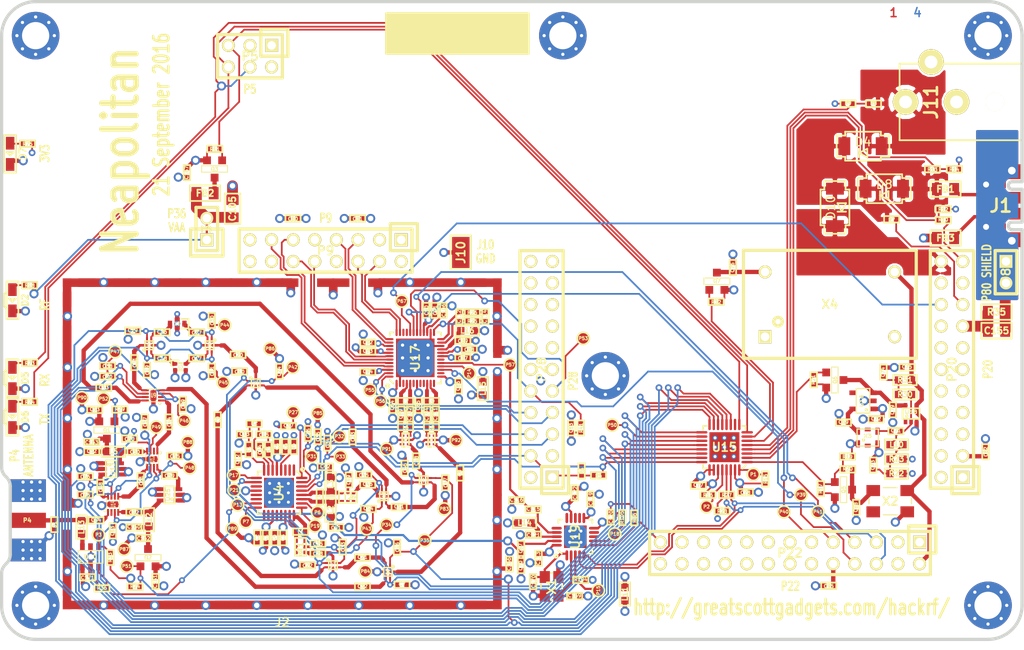
<source format=kicad_pcb>
(kicad_pcb (version 4) (host pcbnew "(2015-08-18 BZR 6102)-product")
  (title_block (date "19 may 2014"))
  (layers (0 C1F signal) (1 C2 signal hide) (2 C3 signal) (31 C4B signal) (34 B.Paste user) (35 F.Paste user) (36 B.SilkS user) (37 F.SilkS user) (38 B.Mask user) (39 F.Mask user) (44 Edge.Cuts user))
  (net 0 "")
  (net 1 !MIX_BYPASS)
  (net 2 !RX_AMP_PWR)
  (net 3 !TX_AMP_PWR)
  (net 4 !VAA_ENABLE)
  (net 5 /baseband/CLK5)
  (net 6 /baseband/CPOUT+)
  (net 7 /baseband/CPOUT-)
  (net 8 /baseband/INTR)
  (net 9 /baseband/OEB)
  (net 10 /baseband/RXBBI+)
  (net 11 /baseband/RXBBI-)
  (net 12 /baseband/RXBBQ+)
  (net 13 /baseband/RXBBQ-)
  (net 14 /baseband/TXBBI+)
  (net 15 /baseband/TXBBI-)
  (net 16 /baseband/TXBBQ+)
  (net 17 /baseband/TXBBQ-)
  (net 18 /baseband/XA)
  (net 19 /baseband/XB)
  (net 20 /baseband/XCVR_CLKOUT)
  (net 21 /baseband/XTAL2)
  (net 22 /frontend/REF_IN)
  (net 23 /frontend/RX_AMP_OUT)
  (net 24 /frontend/TX_AMP_IN)
  (net 25 /frontend/TX_AMP_OUT)
  (net 26 /mcu/usb/power/LED2)
  (net 27 /mcu/usb/power/LED3)
  (net 28 /mcu/usb/power/USB_SHIELD)
  (net 29 AMP_BYPASS)
  (net 30 CLK6)
  (net 31 CS_XCVR)
  (net 32 GND)
  (net 33 HP)
  (net 34 LP)
  (net 35 MIXER_ENX)
  (net 36 MIXER_RESETX)
  (net 37 MIXER_SCLK)
  (net 38 MIXER_SDATA)
  (net 39 MIX_BYPASS)
  (net 40 MIX_CLK)
  (net 41 RSSI)
  (net 42 RX)
  (net 43 RXENABLE)
  (net 44 RX_AMP)
  (net 45 RX_IF)
  (net 46 RX_MIX_BP)
  (net 47 TX)
  (net 48 TXENABLE)
  (net 49 TX_AMP)
  (net 50 TX_IF)
  (net 51 TX_MIX_BP)
  (net 52 VAA)
  (net 53 VCC)
  (net 54 XCVR_EN)
  (net 55 "Net-(C8-Pad2)")
  (net 56 "Net-(C9-Pad2)")
  (net 57 "Net-(C9-Pad1)")
  (net 58 "Net-(C12-Pad1)")
  (net 59 "Net-(C13-Pad1)")
  (net 60 "Net-(C14-Pad2)")
  (net 61 "Net-(C14-Pad1)")
  (net 62 "Net-(C15-Pad2)")
  (net 63 "Net-(C17-Pad2)")
  (net 64 "Net-(C17-Pad1)")
  (net 65 "Net-(C18-Pad2)")
  (net 66 "Net-(C18-Pad1)")
  (net 67 "Net-(C20-Pad2)")
  (net 68 "Net-(C20-Pad1)")
  (net 69 "Net-(C21-Pad2)")
  (net 70 "Net-(C21-Pad1)")
  (net 71 "Net-(C23-Pad2)")
  (net 72 "Net-(C23-Pad1)")
  (net 73 "Net-(C25-Pad1)")
  (net 74 "Net-(C26-Pad2)")
  (net 75 "Net-(C26-Pad1)")
  (net 76 "Net-(C27-Pad2)")
  (net 77 "Net-(C27-Pad1)")
  (net 78 "Net-(C28-Pad2)")
  (net 79 "Net-(C28-Pad1)")
  (net 80 "Net-(C31-Pad2)")
  (net 81 "Net-(C31-Pad1)")
  (net 82 "Net-(C32-Pad2)")
  (net 83 "Net-(C32-Pad1)")
  (net 84 "Net-(C43-Pad2)")
  (net 85 "Net-(C43-Pad1)")
  (net 86 "Net-(C44-Pad2)")
  (net 87 "Net-(C44-Pad1)")
  (net 88 "Net-(C46-Pad2)")
  (net 89 "Net-(C46-Pad1)")
  (net 90 "Net-(C48-Pad1)")
  (net 91 "Net-(C49-Pad2)")
  (net 92 "Net-(C50-Pad1)")
  (net 93 "Net-(C51-Pad2)")
  (net 94 "Net-(C51-Pad1)")
  (net 95 "Net-(C163-Pad2)")
  (net 96 "Net-(C58-Pad2)")
  (net 97 "Net-(C58-Pad1)")
  (net 98 "Net-(C59-Pad2)")
  (net 99 "Net-(C61-Pad2)")
  (net 100 "Net-(C61-Pad1)")
  (net 101 "Net-(C62-Pad2)")
  (net 102 "Net-(C64-Pad2)")
  (net 103 "Net-(C64-Pad1)")
  (net 104 "Net-(C99-Pad2)")
  (net 105 "Net-(C99-Pad1)")
  (net 106 "Net-(C102-Pad2)")
  (net 107 "Net-(C102-Pad1)")
  (net 108 "Net-(C104-Pad2)")
  (net 109 "Net-(C104-Pad1)")
  (net 110 "Net-(C105-Pad1)")
  (net 111 "Net-(C106-Pad1)")
  (net 112 "Net-(C111-Pad2)")
  (net 113 "Net-(C111-Pad1)")
  (net 114 "Net-(C114-Pad2)")
  (net 115 "Net-(C114-Pad1)")
  (net 116 "Net-(C160-Pad1)")
  (net 117 "Net-(D2-Pad2)")
  (net 118 "Net-(D5-Pad2)")
  (net 119 "Net-(D6-Pad2)")
  (net 120 "Net-(D7-Pad2)")
  (net 121 "Net-(FB1-Pad1)")
  (net 122 "Net-(FB2-Pad1)")
  (net 123 "Net-(FB3-Pad1)")
  (net 124 "Net-(L1-Pad2)")
  (net 125 "Net-(L1-Pad1)")
  (net 126 "Net-(L2-Pad1)")
  (net 127 "Net-(L3-Pad1)")
  (net 128 "Net-(L13-Pad1)")
  (net 129 "Net-(P6-Pad1)")
  (net 130 "Net-(P7-Pad1)")
  (net 131 "Net-(P17-Pad1)")
  (net 132 "Net-(P19-Pad1)")
  (net 133 "Net-(R4-Pad2)")
  (net 134 /mcu/usb/power/VBUSCTRL)
  (net 135 I2C1_SCL)
  (net 136 I2C1_SDA)
  (net 137 SSP0_MISO)
  (net 138 SSP0_SCK)
  (net 139 SSP0_MOSI)
  (net 140 /mcu/usb/power/VBUS)
  (net 141 /mcu/usb/power/VIN)
  (net 142 /mcu/usb/power/BARREL)
  (net 143 /mcu/usb/power/VBUS2)
  (net 144 /mcu/usb/power/!IO_INT)
  (net 145 /mcu/usb/power/!IO_RESET)
  (net 146 /mcu/usb/power/BARREL_SENSE)
  (net 147 /mcu/usb/power/VBUS_SENSE)
  (net 148 /mcu/usb/power/VBUS2_SENSE)
  (net 149 CLKIN)
  (net 150 "Net-(C68-Pad1)")
  (net 151 "Net-(C69-Pad1)")
  (net 152 "Net-(C71-Pad2)")
  (net 153 "Net-(C71-Pad1)")
  (net 154 "Net-(C73-Pad2)")
  (net 155 "Net-(C74-Pad2)")
  (net 156 "Net-(C76-Pad2)")
  (net 157 /mcu/usb/power/X2_ENABLE)
  (net 158 /mcu/usb/power/X3_ENABLE)
  (net 159 /mcu/usb/power/X4_ENABLE)
  (net 160 /mcu/usb/power/DIODE_TOWN)
  (net 161 "Net-(C1-Pad1)")
  (net 162 "Net-(C121-Pad2)")
  (net 163 "Net-(C88-Pad1)")
  (net 164 "Net-(C89-Pad1)")
  (net 165 "Net-(C79-Pad1)")
  (net 166 "Net-(P3-Pad1)")
  (net 167 /frontend/ANT_BIAS)
  (module hackrf:GSG-SHIELD-BMI-S-230 (layer C1F) (at 93 152)
    (fp_text reference J2 (at 0 21) (layer F.SilkS) (effects (font (size 1.016 1.016) (thickness 0.2032))))
    (fp_text value RF-SHIELD-FRAME hide)
    (pad 0 smd rect (at -23.875 18.95) (size 3.85 1) (layers C1F F.Mask) (net 32 GND))
    (pad 0 smd rect (at -18 18.95) (size 3.8 1) (layers C1F F.Mask) (net 32 GND))
    (pad 0 smd rect (at -12 18.95) (size 3.8 1) (layers C1F F.Mask) (net 32 GND))
    (pad 0 smd rect (at -6 18.95) (size 3.8 1) (layers C1F F.Mask) (net 32 GND))
    (pad 0 smd rect (at 0 18.95) (size 3.8 1) (layers C1F F.Mask) (net 32 GND))
    (pad 0 smd rect (at 6 18.95) (size 3.8 1) (layers C1F F.Mask) (net 32 GND))
    (pad 0 smd rect (at 12 18.95) (size 3.8 1) (layers C1F F.Mask) (net 32 GND))
    (pad 0 smd rect (at 18 18.95) (size 3.8 1) (layers C1F F.Mask) (net 32 GND))
    (pad 0 smd rect (at 23.875 18.95) (size 3.85 1) (layers C1F F.Mask) (net 32 GND))
    (pad 0 smd rect (at 25.3 17.775 90) (size 3.35 1) (layers C1F F.Mask) (net 32 GND))
    (pad 0 smd rect (at 25.3 12 90) (size 3.8 1) (layers C1F F.Mask) (net 32 GND))
    (pad 0 smd rect (at 25.3 6 90) (size 3.8 1) (layers C1F F.Mask) (net 32 GND))
    (pad 0 smd rect (at 25.3 0 90) (size 3.8 1) (layers C1F F.Mask) (net 32 GND))
    (pad 0 smd rect (at 25.3 -6 90) (size 3.8 1) (layers C1F F.Mask) (net 32 GND))
    (pad 0 smd rect (at 25.3 -12 90) (size 3.8 1) (layers C1F F.Mask) (net 32 GND))
    (pad 0 smd rect (at 25.3 -17.775 90) (size 3.35 1) (layers C1F F.Mask) (net 32 GND))
    (pad 0 smd rect (at 23.875 -18.95) (size 3.85 1) (layers C1F F.Mask) (net 32 GND))
    (pad 0 smd rect (at 18 -18.95) (size 3.8 1) (layers C1F F.Mask) (net 32 GND))
    (pad 0 smd rect (at 12 -18.95) (size 3.8 1) (layers C1F F.Mask) (net 32 GND))
    (pad 0 smd rect (at 6 -18.95) (size 3.8 1) (layers C1F F.Mask) (net 32 GND))
    (pad 0 smd rect (at 0 -18.95) (size 3.8 1) (layers C1F F.Mask) (net 32 GND))
    (pad 0 smd rect (at -6 -18.95) (size 3.8 1) (layers C1F F.Mask) (net 32 GND))
    (pad 0 smd rect (at -12 -18.95) (size 3.8 1) (layers C1F F.Mask) (net 32 GND))
    (pad 0 smd rect (at -18 -18.95) (size 3.8 1) (layers C1F F.Mask) (net 32 GND))
    (pad 0 smd rect (at -23.875 -18.95) (size 3.85 1) (layers C1F F.Mask) (net 32 GND))
    (pad 0 smd rect (at -25.3 -17.775 90) (size 3.35 1) (layers C1F F.Mask) (net 32 GND))
    (pad 0 smd rect (at -25.3 -12 90) (size 3.8 1) (layers C1F F.Mask) (net 32 GND))
    (pad 0 smd rect (at -25.3 -6 90) (size 3.8 1) (layers C1F F.Mask) (net 32 GND))
    (pad 0 smd rect (at -25.3 0 90) (size 3.8 1) (layers C1F F.Mask) (net 32 GND))
    (pad 0 smd rect (at -25.3 6 90) (size 3.8 1) (layers C1F F.Mask) (net 32 GND))
    (pad 0 smd rect (at -25.3 12 90) (size 3.8 1) (layers C1F F.Mask) (net 32 GND))
    (pad 0 smd rect (at -25.3 17.775 90) (size 3.35 1) (layers C1F F.Mask) (net 32 GND))
  )
  (module hackrf:GSG-HEADER-2x11 (layer C1F) (at 171.76 143.25 90)
    (fp_text reference P20 (at 0 0 90) (layer F.SilkS) (effects (font (size 1.016 1.016) (thickness 0.2032))))
    (fp_text value GPIO hide)
    (pad 1 thru_hole rect (at -12.7 1.27 90) (size 1.524 1.524) (drill 1.016) (layers *.Cu *.Mask F.SilkS))
    (pad 2 thru_hole circle (at -12.7 -1.27 90) (size 1.524 1.524) (drill 1.016) (layers *.Cu *.Mask F.SilkS))
    (pad 3 thru_hole circle (at -10.16 1.27 90) (size 1.524 1.524) (drill 1.016) (layers *.Cu *.Mask F.SilkS) (net 53 VCC))
    (pad 4 thru_hole circle (at -10.16 -1.27 90) (size 1.524 1.524) (drill 1.016) (layers *.Cu *.Mask F.SilkS))
    (pad 5 thru_hole circle (at -7.62 1.27 90) (size 1.524 1.524) (drill 1.016) (layers *.Cu *.Mask F.SilkS))
    (pad 6 thru_hole circle (at -7.62 -1.27 90) (size 1.524 1.524) (drill 1.016) (layers *.Cu *.Mask F.SilkS))
    (pad 7 thru_hole circle (at -5.08 1.27 90) (size 1.524 1.524) (drill 1.016) (layers *.Cu *.Mask F.SilkS))
    (pad 8 thru_hole circle (at -5.08 -1.27 90) (size 1.524 1.524) (drill 1.016) (layers *.Cu *.Mask F.SilkS))
    (pad 9 thru_hole circle (at -2.54 1.27 90) (size 1.524 1.524) (drill 1.016) (layers *.Cu *.Mask F.SilkS))
    (pad 10 thru_hole circle (at -2.54 -1.27 90) (size 1.524 1.524) (drill 1.016) (layers *.Cu *.Mask F.SilkS))
    (pad 11 thru_hole circle (at 0 1.27 90) (size 1.524 1.524) (drill 1.016) (layers *.Cu *.Mask F.SilkS))
    (pad 12 thru_hole circle (at 0 -1.27 90) (size 1.524 1.524) (drill 1.016) (layers *.Cu *.Mask F.SilkS))
    (pad 13 thru_hole circle (at 2.54 1.27 90) (size 1.524 1.524) (drill 1.016) (layers *.Cu *.Mask F.SilkS) (net 32 GND))
    (pad 14 thru_hole circle (at 2.54 -1.27 90) (size 1.524 1.524) (drill 1.016) (layers *.Cu *.Mask F.SilkS))
    (pad 15 thru_hole circle (at 5.08 1.27 90) (size 1.524 1.524) (drill 1.016) (layers *.Cu *.Mask F.SilkS) (net 32 GND))
    (pad 16 thru_hole circle (at 5.08 -1.27 90) (size 1.524 1.524) (drill 1.016) (layers *.Cu *.Mask F.SilkS))
    (pad 17 thru_hole circle (at 7.62 1.27 90) (size 1.524 1.524) (drill 1.016) (layers *.Cu *.Mask F.SilkS) (net 134 /mcu/usb/power/VBUSCTRL))
    (pad 18 thru_hole circle (at 7.62 -1.27 90) (size 1.524 1.524) (drill 1.016) (layers *.Cu *.Mask F.SilkS) (net 41 RSSI))
    (pad 19 thru_hole circle (at 10.16 1.27 90) (size 1.524 1.524) (drill 1.016) (layers *.Cu *.Mask F.SilkS) (net 32 GND))
    (pad 20 thru_hole circle (at 10.16 -1.27 90) (size 1.524 1.524) (drill 1.016) (layers *.Cu *.Mask F.SilkS))
    (pad 21 thru_hole circle (at 12.7 1.27 90) (size 1.524 1.524) (drill 1.016) (layers *.Cu *.Mask F.SilkS) (net 140 /mcu/usb/power/VBUS))
    (pad 22 thru_hole circle (at 12.7 -1.27 90) (size 1.524 1.524) (drill 1.016) (layers *.Cu *.Mask F.SilkS) (net 141 /mcu/usb/power/VIN))
  )
  (module gsg-modules:SOD128 (layer C1F) (at 163.8 122)
    (fp_text reference D8 (at 0 -0.5) (layer F.SilkS))
    (fp_text value VBUS2_DIODE hide)
    (pad 1 smd rect (at -2.2 0 180) (size 1.4 2.1) (layers C1F F.Paste F.Mask) (net 160 /mcu/usb/power/DIODE_TOWN))
    (pad 2 smd rect (at 2.2 0 180) (size 1.4 2.1) (layers C1F F.Paste F.Mask) (net 143 /mcu/usb/power/VBUS2))
  )
  (module hackrf:GSG-HEADER-2x11 (layer C1F) (at 123.5 143.25 90)
    (fp_text reference P28 (at 0 0 90) (layer F.SilkS) (effects (font (size 1.016 1.016) (thickness 0.2032))))
    (fp_text value SD hide)
    (pad 1 thru_hole rect (at -12.7 1.27 90) (size 1.524 1.524) (drill 1.016) (layers *.Cu *.Mask F.SilkS) (net 53 VCC))
    (pad 2 thru_hole circle (at -12.7 -1.27 90) (size 1.524 1.524) (drill 1.016) (layers *.Cu *.Mask F.SilkS) (net 32 GND))
    (pad 3 thru_hole circle (at -10.16 1.27 90) (size 1.524 1.524) (drill 1.016) (layers *.Cu *.Mask F.SilkS))
    (pad 4 thru_hole circle (at -10.16 -1.27 90) (size 1.524 1.524) (drill 1.016) (layers *.Cu *.Mask F.SilkS) (net 35 MIXER_ENX))
    (pad 5 thru_hole circle (at -7.62 1.27 90) (size 1.524 1.524) (drill 1.016) (layers *.Cu *.Mask F.SilkS) (net 37 MIXER_SCLK))
    (pad 6 thru_hole circle (at -7.62 -1.27 90) (size 1.524 1.524) (drill 1.016) (layers *.Cu *.Mask F.SilkS) (net 38 MIXER_SDATA))
    (pad 7 thru_hole circle (at -5.08 1.27 90) (size 1.524 1.524) (drill 1.016) (layers *.Cu *.Mask F.SilkS) (net 48 TXENABLE))
    (pad 8 thru_hole circle (at -5.08 -1.27 90) (size 1.524 1.524) (drill 1.016) (layers *.Cu *.Mask F.SilkS) (net 43 RXENABLE))
    (pad 9 thru_hole circle (at -2.54 1.27 90) (size 1.524 1.524) (drill 1.016) (layers *.Cu *.Mask F.SilkS) (net 31 CS_XCVR))
    (pad 10 thru_hole circle (at -2.54 -1.27 90) (size 1.524 1.524) (drill 1.016) (layers *.Cu *.Mask F.SilkS) (net 54 XCVR_EN))
    (pad 11 thru_hole circle (at 0 1.27 90) (size 1.524 1.524) (drill 1.016) (layers *.Cu *.Mask F.SilkS))
    (pad 12 thru_hole circle (at 0 -1.27 90) (size 1.524 1.524) (drill 1.016) (layers *.Cu *.Mask F.SilkS) (net 32 GND))
    (pad 13 thru_hole circle (at 2.54 1.27 90) (size 1.524 1.524) (drill 1.016) (layers *.Cu *.Mask F.SilkS))
    (pad 14 thru_hole circle (at 2.54 -1.27 90) (size 1.524 1.524) (drill 1.016) (layers *.Cu *.Mask F.SilkS))
    (pad 15 thru_hole circle (at 5.08 1.27 90) (size 1.524 1.524) (drill 1.016) (layers *.Cu *.Mask F.SilkS))
    (pad 16 thru_hole circle (at 5.08 -1.27 90) (size 1.524 1.524) (drill 1.016) (layers *.Cu *.Mask F.SilkS))
    (pad 17 thru_hole circle (at 7.62 1.27 90) (size 1.524 1.524) (drill 1.016) (layers *.Cu *.Mask F.SilkS))
    (pad 18 thru_hole circle (at 7.62 -1.27 90) (size 1.524 1.524) (drill 1.016) (layers *.Cu *.Mask F.SilkS))
    (pad 19 thru_hole circle (at 10.16 1.27 90) (size 1.524 1.524) (drill 1.016) (layers *.Cu *.Mask F.SilkS))
    (pad 20 thru_hole circle (at 10.16 -1.27 90) (size 1.524 1.524) (drill 1.016) (layers *.Cu *.Mask F.SilkS))
    (pad 21 thru_hole circle (at 12.7 1.27 90) (size 1.524 1.524) (drill 1.016) (layers *.Cu *.Mask F.SilkS))
    (pad 22 thru_hole circle (at 12.7 -1.27 90) (size 1.524 1.524) (drill 1.016) (layers *.Cu *.Mask F.SilkS))
  )
  (module hackrf:GSG-QFN20-4 (layer C1F) (at 127.4692 162.926 90)
    (fp_text reference U19 (at 0 0 90) (layer F.SilkS) (effects (font (size 1.00076 1.00076) (thickness 0.2032))))
    (fp_text value SI5351C hide)
    (pad 1 smd oval (at -2.2 -1 90) (size 1.2 0.32) (layers C1F F.Paste F.Mask) (net 18 /baseband/XA))
    (pad 2 smd oval (at -2.2 -0.5 90) (size 1.2 0.32) (layers C1F F.Paste F.Mask) (net 19 /baseband/XB))
    (pad 3 smd oval (at -2.2 0 90) (size 1.2 0.32) (layers C1F F.Paste F.Mask) (net 8 /baseband/INTR))
    (pad 4 smd oval (at -2.2 0.5 90) (size 1.2 0.32) (layers C1F F.Paste F.Mask) (net 135 I2C1_SCL))
    (pad 5 smd oval (at -2.2 1 90) (size 1.2 0.32) (layers C1F F.Paste F.Mask) (net 136 I2C1_SDA))
    (pad 6 smd oval (at -1 2.2 180) (size 1.2 0.32) (layers C1F F.Paste F.Mask) (net 30 CLK6))
    (pad 7 smd oval (at -0.5 2.2 180) (size 1.2 0.32) (layers C1F F.Paste F.Mask) (net 9 /baseband/OEB))
    (pad 8 smd oval (at 0 2.2 180) (size 1.2 0.32) (layers C1F F.Paste F.Mask))
    (pad 9 smd oval (at 0.5 2.2 180) (size 1.2 0.32) (layers C1F F.Paste F.Mask))
    (pad 10 smd oval (at 1 2.2 180) (size 1.2 0.32) (layers C1F F.Paste F.Mask) (net 53 VCC))
    (pad 11 smd oval (at 2.2 1 90) (size 1.2 0.32) (layers C1F F.Paste F.Mask) (net 53 VCC))
    (pad 12 smd oval (at 2.2 0.5 90) (size 1.2 0.32) (layers C1F F.Paste F.Mask))
    (pad 13 smd oval (at 2.2 0 90) (size 1.2 0.32) (layers C1F F.Paste F.Mask))
    (pad 14 smd oval (at 2.2 -0.5 90) (size 1.2 0.32) (layers C1F F.Paste F.Mask) (net 53 VCC))
    (pad 15 smd oval (at 2.2 -1 90) (size 1.2 0.32) (layers C1F F.Paste F.Mask))
    (pad 16 smd oval (at 1 -2.2 180) (size 1.2 0.32) (layers C1F F.Paste F.Mask))
    (pad 17 smd oval (at 0.5 -2.2 180) (size 1.2 0.32) (layers C1F F.Paste F.Mask) (net 5 /baseband/CLK5))
    (pad 18 smd oval (at 0 -2.2 180) (size 1.2 0.32) (layers C1F F.Paste F.Mask) (net 162 "Net-(C121-Pad2)"))
    (pad 19 smd oval (at -0.5 -2.2 180) (size 1.2 0.32) (layers C1F F.Paste F.Mask) (net 40 MIX_CLK))
    (pad 20 smd oval (at -1 -2.2 180) (size 1.2 0.32) (layers C1F F.Paste F.Mask) (net 53 VCC))
    (pad 0 smd rect (at 0 0 90) (size 2.65 2.65) (layers C1F F.Mask) (net 32 GND))
    (pad 0 thru_hole circle (at 0 0 90) (size 0.6 0.6) (drill 0.35) (layers *.Cu B.Mask) (net 32 GND))
    (pad 0 thru_hole circle (at -0.66 -0.66 90) (size 0.6 0.6) (drill 0.35) (layers *.Cu B.Mask) (net 32 GND))
    (pad 0 thru_hole circle (at 0.66 -0.66 90) (size 0.6 0.6) (drill 0.35) (layers *.Cu B.Mask) (net 32 GND))
    (pad 0 thru_hole circle (at 0.66 0.66 90) (size 0.6 0.6) (drill 0.35) (layers *.Cu B.Mask) (net 32 GND))
    (pad 0 thru_hole circle (at -0.66 0.66 90) (size 0.6 0.6) (drill 0.35) (layers *.Cu B.Mask) (net 32 GND))
    (pad 0 smd rect (at -0.66 -0.66 90) (size 1.32 1.32) (layers C1F F.Paste) (net 32 GND))
    (pad 0 smd rect (at 0.66 -0.66 90) (size 1.32 1.32) (layers C1F F.Paste) (net 32 GND))
    (pad 0 smd rect (at -0.66 0.66 90) (size 1.32 1.32) (layers C1F F.Paste) (net 32 GND))
    (pad 0 smd rect (at 0.66 0.66 90) (size 1.32 1.32) (layers C1F F.Paste) (net 32 GND))
  )
  (module gsg-modules:LTST-S220 (layer C1F) (at 61 117.9 270)
    (fp_text reference D7 (at 0 -1.5 270) (layer F.SilkS) (effects (font (size 0.762 0.762) (thickness 0.1905))))
    (fp_text value VCCLED hide)
    (pad 1 smd rect (at 1.25 0 270) (size 1.5 1) (layers C1F F.Paste F.Mask) (net 32 GND) (clearance 0.1778))
    (pad 2 smd rect (at -1.25 0 270) (size 1.5 1) (layers C1F F.Paste F.Mask) (net 120 "Net-(D7-Pad2)") (clearance 0.1778))
  )
  (module gsg-modules:LTST-S220 (layer C1F) (at 61.27 135.122 270)
    (fp_text reference D2 (at 0 -1.5 270) (layer F.SilkS) (effects (font (size 0.762 0.762) (thickness 0.1905))))
    (fp_text value VAALED hide)
    (pad 1 smd rect (at 1.25 0 270) (size 1.5 1) (layers C1F F.Paste F.Mask) (net 32 GND) (clearance 0.1778))
    (pad 2 smd rect (at -1.25 0 270) (size 1.5 1) (layers C1F F.Paste F.Mask) (net 117 "Net-(D2-Pad2)") (clearance 0.1778))
  )
  (module gsg-modules:LTST-S220 (layer C1F) (at 61.27 144.266 270)
    (fp_text reference D5 (at 0 -1.5 270) (layer F.SilkS) (effects (font (size 0.762 0.762) (thickness 0.1905))))
    (fp_text value RXLED hide)
    (pad 1 smd rect (at 1.25 0 270) (size 1.5 1) (layers C1F F.Paste F.Mask) (net 32 GND) (clearance 0.1778))
    (pad 2 smd rect (at -1.25 0 270) (size 1.5 1) (layers C1F F.Paste F.Mask) (net 118 "Net-(D5-Pad2)") (clearance 0.1778))
  )
  (module gsg-modules:LTST-S220 (layer C1F) (at 61.27 148.838 270)
    (fp_text reference D6 (at 0 -1.5 270) (layer F.SilkS) (effects (font (size 0.762 0.762) (thickness 0.1905))))
    (fp_text value TXLED hide)
    (pad 1 smd rect (at 1.25 0 270) (size 1.5 1) (layers C1F F.Paste F.Mask) (net 32 GND) (clearance 0.1778))
    (pad 2 smd rect (at -1.25 0 270) (size 1.5 1) (layers C1F F.Paste F.Mask) (net 119 "Net-(D6-Pad2)") (clearance 0.1778))
  )
  (module hackrf:GSG-0402 (layer C1F) (at 91.0964 163.0468 270)
    (fp_text reference C1 (at 0 0.0508 270) (layer F.SilkS) (effects (font (size 0.4064 0.4064) (thickness 0.1016))))
    (fp_text value 33pF hide)
    (pad 2 smd rect (at 0.5334 0 270) (size 0.508 0.5588) (layers C1F F.Paste F.Mask) (net 32 GND))
    (pad 1 smd rect (at -0.5334 0 270) (size 0.508 0.5588) (layers C1F F.Paste F.Mask) (net 161 "Net-(C1-Pad1)"))
  )
  (module hackrf:GSG-0402 (layer C1F) (at 90.0804 163.0468 270)
    (fp_text reference C2 (at 0 0.0508 270) (layer F.SilkS) (effects (font (size 0.4064 0.4064) (thickness 0.1016))))
    (fp_text value 10nF hide)
    (pad 2 smd rect (at 0.5334 0 270) (size 0.508 0.5588) (layers C1F F.Paste F.Mask) (net 32 GND))
    (pad 1 smd rect (at -0.5334 0 270) (size 0.508 0.5588) (layers C1F F.Paste F.Mask) (net 161 "Net-(C1-Pad1)"))
  )
  (module hackrf:GSG-0402 (layer C1F) (at 93.1284 163.0468 270)
    (fp_text reference C3 (at 0 0.0508 270) (layer F.SilkS) (effects (font (size 0.4064 0.4064) (thickness 0.1016))))
    (fp_text value 33pF hide)
    (pad 2 smd rect (at 0.5334 0 270) (size 0.508 0.5588) (layers C1F F.Paste F.Mask) (net 32 GND))
    (pad 1 smd rect (at -0.5334 0 270) (size 0.508 0.5588) (layers C1F F.Paste F.Mask) (net 52 VAA))
  )
  (module hackrf:GSG-0402 (layer C1F) (at 92.1124 163.0468 270)
    (fp_text reference C4 (at 0 0.0508 270) (layer F.SilkS) (effects (font (size 0.4064 0.4064) (thickness 0.1016))))
    (fp_text value 10nF hide)
    (pad 2 smd rect (at 0.5334 0 270) (size 0.508 0.5588) (layers C1F F.Paste F.Mask) (net 32 GND))
    (pad 1 smd rect (at -0.5334 0 270) (size 0.508 0.5588) (layers C1F F.Paste F.Mask) (net 52 VAA))
  )
  (module hackrf:GSG-0402 (layer C1F) (at 92.341 152.328 90)
    (fp_text reference C5 (at 0 0.0508 90) (layer F.SilkS) (effects (font (size 0.4064 0.4064) (thickness 0.1016))))
    (fp_text value 33pF hide)
    (pad 2 smd rect (at 0.5334 0 90) (size 0.508 0.5588) (layers C1F F.Paste F.Mask) (net 32 GND))
    (pad 1 smd rect (at -0.5334 0 90) (size 0.508 0.5588) (layers C1F F.Paste F.Mask) (net 52 VAA))
  )
  (module hackrf:GSG-0402 (layer C1F) (at 93.357 152.328 90)
    (fp_text reference C6 (at 0 0.0508 90) (layer F.SilkS) (effects (font (size 0.4064 0.4064) (thickness 0.1016))))
    (fp_text value 10nF hide)
    (pad 2 smd rect (at 0.5334 0 90) (size 0.508 0.5588) (layers C1F F.Paste F.Mask) (net 32 GND))
    (pad 1 smd rect (at -0.5334 0 90) (size 0.508 0.5588) (layers C1F F.Paste F.Mask) (net 52 VAA))
  )
  (module hackrf:GSG-0402 (layer C1F) (at 107.084 168.5762 180)
    (fp_text reference C7 (at 0 0.0508 180) (layer F.SilkS) (effects (font (size 0.4064 0.4064) (thickness 0.1016))))
    (fp_text value 33pF hide)
    (pad 2 smd rect (at 0.5334 0 180) (size 0.508 0.5588) (layers C1F F.Paste F.Mask) (net 39 MIX_BYPASS))
    (pad 1 smd rect (at -0.5334 0 180) (size 0.508 0.5588) (layers C1F F.Paste F.Mask) (net 32 GND))
  )
  (module hackrf:GSG-0402 (layer C1F) (at 113.919 155.448 270)
    (fp_text reference C8 (at 0 0.0508 270) (layer F.SilkS) (effects (font (size 0.4064 0.4064) (thickness 0.1016))))
    (fp_text value 22pF hide)
    (pad 2 smd rect (at 0.5334 0 270) (size 0.508 0.5588) (layers C1F F.Paste F.Mask) (net 55 "Net-(C8-Pad2)"))
    (pad 1 smd rect (at -0.5334 0 270) (size 0.508 0.5588) (layers C1F F.Paste F.Mask) (net 50 TX_IF))
  )
  (module hackrf:GSG-0402 (layer C1F) (at 85.4 149.1682 90)
    (fp_text reference C9 (at 0 0.0508 90) (layer F.SilkS) (effects (font (size 0.4064 0.4064) (thickness 0.1016))))
    (fp_text value 100nF hide)
    (pad 2 smd rect (at 0.5334 0 90) (size 0.508 0.5588) (layers C1F F.Paste F.Mask) (net 56 "Net-(C9-Pad2)"))
    (pad 1 smd rect (at -0.5334 0 90) (size 0.508 0.5588) (layers C1F F.Paste F.Mask) (net 57 "Net-(C9-Pad1)"))
  )
  (module hackrf:GSG-0402 (layer C1F) (at 87.9808 143.4816)
    (fp_text reference C10 (at 0 0.0508) (layer F.SilkS) (effects (font (size 0.4064 0.4064) (thickness 0.1016))))
    (fp_text value 33pF hide)
    (pad 2 smd rect (at 0.5334 0) (size 0.508 0.5588) (layers C1F F.Paste F.Mask) (net 42 RX))
    (pad 1 smd rect (at -0.5334 0) (size 0.508 0.5588) (layers C1F F.Paste F.Mask) (net 32 GND))
  )
  (module hackrf:GSG-0402 (layer C1F) (at 84.7138 143.4622 90)
    (fp_text reference C11 (at 0 0.0508 90) (layer F.SilkS) (effects (font (size 0.4064 0.4064) (thickness 0.1016))))
    (fp_text value 33pF hide)
    (pad 2 smd rect (at 0.5334 0 90) (size 0.508 0.5588) (layers C1F F.Paste F.Mask) (net 34 LP))
    (pad 1 smd rect (at -0.5334 0 90) (size 0.508 0.5588) (layers C1F F.Paste F.Mask) (net 32 GND))
  )
  (module hackrf:GSG-0402 (layer C1F) (at 87.7944 153.8266 270)
    (fp_text reference C12 (at 0 0.0508 270) (layer F.SilkS) (effects (font (size 0.4064 0.4064) (thickness 0.1016))))
    (fp_text value 330pF hide)
    (pad 2 smd rect (at 0.5334 0 270) (size 0.508 0.5588) (layers C1F F.Paste F.Mask) (net 32 GND))
    (pad 1 smd rect (at -0.5334 0 270) (size 0.508 0.5588) (layers C1F F.Paste F.Mask) (net 58 "Net-(C12-Pad1)"))
  )
  (module hackrf:GSG-0402 (layer C1F) (at 88.5564 150.9056 180)
    (fp_text reference C13 (at 0 0.0508 180) (layer F.SilkS) (effects (font (size 0.4064 0.4064) (thickness 0.1016))))
    (fp_text value 330pF hide)
    (pad 2 smd rect (at 0.5334 0 180) (size 0.508 0.5588) (layers C1F F.Paste F.Mask) (net 32 GND))
    (pad 1 smd rect (at -0.5334 0 180) (size 0.508 0.5588) (layers C1F F.Paste F.Mask) (net 59 "Net-(C13-Pad1)"))
  )
  (module hackrf:GSG-0402 (layer C1F) (at 90.3344 152.6836 90)
    (fp_text reference C14 (at 0 0.0508 90) (layer F.SilkS) (effects (font (size 0.4064 0.4064) (thickness 0.1016))))
    (fp_text value 8p2 hide)
    (pad 2 smd rect (at 0.5334 0 90) (size 0.508 0.5588) (layers C1F F.Paste F.Mask) (net 60 "Net-(C14-Pad2)"))
    (pad 1 smd rect (at -0.5334 0 90) (size 0.508 0.5588) (layers C1F F.Paste F.Mask) (net 61 "Net-(C14-Pad1)"))
  )
  (module hackrf:GSG-0402 (layer C1F) (at 90.8424 150.9056)
    (fp_text reference C15 (at 0 0.0508) (layer F.SilkS) (effects (font (size 0.4064 0.4064) (thickness 0.1016))))
    (fp_text value 180pF hide)
    (pad 2 smd rect (at 0.5334 0) (size 0.508 0.5588) (layers C1F F.Paste F.Mask) (net 62 "Net-(C15-Pad2)"))
    (pad 1 smd rect (at -0.5334 0) (size 0.508 0.5588) (layers C1F F.Paste F.Mask) (net 61 "Net-(C14-Pad1)"))
  )
  (module hackrf:GSG-0402 (layer C1F) (at 106.4998 164.1566 90)
    (fp_text reference C16 (at 0 0.0508 90) (layer F.SilkS) (effects (font (size 0.4064 0.4064) (thickness 0.1016))))
    (fp_text value 33pF hide)
    (pad 2 smd rect (at 0.5334 0 90) (size 0.508 0.5588) (layers C1F F.Paste F.Mask) (net 32 GND))
    (pad 1 smd rect (at -0.5334 0 90) (size 0.508 0.5588) (layers C1F F.Paste F.Mask) (net 1 !MIX_BYPASS))
  )
  (module hackrf:GSG-0402 (layer C1F) (at 82.9358 141.9382)
    (fp_text reference C17 (at 0 0.0508) (layer F.SilkS) (effects (font (size 0.4064 0.4064) (thickness 0.1016))))
    (fp_text value 100nF hide)
    (pad 2 smd rect (at 0.5334 0) (size 0.508 0.5588) (layers C1F F.Paste F.Mask) (net 63 "Net-(C17-Pad2)"))
    (pad 1 smd rect (at -0.5334 0) (size 0.508 0.5588) (layers C1F F.Paste F.Mask) (net 64 "Net-(C17-Pad1)"))
  )
  (module hackrf:GSG-0402 (layer C1F) (at 78.8718 141.9382)
    (fp_text reference C18 (at 0 0.0508) (layer F.SilkS) (effects (font (size 0.4064 0.4064) (thickness 0.1016))))
    (fp_text value 100nF hide)
    (pad 2 smd rect (at 0.5334 0) (size 0.508 0.5588) (layers C1F F.Paste F.Mask) (net 65 "Net-(C18-Pad2)"))
    (pad 1 smd rect (at -0.5334 0) (size 0.508 0.5588) (layers C1F F.Paste F.Mask) (net 66 "Net-(C18-Pad1)"))
  )
  (module hackrf:GSG-0402 (layer C1F) (at 77.0938 143.3352 90)
    (fp_text reference C19 (at 0 0.0508 90) (layer F.SilkS) (effects (font (size 0.4064 0.4064) (thickness 0.1016))))
    (fp_text value 33pF hide)
    (pad 2 smd rect (at 0.5334 0 90) (size 0.508 0.5588) (layers C1F F.Paste F.Mask) (net 34 LP))
    (pad 1 smd rect (at -0.5334 0 90) (size 0.508 0.5588) (layers C1F F.Paste F.Mask) (net 32 GND))
  )
  (module hackrf:GSG-0402 (layer C1F) (at 87.8078 141.5288)
    (fp_text reference C20 (at 0 0.0508) (layer F.SilkS) (effects (font (size 0.4064 0.4064) (thickness 0.1016))))
    (fp_text value 100nF hide)
    (pad 2 smd rect (at 0.5334 0) (size 0.508 0.5588) (layers C1F F.Paste F.Mask) (net 67 "Net-(C20-Pad2)"))
    (pad 1 smd rect (at -0.5334 0) (size 0.508 0.5588) (layers C1F F.Paste F.Mask) (net 68 "Net-(C20-Pad1)"))
  )
  (module hackrf:GSG-0402 (layer C1F) (at 102.4382 165.3794 180)
    (fp_text reference C21 (at 0 0.0508 180) (layer F.SilkS) (effects (font (size 0.4064 0.4064) (thickness 0.1016))))
    (fp_text value 22pF hide)
    (pad 2 smd rect (at 0.5334 0 180) (size 0.508 0.5588) (layers C1F F.Paste F.Mask) (net 69 "Net-(C21-Pad2)"))
    (pad 1 smd rect (at -0.5334 0 180) (size 0.508 0.5588) (layers C1F F.Paste F.Mask) (net 70 "Net-(C21-Pad1)"))
  )
  (module hackrf:GSG-0402 (layer C1F) (at 95.9732 166.2726)
    (fp_text reference C22 (at 0 0.0508) (layer F.SilkS) (effects (font (size 0.4064 0.4064) (thickness 0.1016))))
    (fp_text value 33pF hide)
    (pad 2 smd rect (at 0.5334 0) (size 0.508 0.5588) (layers C1F F.Paste F.Mask) (net 42 RX))
    (pad 1 smd rect (at -0.5334 0) (size 0.508 0.5588) (layers C1F F.Paste F.Mask) (net 32 GND))
  )
  (module hackrf:GSG-0402 (layer C1F) (at 101.2698 151.1808 90)
    (fp_text reference C23 (at 0 0.0508 90) (layer F.SilkS) (effects (font (size 0.4064 0.4064) (thickness 0.1016))))
    (fp_text value 100nF hide)
    (pad 2 smd rect (at 0.5334 0 90) (size 0.508 0.5588) (layers C1F F.Paste F.Mask) (net 71 "Net-(C23-Pad2)"))
    (pad 1 smd rect (at -0.5334 0 90) (size 0.508 0.5588) (layers C1F F.Paste F.Mask) (net 72 "Net-(C23-Pad1)"))
  )
  (module hackrf:GSG-0402 (layer C1F) (at 92.6798 143.4816 270)
    (fp_text reference C24 (at 0 0.0508 270) (layer F.SilkS) (effects (font (size 0.4064 0.4064) (thickness 0.1016))))
    (fp_text value 33pF hide)
    (pad 2 smd rect (at 0.5334 0 270) (size 0.508 0.5588) (layers C1F F.Paste F.Mask) (net 47 TX))
    (pad 1 smd rect (at -0.5334 0 270) (size 0.508 0.5588) (layers C1F F.Paste F.Mask) (net 32 GND))
  )
  (module hackrf:GSG-0402 (layer C1F) (at 97.1924 163.7326)
    (fp_text reference C25 (at 0 0.0508) (layer F.SilkS) (effects (font (size 0.4064 0.4064) (thickness 0.1016))))
    (fp_text value 100nF hide)
    (pad 2 smd rect (at 0.5334 0) (size 0.508 0.5588) (layers C1F F.Paste F.Mask) (net 32 GND))
    (pad 1 smd rect (at -0.5334 0) (size 0.508 0.5588) (layers C1F F.Paste F.Mask) (net 73 "Net-(C25-Pad1)"))
  )
  (module hackrf:GSG-0402 (layer C1F) (at 78.8718 138.8902 180)
    (fp_text reference C26 (at 0 0.0508 180) (layer F.SilkS) (effects (font (size 0.4064 0.4064) (thickness 0.1016))))
    (fp_text value 47pF hide)
    (pad 2 smd rect (at 0.5334 0 180) (size 0.508 0.5588) (layers C1F F.Paste F.Mask) (net 74 "Net-(C26-Pad2)"))
    (pad 1 smd rect (at -0.5334 0 180) (size 0.508 0.5588) (layers C1F F.Paste F.Mask) (net 75 "Net-(C26-Pad1)"))
  )
  (module hackrf:GSG-0402 (layer C1F) (at 82.9358 138.8902)
    (fp_text reference C27 (at 0 0.0508) (layer F.SilkS) (effects (font (size 0.4064 0.4064) (thickness 0.1016))))
    (fp_text value 47pF hide)
    (pad 2 smd rect (at 0.5334 0) (size 0.508 0.5588) (layers C1F F.Paste F.Mask) (net 76 "Net-(C27-Pad2)"))
    (pad 1 smd rect (at -0.5334 0) (size 0.508 0.5588) (layers C1F F.Paste F.Mask) (net 77 "Net-(C27-Pad1)"))
  )
  (module hackrf:GSG-0402 (layer C1F) (at 97.1924 164.8756)
    (fp_text reference C28 (at 0 0.0508) (layer F.SilkS) (effects (font (size 0.4064 0.4064) (thickness 0.1016))))
    (fp_text value 100nF hide)
    (pad 2 smd rect (at 0.5334 0) (size 0.508 0.5588) (layers C1F F.Paste F.Mask) (net 78 "Net-(C28-Pad2)"))
    (pad 1 smd rect (at -0.5334 0) (size 0.508 0.5588) (layers C1F F.Paste F.Mask) (net 79 "Net-(C28-Pad1)"))
  )
  (module hackrf:GSG-0402 (layer C1F) (at 75.4174 138.7124 180)
    (fp_text reference C29 (at 0 0.0508 180) (layer F.SilkS) (effects (font (size 0.4064 0.4064) (thickness 0.1016))))
    (fp_text value 33pF hide)
    (pad 2 smd rect (at 0.5334 0 180) (size 0.508 0.5588) (layers C1F F.Paste F.Mask) (net 32 GND))
    (pad 1 smd rect (at -0.5334 0 180) (size 0.508 0.5588) (layers C1F F.Paste F.Mask) (net 33 HP))
  )
  (module hackrf:GSG-0402 (layer C1F) (at 84.7138 137.4932 90)
    (fp_text reference C30 (at 0 0.0508 90) (layer F.SilkS) (effects (font (size 0.4064 0.4064) (thickness 0.1016))))
    (fp_text value 33pF hide)
    (pad 2 smd rect (at 0.5334 0 90) (size 0.508 0.5588) (layers C1F F.Paste F.Mask) (net 32 GND))
    (pad 1 smd rect (at -0.5334 0 90) (size 0.508 0.5588) (layers C1F F.Paste F.Mask) (net 33 HP))
  )
  (module hackrf:GSG-0402 (layer C1F) (at 75.5952 142.4462 90)
    (fp_text reference C31 (at 0 0.0508 90) (layer F.SilkS) (effects (font (size 0.4064 0.4064) (thickness 0.1016))))
    (fp_text value 100nF hide)
    (pad 2 smd rect (at 0.5334 0 90) (size 0.508 0.5588) (layers C1F F.Paste F.Mask) (net 80 "Net-(C31-Pad2)"))
    (pad 1 smd rect (at -0.5334 0 90) (size 0.508 0.5588) (layers C1F F.Paste F.Mask) (net 81 "Net-(C31-Pad1)"))
  )
  (module hackrf:GSG-0402 (layer C1F) (at 102.4382 168.8084 180)
    (fp_text reference C32 (at 0 0.0508 180) (layer F.SilkS) (effects (font (size 0.4064 0.4064) (thickness 0.1016))))
    (fp_text value 22pF hide)
    (pad 2 smd rect (at 0.5334 0 180) (size 0.508 0.5588) (layers C1F F.Paste F.Mask) (net 82 "Net-(C32-Pad2)"))
    (pad 1 smd rect (at -0.5334 0 180) (size 0.508 0.5588) (layers C1F F.Paste F.Mask) (net 83 "Net-(C32-Pad1)"))
  )
  (module hackrf:GSG-0402 (layer C1F) (at 100.1134 164.139 90)
    (fp_text reference C33 (at 0 0.0508 90) (layer F.SilkS) (effects (font (size 0.4064 0.4064) (thickness 0.1016))))
    (fp_text value 33pF hide)
    (pad 2 smd rect (at 0.5334 0 90) (size 0.508 0.5588) (layers C1F F.Paste F.Mask) (net 32 GND))
    (pad 1 smd rect (at -0.5334 0 90) (size 0.508 0.5588) (layers C1F F.Paste F.Mask) (net 47 TX))
  )
  (module hackrf:GSG-0402 (layer C1F) (at 98.31 151.9216 90)
    (fp_text reference C34 (at 0 0.0508 90) (layer F.SilkS) (effects (font (size 0.4064 0.4064) (thickness 0.1016))))
    (fp_text value 33pF hide)
    (pad 2 smd rect (at 0.5334 0 90) (size 0.508 0.5588) (layers C1F F.Paste F.Mask) (net 32 GND))
    (pad 1 smd rect (at -0.5334 0 90) (size 0.508 0.5588) (layers C1F F.Paste F.Mask) (net 36 MIXER_RESETX))
  )
  (module hackrf:GSG-0402 (layer C1F) (at 97.167 151.1596 90)
    (fp_text reference C35 (at 0 0.0508 90) (layer F.SilkS) (effects (font (size 0.4064 0.4064) (thickness 0.1016))))
    (fp_text value 33pF hide)
    (pad 2 smd rect (at 0.5334 0 90) (size 0.508 0.5588) (layers C1F F.Paste F.Mask) (net 32 GND))
    (pad 1 smd rect (at -0.5334 0 90) (size 0.508 0.5588) (layers C1F F.Paste F.Mask) (net 35 MIXER_ENX))
  )
  (module hackrf:GSG-0402 (layer C1F) (at 96.024 150.7786 90)
    (fp_text reference C36 (at 0 0.0508 90) (layer F.SilkS) (effects (font (size 0.4064 0.4064) (thickness 0.1016))))
    (fp_text value 33pF hide)
    (pad 2 smd rect (at 0.5334 0 90) (size 0.508 0.5588) (layers C1F F.Paste F.Mask) (net 32 GND))
    (pad 1 smd rect (at -0.5334 0 90) (size 0.508 0.5588) (layers C1F F.Paste F.Mask) (net 37 MIXER_SCLK))
  )
  (module hackrf:GSG-0402 (layer C1F) (at 93.738 149.915 180)
    (fp_text reference C37 (at 0 0.0508 180) (layer F.SilkS) (effects (font (size 0.4064 0.4064) (thickness 0.1016))))
    (fp_text value 33pF hide)
    (pad 2 smd rect (at 0.5334 0 180) (size 0.508 0.5588) (layers C1F F.Paste F.Mask) (net 32 GND))
    (pad 1 smd rect (at -0.5334 0 180) (size 0.508 0.5588) (layers C1F F.Paste F.Mask) (net 38 MIXER_SDATA))
  )
  (module hackrf:GSG-0402 (layer C1F) (at 72.4456 142.8272)
    (fp_text reference C38 (at 0 0.0508) (layer F.SilkS) (effects (font (size 0.4064 0.4064) (thickness 0.1016))))
    (fp_text value 33pF hide)
    (pad 2 smd rect (at 0.5334 0) (size 0.508 0.5588) (layers C1F F.Paste F.Mask) (net 1 !MIX_BYPASS))
    (pad 1 smd rect (at -0.5334 0) (size 0.508 0.5588) (layers C1F F.Paste F.Mask) (net 32 GND))
  )
  (module hackrf:GSG-0402 (layer C1F) (at 81.3054 147.3454 90)
    (fp_text reference C39 (at 0 0.0508 90) (layer F.SilkS) (effects (font (size 0.4064 0.4064) (thickness 0.1016))))
    (fp_text value 33pF hide)
    (pad 2 smd rect (at 0.5334 0 90) (size 0.508 0.5588) (layers C1F F.Paste F.Mask) (net 51 TX_MIX_BP))
    (pad 1 smd rect (at -0.5334 0 90) (size 0.508 0.5588) (layers C1F F.Paste F.Mask) (net 32 GND))
  )
  (module hackrf:GSG-0402 (layer C1F) (at 72.4456 144.0718)
    (fp_text reference C40 (at 0 0.0508) (layer F.SilkS) (effects (font (size 0.4064 0.4064) (thickness 0.1016))))
    (fp_text value 33pF hide)
    (pad 2 smd rect (at 0.5334 0) (size 0.508 0.5588) (layers C1F F.Paste F.Mask) (net 46 RX_MIX_BP))
    (pad 1 smd rect (at -0.5334 0) (size 0.508 0.5588) (layers C1F F.Paste F.Mask) (net 32 GND))
  )
  (module hackrf:GSG-0402 (layer C1F) (at 99.326 161.8276)
    (fp_text reference C41 (at 0 0.0508) (layer F.SilkS) (effects (font (size 0.4064 0.4064) (thickness 0.1016))))
    (fp_text value 100pF hide)
    (pad 2 smd rect (at 0.5334 0) (size 0.508 0.5588) (layers C1F F.Paste F.Mask) (net 32 GND))
    (pad 1 smd rect (at -0.5334 0) (size 0.508 0.5588) (layers C1F F.Paste F.Mask) (net 52 VAA))
  )
  (module hackrf:GSG-0402 (layer C1F) (at 98.056 154.7156 180)
    (fp_text reference C42 (at 0 0.0508 180) (layer F.SilkS) (effects (font (size 0.4064 0.4064) (thickness 0.1016))))
    (fp_text value 100pF hide)
    (pad 2 smd rect (at 0.5334 0 180) (size 0.508 0.5588) (layers C1F F.Paste F.Mask) (net 32 GND))
    (pad 1 smd rect (at -0.5334 0 180) (size 0.508 0.5588) (layers C1F F.Paste F.Mask) (net 52 VAA))
  )
  (module hackrf:GSG-0402 (layer C1F) (at 72.009 145.415 180)
    (fp_text reference C43 (at 0 0.0508 180) (layer F.SilkS) (effects (font (size 0.4064 0.4064) (thickness 0.1016))))
    (fp_text value 22pF hide)
    (pad 2 smd rect (at 0.5334 0 180) (size 0.508 0.5588) (layers C1F F.Paste F.Mask) (net 84 "Net-(C43-Pad2)"))
    (pad 1 smd rect (at -0.5334 0 180) (size 0.508 0.5588) (layers C1F F.Paste F.Mask) (net 85 "Net-(C43-Pad1)"))
  )
  (module hackrf:GSG-0402 (layer C1F) (at 79.6798 149.4282 90)
    (fp_text reference C44 (at 0 0.0508 90) (layer F.SilkS) (effects (font (size 0.4064 0.4064) (thickness 0.1016))))
    (fp_text value 100nF hide)
    (pad 2 smd rect (at 0.5334 0 90) (size 0.508 0.5588) (layers C1F F.Paste F.Mask) (net 86 "Net-(C44-Pad2)"))
    (pad 1 smd rect (at -0.5334 0 90) (size 0.508 0.5588) (layers C1F F.Paste F.Mask) (net 87 "Net-(C44-Pad1)"))
  )
  (module hackrf:GSG-0402 (layer C1F) (at 102.5906 155.6512)
    (fp_text reference C45 (at 0 0.0508) (layer F.SilkS) (effects (font (size 0.4064 0.4064) (thickness 0.1016))))
    (fp_text value 33pF hide)
    (pad 2 smd rect (at 0.5334 0) (size 0.508 0.5588) (layers C1F F.Paste F.Mask) (net 47 TX))
    (pad 1 smd rect (at -0.5334 0) (size 0.508 0.5588) (layers C1F F.Paste F.Mask) (net 32 GND))
  )
  (module hackrf:GSG-0402 (layer C1F) (at 103.0478 156.7942 180)
    (fp_text reference C46 (at 0 0.0508 180) (layer F.SilkS) (effects (font (size 0.4064 0.4064) (thickness 0.1016))))
    (fp_text value 100nF hide)
    (pad 2 smd rect (at 0.5334 0 180) (size 0.508 0.5588) (layers C1F F.Paste F.Mask) (net 88 "Net-(C46-Pad2)"))
    (pad 1 smd rect (at -0.5334 0 180) (size 0.508 0.5588) (layers C1F F.Paste F.Mask) (net 89 "Net-(C46-Pad1)"))
  )
  (module hackrf:GSG-0402 (layer C1F) (at 112.1664 156.5656 90)
    (fp_text reference C47 (at 0 0.0508 90) (layer F.SilkS) (effects (font (size 0.4064 0.4064) (thickness 0.1016))))
    (fp_text value 33pF hide)
    (pad 2 smd rect (at 0.5334 0 90) (size 0.508 0.5588) (layers C1F F.Paste F.Mask) (net 1 !MIX_BYPASS))
    (pad 1 smd rect (at -0.5334 0 90) (size 0.508 0.5588) (layers C1F F.Paste F.Mask) (net 32 GND))
  )
  (module hackrf:GSG-0402 (layer C1F) (at 108.7374 154.0002 90)
    (fp_text reference C48 (at 0 0.0508 90) (layer F.SilkS) (effects (font (size 0.4064 0.4064) (thickness 0.1016))))
    (fp_text value 22pF hide)
    (pad 2 smd rect (at 0.5334 0 90) (size 0.508 0.5588) (layers C1F F.Paste F.Mask) (net 45 RX_IF))
    (pad 1 smd rect (at -0.5334 0 90) (size 0.508 0.5588) (layers C1F F.Paste F.Mask) (net 90 "Net-(C48-Pad1)"))
  )
  (module hackrf:GSG-0402 (layer C1F) (at 100.85 156.2396 270)
    (fp_text reference C49 (at 0 0.0508 270) (layer F.SilkS) (effects (font (size 0.4064 0.4064) (thickness 0.1016))))
    (fp_text value 100nF hide)
    (pad 2 smd rect (at 0.5334 0 270) (size 0.508 0.5588) (layers C1F F.Paste F.Mask) (net 91 "Net-(C49-Pad2)"))
    (pad 1 smd rect (at -0.5334 0 270) (size 0.508 0.5588) (layers C1F F.Paste F.Mask) (net 32 GND))
  )
  (module hackrf:GSG-0402 (layer C1F) (at 75.678 152.92)
    (fp_text reference C50 (at 0 0.0508) (layer F.SilkS) (effects (font (size 0.4064 0.4064) (thickness 0.1016))))
    (fp_text value 100nF hide)
    (pad 2 smd rect (at 0.5334 0) (size 0.508 0.5588) (layers C1F F.Paste F.Mask) (net 23 /frontend/RX_AMP_OUT))
    (pad 1 smd rect (at -0.5334 0) (size 0.508 0.5588) (layers C1F F.Paste F.Mask) (net 92 "Net-(C50-Pad1)"))
  )
  (module hackrf:GSG-0402 (layer C1F) (at 106.7414 159.434 180)
    (fp_text reference C51 (at 0 0.0508 180) (layer F.SilkS) (effects (font (size 0.4064 0.4064) (thickness 0.1016))))
    (fp_text value 22pF hide)
    (pad 2 smd rect (at 0.5334 0 180) (size 0.508 0.5588) (layers C1F F.Paste F.Mask) (net 93 "Net-(C51-Pad2)"))
    (pad 1 smd rect (at -0.5334 0 180) (size 0.508 0.5588) (layers C1F F.Paste F.Mask) (net 94 "Net-(C51-Pad1)"))
  )
  (module hackrf:GSG-0402 (layer C1F) (at 70.598 152.92 180)
    (fp_text reference C52 (at 0 0.0508 180) (layer F.SilkS) (effects (font (size 0.4064 0.4064) (thickness 0.1016))))
    (fp_text value 100pF hide)
    (pad 2 smd rect (at 0.5334 0 180) (size 0.508 0.5588) (layers C1F F.Paste F.Mask) (net 32 GND))
    (pad 1 smd rect (at -0.5334 0 180) (size 0.508 0.5588) (layers C1F F.Paste F.Mask) (net 95 "Net-(C163-Pad2)"))
  )
  (module hackrf:GSG-0402 (layer C1F) (at 70.9474 147.9998 180)
    (fp_text reference C53 (at 0 0.0508 180) (layer F.SilkS) (effects (font (size 0.4064 0.4064) (thickness 0.1016))))
    (fp_text value 1uF hide)
    (pad 2 smd rect (at 0.5334 0 180) (size 0.508 0.5588) (layers C1F F.Paste F.Mask) (net 32 GND))
    (pad 1 smd rect (at -0.5334 0 180) (size 0.508 0.5588) (layers C1F F.Paste F.Mask) (net 52 VAA))
  )
  (module hackrf:GSG-0402 (layer C1F) (at 103.124 159.6644 180)
    (fp_text reference C54 (at 0 0.0508 180) (layer F.SilkS) (effects (font (size 0.4064 0.4064) (thickness 0.1016))))
    (fp_text value 33pF hide)
    (pad 2 smd rect (at 0.5334 0 180) (size 0.508 0.5588) (layers C1F F.Paste F.Mask) (net 32 GND))
    (pad 1 smd rect (at -0.5334 0 180) (size 0.508 0.5588) (layers C1F F.Paste F.Mask) (net 42 RX))
  )
  (module hackrf:GSG-0402 (layer C1F) (at 80.377 153.428)
    (fp_text reference C55 (at 0 0.0508) (layer F.SilkS) (effects (font (size 0.4064 0.4064) (thickness 0.1016))))
    (fp_text value 33pF hide)
    (pad 2 smd rect (at 0.5334 0) (size 0.508 0.5588) (layers C1F F.Paste F.Mask) (net 32 GND))
    (pad 1 smd rect (at -0.5334 0) (size 0.508 0.5588) (layers C1F F.Paste F.Mask) (net 49 TX_AMP))
  )
  (module hackrf:GSG-0402 (layer C1F) (at 107.3912 154.8638 90)
    (fp_text reference C56 (at 0 0.0508 90) (layer F.SilkS) (effects (font (size 0.4064 0.4064) (thickness 0.1016))))
    (fp_text value 33pF hide)
    (pad 2 smd rect (at 0.5334 0 90) (size 0.508 0.5588) (layers C1F F.Paste F.Mask) (net 32 GND))
    (pad 1 smd rect (at -0.5334 0 90) (size 0.508 0.5588) (layers C1F F.Paste F.Mask) (net 39 MIX_BYPASS))
  )
  (module hackrf:GSG-0402 (layer C1F) (at 76.835 149.4282 90)
    (fp_text reference C57 (at 0 0.0508 90) (layer F.SilkS) (effects (font (size 0.4064 0.4064) (thickness 0.1016))))
    (fp_text value 33pF hide)
    (pad 2 smd rect (at 0.5334 0 90) (size 0.508 0.5588) (layers C1F F.Paste F.Mask) (net 32 GND))
    (pad 1 smd rect (at -0.5334 0 90) (size 0.508 0.5588) (layers C1F F.Paste F.Mask) (net 29 AMP_BYPASS))
  )
  (module hackrf:GSG-0402 (layer C1F) (at 71.614 157.111 90)
    (fp_text reference C58 (at 0 0.0508 90) (layer F.SilkS) (effects (font (size 0.4064 0.4064) (thickness 0.1016))))
    (fp_text value 100nF hide)
    (pad 2 smd rect (at 0.5334 0 90) (size 0.508 0.5588) (layers C1F F.Paste F.Mask) (net 96 "Net-(C58-Pad2)"))
    (pad 1 smd rect (at -0.5334 0 90) (size 0.508 0.5588) (layers C1F F.Paste F.Mask) (net 97 "Net-(C58-Pad1)"))
  )
  (module hackrf:GSG-0402 (layer C1F) (at 79.742 155.714)
    (fp_text reference C59 (at 0 0.0508) (layer F.SilkS) (effects (font (size 0.4064 0.4064) (thickness 0.1016))))
    (fp_text value 100nF hide)
    (pad 2 smd rect (at 0.5334 0) (size 0.508 0.5588) (layers C1F F.Paste F.Mask) (net 98 "Net-(C59-Pad2)"))
    (pad 1 smd rect (at -0.5334 0) (size 0.508 0.5588) (layers C1F F.Paste F.Mask) (net 24 /frontend/TX_AMP_IN))
  )
  (module hackrf:GSG-0402 (layer C1F) (at 75.043 151.396)
    (fp_text reference C60 (at 0 0.0508) (layer F.SilkS) (effects (font (size 0.4064 0.4064) (thickness 0.1016))))
    (fp_text value 33pF hide)
    (pad 2 smd rect (at 0.5334 0) (size 0.508 0.5588) (layers C1F F.Paste F.Mask) (net 44 RX_AMP))
    (pad 1 smd rect (at -0.5334 0) (size 0.508 0.5588) (layers C1F F.Paste F.Mask) (net 32 GND))
  )
  (module hackrf:GSG-0402 (layer C1F) (at 76.3638 156.3236 90)
    (fp_text reference C61 (at 0 0.0508 90) (layer F.SilkS) (effects (font (size 0.4064 0.4064) (thickness 0.1016))))
    (fp_text value 100nF hide)
    (pad 2 smd rect (at 0.5334 0 90) (size 0.508 0.5588) (layers C1F F.Paste F.Mask) (net 99 "Net-(C61-Pad2)"))
    (pad 1 smd rect (at -0.5334 0 90) (size 0.508 0.5588) (layers C1F F.Paste F.Mask) (net 100 "Net-(C61-Pad1)"))
  )
  (module hackrf:GSG-0402 (layer C1F) (at 75.551 160.032)
    (fp_text reference C62 (at 0 0.0508) (layer F.SilkS) (effects (font (size 0.4064 0.4064) (thickness 0.1016))))
    (fp_text value 100nF hide)
    (pad 2 smd rect (at 0.5334 0) (size 0.508 0.5588) (layers C1F F.Paste F.Mask) (net 101 "Net-(C62-Pad2)"))
    (pad 1 smd rect (at -0.5334 0) (size 0.508 0.5588) (layers C1F F.Paste F.Mask) (net 25 /frontend/TX_AMP_OUT))
  )
  (module hackrf:GSG-0402 (layer C1F) (at 73.0872 162.2418 270)
    (fp_text reference C63 (at 0 0.0508 270) (layer F.SilkS) (effects (font (size 0.4064 0.4064) (thickness 0.1016))))
    (fp_text value 33pF hide)
    (pad 2 smd rect (at 0.5334 0 270) (size 0.508 0.5588) (layers C1F F.Paste F.Mask) (net 32 GND))
    (pad 1 smd rect (at -0.5334 0 270) (size 0.508 0.5588) (layers C1F F.Paste F.Mask) (net 49 TX_AMP))
  )
  (module hackrf:GSG-0402 (layer C1F) (at 71.1 161 180)
    (fp_text reference C64 (at 0 0.0508 180) (layer F.SilkS) (effects (font (size 0.4064 0.4064) (thickness 0.1016))))
    (fp_text value 100nF hide)
    (pad 2 smd rect (at 0.5334 0 180) (size 0.508 0.5588) (layers C1F F.Paste F.Mask) (net 102 "Net-(C64-Pad2)"))
    (pad 1 smd rect (at -0.5334 0 180) (size 0.508 0.5588) (layers C1F F.Paste F.Mask) (net 103 "Net-(C64-Pad1)"))
  )
  (module hackrf:GSG-0402 (layer C1F) (at 69.836 158)
    (fp_text reference C65 (at 0 0.0508) (layer F.SilkS) (effects (font (size 0.4064 0.4064) (thickness 0.1016))))
    (fp_text value 33pF hide)
    (pad 2 smd rect (at 0.5334 0) (size 0.508 0.5588) (layers C1F F.Paste F.Mask) (net 29 AMP_BYPASS))
    (pad 1 smd rect (at -0.5334 0) (size 0.508 0.5588) (layers C1F F.Paste F.Mask) (net 32 GND))
  )
  (module hackrf:GSG-0402 (layer C1F) (at 69.836 155.841)
    (fp_text reference C66 (at 0 0.0508) (layer F.SilkS) (effects (font (size 0.4064 0.4064) (thickness 0.1016))))
    (fp_text value 33pF hide)
    (pad 2 smd rect (at 0.5334 0) (size 0.508 0.5588) (layers C1F F.Paste F.Mask) (net 44 RX_AMP))
    (pad 1 smd rect (at -0.5334 0) (size 0.508 0.5588) (layers C1F F.Paste F.Mask) (net 32 GND))
  )
  (module hackrf:GSG-0402 (layer C1F) (at 121.0802 164.2964 270)
    (fp_text reference C67 (at 0 0.0508 270) (layer F.SilkS) (effects (font (size 0.4064 0.4064) (thickness 0.1016))))
    (fp_text value 33pF hide)
    (pad 2 smd rect (at 0.5334 0 270) (size 0.508 0.5588) (layers C1F F.Paste F.Mask) (net 22 /frontend/REF_IN))
    (pad 1 smd rect (at -0.5334 0 270) (size 0.508 0.5588) (layers C1F F.Paste F.Mask) (net 40 MIX_CLK))
  )
  (module hackrf:GSG-0402 (layer C1F) (at 121.0802 166.3284 270)
    (fp_text reference C70 (at 0 0.0508 270) (layer F.SilkS) (effects (font (size 0.4064 0.4064) (thickness 0.1016))))
    (fp_text value 100pF hide)
    (pad 2 smd rect (at 0.5334 0 270) (size 0.508 0.5588) (layers C1F F.Paste F.Mask) (net 32 GND))
    (pad 1 smd rect (at -0.5334 0 270) (size 0.508 0.5588) (layers C1F F.Paste F.Mask) (net 22 /frontend/REF_IN))
  )
  (module hackrf:GSG-0402 (layer C1F) (at 105.9815 147.4851 270)
    (fp_text reference C84 (at 0 0.0508 270) (layer F.SilkS) (effects (font (size 0.4064 0.4064) (thickness 0.1016))))
    (fp_text value 22pF hide)
    (pad 2 smd rect (at 0.5334 0 270) (size 0.508 0.5588) (layers C1F F.Paste F.Mask) (net 32 GND))
    (pad 1 smd rect (at -0.5334 0 270) (size 0.508 0.5588) (layers C1F F.Paste F.Mask) (net 52 VAA))
  )
  (module hackrf:GSG-0402 (layer C1F) (at 109.0295 147.4851 270)
    (fp_text reference C85 (at 0 0.0508 270) (layer F.SilkS) (effects (font (size 0.4064 0.4064) (thickness 0.1016))))
    (fp_text value 22pF hide)
    (pad 2 smd rect (at 0.5334 0 270) (size 0.508 0.5588) (layers C1F F.Paste F.Mask) (net 32 GND))
    (pad 1 smd rect (at -0.5334 0 270) (size 0.508 0.5588) (layers C1F F.Paste F.Mask) (net 52 VAA))
  )
  (module hackrf:GSG-0402 (layer C1F) (at 113.7285 145.1991 270)
    (fp_text reference C86 (at 0 0.0508 270) (layer F.SilkS) (effects (font (size 0.4064 0.4064) (thickness 0.1016))))
    (fp_text value 22pF hide)
    (pad 2 smd rect (at 0.5334 0 270) (size 0.508 0.5588) (layers C1F F.Paste F.Mask) (net 32 GND))
    (pad 1 smd rect (at -0.5334 0 270) (size 0.508 0.5588) (layers C1F F.Paste F.Mask) (net 52 VAA))
  )
  (module hackrf:GSG-0402 (layer C1F) (at 114.2365 141.8971)
    (fp_text reference C87 (at 0 0.0508) (layer F.SilkS) (effects (font (size 0.4064 0.4064) (thickness 0.1016))))
    (fp_text value 10nF hide)
    (pad 2 smd rect (at 0.5334 0) (size 0.508 0.5588) (layers C1F F.Paste F.Mask) (net 32 GND))
    (pad 1 smd rect (at -0.5334 0) (size 0.508 0.5588) (layers C1F F.Paste F.Mask) (net 52 VAA))
  )
  (module hackrf:GSG-0402 (layer C1F) (at 114.9985 140.8811)
    (fp_text reference C88 (at 0 0.0508) (layer F.SilkS) (effects (font (size 0.4064 0.4064) (thickness 0.1016))))
    (fp_text value 10nF hide)
    (pad 2 smd rect (at 0.5334 0) (size 0.508 0.5588) (layers C1F F.Paste F.Mask) (net 32 GND))
    (pad 1 smd rect (at -0.5334 0) (size 0.508 0.5588) (layers C1F F.Paste F.Mask) (net 163 "Net-(C88-Pad1)"))
  )
  (module hackrf:GSG-0402 (layer C1F) (at 114.2365 139.8651)
    (fp_text reference C89 (at 0 0.0508) (layer F.SilkS) (effects (font (size 0.4064 0.4064) (thickness 0.1016))))
    (fp_text value 10nF hide)
    (pad 2 smd rect (at 0.5334 0) (size 0.508 0.5588) (layers C1F F.Paste F.Mask) (net 32 GND))
    (pad 1 smd rect (at -0.5334 0) (size 0.508 0.5588) (layers C1F F.Paste F.Mask) (net 164 "Net-(C89-Pad1)"))
  )
  (module hackrf:GSG-0402 (layer C1F) (at 109.9185 136.3091 90)
    (fp_text reference C90 (at 0 0.0508 90) (layer F.SilkS) (effects (font (size 0.4064 0.4064) (thickness 0.1016))))
    (fp_text value 100pF hide)
    (pad 2 smd rect (at 0.5334 0 90) (size 0.508 0.5588) (layers C1F F.Paste F.Mask) (net 32 GND))
    (pad 1 smd rect (at -0.5334 0 90) (size 0.508 0.5588) (layers C1F F.Paste F.Mask) (net 52 VAA))
  )
  (module hackrf:GSG-0402 (layer C1F) (at 110.9345 136.3091 90)
    (fp_text reference C91 (at 0 0.0508 90) (layer F.SilkS) (effects (font (size 0.4064 0.4064) (thickness 0.1016))))
    (fp_text value 100nF hide)
    (pad 2 smd rect (at 0.5334 0 90) (size 0.508 0.5588) (layers C1F F.Paste F.Mask) (net 32 GND))
    (pad 1 smd rect (at -0.5334 0 90) (size 0.508 0.5588) (layers C1F F.Paste F.Mask) (net 52 VAA))
  )
  (module hackrf:GSG-0402 (layer C1F) (at 103.0605 140.1191 180)
    (fp_text reference C92 (at 0 0.0508 180) (layer F.SilkS) (effects (font (size 0.4064 0.4064) (thickness 0.1016))))
    (fp_text value 10nF hide)
    (pad 2 smd rect (at 0.5334 0 180) (size 0.508 0.5588) (layers C1F F.Paste F.Mask) (net 32 GND))
    (pad 1 smd rect (at -0.5334 0 180) (size 0.508 0.5588) (layers C1F F.Paste F.Mask) (net 52 VAA))
  )
  (module hackrf:GSG-0402 (layer C1F) (at 103.0605 141.1351 180)
    (fp_text reference C93 (at 0 0.0508 180) (layer F.SilkS) (effects (font (size 0.4064 0.4064) (thickness 0.1016))))
    (fp_text value 10nF hide)
    (pad 2 smd rect (at 0.5334 0 180) (size 0.508 0.5588) (layers C1F F.Paste F.Mask) (net 32 GND))
    (pad 1 smd rect (at -0.5334 0 180) (size 0.508 0.5588) (layers C1F F.Paste F.Mask) (net 52 VAA))
  )
  (module hackrf:GSG-0402 (layer C1F) (at 103.0605 143.5481 180)
    (fp_text reference C94 (at 0 0.0508 180) (layer F.SilkS) (effects (font (size 0.4064 0.4064) (thickness 0.1016))))
    (fp_text value 22pF hide)
    (pad 2 smd rect (at 0.5334 0 180) (size 0.508 0.5588) (layers C1F F.Paste F.Mask) (net 32 GND))
    (pad 1 smd rect (at -0.5334 0 180) (size 0.508 0.5588) (layers C1F F.Paste F.Mask) (net 52 VAA))
  )
  (module hackrf:GSG-0402 (layer C1F) (at 106.9975 148.5011 270)
    (fp_text reference C99 (at 0 0.0508 270) (layer F.SilkS) (effects (font (size 0.4064 0.4064) (thickness 0.1016))))
    (fp_text value 22pF hide)
    (pad 2 smd rect (at 0.5334 0 270) (size 0.508 0.5588) (layers C1F F.Paste F.Mask) (net 104 "Net-(C99-Pad2)"))
    (pad 1 smd rect (at -0.5334 0 270) (size 0.508 0.5588) (layers C1F F.Paste F.Mask) (net 105 "Net-(C99-Pad1)"))
  )
  (module hackrf:GSG-0402 (layer C1F) (at 108.0135 148.5011 270)
    (fp_text reference C102 (at 0 0.0508 270) (layer F.SilkS) (effects (font (size 0.4064 0.4064) (thickness 0.1016))))
    (fp_text value 22pF hide)
    (pad 2 smd rect (at 0.5334 0 270) (size 0.508 0.5588) (layers C1F F.Paste F.Mask) (net 106 "Net-(C102-Pad2)"))
    (pad 1 smd rect (at -0.5334 0 270) (size 0.508 0.5588) (layers C1F F.Paste F.Mask) (net 107 "Net-(C102-Pad1)"))
  )
  (module hackrf:GSG-0402 (layer C1F) (at 110.0455 148.5011 270)
    (fp_text reference C104 (at 0 0.0508 270) (layer F.SilkS) (effects (font (size 0.4064 0.4064) (thickness 0.1016))))
    (fp_text value 3pF hide)
    (pad 2 smd rect (at 0.5334 0 270) (size 0.508 0.5588) (layers C1F F.Paste F.Mask) (net 108 "Net-(C104-Pad2)"))
    (pad 1 smd rect (at -0.5334 0 270) (size 0.508 0.5588) (layers C1F F.Paste F.Mask) (net 109 "Net-(C104-Pad1)"))
  )
  (module hackrf:GSG-0805 (layer C1F) (at 87.1526 124.3524 90)
    (fp_text reference C105 (at 0 0 90) (layer F.SilkS) (effects (font (size 0.762 0.762) (thickness 0.1905))))
    (fp_text value 10uF hide)
    (pad 2 smd rect (at 1.016 0 90) (size 1.15062 1.44018) (layers C1F F.Paste F.Mask) (net 32 GND) (clearance 0.1778))
    (pad 1 smd rect (at -1.016 0 90) (size 1.15062 1.44018) (layers C1F F.Paste F.Mask) (net 110 "Net-(C105-Pad1)") (clearance 0.1778))
  )
  (module hackrf:GSG-0402 (layer C1F) (at 111.9505 136.3091 90)
    (fp_text reference C106 (at 0 0.0508 90) (layer F.SilkS) (effects (font (size 0.4064 0.4064) (thickness 0.1016))))
    (fp_text value 1uF hide)
    (pad 2 smd rect (at 0.5334 0 90) (size 0.508 0.5588) (layers C1F F.Paste F.Mask) (net 32 GND))
    (pad 1 smd rect (at -0.5334 0 90) (size 0.508 0.5588) (layers C1F F.Paste F.Mask) (net 111 "Net-(C106-Pad1)"))
  )
  (module hackrf:GSG-0402 (layer C1F) (at 111.0615 148.5011 270)
    (fp_text reference C111 (at 0 0.0508 270) (layer F.SilkS) (effects (font (size 0.4064 0.4064) (thickness 0.1016))))
    (fp_text value 3pF hide)
    (pad 2 smd rect (at 0.5334 0 270) (size 0.508 0.5588) (layers C1F F.Paste F.Mask) (net 112 "Net-(C111-Pad2)"))
    (pad 1 smd rect (at -0.5334 0 270) (size 0.508 0.5588) (layers C1F F.Paste F.Mask) (net 113 "Net-(C111-Pad1)"))
  )
  (module hackrf:GSG-0402 (layer C1F) (at 113.8285 137.0411 270)
    (fp_text reference C112 (at 0 0.0508 270) (layer F.SilkS) (effects (font (size 0.4064 0.4064) (thickness 0.1016))))
    (fp_text value 180pF hide)
    (pad 2 smd rect (at 0.5334 0 270) (size 0.508 0.5588) (layers C1F F.Paste F.Mask) (net 6 /baseband/CPOUT+))
    (pad 1 smd rect (at -0.5334 0 270) (size 0.508 0.5588) (layers C1F F.Paste F.Mask) (net 7 /baseband/CPOUT-))
  )
  (module hackrf:GSG-0402 (layer C1F) (at 123.1512 165.466 270)
    (fp_text reference C113 (at 0 0.0508 270) (layer F.SilkS) (effects (font (size 0.4064 0.4064) (thickness 0.1016))))
    (fp_text value 100nF hide)
    (pad 2 smd rect (at 0.5334 0 270) (size 0.508 0.5588) (layers C1F F.Paste F.Mask) (net 32 GND))
    (pad 1 smd rect (at -0.5334 0 270) (size 0.508 0.5588) (layers C1F F.Paste F.Mask) (net 53 VCC))
  )
  (module hackrf:GSG-0402 (layer C1F) (at 116.8765 137.0411 270)
    (fp_text reference C114 (at 0 0.0508 270) (layer F.SilkS) (effects (font (size 0.4064 0.4064) (thickness 0.1016))))
    (fp_text value 3.3nF hide)
    (pad 2 smd rect (at 0.5334 0 270) (size 0.508 0.5588) (layers C1F F.Paste F.Mask) (net 114 "Net-(C114-Pad2)"))
    (pad 1 smd rect (at -0.5334 0 270) (size 0.508 0.5588) (layers C1F F.Paste F.Mask) (net 115 "Net-(C114-Pad1)"))
  )
  (module hackrf:GSG-0402 (layer C1F) (at 122.5142 159.7142 180)
    (fp_text reference C115 (at 0 0.0508 180) (layer F.SilkS) (effects (font (size 0.4064 0.4064) (thickness 0.1016))))
    (fp_text value 33pF hide)
    (pad 2 smd rect (at 0.5334 0 180) (size 0.508 0.5588) (layers C1F F.Paste F.Mask) (net 21 /baseband/XTAL2))
    (pad 1 smd rect (at -0.5334 0 180) (size 0.508 0.5588) (layers C1F F.Paste F.Mask) (net 5 /baseband/CLK5))
  )
  (module hackrf:GSG-0402 (layer C1F) (at 120.5584 158.6474 180)
    (fp_text reference C116 (at 0 0.0508 180) (layer F.SilkS) (effects (font (size 0.4064 0.4064) (thickness 0.1016))))
    (fp_text value 47pF hide)
    (pad 2 smd rect (at 0.5334 0 180) (size 0.508 0.5588) (layers C1F F.Paste F.Mask) (net 32 GND))
    (pad 1 smd rect (at -0.5334 0 180) (size 0.508 0.5588) (layers C1F F.Paste F.Mask) (net 21 /baseband/XTAL2))
  )
  (module hackrf:GSG-0402 (layer C1F) (at 129.2472 158.481 90)
    (fp_text reference C119 (at 0 0.0508 90) (layer F.SilkS) (effects (font (size 0.4064 0.4064) (thickness 0.1016))))
    (fp_text value 100nF hide)
    (pad 2 smd rect (at 0.5334 0 90) (size 0.508 0.5588) (layers C1F F.Paste F.Mask) (net 32 GND))
    (pad 1 smd rect (at -0.5334 0 90) (size 0.508 0.5588) (layers C1F F.Paste F.Mask) (net 53 VCC))
  )
  (module hackrf:GSG-0402 (layer C1F) (at 131.628 160.6236 90)
    (fp_text reference C120 (at 0 0.0508 90) (layer F.SilkS) (effects (font (size 0.4064 0.4064) (thickness 0.1016))))
    (fp_text value 100nF hide)
    (pad 2 smd rect (at 0.5334 0 90) (size 0.508 0.5588) (layers C1F F.Paste F.Mask) (net 32 GND))
    (pad 1 smd rect (at -0.5334 0 90) (size 0.508 0.5588) (layers C1F F.Paste F.Mask) (net 53 VCC))
  )
  (module hackrf:GSG-0402 (layer C1F) (at 122.5334 162.7)
    (fp_text reference C121 (at 0 0.0508) (layer F.SilkS) (effects (font (size 0.4064 0.4064) (thickness 0.1016))))
    (fp_text value 100nF hide)
    (pad 2 smd rect (at 0.5334 0) (size 0.508 0.5588) (layers C1F F.Paste F.Mask) (net 162 "Net-(C121-Pad2)"))
    (pad 1 smd rect (at -0.5334 0) (size 0.508 0.5588) (layers C1F F.Paste F.Mask) (net 32 GND))
  )
  (module hackrf:GSG-0402 (layer C1F) (at 127.4 157.7666 90)
    (fp_text reference C122 (at 0 0.0508 90) (layer F.SilkS) (effects (font (size 0.4064 0.4064) (thickness 0.1016))))
    (fp_text value 100nF hide)
    (pad 2 smd rect (at 0.5334 0 90) (size 0.508 0.5588) (layers C1F F.Paste F.Mask) (net 32 GND))
    (pad 1 smd rect (at -0.5334 0 90) (size 0.508 0.5588) (layers C1F F.Paste F.Mask) (net 53 VCC))
  )
  (module hackrf:GSG-0805 (layer C1F) (at 177 138.7 180)
    (fp_text reference C155 (at 0 0 180) (layer F.SilkS) (effects (font (size 0.762 0.762) (thickness 0.1905))))
    (fp_text value DNP hide)
    (pad 2 smd rect (at 1.016 0 180) (size 1.15062 1.44018) (layers C1F F.Paste F.Mask) (net 32 GND) (clearance 0.1778))
    (pad 1 smd rect (at -1.016 0 180) (size 1.15062 1.44018) (layers C1F F.Paste F.Mask) (net 28 /mcu/usb/power/USB_SHIELD) (clearance 0.1778))
  )
  (module hackrf:GSG-0402 (layer C1F) (at 75.551 161.81 180)
    (fp_text reference C160 (at 0 0.0508 180) (layer F.SilkS) (effects (font (size 0.4064 0.4064) (thickness 0.1016))))
    (fp_text value 100pF hide)
    (pad 2 smd rect (at 0.5334 0 180) (size 0.508 0.5588) (layers C1F F.Paste F.Mask) (net 32 GND))
    (pad 1 smd rect (at -0.5334 0 180) (size 0.508 0.5588) (layers C1F F.Paste F.Mask) (net 116 "Net-(C160-Pad1)"))
  )
  (module hackrf:GSG-0402 (layer C1F) (at 78.1057 168.1848 270)
    (fp_text reference C161 (at 0 0.0508 270) (layer F.SilkS) (effects (font (size 0.4064 0.4064) (thickness 0.1016))))
    (fp_text value 1uF hide)
    (pad 2 smd rect (at 0.5334 0 270) (size 0.508 0.5588) (layers C1F F.Paste F.Mask) (net 32 GND))
    (pad 1 smd rect (at -0.5334 0 270) (size 0.508 0.5588) (layers C1F F.Paste F.Mask) (net 52 VAA))
  )
  (module hackrf:GSG-0402 (layer C1F) (at 76.694 163.08)
    (fp_text reference C162 (at 0 0.0508) (layer F.SilkS) (effects (font (size 0.4064 0.4064) (thickness 0.1016))))
    (fp_text value 10nF hide)
    (pad 2 smd rect (at 0.5334 0) (size 0.508 0.5588) (layers C1F F.Paste F.Mask) (net 116 "Net-(C160-Pad1)"))
    (pad 1 smd rect (at -0.5334 0) (size 0.508 0.5588) (layers C1F F.Paste F.Mask) (net 32 GND))
  )
  (module hackrf:GSG-0402 (layer C1F) (at 70.598 151.777)
    (fp_text reference C163 (at 0 0.0508) (layer F.SilkS) (effects (font (size 0.4064 0.4064) (thickness 0.1016))))
    (fp_text value 10nF hide)
    (pad 2 smd rect (at 0.5334 0) (size 0.508 0.5588) (layers C1F F.Paste F.Mask) (net 95 "Net-(C163-Pad2)"))
    (pad 1 smd rect (at -0.5334 0) (size 0.508 0.5588) (layers C1F F.Paste F.Mask) (net 32 GND))
  )
  (module hackrf:GSG-0402 (layer C1F) (at 119.7154 166.1354 270)
    (fp_text reference C166 (at 0 0.0508 270) (layer F.SilkS) (effects (font (size 0.4064 0.4064) (thickness 0.1016))))
    (fp_text value 100nF hide)
    (pad 2 smd rect (at 0.5334 0 270) (size 0.508 0.5588) (layers C1F F.Paste F.Mask) (net 32 GND))
    (pad 1 smd rect (at -0.5334 0 270) (size 0.508 0.5588) (layers C1F F.Paste F.Mask) (net 52 VAA))
  )
  (module hackrf:GSG-0402 (layer C1F) (at 81.7932 120.1106 270)
    (fp_text reference C167 (at 0 0.0508 270) (layer F.SilkS) (effects (font (size 0.4064 0.4064) (thickness 0.1016))))
    (fp_text value 100nF hide)
    (pad 2 smd rect (at 0.5334 0 270) (size 0.508 0.5588) (layers C1F F.Paste F.Mask) (net 32 GND))
    (pad 1 smd rect (at -0.5334 0 270) (size 0.508 0.5588) (layers C1F F.Paste F.Mask) (net 53 VCC))
  )
  (module hackrf:GSG-0402 (layer C1F) (at 127.381 169.9006 180)
    (fp_text reference C169 (at 0 0.0508 180) (layer F.SilkS) (effects (font (size 0.4064 0.4064) (thickness 0.1016))))
    (fp_text value DNP hide)
    (pad 2 smd rect (at 0.5334 0 180) (size 0.508 0.5588) (layers C1F F.Paste F.Mask) (net 19 /baseband/XB))
    (pad 1 smd rect (at -0.5334 0 180) (size 0.508 0.5588) (layers C1F F.Paste F.Mask) (net 32 GND))
  )
  (module hackrf:GSG-0402 (layer C1F) (at 122.5 168.2 90)
    (fp_text reference C170 (at 0 0.0508 90) (layer F.SilkS) (effects (font (size 0.4064 0.4064) (thickness 0.1016))))
    (fp_text value DNP hide)
    (pad 2 smd rect (at 0.5334 0 90) (size 0.508 0.5588) (layers C1F F.Paste F.Mask) (net 18 /baseband/XA))
    (pad 1 smd rect (at -0.5334 0 90) (size 0.508 0.5588) (layers C1F F.Paste F.Mask) (net 32 GND))
  )
  (module hackrf:GSG-0402 (layer C1F) (at 70.1 167.7)
    (fp_text reference C171 (at 0 0.0508) (layer F.SilkS) (effects (font (size 0.4064 0.4064) (thickness 0.1016))))
    (fp_text value 1uF hide)
    (pad 2 smd rect (at 0.5334 0) (size 0.508 0.5588) (layers C1F F.Paste F.Mask) (net 32 GND))
    (pad 1 smd rect (at -0.5334 0) (size 0.508 0.5588) (layers C1F F.Paste F.Mask) (net 52 VAA))
  )
  (module hackrf:GSG-0402 (layer C1F) (at 66.2 161.5 90)
    (fp_text reference D1 (at 0 0.0508 90) (layer F.SilkS) (effects (font (size 0.4064 0.4064) (thickness 0.1016))))
    (fp_text value GSG-DIODE-TVS-BI hide)
    (pad 2 smd rect (at 0.5334 0 90) (size 0.508 0.5588) (layers C1F F.Paste F.Mask) (net 102 "Net-(C64-Pad2)"))
    (pad 1 smd rect (at -0.5334 0 90) (size 0.508 0.5588) (layers C1F F.Paste F.Mask) (net 32 GND))
  )
  (module hackrf:GSG-0805 (layer C1F) (at 171 122.05 180)
    (fp_text reference FB1 (at 0 0 180) (layer F.SilkS) (effects (font (size 0.762 0.762) (thickness 0.1905))))
    (fp_text value FILTER hide)
    (pad 2 smd rect (at 1.016 0 180) (size 1.15062 1.44018) (layers C1F F.Paste F.Mask) (net 143 /mcu/usb/power/VBUS2) (clearance 0.1778))
    (pad 1 smd rect (at -1.016 0 180) (size 1.15062 1.44018) (layers C1F F.Paste F.Mask) (net 121 "Net-(FB1-Pad1)") (clearance 0.1778))
  )
  (module hackrf:GSG-0805 (layer C1F) (at 83.9216 122.5296 180)
    (fp_text reference FB2 (at 0 0 180) (layer F.SilkS) (effects (font (size 0.762 0.762) (thickness 0.1905))))
    (fp_text value FILTER hide)
    (pad 2 smd rect (at 1.016 0 180) (size 1.15062 1.44018) (layers C1F F.Paste F.Mask) (net 110 "Net-(C105-Pad1)") (clearance 0.1778))
    (pad 1 smd rect (at -1.016 0 180) (size 1.15062 1.44018) (layers C1F F.Paste F.Mask) (net 122 "Net-(FB2-Pad1)") (clearance 0.1778))
  )
  (module hackrf:GSG-0805 (layer C1F) (at 171 127.8 180)
    (fp_text reference FB3 (at 0 0 180) (layer F.SilkS) (effects (font (size 0.762 0.762) (thickness 0.1905))))
    (fp_text value FILTER hide)
    (pad 2 smd rect (at 1.016 0 180) (size 1.15062 1.44018) (layers C1F F.Paste F.Mask) (net 32 GND) (clearance 0.1778))
    (pad 1 smd rect (at -1.016 0 180) (size 1.15062 1.44018) (layers C1F F.Paste F.Mask) (net 123 "Net-(FB3-Pad1)") (clearance 0.1778))
  )
  (module hackrf:GSG-USB-MICROB-FCI-10103592-EXT (layer C1F) (at 180 124 180)
    (fp_text reference J1 (at 2.49936 0 180) (layer F.SilkS) (effects (font (thickness 0.3048))))
    (fp_text value USB-MICRO-B hide)
    (pad 5 smd rect (at 4.025 -1.3 180) (size 1.75 0.4) (layers C1F F.Paste F.Mask) (net 123 "Net-(FB3-Pad1)") (clearance 0.2032))
    (pad 4 smd rect (at 4.025 -0.65 180) (size 1.75 0.4) (layers C1F F.Paste F.Mask) (clearance 0.2032))
    (pad 3 smd rect (at 4.025 0 180) (size 1.75 0.4) (layers C1F F.Paste F.Mask) (clearance 0.2032))
    (pad 2 smd rect (at 4.025 0.65 180) (size 1.75 0.4) (layers C1F F.Paste F.Mask) (clearance 0.2032))
    (pad 1 smd rect (at 4.025 1.3 180) (size 1.75 0.4) (layers C1F F.Paste F.Mask) (net 121 "Net-(FB1-Pad1)") (clearance 0.2032))
    (pad 0 smd rect (at 1.15 -0.9375 180) (size 2.1 1.375) (layers C1F F.Paste F.Mask) (net 28 /mcu/usb/power/USB_SHIELD))
    (pad 0 smd rect (at 1.15 0.9375 180) (size 2.1 1.375) (layers C1F F.Paste F.Mask) (net 28 /mcu/usb/power/USB_SHIELD))
    (pad 0 smd rect (at 4.23 -2.83 180) (size 1.46 2.14) (layers C1F F.Paste F.Mask) (net 28 /mcu/usb/power/USB_SHIELD))
    (pad 0 smd rect (at 4.23 2.83 180) (size 1.46 2.14) (layers C1F F.Paste F.Mask) (net 28 /mcu/usb/power/USB_SHIELD))
    (pad 0 smd rect (at 2.575 -2.9875 180) (size 1.35 1.825) (layers C1F F.Mask) (net 28 /mcu/usb/power/USB_SHIELD))
    (pad 0 smd rect (at 2.575 2.9875 180) (size 1.35 1.825) (layers C1F F.Mask) (net 28 /mcu/usb/power/USB_SHIELD))
    (pad 0 smd rect (at 1.15 -4 180) (size 2.1 1.75) (layers C1F F.Paste F.Mask) (net 28 /mcu/usb/power/USB_SHIELD))
    (pad 0 smd rect (at 1.15 4 180) (size 2.1 1.75) (layers C1F F.Paste F.Mask) (net 28 /mcu/usb/power/USB_SHIELD))
    (pad 0 thru_hole circle (at 1.2 -4.125 180) (size 1.5 1.5) (drill 0.9) (layers *.Cu *.Mask) (net 28 /mcu/usb/power/USB_SHIELD))
    (pad 0 thru_hole circle (at 1.2 4.125 180) (size 1.5 1.5) (drill 0.9) (layers *.Cu *.Mask) (net 28 /mcu/usb/power/USB_SHIELD))
    (pad 0 thru_hole circle (at 4.23 -2.49 180) (size 1.4 1.4) (drill 0.7) (layers *.Cu *.Mask) (net 28 /mcu/usb/power/USB_SHIELD))
    (pad 0 thru_hole circle (at 4.23 2.49 180) (size 1.4 1.4) (drill 0.7) (layers *.Cu *.Mask) (net 28 /mcu/usb/power/USB_SHIELD))
  )
  (module hackrf:GSG-NULL-MODULE (layer C1F) (at 105.96 172.82)
    (fp_text reference J3 hide)
    (fp_text value RF-SHIELD-COVER hide)
  )
  (module hackrf:GSG-HOLE126MIL-COPPER (layer C1F) (at 64 104)
    (fp_text reference J4 hide)
    (fp_text value MOUNTING_HOLE hide)
    (pad 1 thru_hole circle (at 0 0) (size 5.6 5.6) (drill 3.2004) (layers *.Cu *.Mask) (net 32 GND))
    (pad 1 thru_hole circle (at 0 -2.2) (size 0.6 0.6) (drill 0.381) (layers *.Cu *.Mask) (net 32 GND))
    (pad 1 thru_hole circle (at -2.2 0) (size 0.6 0.6) (drill 0.381) (layers *.Cu *.Mask) (net 32 GND))
    (pad 1 thru_hole circle (at 0 2.2) (size 0.6 0.6) (drill 0.381) (layers *.Cu *.Mask) (net 32 GND))
    (pad 1 thru_hole circle (at 2.2 0) (size 0.6 0.6) (drill 0.381) (layers *.Cu *.Mask) (net 32 GND))
    (pad 1 thru_hole circle (at 1.55 -1.55) (size 0.6 0.6) (drill 0.381) (layers *.Cu *.Mask) (net 32 GND))
    (pad 1 thru_hole circle (at -1.55 -1.55) (size 0.6 0.6) (drill 0.381) (layers *.Cu *.Mask) (net 32 GND))
    (pad 1 thru_hole circle (at -1.55 1.55) (size 0.6 0.6) (drill 0.381) (layers *.Cu *.Mask) (net 32 GND))
    (pad 1 thru_hole circle (at 1.55 1.55) (size 0.6 0.6) (drill 0.381) (layers *.Cu *.Mask) (net 32 GND))
  )
  (module hackrf:GSG-HOLE126MIL-COPPER (layer C1F) (at 64 171)
    (fp_text reference J5 hide)
    (fp_text value MOUNTING_HOLE hide)
    (pad 1 thru_hole circle (at 0 0) (size 5.6 5.6) (drill 3.2004) (layers *.Cu *.Mask) (net 32 GND))
    (pad 1 thru_hole circle (at 0 -2.2) (size 0.6 0.6) (drill 0.381) (layers *.Cu *.Mask) (net 32 GND))
    (pad 1 thru_hole circle (at -2.2 0) (size 0.6 0.6) (drill 0.381) (layers *.Cu *.Mask) (net 32 GND))
    (pad 1 thru_hole circle (at 0 2.2) (size 0.6 0.6) (drill 0.381) (layers *.Cu *.Mask) (net 32 GND))
    (pad 1 thru_hole circle (at 2.2 0) (size 0.6 0.6) (drill 0.381) (layers *.Cu *.Mask) (net 32 GND))
    (pad 1 thru_hole circle (at 1.55 -1.55) (size 0.6 0.6) (drill 0.381) (layers *.Cu *.Mask) (net 32 GND))
    (pad 1 thru_hole circle (at -1.55 -1.55) (size 0.6 0.6) (drill 0.381) (layers *.Cu *.Mask) (net 32 GND))
    (pad 1 thru_hole circle (at -1.55 1.55) (size 0.6 0.6) (drill 0.381) (layers *.Cu *.Mask) (net 32 GND))
    (pad 1 thru_hole circle (at 1.55 1.55) (size 0.6 0.6) (drill 0.381) (layers *.Cu *.Mask) (net 32 GND))
  )
  (module hackrf:GSG-HOLE126MIL-COPPER (layer C1F) (at 176 171)
    (fp_text reference J6 hide)
    (fp_text value MOUNTING_HOLE hide)
    (pad 1 thru_hole circle (at 0 0) (size 5.6 5.6) (drill 3.2004) (layers *.Cu *.Mask) (net 32 GND))
    (pad 1 thru_hole circle (at 0 -2.2) (size 0.6 0.6) (drill 0.381) (layers *.Cu *.Mask) (net 32 GND))
    (pad 1 thru_hole circle (at -2.2 0) (size 0.6 0.6) (drill 0.381) (layers *.Cu *.Mask) (net 32 GND))
    (pad 1 thru_hole circle (at 0 2.2) (size 0.6 0.6) (drill 0.381) (layers *.Cu *.Mask) (net 32 GND))
    (pad 1 thru_hole circle (at 2.2 0) (size 0.6 0.6) (drill 0.381) (layers *.Cu *.Mask) (net 32 GND))
    (pad 1 thru_hole circle (at 1.55 -1.55) (size 0.6 0.6) (drill 0.381) (layers *.Cu *.Mask) (net 32 GND))
    (pad 1 thru_hole circle (at -1.55 -1.55) (size 0.6 0.6) (drill 0.381) (layers *.Cu *.Mask) (net 32 GND))
    (pad 1 thru_hole circle (at -1.55 1.55) (size 0.6 0.6) (drill 0.381) (layers *.Cu *.Mask) (net 32 GND))
    (pad 1 thru_hole circle (at 1.55 1.55) (size 0.6 0.6) (drill 0.381) (layers *.Cu *.Mask) (net 32 GND))
  )
  (module hackrf:GSG-HOLE126MIL-COPPER (layer C1F) (at 176 104)
    (fp_text reference J7 hide)
    (fp_text value MOUNTING_HOLE hide)
    (pad 1 thru_hole circle (at 0 0) (size 5.6 5.6) (drill 3.2004) (layers *.Cu *.Mask) (net 32 GND))
    (pad 1 thru_hole circle (at 0 -2.2) (size 0.6 0.6) (drill 0.381) (layers *.Cu *.Mask) (net 32 GND))
    (pad 1 thru_hole circle (at -2.2 0) (size 0.6 0.6) (drill 0.381) (layers *.Cu *.Mask) (net 32 GND))
    (pad 1 thru_hole circle (at 0 2.2) (size 0.6 0.6) (drill 0.381) (layers *.Cu *.Mask) (net 32 GND))
    (pad 1 thru_hole circle (at 2.2 0) (size 0.6 0.6) (drill 0.381) (layers *.Cu *.Mask) (net 32 GND))
    (pad 1 thru_hole circle (at 1.55 -1.55) (size 0.6 0.6) (drill 0.381) (layers *.Cu *.Mask) (net 32 GND))
    (pad 1 thru_hole circle (at -1.55 -1.55) (size 0.6 0.6) (drill 0.381) (layers *.Cu *.Mask) (net 32 GND))
    (pad 1 thru_hole circle (at -1.55 1.55) (size 0.6 0.6) (drill 0.381) (layers *.Cu *.Mask) (net 32 GND))
    (pad 1 thru_hole circle (at 1.55 1.55) (size 0.6 0.6) (drill 0.381) (layers *.Cu *.Mask) (net 32 GND))
  )
  (module hackrf:GSG-HOLE126MIL-COPPER (layer C1F) (at 126 104)
    (fp_text reference J8 hide)
    (fp_text value MOUNTING_HOLE hide)
    (pad 1 thru_hole circle (at 0 0) (size 5.6 5.6) (drill 3.2004) (layers *.Cu *.Mask) (net 32 GND))
    (pad 1 thru_hole circle (at 0 -2.2) (size 0.6 0.6) (drill 0.381) (layers *.Cu *.Mask) (net 32 GND))
    (pad 1 thru_hole circle (at -2.2 0) (size 0.6 0.6) (drill 0.381) (layers *.Cu *.Mask) (net 32 GND))
    (pad 1 thru_hole circle (at 0 2.2) (size 0.6 0.6) (drill 0.381) (layers *.Cu *.Mask) (net 32 GND))
    (pad 1 thru_hole circle (at 2.2 0) (size 0.6 0.6) (drill 0.381) (layers *.Cu *.Mask) (net 32 GND))
    (pad 1 thru_hole circle (at 1.55 -1.55) (size 0.6 0.6) (drill 0.381) (layers *.Cu *.Mask) (net 32 GND))
    (pad 1 thru_hole circle (at -1.55 -1.55) (size 0.6 0.6) (drill 0.381) (layers *.Cu *.Mask) (net 32 GND))
    (pad 1 thru_hole circle (at -1.55 1.55) (size 0.6 0.6) (drill 0.381) (layers *.Cu *.Mask) (net 32 GND))
    (pad 1 thru_hole circle (at 1.55 1.55) (size 0.6 0.6) (drill 0.381) (layers *.Cu *.Mask) (net 32 GND))
  )
  (module hackrf:GSG-HOLE126MIL-COPPER (layer C1F) (at 131 144)
    (fp_text reference J9 hide)
    (fp_text value MOUNTING_HOLE hide)
    (pad 1 thru_hole circle (at 0 0) (size 5.6 5.6) (drill 3.2004) (layers *.Cu *.Mask) (net 32 GND))
    (pad 1 thru_hole circle (at 0 -2.2) (size 0.6 0.6) (drill 0.381) (layers *.Cu *.Mask) (net 32 GND))
    (pad 1 thru_hole circle (at -2.2 0) (size 0.6 0.6) (drill 0.381) (layers *.Cu *.Mask) (net 32 GND))
    (pad 1 thru_hole circle (at 0 2.2) (size 0.6 0.6) (drill 0.381) (layers *.Cu *.Mask) (net 32 GND))
    (pad 1 thru_hole circle (at 2.2 0) (size 0.6 0.6) (drill 0.381) (layers *.Cu *.Mask) (net 32 GND))
    (pad 1 thru_hole circle (at 1.55 -1.55) (size 0.6 0.6) (drill 0.381) (layers *.Cu *.Mask) (net 32 GND))
    (pad 1 thru_hole circle (at -1.55 -1.55) (size 0.6 0.6) (drill 0.381) (layers *.Cu *.Mask) (net 32 GND))
    (pad 1 thru_hole circle (at -1.55 1.55) (size 0.6 0.6) (drill 0.381) (layers *.Cu *.Mask) (net 32 GND))
    (pad 1 thru_hole circle (at 1.55 1.55) (size 0.6 0.6) (drill 0.381) (layers *.Cu *.Mask) (net 32 GND))
  )
  (module hackrf:GSG-TEST-POINT-S1751-46R (layer C1F) (at 114 129.5 270)
    (fp_text reference J10 (at 0 0 270) (layer F.SilkS) (effects (font (size 1.00076 1.00076) (thickness 0.2032))))
    (fp_text value GND_CLIP hide)
    (pad 1 smd rect (at 0 0 270) (size 3.65 2.05) (layers C1F F.Paste F.Mask) (net 32 GND))
  )
  (module hackrf:GSG-0402 (layer C1F) (at 95.1604 162.3356)
    (fp_text reference L1 (at 0 0.0508) (layer F.SilkS) (effects (font (size 0.4064 0.4064) (thickness 0.1016))))
    (fp_text value DNP hide)
    (pad 2 smd rect (at 0.5334 0) (size 0.508 0.5588) (layers C1F F.Paste F.Mask) (net 124 "Net-(L1-Pad2)"))
    (pad 1 smd rect (at -0.5334 0) (size 0.508 0.5588) (layers C1F F.Paste F.Mask) (net 125 "Net-(L1-Pad1)"))
  )
  (module hackrf:GSG-0603 (layer C1F) (at 98.691 159.7956 270)
    (fp_text reference L2 (at 0 0 270) (layer F.SilkS) (effects (font (size 0.6096 0.6096) (thickness 0.1524))))
    (fp_text value 10uH hide)
    (pad 2 smd rect (at 0.762 0 270) (size 0.8636 0.8636) (layers C1F F.Paste F.Mask) (net 52 VAA) (clearance 0.1778))
    (pad 1 smd rect (at -0.762 0 270) (size 0.8636 0.8636) (layers C1F F.Paste F.Mask) (net 126 "Net-(L2-Pad1)") (clearance 0.1778))
  )
  (module hackrf:GSG-0603 (layer C1F) (at 98.691 156.7476 90)
    (fp_text reference L3 (at 0 0 90) (layer F.SilkS) (effects (font (size 0.6096 0.6096) (thickness 0.1524))))
    (fp_text value 10uH hide)
    (pad 2 smd rect (at 0.762 0 90) (size 0.8636 0.8636) (layers C1F F.Paste F.Mask) (net 52 VAA) (clearance 0.1778))
    (pad 1 smd rect (at -0.762 0 90) (size 0.8636 0.8636) (layers C1F F.Paste F.Mask) (net 127 "Net-(L3-Pad1)") (clearance 0.1778))
  )
  (module hackrf:GSG-0402 (layer C1F) (at 97.421 158.2716 270)
    (fp_text reference L4 (at 0 0.0508 270) (layer F.SilkS) (effects (font (size 0.4064 0.4064) (thickness 0.1016))))
    (fp_text value DNP hide)
    (pad 2 smd rect (at 0.5334 0 270) (size 0.508 0.5588) (layers C1F F.Paste F.Mask) (net 126 "Net-(L2-Pad1)"))
    (pad 1 smd rect (at -0.5334 0 270) (size 0.508 0.5588) (layers C1F F.Paste F.Mask) (net 127 "Net-(L3-Pad1)"))
  )
  (module hackrf:GSG-0603 (layer C1F) (at 73.138 152.92)
    (fp_text reference L5 (at 0 0) (layer F.SilkS) (effects (font (size 0.6096 0.6096) (thickness 0.1524))))
    (fp_text value 10uH hide)
    (pad 2 smd rect (at 0.762 0) (size 0.8636 0.8636) (layers C1F F.Paste F.Mask) (net 92 "Net-(C50-Pad1)") (clearance 0.1778))
    (pad 1 smd rect (at -0.762 0) (size 0.8636 0.8636) (layers C1F F.Paste F.Mask) (net 95 "Net-(C163-Pad2)") (clearance 0.1778))
  )
  (module hackrf:GSG-0402 (layer C1F) (at 107.5055 150.0251)
    (fp_text reference L6 (at 0 0.0508) (layer F.SilkS) (effects (font (size 0.4064 0.4064) (thickness 0.1016))))
    (fp_text value DNP hide)
    (pad 2 smd rect (at 0.5334 0) (size 0.508 0.5588) (layers C1F F.Paste F.Mask) (net 106 "Net-(C102-Pad2)"))
    (pad 1 smd rect (at -0.5334 0) (size 0.508 0.5588) (layers C1F F.Paste F.Mask) (net 104 "Net-(C99-Pad2)"))
  )
  (module hackrf:GSG-0402 (layer C1F) (at 107.5055 146.9771)
    (fp_text reference L7 (at 0 0.0508) (layer F.SilkS) (effects (font (size 0.4064 0.4064) (thickness 0.1016))))
    (fp_text value 6.2nH hide)
    (pad 2 smd rect (at 0.5334 0) (size 0.508 0.5588) (layers C1F F.Paste F.Mask) (net 107 "Net-(C102-Pad1)"))
    (pad 1 smd rect (at -0.5334 0) (size 0.508 0.5588) (layers C1F F.Paste F.Mask) (net 105 "Net-(C99-Pad1)"))
  )
  (module hackrf:GSG-0402 (layer C1F) (at 110.5535 150.0251)
    (fp_text reference L8 (at 0 0.0508) (layer F.SilkS) (effects (font (size 0.4064 0.4064) (thickness 0.1016))))
    (fp_text value DNP hide)
    (pad 2 smd rect (at 0.5334 0) (size 0.508 0.5588) (layers C1F F.Paste F.Mask) (net 112 "Net-(C111-Pad2)"))
    (pad 1 smd rect (at -0.5334 0) (size 0.508 0.5588) (layers C1F F.Paste F.Mask) (net 108 "Net-(C104-Pad2)"))
  )
  (module hackrf:GSG-0402 (layer C1F) (at 110.5535 146.9771)
    (fp_text reference L9 (at 0 0.0508) (layer F.SilkS) (effects (font (size 0.4064 0.4064) (thickness 0.1016))))
    (fp_text value DNP hide)
    (pad 2 smd rect (at 0.5334 0) (size 0.508 0.5588) (layers C1F F.Paste F.Mask) (net 113 "Net-(C111-Pad1)"))
    (pad 1 smd rect (at -0.5334 0) (size 0.508 0.5588) (layers C1F F.Paste F.Mask) (net 109 "Net-(C104-Pad1)"))
  )
  (module hackrf:GSG-0603 (layer C1F) (at 77.329 160.921 90)
    (fp_text reference L12 (at 0 0 90) (layer F.SilkS) (effects (font (size 0.6096 0.6096) (thickness 0.1524))))
    (fp_text value 10uH hide)
    (pad 2 smd rect (at 0.762 0 90) (size 0.8636 0.8636) (layers C1F F.Paste F.Mask) (net 101 "Net-(C62-Pad2)") (clearance 0.1778))
    (pad 1 smd rect (at -0.762 0 90) (size 0.8636 0.8636) (layers C1F F.Paste F.Mask) (net 116 "Net-(C160-Pad1)") (clearance 0.1778))
  )
  (module hackrf:GSG-0603 (layer C1F) (at 69.4 161.8 90)
    (fp_text reference L13 (at 0 0 90) (layer F.SilkS) (effects (font (size 0.6096 0.6096) (thickness 0.1524))))
    (fp_text value 10uH hide)
    (pad 2 smd rect (at 0.762 0 90) (size 0.8636 0.8636) (layers C1F F.Paste F.Mask) (net 102 "Net-(C64-Pad2)") (clearance 0.1778))
    (pad 1 smd rect (at -0.762 0 90) (size 0.8636 0.8636) (layers C1F F.Paste F.Mask) (net 128 "Net-(L13-Pad1)") (clearance 0.1778))
  )
  (module hackrf:GSG-SMA-73251-2120 (layer C1F) (at 61.02 161)
    (fp_text reference P4 (at 1.99898 0) (layer F.SilkS) (effects (font (size 0.50038 0.50038) (thickness 0.12446))))
    (fp_text value ANTENNA hide)
    (pad 1 smd rect (at 2.095 0) (size 4.19 1.78) (layers C1F F.Mask) (net 102 "Net-(C64-Pad2)"))
    (pad 2 smd rect (at 2.095 -3.4925) (size 4.19 2.665) (layers C1F F.Mask) (net 32 GND))
    (pad 2 smd rect (at 2.095 3.4925) (size 4.19 2.665) (layers C1F F.Mask) (net 32 GND))
    (pad 2 smd rect (at 2.095 -3.4925) (size 4.19 2.665) (layers C4B B.Mask) (net 32 GND))
    (pad 2 smd rect (at 2.095 3.4925) (size 4.19 2.665) (layers C4B B.Mask) (net 32 GND))
    (pad 2 thru_hole circle (at 3.5 2.5) (size 0.6 0.6) (drill 0.381) (layers *.Cu) (net 32 GND))
    (pad 2 thru_hole circle (at 3.5 3.5) (size 0.6 0.6) (drill 0.381) (layers *.Cu) (net 32 GND))
    (pad 2 thru_hole circle (at 3.5 4.5) (size 0.6 0.6) (drill 0.381) (layers *.Cu) (net 32 GND))
    (pad 2 thru_hole circle (at 2.5 2.5) (size 0.6 0.6) (drill 0.381) (layers *.Cu) (net 32 GND))
    (pad 2 thru_hole circle (at 2.5 3.5) (size 0.6 0.6) (drill 0.381) (layers *.Cu) (net 32 GND))
    (pad 2 thru_hole circle (at 2.5 4.5) (size 0.6 0.6) (drill 0.381) (layers *.Cu) (net 32 GND))
    (pad 2 thru_hole circle (at 1.5 2.5) (size 0.6 0.6) (drill 0.381) (layers *.Cu) (net 32 GND))
    (pad 2 thru_hole circle (at 1.5 3.5) (size 0.6 0.6) (drill 0.381) (layers *.Cu) (net 32 GND))
    (pad 2 thru_hole circle (at 1.5 4.5) (size 0.6 0.6) (drill 0.381) (layers *.Cu) (net 32 GND))
    (pad 2 thru_hole circle (at 3.5 -2.5) (size 0.6 0.6) (drill 0.381) (layers *.Cu) (net 32 GND))
    (pad 2 thru_hole circle (at 3.5 -3.5) (size 0.6 0.6) (drill 0.381) (layers *.Cu) (net 32 GND))
    (pad 2 thru_hole circle (at 3.5 -4.5) (size 0.6 0.6) (drill 0.381) (layers *.Cu) (net 32 GND))
    (pad 2 thru_hole circle (at 2.5 -2.5) (size 0.6 0.6) (drill 0.381) (layers *.Cu) (net 32 GND))
    (pad 2 thru_hole circle (at 2.5 -3.5) (size 0.6 0.6) (drill 0.381) (layers *.Cu) (net 32 GND))
    (pad 2 thru_hole circle (at 2.5 -4.5) (size 0.6 0.6) (drill 0.381) (layers *.Cu) (net 32 GND))
    (pad 2 thru_hole circle (at 1.5 -2.5) (size 0.6 0.6) (drill 0.381) (layers *.Cu) (net 32 GND))
    (pad 2 thru_hole circle (at 1.5 -3.5) (size 0.6 0.6) (drill 0.381) (layers *.Cu) (net 32 GND))
    (pad 2 thru_hole circle (at 1.5 -4.5) (size 0.6 0.6) (drill 0.381) (layers *.Cu) (net 32 GND))
  )
  (module hackrf:GSG-HEADER-2x3 (layer C1F) (at 89.21 106.42 180)
    (fp_text reference P5 (at 0 0 180) (layer F.SilkS) (effects (font (size 1.016 1.016) (thickness 0.2032))))
    (fp_text value LEDS hide)
    (pad 1 thru_hole rect (at -2.54 1.27 180) (size 1.524 1.524) (drill 1.016) (layers *.Cu *.Mask F.SilkS) (net 32 GND))
    (pad 2 thru_hole circle (at -2.54 -1.27 180) (size 1.524 1.524) (drill 1.016) (layers *.Cu *.Mask F.SilkS) (net 53 VCC))
    (pad 3 thru_hole circle (at 0 1.27 180) (size 1.524 1.524) (drill 1.016) (layers *.Cu *.Mask F.SilkS))
    (pad 4 thru_hole circle (at 0 -1.27 180) (size 1.524 1.524) (drill 1.016) (layers *.Cu *.Mask F.SilkS) (net 26 /mcu/usb/power/LED2))
    (pad 5 thru_hole circle (at 2.54 1.27 180) (size 1.524 1.524) (drill 1.016) (layers *.Cu *.Mask F.SilkS) (net 4 !VAA_ENABLE))
    (pad 6 thru_hole circle (at 2.54 -1.27 180) (size 1.524 1.524) (drill 1.016) (layers *.Cu *.Mask F.SilkS) (net 27 /mcu/usb/power/LED3))
  )
  (module hackrf:GSG-TESTPOINT-50MIL (layer C1F) (at 97.155 160.0708)
    (fp_text reference P6 (at 0 0) (layer F.SilkS) (effects (font (size 0.381 0.381) (thickness 0.09652))))
    (fp_text value GPO4 hide)
    (pad 1 smd circle (at 0 0) (size 1.27 1.27) (layers C1F F.Mask) (net 129 "Net-(P6-Pad1)"))
  )
  (module hackrf:GSG-TESTPOINT-50MIL (layer C1F) (at 88.7222 161.163)
    (fp_text reference P7 (at 0 0) (layer F.SilkS) (effects (font (size 0.381 0.381) (thickness 0.09652))))
    (fp_text value GPO2 hide)
    (pad 1 smd circle (at 0 0) (size 1.27 1.27) (layers C1F F.Mask) (net 130 "Net-(P7-Pad1)"))
  )
  (module hackrf:GSG-HEADER-2x8 (layer C1F) (at 98.1 129.28 180)
    (fp_text reference P9 (at 0 0 180) (layer F.SilkS) (effects (font (size 1.016 1.016) (thickness 0.2032))))
    (fp_text value BASEBAND hide)
    (pad 1 thru_hole rect (at -8.89 1.27 180) (size 1.524 1.524) (drill 1.016) (layers *.Cu *.Mask F.SilkS) (net 32 GND))
    (pad 2 thru_hole circle (at -8.89 -1.27 180) (size 1.524 1.524) (drill 1.016) (layers *.Cu *.Mask F.SilkS) (net 32 GND))
    (pad 3 thru_hole circle (at -6.35 1.27 180) (size 1.524 1.524) (drill 1.016) (layers *.Cu *.Mask F.SilkS) (net 32 GND))
    (pad 4 thru_hole circle (at -6.35 -1.27 180) (size 1.524 1.524) (drill 1.016) (layers *.Cu *.Mask F.SilkS) (net 13 /baseband/RXBBQ-))
    (pad 5 thru_hole circle (at -3.81 1.27 180) (size 1.524 1.524) (drill 1.016) (layers *.Cu *.Mask F.SilkS) (net 11 /baseband/RXBBI-))
    (pad 6 thru_hole circle (at -3.81 -1.27 180) (size 1.524 1.524) (drill 1.016) (layers *.Cu *.Mask F.SilkS) (net 12 /baseband/RXBBQ+))
    (pad 7 thru_hole circle (at -1.27 1.27 180) (size 1.524 1.524) (drill 1.016) (layers *.Cu *.Mask F.SilkS) (net 10 /baseband/RXBBI+))
    (pad 8 thru_hole circle (at -1.27 -1.27 180) (size 1.524 1.524) (drill 1.016) (layers *.Cu *.Mask F.SilkS) (net 32 GND))
    (pad 9 thru_hole circle (at 1.27 1.27 180) (size 1.524 1.524) (drill 1.016) (layers *.Cu *.Mask F.SilkS) (net 32 GND))
    (pad 10 thru_hole circle (at 1.27 -1.27 180) (size 1.524 1.524) (drill 1.016) (layers *.Cu *.Mask F.SilkS) (net 15 /baseband/TXBBI-))
    (pad 11 thru_hole circle (at 3.81 1.27 180) (size 1.524 1.524) (drill 1.016) (layers *.Cu *.Mask F.SilkS) (net 16 /baseband/TXBBQ+))
    (pad 12 thru_hole circle (at 3.81 -1.27 180) (size 1.524 1.524) (drill 1.016) (layers *.Cu *.Mask F.SilkS) (net 14 /baseband/TXBBI+))
    (pad 13 thru_hole circle (at 6.35 1.27 180) (size 1.524 1.524) (drill 1.016) (layers *.Cu *.Mask F.SilkS) (net 17 /baseband/TXBBQ-))
    (pad 14 thru_hole circle (at 6.35 -1.27 180) (size 1.524 1.524) (drill 1.016) (layers *.Cu *.Mask F.SilkS) (net 32 GND))
    (pad 15 thru_hole circle (at 8.89 1.27 180) (size 1.524 1.524) (drill 1.016) (layers *.Cu *.Mask F.SilkS) (net 32 GND))
    (pad 16 thru_hole circle (at 8.89 -1.27 180) (size 1.524 1.524) (drill 1.016) (layers *.Cu *.Mask F.SilkS) (net 32 GND))
  )
  (module hackrf:GSG-TESTPOINT-50MIL (layer C1F) (at 87.7622 159.1758)
    (fp_text reference P13 (at 0 0) (layer F.SilkS) (effects (font (size 0.381 0.381) (thickness 0.09652))))
    (fp_text value GPO1 hide)
    (pad 1 smd circle (at 0 0) (size 1.27 1.27) (layers C1F F.Mask) (net 167 /frontend/ANT_BIAS))
  )
  (module hackrf:GSG-TESTPOINT-50MIL (layer C1F) (at 114.991 143.7072 90)
    (fp_text reference P14 (at 0 0 90) (layer F.SilkS) (effects (font (size 0.381 0.381) (thickness 0.09652))))
    (fp_text value XCVR_CLKOUT hide)
    (pad 1 smd circle (at 0 0 90) (size 1.27 1.27) (layers C1F F.Mask) (net 20 /baseband/XCVR_CLKOUT))
  )
  (module hackrf:GSG-TESTPOINT-50MIL (layer C1F) (at 130.175 169.2402 90)
    (fp_text reference P15 (at 0 0 90) (layer F.SilkS) (effects (font (size 0.381 0.381) (thickness 0.09652))))
    (fp_text value INTR hide)
    (pad 1 smd circle (at 0 0 90) (size 1.27 1.27) (layers C1F F.Mask) (net 8 /baseband/INTR))
  )
  (module hackrf:GSG-TESTPOINT-50MIL (layer C1F) (at 87.2796 155.696)
    (fp_text reference P17 (at 0 0) (layer F.SilkS) (effects (font (size 0.381 0.381) (thickness 0.09652))))
    (fp_text value GPO6 hide)
    (pad 1 smd circle (at 0 0) (size 1.27 1.27) (layers C1F F.Mask) (net 131 "Net-(P17-Pad1)"))
  )
  (module hackrf:GSG-TESTPOINT-50MIL (layer C1F) (at 132.1 162.6 180)
    (fp_text reference P18 (at 0 0 180) (layer F.SilkS) (effects (font (size 0.381 0.381) (thickness 0.09652))))
    (fp_text value OEB hide)
    (pad 1 smd circle (at 0 0 180) (size 1.27 1.27) (layers C1F F.Mask) (net 9 /baseband/OEB))
  )
  (module hackrf:GSG-TESTPOINT-50MIL (layer C1F) (at 96.8554 161.665)
    (fp_text reference P19 (at 0 0) (layer F.SilkS) (effects (font (size 0.381 0.381) (thickness 0.09652))))
    (fp_text value GPO3 hide)
    (pad 1 smd circle (at 0 0) (size 1.27 1.27) (layers C1F F.Mask) (net 132 "Net-(P19-Pad1)"))
  )
  (module hackrf:GSG-TESTPOINT-50MIL (layer C1F) (at 87.3304 157.4486)
    (fp_text reference P21 (at 0 0) (layer F.SilkS) (effects (font (size 0.381 0.381) (thickness 0.09652))))
    (fp_text value REF_IN hide)
    (pad 1 smd circle (at 0 0) (size 1.27 1.27) (layers C1F F.Mask) (net 22 /frontend/REF_IN))
  )
  (module hackrf:GSG-HEADER-2x13 (layer C1F) (at 152.71 164.84 180)
    (fp_text reference P22 (at 0 0 180) (layer F.SilkS) (effects (font (size 1.016 1.016) (thickness 0.2032))))
    (fp_text value I2S hide)
    (pad 1 thru_hole rect (at -15.24 1.27 180) (size 1.524 1.524) (drill 1.016) (layers *.Cu *.Mask F.SilkS))
    (pad 2 thru_hole circle (at -15.24 -1.27 180) (size 1.524 1.524) (drill 1.016) (layers *.Cu *.Mask F.SilkS) (net 149 CLKIN))
    (pad 3 thru_hole circle (at -12.7 1.27 180) (size 1.524 1.524) (drill 1.016) (layers *.Cu *.Mask F.SilkS))
    (pad 4 thru_hole circle (at -12.7 -1.27 180) (size 1.524 1.524) (drill 1.016) (layers *.Cu *.Mask F.SilkS) (net 32 GND))
    (pad 5 thru_hole circle (at -10.16 1.27 180) (size 1.524 1.524) (drill 1.016) (layers *.Cu *.Mask F.SilkS) (net 135 I2C1_SCL))
    (pad 6 thru_hole circle (at -10.16 -1.27 180) (size 1.524 1.524) (drill 1.016) (layers *.Cu *.Mask F.SilkS) (net 136 I2C1_SDA))
    (pad 7 thru_hole circle (at -7.62 1.27 180) (size 1.524 1.524) (drill 1.016) (layers *.Cu *.Mask F.SilkS) (net 137 SSP0_MISO))
    (pad 8 thru_hole circle (at -7.62 -1.27 180) (size 1.524 1.524) (drill 1.016) (layers *.Cu *.Mask F.SilkS) (net 138 SSP0_SCK))
    (pad 9 thru_hole circle (at -5.08 1.27 180) (size 1.524 1.524) (drill 1.016) (layers *.Cu *.Mask F.SilkS) (net 139 SSP0_MOSI))
    (pad 10 thru_hole circle (at -5.08 -1.27 180) (size 1.524 1.524) (drill 1.016) (layers *.Cu *.Mask F.SilkS) (net 32 GND))
    (pad 11 thru_hole circle (at -2.54 1.27 180) (size 1.524 1.524) (drill 1.016) (layers *.Cu *.Mask F.SilkS) (net 53 VCC))
    (pad 12 thru_hole circle (at -2.54 -1.27 180) (size 1.524 1.524) (drill 1.016) (layers *.Cu *.Mask F.SilkS))
    (pad 13 thru_hole circle (at 0 1.27 180) (size 1.524 1.524) (drill 1.016) (layers *.Cu *.Mask F.SilkS))
    (pad 14 thru_hole circle (at 0 -1.27 180) (size 1.524 1.524) (drill 1.016) (layers *.Cu *.Mask F.SilkS))
    (pad 15 thru_hole circle (at 2.54 1.27 180) (size 1.524 1.524) (drill 1.016) (layers *.Cu *.Mask F.SilkS))
    (pad 16 thru_hole circle (at 2.54 -1.27 180) (size 1.524 1.524) (drill 1.016) (layers *.Cu *.Mask F.SilkS))
    (pad 17 thru_hole circle (at 5.08 1.27 180) (size 1.524 1.524) (drill 1.016) (layers *.Cu *.Mask F.SilkS))
    (pad 18 thru_hole circle (at 5.08 -1.27 180) (size 1.524 1.524) (drill 1.016) (layers *.Cu *.Mask F.SilkS) (net 32 GND))
    (pad 19 thru_hole circle (at 7.62 1.27 180) (size 1.524 1.524) (drill 1.016) (layers *.Cu *.Mask F.SilkS))
    (pad 20 thru_hole circle (at 7.62 -1.27 180) (size 1.524 1.524) (drill 1.016) (layers *.Cu *.Mask F.SilkS))
    (pad 21 thru_hole circle (at 10.16 1.27 180) (size 1.524 1.524) (drill 1.016) (layers *.Cu *.Mask F.SilkS))
    (pad 22 thru_hole circle (at 10.16 -1.27 180) (size 1.524 1.524) (drill 1.016) (layers *.Cu *.Mask F.SilkS))
    (pad 23 thru_hole circle (at 12.7 1.27 180) (size 1.524 1.524) (drill 1.016) (layers *.Cu *.Mask F.SilkS))
    (pad 24 thru_hole circle (at 12.7 -1.27 180) (size 1.524 1.524) (drill 1.016) (layers *.Cu *.Mask F.SilkS))
    (pad 25 thru_hole circle (at 15.24 1.27 180) (size 1.524 1.524) (drill 1.016) (layers *.Cu *.Mask F.SilkS) (net 30 CLK6))
    (pad 26 thru_hole circle (at 15.24 -1.27 180) (size 1.524 1.524) (drill 1.016) (layers *.Cu *.Mask F.SilkS))
  )
  (module hackrf:GSG-TESTPOINT-50MIL (layer C1F) (at 94.29 148.3046)
    (fp_text reference P27 (at 0 0) (layer F.SilkS) (effects (font (size 0.381 0.381) (thickness 0.09652))))
    (fp_text value MIXER_SDATA hide)
    (pad 1 smd circle (at 0 0) (size 1.27 1.27) (layers C1F F.Mask) (net 38 MIXER_SDATA))
  )
  (module hackrf:GSG-TESTPOINT-50MIL (layer C1F) (at 96.4744 153.4862)
    (fp_text reference P31 (at 0 0) (layer F.SilkS) (effects (font (size 0.381 0.381) (thickness 0.09652))))
    (fp_text value MIXER_SCLK hide)
    (pad 1 smd circle (at 0 0) (size 1.27 1.27) (layers C1F F.Mask) (net 37 MIXER_SCLK))
  )
  (module hackrf:GSG-TESTPOINT-50MIL (layer C1F) (at 99.7204 151.13)
    (fp_text reference P32 (at 0 0) (layer F.SilkS) (effects (font (size 0.381 0.381) (thickness 0.09652))))
    (fp_text value MIXER_ENX hide)
    (pad 1 smd circle (at 0 0) (size 1.27 1.27) (layers C1F F.Mask) (net 35 MIXER_ENX))
  )
  (module hackrf:GSG-TESTPOINT-50MIL (layer C1F) (at 99.8526 153.5116)
    (fp_text reference P33 (at 0 0) (layer F.SilkS) (effects (font (size 0.381 0.381) (thickness 0.09652))))
    (fp_text value MIXER_RESETX hide)
    (pad 1 smd circle (at 0 0) (size 1.27 1.27) (layers C1F F.Mask) (net 36 MIXER_RESETX))
  )
  (module hackrf:GSG-TESTPOINT-50MIL (layer C1F) (at 105.2628 161.538)
    (fp_text reference P34 (at 0 0) (layer F.SilkS) (effects (font (size 0.381 0.381) (thickness 0.09652))))
    (fp_text value MIX_BYPASS hide)
    (pad 1 smd circle (at 0 0) (size 1.27 1.27) (layers C1F F.Mask) (net 39 MIX_BYPASS))
  )
  (module hackrf:GSG-TESTPOINT-50MIL (layer C1F) (at 109.7586 163.3668)
    (fp_text reference P35 (at 0 0) (layer F.SilkS) (effects (font (size 0.381 0.381) (thickness 0.09652))))
    (fp_text value !MIX_BYPASS hide)
    (pad 1 smd circle (at 0 0) (size 1.27 1.27) (layers C1F F.Mask) (net 1 !MIX_BYPASS))
  )
  (module hackrf:GSG-HEADER-1x2 (layer C1F) (at 84.13 126.74 90)
    (fp_text reference P36 (at 0 0 90) (layer F.SilkS) (effects (font (size 1.016 1.016) (thickness 0.2032))))
    (fp_text value VAA hide)
    (pad 1 thru_hole rect (at -1.27 0 90) (size 1.524 1.524) (drill 1.016) (layers *.Cu *.Mask F.SilkS) (net 52 VAA))
    (pad 2 thru_hole circle (at 1.27 0 90) (size 1.524 1.524) (drill 1.016) (layers *.Cu *.Mask F.SilkS) (net 110 "Net-(C105-Pad1)"))
  )
  (module hackrf:GSG-TESTPOINT-50MIL (layer C1F) (at 154 158)
    (fp_text reference P39 (at 0 0) (layer F.SilkS) (effects (font (size 0.381 0.381) (thickness 0.09652))))
    (fp_text value SSP0_SCK hide)
    (pad 1 smd circle (at 0 0) (size 1.27 1.27) (layers C1F F.Mask) (net 138 SSP0_SCK))
  )
  (module hackrf:GSG-TESTPOINT-50MIL (layer C1F) (at 152 160)
    (fp_text reference P40 (at 0 0) (layer F.SilkS) (effects (font (size 0.381 0.381) (thickness 0.09652))))
    (fp_text value SSP0_MOSI hide)
    (pad 1 smd circle (at 0 0) (size 1.27 1.27) (layers C1F F.Mask) (net 139 SSP0_MOSI))
  )
  (module hackrf:GSG-TESTPOINT-50MIL (layer C1F) (at 156 160 180)
    (fp_text reference P41 (at 0 0 180) (layer F.SilkS) (effects (font (size 0.381 0.381) (thickness 0.09652))))
    (fp_text value SSP0_MISO hide)
    (pad 1 smd circle (at 0 0 180) (size 1.27 1.27) (layers C1F F.Mask) (net 137 SSP0_MISO))
  )
  (module hackrf:GSG-TESTPOINT-50MIL (layer C1F) (at 94.2392 142.996)
    (fp_text reference P42 (at 0 0) (layer F.SilkS) (effects (font (size 0.381 0.381) (thickness 0.09652))))
    (fp_text value TX hide)
    (pad 1 smd circle (at 0 0) (size 1.27 1.27) (layers C1F F.Mask) (net 47 TX))
  )
  (module hackrf:GSG-TESTPOINT-50MIL (layer C1F) (at 102.926 161.9952)
    (fp_text reference P43 (at 0 0) (layer F.SilkS) (effects (font (size 0.381 0.381) (thickness 0.09652))))
    (fp_text value RX hide)
    (pad 1 smd circle (at 0 0) (size 1.27 1.27) (layers C1F F.Mask) (net 42 RX))
  )
  (module hackrf:GSG-TESTPOINT-50MIL (layer C1F) (at 86.2382 138.043)
    (fp_text reference P44 (at 0 0) (layer F.SilkS) (effects (font (size 0.381 0.381) (thickness 0.09652))))
    (fp_text value HP hide)
    (pad 1 smd circle (at 0 0) (size 1.27 1.27) (layers C1F F.Mask) (net 33 HP))
  )
  (module hackrf:GSG-TESTPOINT-50MIL (layer C1F) (at 86.0604 144.7994)
    (fp_text reference P45 (at 0 0) (layer F.SilkS) (effects (font (size 0.381 0.381) (thickness 0.09652))))
    (fp_text value LP hide)
    (pad 1 smd circle (at 0 0) (size 1.27 1.27) (layers C1F F.Mask) (net 34 LP))
  )
  (module hackrf:GSG-TESTPOINT-50MIL (layer C1F) (at 81.463 149.2952)
    (fp_text reference P46 (at 0 0) (layer F.SilkS) (effects (font (size 0.381 0.381) (thickness 0.09652))))
    (fp_text value TX_MIX_BP hide)
    (pad 1 smd circle (at 0 0) (size 1.27 1.27) (layers C1F F.Mask) (net 51 TX_MIX_BP))
  )
  (module hackrf:GSG-TESTPOINT-50MIL (layer C1F) (at 73.335 141.1672)
    (fp_text reference P47 (at 0 0) (layer F.SilkS) (effects (font (size 0.381 0.381) (thickness 0.09652))))
    (fp_text value RX_MIX_BP hide)
    (pad 1 smd circle (at 0 0) (size 1.27 1.27) (layers C1F F.Mask) (net 46 RX_MIX_BP))
  )
  (module hackrf:GSG-TESTPOINT-50MIL (layer C1F) (at 82.1234 154.8324)
    (fp_text reference P48 (at 0 0) (layer F.SilkS) (effects (font (size 0.381 0.381) (thickness 0.09652))))
    (fp_text value TX_AMP hide)
    (pad 1 smd circle (at 0 0) (size 1.27 1.27) (layers C1F F.Mask) (net 49 TX_AMP))
  )
  (module hackrf:GSG-TESTPOINT-50MIL (layer C1F) (at 78.1812 150.0378)
    (fp_text reference P49 (at 0 0) (layer F.SilkS) (effects (font (size 0.381 0.381) (thickness 0.09652))))
    (fp_text value RX_AMP hide)
    (pad 1 smd circle (at 0 0) (size 1.27 1.27) (layers C1F F.Mask) (net 44 RX_AMP))
  )
  (module hackrf:GSG-TESTPOINT-50MIL (layer C1F) (at 131.8 149.8)
    (fp_text reference P50 (at 0 0) (layer F.SilkS) (effects (font (size 0.381 0.381) (thickness 0.09652))))
    (fp_text value AMP_BYPASS hide)
    (pad 1 smd circle (at 0 0) (size 1.27 1.27) (layers C1F F.Mask) (net 29 AMP_BYPASS))
  )
  (module hackrf:GSG-TESTPOINT-50MIL (layer C1F) (at 74.7066 166.3894)
    (fp_text reference P51 (at 0 0) (layer F.SilkS) (effects (font (size 0.381 0.381) (thickness 0.09652))))
    (fp_text value !TX_AMP_PWR hide)
    (pad 1 smd circle (at 0 0) (size 1.27 1.27) (layers C1F F.Mask) (net 3 !TX_AMP_PWR))
  )
  (module hackrf:GSG-TESTPOINT-50MIL (layer C1F) (at 71.9836 146.7104)
    (fp_text reference P52 (at 0 0) (layer F.SilkS) (effects (font (size 0.381 0.381) (thickness 0.09652))))
    (fp_text value !RX_AMP_PWR hide)
    (pad 1 smd circle (at 0 0) (size 1.27 1.27) (layers C1F F.Mask) (net 2 !RX_AMP_PWR))
  )
  (module hackrf:GSG-TESTPOINT-50MIL (layer C1F) (at 128.4 139.6)
    (fp_text reference P53 (at 0 0) (layer F.SilkS) (effects (font (size 0.381 0.381) (thickness 0.09652))))
    (fp_text value CS_XCVR hide)
    (pad 1 smd circle (at 0 0) (size 1.27 1.27) (layers C1F F.Mask) (net 31 CS_XCVR))
  )
  (module hackrf:GSG-TESTPOINT-50MIL (layer C1F) (at 103.307 145.6884)
    (fp_text reference P55 (at 0 0) (layer F.SilkS) (effects (font (size 0.381 0.381) (thickness 0.09652))))
    (fp_text value TXENABLE hide)
    (pad 1 smd circle (at 0 0) (size 1.27 1.27) (layers C1F F.Mask) (net 48 TXENABLE))
  )
  (module hackrf:GSG-TESTPOINT-50MIL (layer C1F) (at 104.5516 146.9838)
    (fp_text reference P56 (at 0 0) (layer F.SilkS) (effects (font (size 0.381 0.381) (thickness 0.09652))))
    (fp_text value RXENABLE hide)
    (pad 1 smd circle (at 0 0) (size 1.27 1.27) (layers C1F F.Mask) (net 43 RXENABLE))
  )
  (module hackrf:GSG-TESTPOINT-50MIL (layer C1F) (at 119.8 142.7)
    (fp_text reference P57 (at 0 0) (layer F.SilkS) (effects (font (size 0.381 0.381) (thickness 0.09652))))
    (fp_text value XTAL2 hide)
    (pad 1 smd circle (at 0 0) (size 1.27 1.27) (layers C1F F.Mask) (net 21 /baseband/XTAL2))
  )
  (module hackrf:GSG-TESTPOINT-50MIL (layer C1F) (at 107.061 135.2296)
    (fp_text reference P67 (at 0 0) (layer F.SilkS) (effects (font (size 0.381 0.381) (thickness 0.09652))))
    (fp_text value RSSI hide)
    (pad 1 smd circle (at 0 0) (size 1.27 1.27) (layers C1F F.Mask) (net 41 RSSI))
  )
  (module hackrf:GSG-HEADER-NOMARK-1x2 (layer C1F) (at 178.11 131.82 270)
    (fp_text reference P80 (at 0 0 270) (layer F.SilkS) (effects (font (size 1.016 1.016) (thickness 0.2032))))
    (fp_text value SHIELD hide)
    (pad 1 thru_hole rect (at -1.27 0 270) (size 1.524 1.524) (drill 1.016) (layers *.Cu *.Mask F.SilkS) (net 28 /mcu/usb/power/USB_SHIELD))
    (pad 2 thru_hole circle (at 1.27 0 270) (size 1.524 1.524) (drill 1.016) (layers *.Cu *.Mask F.SilkS) (net 28 /mcu/usb/power/USB_SHIELD))
  )
  (module hackrf:GSG-TESTPOINT-50MIL (layer C1F) (at 112.0446 159.6584)
    (fp_text reference P83 (at 0 0) (layer F.SilkS) (effects (font (size 0.381 0.381) (thickness 0.09652))))
    (fp_text value GND hide)
    (pad 1 smd circle (at 0 0) (size 1.27 1.27) (layers C1F F.Mask) (net 32 GND))
  )
  (module hackrf:GSG-TESTPOINT-50MIL (layer C1F) (at 102.7736 166.999)
    (fp_text reference P84 (at 0 0) (layer F.SilkS) (effects (font (size 0.381 0.381) (thickness 0.09652))))
    (fp_text value GND hide)
    (pad 1 smd circle (at 0 0) (size 1.27 1.27) (layers C1F F.Mask) (net 32 GND))
  )
  (module hackrf:GSG-TESTPOINT-50MIL (layer C1F) (at 97.1856 148.4062)
    (fp_text reference P85 (at 0 0) (layer F.SilkS) (effects (font (size 0.381 0.381) (thickness 0.09652))))
    (fp_text value GND hide)
    (pad 1 smd circle (at 0 0) (size 1.27 1.27) (layers C1F F.Mask) (net 32 GND))
  )
  (module hackrf:GSG-TESTPOINT-50MIL (layer C1F) (at 91.5722 140.8116)
    (fp_text reference P86 (at 0 0) (layer F.SilkS) (effects (font (size 0.381 0.381) (thickness 0.09652))))
    (fp_text value GND hide)
    (pad 1 smd circle (at 0 0) (size 1.27 1.27) (layers C1F F.Mask) (net 32 GND))
  )
  (module hackrf:GSG-TESTPOINT-50MIL (layer C1F) (at 74.4 164.4)
    (fp_text reference P87 (at 0 0) (layer F.SilkS) (effects (font (size 0.381 0.381) (thickness 0.09652))))
    (fp_text value GND hide)
    (pad 1 smd circle (at 0 0) (size 1.27 1.27) (layers C1F F.Mask) (net 32 GND))
  )
  (module hackrf:GSG-TESTPOINT-50MIL (layer C1F) (at 81.8948 151.8098)
    (fp_text reference P88 (at 0 0) (layer F.SilkS) (effects (font (size 0.381 0.381) (thickness 0.09652))))
    (fp_text value GND hide)
    (pad 1 smd circle (at 0 0) (size 1.27 1.27) (layers C1F F.Mask) (net 32 GND))
  )
  (module hackrf:GSG-TESTPOINT-50MIL (layer C1F) (at 87.1272 161.9952)
    (fp_text reference P89 (at 0 0) (layer F.SilkS) (effects (font (size 0.381 0.381) (thickness 0.09652))))
    (fp_text value GND hide)
    (pad 1 smd circle (at 0 0) (size 1.27 1.27) (layers C1F F.Mask) (net 32 GND))
  )
  (module hackrf:GSG-TESTPOINT-50MIL (layer C1F) (at 69.4488 146.5774)
    (fp_text reference P90 (at 0 0) (layer F.SilkS) (effects (font (size 0.381 0.381) (thickness 0.09652))))
    (fp_text value GND hide)
    (pad 1 smd circle (at 0 0) (size 1.27 1.27) (layers C1F F.Mask) (net 32 GND))
  )
  (module hackrf:GSG-TESTPOINT-50MIL (layer C1F) (at 105.2628 152.6226)
    (fp_text reference P91 (at 0 0) (layer F.SilkS) (effects (font (size 0.381 0.381) (thickness 0.09652))))
    (fp_text value GND hide)
    (pad 1 smd circle (at 0 0) (size 1.27 1.27) (layers C1F F.Mask) (net 32 GND))
  )
  (module hackrf:GSG-TESTPOINT-50MIL (layer C1F) (at 113.4416 151.5812)
    (fp_text reference P92 (at 0 0) (layer F.SilkS) (effects (font (size 0.381 0.381) (thickness 0.09652))))
    (fp_text value GND hide)
    (pad 1 smd circle (at 0 0) (size 1.27 1.27) (layers C1F F.Mask) (net 32 GND))
  )
  (module gsg-modules:SOT23GDS (layer C1F) (at 72.376 150.38)
    (fp_text reference Q1 (at -0.0044 0.0312) (layer F.SilkS) (effects (font (size 0.4318 0.4318) (thickness 0.1016))))
    (fp_text value MOSFET_P hide)
    (pad S smd rect (at -0.889 -1.016) (size 0.9144 0.9144) (layers C1F F.Paste F.Mask) (net 52 VAA))
    (pad G smd rect (at 0.889 -1.016) (size 0.9144 0.9144) (layers C1F F.Paste F.Mask) (net 2 !RX_AMP_PWR))
    (pad D smd rect (at 0 1.016) (size 0.9144 0.9144) (layers C1F F.Paste F.Mask) (net 95 "Net-(C163-Pad2)"))
  )
  (module gsg-modules:SOT23GDS (layer C1F) (at 77.2167 165.3908 180)
    (fp_text reference Q2 (at -0.0044 0.0312 180) (layer F.SilkS) (effects (font (size 0.4318 0.4318) (thickness 0.1016))))
    (fp_text value MOSFET_P hide)
    (pad S smd rect (at -0.889 -1.016 180) (size 0.9144 0.9144) (layers C1F F.Paste F.Mask) (net 52 VAA))
    (pad G smd rect (at 0.889 -1.016 180) (size 0.9144 0.9144) (layers C1F F.Paste F.Mask) (net 3 !TX_AMP_PWR))
    (pad D smd rect (at 0 1.016 180) (size 0.9144 0.9144) (layers C1F F.Paste F.Mask) (net 116 "Net-(C160-Pad1)"))
  )
  (module gsg-modules:SOT23GDS (layer C1F) (at 85.0444 119.6788)
    (fp_text reference Q3 (at -0.0044 0.0312) (layer F.SilkS) (effects (font (size 0.4318 0.4318) (thickness 0.1016))))
    (fp_text value MOSFET_P hide)
    (pad S smd rect (at -0.889 -1.016) (size 0.9144 0.9144) (layers C1F F.Paste F.Mask) (net 53 VCC))
    (pad G smd rect (at 0.889 -1.016) (size 0.9144 0.9144) (layers C1F F.Paste F.Mask) (net 4 !VAA_ENABLE))
    (pad D smd rect (at 0 1.016) (size 0.9144 0.9144) (layers C1F F.Paste F.Mask) (net 122 "Net-(FB2-Pad1)"))
  )
  (module hackrf:GSG-0402 (layer C1F) (at 89.0644 152.6836 270)
    (fp_text reference R1 (at 0 0.0508 270) (layer F.SilkS) (effects (font (size 0.4064 0.4064) (thickness 0.1016))))
    (fp_text value 470 hide)
    (pad 2 smd rect (at 0.5334 0 270) (size 0.508 0.5588) (layers C1F F.Paste F.Mask) (net 58 "Net-(C12-Pad1)"))
    (pad 1 smd rect (at -0.5334 0 270) (size 0.508 0.5588) (layers C1F F.Paste F.Mask) (net 59 "Net-(C13-Pad1)"))
  )
  (module hackrf:GSG-0402 (layer C1F) (at 89.6994 149.6356 180)
    (fp_text reference R2 (at 0 0.0508 180) (layer F.SilkS) (effects (font (size 0.4064 0.4064) (thickness 0.1016))))
    (fp_text value 470 hide)
    (pad 2 smd rect (at 0.5334 0 180) (size 0.508 0.5588) (layers C1F F.Paste F.Mask) (net 59 "Net-(C13-Pad1)"))
    (pad 1 smd rect (at -0.5334 0 180) (size 0.508 0.5588) (layers C1F F.Paste F.Mask) (net 61 "Net-(C14-Pad1)"))
  )
  (module hackrf:GSG-0402 (layer C1F) (at 91.3504 152.6836 90)
    (fp_text reference R3 (at 0 0.0508 90) (layer F.SilkS) (effects (font (size 0.4064 0.4064) (thickness 0.1016))))
    (fp_text value 22k hide)
    (pad 2 smd rect (at 0.5334 0 90) (size 0.508 0.5588) (layers C1F F.Paste F.Mask) (net 62 "Net-(C15-Pad2)"))
    (pad 1 smd rect (at -0.5334 0 90) (size 0.508 0.5588) (layers C1F F.Paste F.Mask) (net 60 "Net-(C14-Pad2)"))
  )
  (module hackrf:GSG-0402 (layer C1F) (at 94.373 152.328 270)
    (fp_text reference R4 (at 0 0.0508 270) (layer F.SilkS) (effects (font (size 0.4064 0.4064) (thickness 0.1016))))
    (fp_text value 51k hide)
    (pad 2 smd rect (at 0.5334 0 270) (size 0.508 0.5588) (layers C1F F.Paste F.Mask) (net 133 "Net-(R4-Pad2)"))
    (pad 1 smd rect (at -0.5334 0 270) (size 0.508 0.5588) (layers C1F F.Paste F.Mask) (net 32 GND))
  )
  (module hackrf:GSG-0402 (layer C1F) (at 130.2 155.7)
    (fp_text reference R5 (at 0 0.0508) (layer F.SilkS) (effects (font (size 0.4064 0.4064) (thickness 0.1016))))
    (fp_text value 10k hide)
    (pad 2 smd rect (at 0.5334 0) (size 0.508 0.5588) (layers C1F F.Paste F.Mask) (net 36 MIXER_RESETX))
    (pad 1 smd rect (at -0.5334 0) (size 0.508 0.5588) (layers C1F F.Paste F.Mask) (net 53 VCC))
  )
  (module hackrf:GSG-0402 (layer C1F) (at 128.2 155.2 90)
    (fp_text reference R6 (at 0 0.0508 90) (layer F.SilkS) (effects (font (size 0.4064 0.4064) (thickness 0.1016))))
    (fp_text value 10k hide)
    (pad 2 smd rect (at 0.5334 0 90) (size 0.508 0.5588) (layers C1F F.Paste F.Mask) (net 35 MIXER_ENX))
    (pad 1 smd rect (at -0.5334 0 90) (size 0.508 0.5588) (layers C1F F.Paste F.Mask) (net 53 VCC))
  )
  (module hackrf:GSG-0402 (layer C1F) (at 85.0646 117.3226)
    (fp_text reference R11 (at 0 0.0508) (layer F.SilkS) (effects (font (size 0.4064 0.4064) (thickness 0.1016))))
    (fp_text value 10k hide)
    (pad 2 smd rect (at 0.5334 0) (size 0.508 0.5588) (layers C1F F.Paste F.Mask) (net 4 !VAA_ENABLE))
    (pad 1 smd rect (at -0.5334 0) (size 0.508 0.5588) (layers C1F F.Paste F.Mask) (net 53 VCC))
  )
  (module hackrf:GSG-0402 (layer C1F) (at 63.302 133.344)
    (fp_text reference R18 (at 0 0.0508) (layer F.SilkS) (effects (font (size 0.4064 0.4064) (thickness 0.1016))))
    (fp_text value 1k8 hide)
    (pad 2 smd rect (at 0.5334 0) (size 0.508 0.5588) (layers C1F F.Paste F.Mask) (net 52 VAA))
    (pad 1 smd rect (at -0.5334 0) (size 0.508 0.5588) (layers C1F F.Paste F.Mask) (net 117 "Net-(D2-Pad2)"))
  )
  (module hackrf:GSG-0402 (layer C1F) (at 75.6927 168.8198 180)
    (fp_text reference R24 (at 0 0.0508 180) (layer F.SilkS) (effects (font (size 0.4064 0.4064) (thickness 0.1016))))
    (fp_text value 10k hide)
    (pad 2 smd rect (at 0.5334 0 180) (size 0.508 0.5588) (layers C1F F.Paste F.Mask) (net 52 VAA))
    (pad 1 smd rect (at -0.5334 0 180) (size 0.508 0.5588) (layers C1F F.Paste F.Mask) (net 3 !TX_AMP_PWR))
  )
  (module hackrf:GSG-0402 (layer C1F) (at 115.3525 137.5491)
    (fp_text reference R25 (at 0 0.0508) (layer F.SilkS) (effects (font (size 0.4064 0.4064) (thickness 0.1016))))
    (fp_text value 475 hide)
    (pad 2 smd rect (at 0.5334 0) (size 0.508 0.5588) (layers C1F F.Paste F.Mask) (net 114 "Net-(C114-Pad2)"))
    (pad 1 smd rect (at -0.5334 0) (size 0.508 0.5588) (layers C1F F.Paste F.Mask) (net 6 /baseband/CPOUT+))
  )
  (module hackrf:GSG-0402 (layer C1F) (at 115.3525 136.5331)
    (fp_text reference R26 (at 0 0.0508) (layer F.SilkS) (effects (font (size 0.4064 0.4064) (thickness 0.1016))))
    (fp_text value 475 hide)
    (pad 2 smd rect (at 0.5334 0) (size 0.508 0.5588) (layers C1F F.Paste F.Mask) (net 115 "Net-(C114-Pad1)"))
    (pad 1 smd rect (at -0.5334 0) (size 0.508 0.5588) (layers C1F F.Paste F.Mask) (net 7 /baseband/CPOUT-))
  )
  (module hackrf:GSG-0402 (layer C1F) (at 145.2666 158)
    (fp_text reference R27 (at 0 0.0508) (layer F.SilkS) (effects (font (size 0.4064 0.4064) (thickness 0.1016))))
    (fp_text value 1k8 hide)
    (pad 2 smd rect (at 0.5334 0) (size 0.508 0.5588) (layers C1F F.Paste F.Mask) (net 136 I2C1_SDA))
    (pad 1 smd rect (at -0.5334 0) (size 0.508 0.5588) (layers C1F F.Paste F.Mask) (net 53 VCC))
  )
  (module hackrf:GSG-0402 (layer C1F) (at 144.7334 159.9)
    (fp_text reference R28 (at 0 0.0508) (layer F.SilkS) (effects (font (size 0.4064 0.4064) (thickness 0.1016))))
    (fp_text value 1k8 hide)
    (pad 2 smd rect (at 0.5334 0) (size 0.508 0.5588) (layers C1F F.Paste F.Mask) (net 135 I2C1_SCL))
    (pad 1 smd rect (at -0.5334 0) (size 0.508 0.5588) (layers C1F F.Paste F.Mask) (net 53 VCC))
  )
  (module hackrf:GSG-0402 (layer C1F) (at 73.9 147.967 180)
    (fp_text reference R29 (at 0 0.0508 180) (layer F.SilkS) (effects (font (size 0.4064 0.4064) (thickness 0.1016))))
    (fp_text value 10k hide)
    (pad 2 smd rect (at 0.5334 0 180) (size 0.508 0.5588) (layers C1F F.Paste F.Mask) (net 2 !RX_AMP_PWR))
    (pad 1 smd rect (at -0.5334 0 180) (size 0.508 0.5588) (layers C1F F.Paste F.Mask) (net 52 VAA))
  )
  (module hackrf:GSG-0805 (layer C1F) (at 177 136.5 180)
    (fp_text reference R35 (at 0 0 180) (layer F.SilkS) (effects (font (size 0.762 0.762) (thickness 0.1905))))
    (fp_text value DNP hide)
    (pad 2 smd rect (at 1.016 0 180) (size 1.15062 1.44018) (layers C1F F.Paste F.Mask) (net 32 GND) (clearance 0.1778))
    (pad 1 smd rect (at -1.016 0 180) (size 1.15062 1.44018) (layers C1F F.Paste F.Mask) (net 28 /mcu/usb/power/USB_SHIELD) (clearance 0.1778))
  )
  (module hackrf:GSG-0402 (layer C1F) (at 71.8 169 180)
    (fp_text reference R36 (at 0 0.0508 180) (layer F.SilkS) (effects (font (size 0.4064 0.4064) (thickness 0.1016))))
    (fp_text value 10k hide)
    (pad 2 smd rect (at 0.5334 0 180) (size 0.508 0.5588) (layers C1F F.Paste F.Mask) (net 32 GND))
    (pad 1 smd rect (at -0.5334 0 180) (size 0.508 0.5588) (layers C1F F.Paste F.Mask) (net 167 /frontend/ANT_BIAS))
  )
  (module hackrf:GSG-0402 (layer C1F) (at 128.1 150.1334 90)
    (fp_text reference R41 (at 0 0.0508 90) (layer F.SilkS) (effects (font (size 0.4064 0.4064) (thickness 0.1016))))
    (fp_text value 10k hide)
    (pad 2 smd rect (at 0.5334 0 90) (size 0.508 0.5588) (layers C1F F.Paste F.Mask) (net 54 XCVR_EN))
    (pad 1 smd rect (at -0.5334 0 90) (size 0.508 0.5588) (layers C1F F.Paste F.Mask) (net 32 GND))
  )
  (module hackrf:GSG-0402 (layer C1F) (at 63.302 142.488)
    (fp_text reference R73 (at 0 0.0508) (layer F.SilkS) (effects (font (size 0.4064 0.4064) (thickness 0.1016))))
    (fp_text value 1k hide)
    (pad 2 smd rect (at 0.5334 0) (size 0.508 0.5588) (layers C1F F.Paste F.Mask) (net 26 /mcu/usb/power/LED2))
    (pad 1 smd rect (at -0.5334 0) (size 0.508 0.5588) (layers C1F F.Paste F.Mask) (net 118 "Net-(D5-Pad2)"))
  )
  (module hackrf:GSG-0402 (layer C1F) (at 63.302 147.06)
    (fp_text reference R74 (at 0 0.0508) (layer F.SilkS) (effects (font (size 0.4064 0.4064) (thickness 0.1016))))
    (fp_text value 1k8 hide)
    (pad 2 smd rect (at 0.5334 0) (size 0.508 0.5588) (layers C1F F.Paste F.Mask) (net 27 /mcu/usb/power/LED3))
    (pad 1 smd rect (at -0.5334 0) (size 0.508 0.5588) (layers C1F F.Paste F.Mask) (net 119 "Net-(D6-Pad2)"))
  )
  (module hackrf:GSG-0402 (layer C1F) (at 63.048 116.707)
    (fp_text reference R75 (at 0 0.0508) (layer F.SilkS) (effects (font (size 0.4064 0.4064) (thickness 0.1016))))
    (fp_text value 470 hide)
    (pad 2 smd rect (at 0.5334 0) (size 0.508 0.5588) (layers C1F F.Paste F.Mask) (net 53 VCC))
    (pad 1 smd rect (at -0.5334 0) (size 0.508 0.5588) (layers C1F F.Paste F.Mask) (net 120 "Net-(D7-Pad2)"))
  )
  (module hackrf:GSG-0402 (layer C1F) (at 134.4 160.7 90)
    (fp_text reference R85 (at 0 0.0508 90) (layer F.SilkS) (effects (font (size 0.4064 0.4064) (thickness 0.1016))))
    (fp_text value 10k hide)
    (pad 2 smd rect (at 0.5334 0 90) (size 0.508 0.5588) (layers C1F F.Paste F.Mask) (net 32 GND))
    (pad 1 smd rect (at -0.5334 0 90) (size 0.508 0.5588) (layers C1F F.Paste F.Mask) (net 30 CLK6))
  )
  (module hackrf:GSG-0402 (layer C1F) (at 128.1042 168.006 180)
    (fp_text reference R104 (at 0 0.0508 180) (layer F.SilkS) (effects (font (size 0.4064 0.4064) (thickness 0.1016))))
    (fp_text value 10k hide)
    (pad 2 smd rect (at 0.5334 0 180) (size 0.508 0.5588) (layers C1F F.Paste F.Mask) (net 8 /baseband/INTR))
    (pad 1 smd rect (at -0.5334 0 180) (size 0.508 0.5588) (layers C1F F.Paste F.Mask) (net 53 VCC))
  )
  (module hackrf:GSG-0402 (layer C1F) (at 133 160.6666 270)
    (fp_text reference R105 (at 0 0.0508 270) (layer F.SilkS) (effects (font (size 0.4064 0.4064) (thickness 0.1016))))
    (fp_text value 10k hide)
    (pad 2 smd rect (at 0.5334 0 270) (size 0.508 0.5588) (layers C1F F.Paste F.Mask) (net 9 /baseband/OEB))
    (pad 1 smd rect (at -0.5334 0 270) (size 0.508 0.5588) (layers C1F F.Paste F.Mask) (net 53 VCC))
  )
  (module hackrf:GSG-B0310J50100AHF (layer C1F) (at 95.1604 164.1136 270)
    (fp_text reference T1 (at 0 0 270) (layer F.SilkS) (effects (font (size 0.635 0.635) (thickness 0.16002))))
    (fp_text value MIX_IN_BALUN hide)
    (pad 1 smd rect (at 0.6604 -0.4953 270) (size 0.40894 0.3302) (layers C1F F.Paste F.Mask) (net 79 "Net-(C28-Pad1)"))
    (pad 2 smd rect (at 0 -0.4953 270) (size 0.40894 0.3302) (layers C1F F.Paste F.Mask) (net 73 "Net-(C25-Pad1)"))
    (pad 3 smd rect (at -0.6604 -0.4953 270) (size 0.40894 0.3302) (layers C1F F.Paste F.Mask) (net 124 "Net-(L1-Pad2)"))
    (pad 4 smd rect (at -0.6604 0.4953 270) (size 0.40894 0.3302) (layers C1F F.Paste F.Mask) (net 125 "Net-(L1-Pad1)"))
    (pad 5 smd rect (at 0 0.4953 270) (size 0.40894 0.3302) (layers C1F F.Paste F.Mask))
    (pad 6 smd rect (at 0.6604 0.4953 270) (size 0.40894 0.3302) (layers C1F F.Paste F.Mask))
  )
  (module hackrf:GSG-B0310J50100AHF (layer C1F) (at 100.723 158.2716)
    (fp_text reference T2 (at 0 0) (layer F.SilkS) (effects (font (size 0.635 0.635) (thickness 0.16002))))
    (fp_text value MIX_OUT_BALUN hide)
    (pad 1 smd rect (at 0.6604 -0.4953) (size 0.40894 0.3302) (layers C1F F.Paste F.Mask) (net 88 "Net-(C46-Pad2)"))
    (pad 2 smd rect (at 0 -0.4953) (size 0.40894 0.3302) (layers C1F F.Paste F.Mask) (net 91 "Net-(C49-Pad2)"))
    (pad 3 smd rect (at -0.6604 -0.4953) (size 0.40894 0.3302) (layers C1F F.Paste F.Mask) (net 127 "Net-(L3-Pad1)"))
    (pad 4 smd rect (at -0.6604 0.4953) (size 0.40894 0.3302) (layers C1F F.Paste F.Mask) (net 126 "Net-(L2-Pad1)"))
    (pad 5 smd rect (at 0 0.4953) (size 0.40894 0.3302) (layers C1F F.Paste F.Mask))
    (pad 6 smd rect (at 0.6604 0.4953) (size 0.40894 0.3302) (layers C1F F.Paste F.Mask))
  )
  (module hackrf:GSG-2500BL14M100 (layer C1F) (at 107.5055 151.5491 90)
    (fp_text reference T3 (at 0 0 90) (layer F.SilkS) (effects (font (size 0.381 0.381) (thickness 0.09652))))
    (fp_text value RX_BALUN hide)
    (pad 1 smd rect (at -0.50038 0.42418 90) (size 0.24892 0.55118) (layers C1F F.Paste F.Mask) (net 45 RX_IF))
    (pad 2 smd rect (at 0 0.42418 90) (size 0.24892 0.55118) (layers C1F F.Paste F.Mask) (net 32 GND))
    (pad 3 smd rect (at 0.50038 0.42418 90) (size 0.24892 0.55118) (layers C1F F.Paste F.Mask) (net 106 "Net-(C102-Pad2)"))
    (pad 4 smd rect (at 0.50038 -0.42418 90) (size 0.24892 0.55118) (layers C1F F.Paste F.Mask) (net 104 "Net-(C99-Pad2)"))
    (pad 5 smd rect (at 0 -0.42418 90) (size 0.24892 0.55118) (layers C1F F.Paste F.Mask) (net 32 GND))
    (pad 6 smd rect (at -0.50038 -0.42418 90) (size 0.24892 0.55118) (layers C1F F.Paste F.Mask))
  )
  (module hackrf:GSG-2500BL14M100 (layer C1F) (at 110.5535 151.5491 90)
    (fp_text reference T4 (at 0 0 90) (layer F.SilkS) (effects (font (size 0.381 0.381) (thickness 0.09652))))
    (fp_text value TX_BALUN hide)
    (pad 1 smd rect (at -0.50038 0.42418 90) (size 0.24892 0.55118) (layers C1F F.Paste F.Mask) (net 50 TX_IF))
    (pad 2 smd rect (at 0 0.42418 90) (size 0.24892 0.55118) (layers C1F F.Paste F.Mask) (net 32 GND))
    (pad 3 smd rect (at 0.50038 0.42418 90) (size 0.24892 0.55118) (layers C1F F.Paste F.Mask) (net 112 "Net-(C111-Pad2)"))
    (pad 4 smd rect (at 0.50038 -0.42418 90) (size 0.24892 0.55118) (layers C1F F.Paste F.Mask) (net 108 "Net-(C104-Pad2)"))
    (pad 5 smd rect (at 0 -0.42418 90) (size 0.24892 0.55118) (layers C1F F.Paste F.Mask) (net 32 GND))
    (pad 6 smd rect (at -0.50038 -0.42418 90) (size 0.24892 0.55118) (layers C1F F.Paste F.Mask))
  )
  (module hackrf:GSG-SKY13350-385LF (layer C1F) (at 105.433 167.0522 270)
    (fp_text reference U1 (at 0 0 270) (layer F.SilkS) (effects (font (size 0.50038 0.29972) (thickness 0.0762))))
    (fp_text value SKY13350 hide)
    (pad 1 smd rect (at -0.6435 -0.24892 270) (size 0.645 0.23) (layers C1F F.Paste F.Mask) (net 1 !MIX_BYPASS))
    (pad 3 smd rect (at 0 0.552 270) (size 0.3 0.813) (layers C1F F.Paste F.Mask) (net 32 GND))
    (pad 4 smd rect (at 0.6435 0.24892 270) (size 0.645 0.23) (layers C1F F.Paste F.Mask) (net 83 "Net-(C32-Pad1)"))
    (pad 5 smd rect (at 0.6435 -0.24892 270) (size 0.645 0.23) (layers C1F F.Paste F.Mask) (net 39 MIX_BYPASS))
    (pad 6 smd rect (at 0 -0.552 270) (size 0.3 0.813) (layers C1F F.Paste F.Mask) (net 55 "Net-(C8-Pad2)"))
    (pad 2 smd rect (at -0.6435 0.24892 270) (size 0.645 0.23) (layers C1F F.Paste F.Mask) (net 70 "Net-(C21-Pad1)"))
  )
  (module hackrf:GSG-SKY13350-385LF (layer C1F) (at 89.8858 144.8786)
    (fp_text reference U2 (at 0 0) (layer F.SilkS) (effects (font (size 0.50038 0.29972) (thickness 0.0762))))
    (fp_text value SKY13350 hide)
    (pad 1 smd rect (at -0.6435 -0.24892) (size 0.645 0.23) (layers C1F F.Paste F.Mask) (net 42 RX))
    (pad 3 smd rect (at 0 0.552) (size 0.3 0.813) (layers C1F F.Paste F.Mask) (net 32 GND))
    (pad 4 smd rect (at 0.6435 0.24892) (size 0.645 0.23) (layers C1F F.Paste F.Mask) (net 71 "Net-(C23-Pad2)"))
    (pad 5 smd rect (at 0.6435 -0.24892) (size 0.645 0.23) (layers C1F F.Paste F.Mask) (net 47 TX))
    (pad 6 smd rect (at 0 -0.552) (size 0.3 0.813) (layers C1F F.Paste F.Mask) (net 67 "Net-(C20-Pad2)"))
    (pad 2 smd rect (at -0.6435 0.24892) (size 0.645 0.23) (layers C1F F.Paste F.Mask) (net 56 "Net-(C9-Pad2)"))
  )
  (module hackrf:GSG-LP0603 (layer C1F) (at 81.0308 142.9542)
    (fp_text reference U3 (at 0 0) (layer F.SilkS) (effects (font (size 0.39878 0.29972) (thickness 0.0762))))
    (fp_text value RX_LOWPASS_FILTER hide)
    (pad 2 smd rect (at -0.62484 0.35052) (size 0.50038 0.39878) (layers C1F F.Paste F.Mask) (net 32 GND))
    (pad 3 smd rect (at 0.62484 0.35052) (size 0.50038 0.39878) (layers C1F F.Paste F.Mask) (net 32 GND))
    (pad 4 smd rect (at 0.62484 -0.35052) (size 0.50038 0.39878) (layers C1F F.Paste F.Mask) (net 64 "Net-(C17-Pad1)"))
    (pad 1 smd rect (at -0.62484 -0.35052) (size 0.50038 0.39878) (layers C1F F.Paste F.Mask) (net 65 "Net-(C18-Pad2)"))
  )
  (module hackrf:GSG-SKY13350-385LF (layer C1F) (at 77.3478 140.4142 90)
    (fp_text reference U5 (at 0 0 90) (layer F.SilkS) (effects (font (size 0.50038 0.29972) (thickness 0.0762))))
    (fp_text value SKY13350 hide)
    (pad 1 smd rect (at -0.6435 -0.24892 90) (size 0.645 0.23) (layers C1F F.Paste F.Mask) (net 34 LP))
    (pad 3 smd rect (at 0 0.552 90) (size 0.3 0.813) (layers C1F F.Paste F.Mask) (net 32 GND))
    (pad 4 smd rect (at 0.6435 0.24892 90) (size 0.645 0.23) (layers C1F F.Paste F.Mask) (net 74 "Net-(C26-Pad2)"))
    (pad 5 smd rect (at 0.6435 -0.24892 90) (size 0.645 0.23) (layers C1F F.Paste F.Mask) (net 33 HP))
    (pad 6 smd rect (at 0 -0.552 90) (size 0.3 0.813) (layers C1F F.Paste F.Mask) (net 80 "Net-(C31-Pad2)"))
    (pad 2 smd rect (at -0.6435 0.24892 90) (size 0.645 0.23) (layers C1F F.Paste F.Mask) (net 66 "Net-(C18-Pad1)"))
  )
  (module hackrf:GSG-SKY13350-385LF (layer C1F) (at 84.4598 140.4142 270)
    (fp_text reference U6 (at 0 0 270) (layer F.SilkS) (effects (font (size 0.50038 0.29972) (thickness 0.0762))))
    (fp_text value SKY13350 hide)
    (pad 1 smd rect (at -0.6435 -0.24892 270) (size 0.645 0.23) (layers C1F F.Paste F.Mask) (net 33 HP))
    (pad 3 smd rect (at 0 0.552 270) (size 0.3 0.813) (layers C1F F.Paste F.Mask) (net 32 GND))
    (pad 4 smd rect (at 0.6435 0.24892 270) (size 0.645 0.23) (layers C1F F.Paste F.Mask) (net 63 "Net-(C17-Pad2)"))
    (pad 5 smd rect (at 0.6435 -0.24892 270) (size 0.645 0.23) (layers C1F F.Paste F.Mask) (net 34 LP))
    (pad 6 smd rect (at 0 -0.552 270) (size 0.3 0.813) (layers C1F F.Paste F.Mask) (net 68 "Net-(C20-Pad1)"))
    (pad 2 smd rect (at -0.6435 0.24892 270) (size 0.645 0.23) (layers C1F F.Paste F.Mask) (net 76 "Net-(C27-Pad2)"))
  )
  (module hackrf:GSG-SKY13350-385LF (layer C1F) (at 98.9704 166.2726)
    (fp_text reference U7 (at 0 0) (layer F.SilkS) (effects (font (size 0.50038 0.29972) (thickness 0.0762))))
    (fp_text value SKY13350 hide)
    (pad 1 smd rect (at -0.6435 -0.24892) (size 0.645 0.23) (layers C1F F.Paste F.Mask) (net 42 RX))
    (pad 3 smd rect (at 0 0.552) (size 0.3 0.813) (layers C1F F.Paste F.Mask) (net 32 GND))
    (pad 4 smd rect (at 0.6435 0.24892) (size 0.645 0.23) (layers C1F F.Paste F.Mask) (net 69 "Net-(C21-Pad2)"))
    (pad 5 smd rect (at 0.6435 -0.24892) (size 0.645 0.23) (layers C1F F.Paste F.Mask) (net 47 TX))
    (pad 6 smd rect (at 0 -0.552) (size 0.3 0.813) (layers C1F F.Paste F.Mask) (net 78 "Net-(C28-Pad2)"))
    (pad 2 smd rect (at -0.6435 0.24892) (size 0.645 0.23) (layers C1F F.Paste F.Mask) (net 57 "Net-(C9-Pad1)"))
  )
  (module hackrf:GSG-HP-DEA (layer C1F) (at 80.6498 137.8742 180)
    (fp_text reference U8 (at 0 0 180) (layer F.SilkS) (effects (font (size 0.39878 0.29972) (thickness 0.0762))))
    (fp_text value RX_HIGHPASS_FILTER hide)
    (pad 1 smd rect (at -0.8509 0 180) (size 0.50038 0.70104) (layers C1F F.Paste F.Mask) (net 77 "Net-(C27-Pad1)"))
    (pad 3 smd rect (at 0.8509 0 180) (size 0.50038 0.70104) (layers C1F F.Paste F.Mask) (net 75 "Net-(C26-Pad1)"))
    (pad 4 smd rect (at 0 -0.44958 180) (size 0.59944 0.50038) (layers C1F F.Paste F.Mask) (net 32 GND))
    (pad 2 smd rect (at 0 0.44958 180) (size 0.59944 0.50038) (layers C1F F.Paste F.Mask) (net 32 GND))
  )
  (module hackrf:GSG-SKY13317-373LF (layer C1F) (at 77.851 146.304 180)
    (fp_text reference U9 (at 0 0 180) (layer F.SilkS) (effects (font (size 0.5 0.3) (thickness 0.0762))))
    (fp_text value SKY13317 hide)
    (pad 1 smd rect (at -0.95 -0.6 180) (size 0.8 0.24) (layers C1F F.Paste F.Mask) (net 86 "Net-(C44-Pad2)"))
    (pad 2 smd rect (at -0.95 -0.2 180) (size 0.8 0.24) (layers C1F F.Paste F.Mask))
    (pad 3 smd rect (at -0.95 0.2 180) (size 0.8 0.24) (layers C1F F.Paste F.Mask) (net 51 TX_MIX_BP))
    (pad 4 smd rect (at -0.95 0.6 180) (size 0.8 0.24) (layers C1F F.Paste F.Mask) (net 82 "Net-(C32-Pad2)"))
    (pad 5 smd rect (at 0.95 0.6 180) (size 0.8 0.24) (layers C1F F.Paste F.Mask) (net 81 "Net-(C31-Pad1)"))
    (pad 6 smd rect (at 0.95 0.2 180) (size 0.8 0.24) (layers C1F F.Paste F.Mask) (net 1 !MIX_BYPASS))
    (pad 7 smd rect (at 0.95 -0.2 180) (size 0.8 0.24) (layers C1F F.Paste F.Mask) (net 46 RX_MIX_BP))
    (pad 8 smd rect (at 0.95 -0.6 180) (size 0.8 0.24) (layers C1F F.Paste F.Mask) (net 85 "Net-(C43-Pad1)"))
    (pad 0 smd rect (at 0 0 180) (size 0.2 1.3) (layers C1F F.Mask) (net 32 GND))
    (pad 0 smd oval (at 0.25 0 180) (size 0.2 1.2) (layers C1F F.Mask) (net 32 GND))
    (pad 0 smd rect (at 0 0 180) (size 0.5 1.2) (layers C1F F.Mask) (net 32 GND))
    (pad 0 smd oval (at -0.25 0.05 180) (size 0.2 1.1) (layers C1F F.Mask) (net 32 GND))
    (pad 0 smd rect (at -0.24 -0.49 135) (size 0.17112 0.14224) (layers C1F F.Mask) (net 32 GND))
    (pad 0 smd rect (at -0.25 -0.425 180) (size 0.2 0.15) (layers C1F F.Mask) (net 32 GND))
    (pad 0 smd rect (at 0 0 180) (size 0.6 1.1) (layers C1F F.Paste) (net 32 GND))
  )
  (module hackrf:GSG-SKY13350-385LF (layer C1F) (at 104.9634 158.164 90)
    (fp_text reference U10 (at 0 0 90) (layer F.SilkS) (effects (font (size 0.50038 0.29972) (thickness 0.0762))))
    (fp_text value SKY13350 hide)
    (pad 1 smd rect (at -0.6435 -0.24892 90) (size 0.645 0.23) (layers C1F F.Paste F.Mask) (net 42 RX))
    (pad 3 smd rect (at 0 0.552 90) (size 0.3 0.813) (layers C1F F.Paste F.Mask) (net 32 GND))
    (pad 4 smd rect (at 0.6435 0.24892 90) (size 0.645 0.23) (layers C1F F.Paste F.Mask) (net 72 "Net-(C23-Pad1)"))
    (pad 5 smd rect (at 0.6435 -0.24892 90) (size 0.645 0.23) (layers C1F F.Paste F.Mask) (net 47 TX))
    (pad 6 smd rect (at 0 -0.552 90) (size 0.3 0.813) (layers C1F F.Paste F.Mask) (net 89 "Net-(C46-Pad1)"))
    (pad 2 smd rect (at -0.6435 0.24892 90) (size 0.645 0.23) (layers C1F F.Paste F.Mask) (net 93 "Net-(C51-Pad2)"))
  )
  (module hackrf:GSG-SKY13350-385LF (layer C1F) (at 109.6285 156.2753)
    (fp_text reference U11 (at 0 0) (layer F.SilkS) (effects (font (size 0.50038 0.29972) (thickness 0.0762))))
    (fp_text value SKY13350 hide)
    (pad 1 smd rect (at -0.6435 -0.24892) (size 0.645 0.23) (layers C1F F.Paste F.Mask) (net 39 MIX_BYPASS))
    (pad 3 smd rect (at 0 0.552) (size 0.3 0.813) (layers C1F F.Paste F.Mask) (net 32 GND))
    (pad 4 smd rect (at 0.6435 0.24892) (size 0.645 0.23) (layers C1F F.Paste F.Mask) (net 94 "Net-(C51-Pad1)"))
    (pad 5 smd rect (at 0.6435 -0.24892) (size 0.645 0.23) (layers C1F F.Paste F.Mask) (net 1 !MIX_BYPASS))
    (pad 6 smd rect (at 0 -0.552) (size 0.3 0.813) (layers C1F F.Paste F.Mask) (net 90 "Net-(C48-Pad1)"))
    (pad 2 smd rect (at -0.6435 0.24892) (size 0.645 0.23) (layers C1F F.Paste F.Mask) (net 84 "Net-(C43-Pad2)"))
  )
  (module hackrf:GSG-SKY13317-373LF (layer C1F) (at 77.71 153.809 270)
    (fp_text reference U12 (at 0 0 270) (layer F.SilkS) (effects (font (size 0.5 0.3) (thickness 0.0762))))
    (fp_text value SKY13317 hide)
    (pad 1 smd rect (at -0.95 -0.6 270) (size 0.8 0.24) (layers C1F F.Paste F.Mask) (net 87 "Net-(C44-Pad1)"))
    (pad 2 smd rect (at -0.95 -0.2 270) (size 0.8 0.24) (layers C1F F.Paste F.Mask))
    (pad 3 smd rect (at -0.95 0.2 270) (size 0.8 0.24) (layers C1F F.Paste F.Mask) (net 44 RX_AMP))
    (pad 4 smd rect (at -0.95 0.6 270) (size 0.8 0.24) (layers C1F F.Paste F.Mask) (net 23 /frontend/RX_AMP_OUT))
    (pad 5 smd rect (at 0.95 0.6 270) (size 0.8 0.24) (layers C1F F.Paste F.Mask) (net 99 "Net-(C61-Pad2)"))
    (pad 6 smd rect (at 0.95 0.2 270) (size 0.8 0.24) (layers C1F F.Paste F.Mask) (net 29 AMP_BYPASS))
    (pad 7 smd rect (at 0.95 -0.2 270) (size 0.8 0.24) (layers C1F F.Paste F.Mask) (net 49 TX_AMP))
    (pad 8 smd rect (at 0.95 -0.6 270) (size 0.8 0.24) (layers C1F F.Paste F.Mask) (net 24 /frontend/TX_AMP_IN))
    (pad 0 smd rect (at 0 0 270) (size 0.2 1.3) (layers C1F F.Mask) (net 32 GND))
    (pad 0 smd oval (at 0.25 0 270) (size 0.2 1.2) (layers C1F F.Mask) (net 32 GND))
    (pad 0 smd rect (at 0 0 270) (size 0.5 1.2) (layers C1F F.Mask) (net 32 GND))
    (pad 0 smd oval (at -0.25 0.05 270) (size 0.2 1.1) (layers C1F F.Mask) (net 32 GND))
    (pad 0 smd rect (at -0.24 -0.49 225) (size 0.17112 0.14224) (layers C1F F.Mask) (net 32 GND))
    (pad 0 smd rect (at -0.25 -0.425 270) (size 0.2 0.15) (layers C1F F.Mask) (net 32 GND))
    (pad 0 smd rect (at 0 0 270) (size 0.6 1.1) (layers C1F F.Paste) (net 32 GND))
  )
  (module hackrf:GSG-SOT363 (layer C1F) (at 72.884 154.952 270)
    (fp_text reference U13 (at 0 -0.1778 270) (layer F.SilkS) (effects (font (size 0.4572 0.508) (thickness 0.1143))))
    (fp_text value MGA-81563 hide)
    (pad 1 smd rect (at -0.6604 1.0033 270) (size 0.4572 0.9906) (layers C1F F.Paste F.Mask) (net 32 GND))
    (pad 2 smd rect (at 0 1.0033 270) (size 0.4572 0.9906) (layers C1F F.Paste F.Mask) (net 32 GND))
    (pad 3 smd rect (at 0.6604 1.0033 270) (size 0.4572 0.9906) (layers C1F F.Paste F.Mask) (net 96 "Net-(C58-Pad2)"))
    (pad 4 smd rect (at 0.6604 -1.0033 270) (size 0.4572 0.9906) (layers C1F F.Paste F.Mask) (net 32 GND))
    (pad 5 smd rect (at 0 -1.0033 270) (size 0.4572 0.9906) (layers C1F F.Paste F.Mask) (net 32 GND))
    (pad 6 smd rect (at -0.6604 -1.0033 270) (size 0.4572 0.9906) (layers C1F F.Paste F.Mask) (net 92 "Net-(C50-Pad1)"))
  )
  (module hackrf:GSG-SKY13317-373LF (layer C1F) (at 73.1126 159.1176 90)
    (fp_text reference U14 (at 0 0 90) (layer F.SilkS) (effects (font (size 0.5 0.3) (thickness 0.0762))))
    (fp_text value SKY13317 hide)
    (pad 1 smd rect (at -0.95 -0.6 90) (size 0.8 0.24) (layers C1F F.Paste F.Mask) (net 103 "Net-(C64-Pad1)"))
    (pad 2 smd rect (at -0.95 -0.2 90) (size 0.8 0.24) (layers C1F F.Paste F.Mask))
    (pad 3 smd rect (at -0.95 0.2 90) (size 0.8 0.24) (layers C1F F.Paste F.Mask) (net 49 TX_AMP))
    (pad 4 smd rect (at -0.95 0.6 90) (size 0.8 0.24) (layers C1F F.Paste F.Mask) (net 25 /frontend/TX_AMP_OUT))
    (pad 5 smd rect (at 0.95 0.6 90) (size 0.8 0.24) (layers C1F F.Paste F.Mask) (net 100 "Net-(C61-Pad1)"))
    (pad 6 smd rect (at 0.95 0.2 90) (size 0.8 0.24) (layers C1F F.Paste F.Mask) (net 29 AMP_BYPASS))
    (pad 7 smd rect (at 0.95 -0.2 90) (size 0.8 0.24) (layers C1F F.Paste F.Mask) (net 44 RX_AMP))
    (pad 8 smd rect (at 0.95 -0.6 90) (size 0.8 0.24) (layers C1F F.Paste F.Mask) (net 97 "Net-(C58-Pad1)"))
    (pad 0 smd rect (at 0 0 90) (size 0.2 1.3) (layers C1F F.Mask) (net 32 GND))
    (pad 0 smd oval (at 0.25 0 90) (size 0.2 1.2) (layers C1F F.Mask) (net 32 GND))
    (pad 0 smd rect (at 0 0 90) (size 0.5 1.2) (layers C1F F.Mask) (net 32 GND))
    (pad 0 smd oval (at -0.25 0.05 90) (size 0.2 1.1) (layers C1F F.Mask) (net 32 GND))
    (pad 0 smd rect (at -0.24 -0.49 45) (size 0.17112 0.14224) (layers C1F F.Mask) (net 32 GND))
    (pad 0 smd rect (at -0.25 -0.425 90) (size 0.2 0.15) (layers C1F F.Mask) (net 32 GND))
    (pad 0 smd rect (at 0 0 90) (size 0.6 1.1) (layers C1F F.Paste) (net 32 GND))
  )
  (module hackrf:GSG-SOT363 (layer C1F) (at 79.742 158 90)
    (fp_text reference U25 (at 0 -0.1778 90) (layer F.SilkS) (effects (font (size 0.4572 0.508) (thickness 0.1143))))
    (fp_text value MGA-81563 hide)
    (pad 1 smd rect (at -0.6604 1.0033 90) (size 0.4572 0.9906) (layers C1F F.Paste F.Mask) (net 32 GND))
    (pad 2 smd rect (at 0 1.0033 90) (size 0.4572 0.9906) (layers C1F F.Paste F.Mask) (net 32 GND))
    (pad 3 smd rect (at 0.6604 1.0033 90) (size 0.4572 0.9906) (layers C1F F.Paste F.Mask) (net 98 "Net-(C59-Pad2)"))
    (pad 4 smd rect (at 0.6604 -1.0033 90) (size 0.4572 0.9906) (layers C1F F.Paste F.Mask) (net 32 GND))
    (pad 5 smd rect (at 0 -1.0033 90) (size 0.4572 0.9906) (layers C1F F.Paste F.Mask) (net 32 GND))
    (pad 6 smd rect (at -0.6604 -1.0033 90) (size 0.4572 0.9906) (layers C1F F.Paste F.Mask) (net 101 "Net-(C62-Pad2)"))
  )
  (module hackrf:GSG-XTAL3.2x2.5mm (layer C1F) (at 124.6752 168.768 90)
    (fp_text reference X1 (at 0 0 90) (layer F.SilkS) (effects (font (size 1.00076 1.00076) (thickness 0.2032))))
    (fp_text value GSG-XTAL4PIN hide)
    (pad 1 smd rect (at -1.09982 0.8001 90) (size 1.39954 1.19888) (layers C1F F.Paste F.Mask) (net 19 /baseband/XB))
    (pad 3 smd rect (at 1.09982 -0.8001 90) (size 1.39954 1.19888) (layers C1F F.Paste F.Mask) (net 18 /baseband/XA))
    (pad 2 smd rect (at 1.09982 0.8001 90) (size 1.39954 1.19888) (layers C1F F.Paste F.Mask) (net 32 GND))
    (pad 4 smd rect (at -1.09982 -0.8001 90) (size 1.39954 1.19888) (layers C1F F.Paste F.Mask) (net 32 GND))
  )
  (module hackrf:GSG-QFN32 (layer C1F) (at 92.6204 157.7636 270)
    (fp_text reference U4 (at 0 0 270) (layer F.SilkS) (effects (font (size 1.00076 1.00076) (thickness 0.2032))))
    (fp_text value RFFC5072 hide)
    (pad 1 smd oval (at -2.675 -1.75 270) (size 1.35 0.28) (layers C1F F.Paste F.Mask))
    (pad 2 smd oval (at -2.675 -1.25 270) (size 1.35 0.28) (layers C1F F.Paste F.Mask))
    (pad 3 smd oval (at -2.675 -0.75 270) (size 1.35 0.28) (layers C1F F.Paste F.Mask))
    (pad 4 smd oval (at -2.675 -0.25 270) (size 1.35 0.28) (layers C1F F.Paste F.Mask) (net 133 "Net-(R4-Pad2)"))
    (pad 5 smd oval (at -2.675 0.25 270) (size 1.35 0.28) (layers C1F F.Paste F.Mask) (net 52 VAA))
    (pad 6 smd oval (at -2.675 0.75 270) (size 1.35 0.28) (layers C1F F.Paste F.Mask) (net 60 "Net-(C14-Pad2)"))
    (pad 7 smd oval (at -2.675 1.25 270) (size 1.35 0.28) (layers C1F F.Paste F.Mask) (net 61 "Net-(C14-Pad1)"))
    (pad 8 smd oval (at -2.675 1.75 270) (size 1.35 0.28) (layers C1F F.Paste F.Mask) (net 58 "Net-(C12-Pad1)"))
    (pad 0 smd rect (at 0 0 270) (size 3.525 3.525) (layers C1F F.Mask) (net 32 GND))
    (pad 0 thru_hole circle (at 0 0 270) (size 0.6 0.6) (drill 0.35) (layers *.Cu B.Mask) (net 32 GND))
    (pad 0 thru_hole circle (at -1.1 0 270) (size 0.6 0.6) (drill 0.35) (layers *.Cu B.Mask) (net 32 GND))
    (pad 0 thru_hole circle (at -1.1 -1.1 270) (size 0.6 0.6) (drill 0.35) (layers *.Cu B.Mask) (net 32 GND))
    (pad 0 thru_hole circle (at 0 -1.1 270) (size 0.6 0.6) (drill 0.35) (layers *.Cu B.Mask) (net 32 GND))
    (pad 0 thru_hole circle (at 1.1 -1.1 270) (size 0.6 0.6) (drill 0.35) (layers *.Cu B.Mask) (net 32 GND))
    (pad 0 thru_hole circle (at 1.1 0 270) (size 0.6 0.6) (drill 0.35) (layers *.Cu B.Mask) (net 32 GND))
    (pad 0 thru_hole circle (at 1.1 1.1 270) (size 0.6 0.6) (drill 0.35) (layers *.Cu B.Mask) (net 32 GND))
    (pad 0 thru_hole circle (at 0 1.1 270) (size 0.6 0.6) (drill 0.35) (layers *.Cu B.Mask) (net 32 GND))
    (pad 0 thru_hole circle (at -1.1 1.1 270) (size 0.6 0.6) (drill 0.35) (layers *.Cu B.Mask) (net 32 GND))
    (pad 0 smd rect (at -1.1 -1.1 270) (size 1.1 1.1) (layers C1F F.Paste) (net 32 GND))
    (pad 0 smd rect (at 0 -1.1 270) (size 1.1 1.1) (layers C1F F.Paste) (net 32 GND))
    (pad 0 smd rect (at 1.1 -1.1 270) (size 1.1 1.1) (layers C1F F.Paste) (net 32 GND))
    (pad 0 smd rect (at -1.1 0 270) (size 1.1 1.1) (layers C1F F.Paste) (net 32 GND))
    (pad 0 smd rect (at 0 0 270) (size 1.1 1.1) (layers C1F F.Paste) (net 32 GND))
    (pad 0 smd rect (at 1.1 0 270) (size 1.1 1.1) (layers C1F F.Paste) (net 32 GND))
    (pad 0 smd rect (at -1.1 1.1 270) (size 1.1 1.1) (layers C1F F.Paste) (net 32 GND))
    (pad 0 smd rect (at 0 1.1 270) (size 1.1 1.1) (layers C1F F.Paste) (net 32 GND))
    (pad 0 smd rect (at 1.1 1.1 270) (size 1.1 1.1) (layers C1F F.Paste) (net 32 GND))
    (pad 9 smd oval (at -1.75 2.675) (size 1.35 0.28) (layers C1F F.Paste F.Mask) (net 131 "Net-(P17-Pad1)"))
    (pad 10 smd oval (at -1.25 2.675) (size 1.35 0.28) (layers C1F F.Paste F.Mask) (net 22 /frontend/REF_IN))
    (pad 11 smd oval (at -0.75 2.675) (size 1.35 0.28) (layers C1F F.Paste F.Mask))
    (pad 12 smd oval (at -0.25 2.675) (size 1.35 0.28) (layers C1F F.Paste F.Mask) (net 32 GND))
    (pad 13 smd oval (at 0.25 2.675) (size 1.35 0.28) (layers C1F F.Paste F.Mask))
    (pad 14 smd oval (at 0.75 2.675) (size 1.35 0.28) (layers C1F F.Paste F.Mask))
    (pad 15 smd oval (at 1.25 2.675) (size 1.35 0.28) (layers C1F F.Paste F.Mask) (net 167 /frontend/ANT_BIAS))
    (pad 16 smd oval (at 1.75 2.675) (size 1.35 0.28) (layers C1F F.Paste F.Mask) (net 130 "Net-(P7-Pad1)"))
    (pad 17 smd oval (at 2.675 1.75 270) (size 1.35 0.28) (layers C1F F.Paste F.Mask))
    (pad 18 smd oval (at 2.675 1.25 270) (size 1.35 0.28) (layers C1F F.Paste F.Mask))
    (pad 19 smd oval (at 2.675 0.75 270) (size 1.35 0.28) (layers C1F F.Paste F.Mask) (net 161 "Net-(C1-Pad1)"))
    (pad 20 smd oval (at 2.675 0.25 270) (size 1.35 0.28) (layers C1F F.Paste F.Mask))
    (pad 21 smd oval (at 2.675 -0.25 270) (size 1.35 0.28) (layers C1F F.Paste F.Mask))
    (pad 22 smd oval (at 2.675 -0.75 270) (size 1.35 0.28) (layers C1F F.Paste F.Mask) (net 52 VAA))
    (pad 23 smd oval (at 2.675 -1.25 270) (size 1.35 0.28) (layers C1F F.Paste F.Mask) (net 125 "Net-(L1-Pad1)"))
    (pad 24 smd oval (at 2.675 -1.75 270) (size 1.35 0.28) (layers C1F F.Paste F.Mask) (net 124 "Net-(L1-Pad2)"))
    (pad 25 smd oval (at 1.75 -2.675) (size 1.35 0.28) (layers C1F F.Paste F.Mask) (net 132 "Net-(P19-Pad1)"))
    (pad 26 smd oval (at 1.25 -2.675) (size 1.35 0.28) (layers C1F F.Paste F.Mask) (net 129 "Net-(P6-Pad1)"))
    (pad 27 smd oval (at 0.75 -2.675) (size 1.35 0.28) (layers C1F F.Paste F.Mask) (net 126 "Net-(L2-Pad1)"))
    (pad 28 smd oval (at 0.25 -2.675) (size 1.35 0.28) (layers C1F F.Paste F.Mask) (net 127 "Net-(L3-Pad1)"))
    (pad 29 smd oval (at -0.25 -2.675) (size 1.35 0.28) (layers C1F F.Paste F.Mask) (net 36 MIXER_RESETX))
    (pad 30 smd oval (at -0.75 -2.675) (size 1.35 0.28) (layers C1F F.Paste F.Mask) (net 35 MIXER_ENX))
    (pad 31 smd oval (at -1.25 -2.675) (size 1.35 0.28) (layers C1F F.Paste F.Mask) (net 37 MIXER_SCLK))
    (pad 32 smd oval (at -1.75 -2.675) (size 1.35 0.28) (layers C1F F.Paste F.Mask) (net 38 MIXER_SDATA))
  )
  (module hackrf:GSG-QFN48-6 (layer C1F) (at 108.6485 141.8971 90)
    (fp_text reference U17 (at 0 0 90) (layer F.SilkS) (effects (font (size 1.00076 1.00076) (thickness 0.2032))))
    (fp_text value MAX2837 hide)
    (pad 1 smd oval (at -3 -2.2 90) (size 0.87 0.245) (layers C1F F.Paste F.Mask) (net 52 VAA))
    (pad 2 smd oval (at -3 -1.8 90) (size 0.87 0.245) (layers C1F F.Paste F.Mask) (net 32 GND))
    (pad 3 smd oval (at -3 -1.4 90) (size 0.87 0.245) (layers C1F F.Paste F.Mask))
    (pad 4 smd oval (at -3 -1 90) (size 0.87 0.245) (layers C1F F.Paste F.Mask) (net 105 "Net-(C99-Pad1)"))
    (pad 5 smd oval (at -3 -0.6 90) (size 0.87 0.245) (layers C1F F.Paste F.Mask) (net 107 "Net-(C102-Pad1)"))
    (pad 6 smd oval (at -3 -0.2 90) (size 0.87 0.245) (layers C1F F.Paste F.Mask))
    (pad 7 smd oval (at -3 0.2 90) (size 0.87 0.245) (layers C1F F.Paste F.Mask) (net 52 VAA))
    (pad 8 smd oval (at -3 0.6 90) (size 0.87 0.245) (layers C1F F.Paste F.Mask))
    (pad 9 smd oval (at -3 1 90) (size 0.87 0.245) (layers C1F F.Paste F.Mask))
    (pad 10 smd oval (at -3 1.4 90) (size 0.87 0.245) (layers C1F F.Paste F.Mask) (net 109 "Net-(C104-Pad1)"))
    (pad 11 smd oval (at -3 1.8 90) (size 0.87 0.245) (layers C1F F.Paste F.Mask) (net 113 "Net-(C111-Pad1)"))
    (pad 12 smd oval (at -3 2.2 90) (size 0.87 0.245) (layers C1F F.Paste F.Mask))
    (pad 13 smd oval (at -2.2 3 180) (size 0.87 0.245) (layers C1F F.Paste F.Mask) (net 52 VAA))
    (pad 14 smd oval (at -1.8 3 180) (size 0.87 0.245) (layers C1F F.Paste F.Mask))
    (pad 15 smd oval (at -1.4 3 180) (size 0.87 0.245) (layers C1F F.Paste F.Mask) (net 138 SSP0_SCK))
    (pad 16 smd oval (at -1 3 180) (size 0.87 0.245) (layers C1F F.Paste F.Mask) (net 20 /baseband/XCVR_CLKOUT))
    (pad 17 smd oval (at -0.6 3 180) (size 0.87 0.245) (layers C1F F.Paste F.Mask) (net 21 /baseband/XTAL2))
    (pad 18 smd oval (at -0.2 3 180) (size 0.87 0.245) (layers C1F F.Paste F.Mask))
    (pad 19 smd oval (at 0.2 3 180) (size 0.87 0.245) (layers C1F F.Paste F.Mask) (net 52 VAA))
    (pad 20 smd oval (at 0.6 3 180) (size 0.87 0.245) (layers C1F F.Paste F.Mask) (net 163 "Net-(C88-Pad1)"))
    (pad 21 smd oval (at 1 3 180) (size 0.87 0.245) (layers C1F F.Paste F.Mask) (net 164 "Net-(C89-Pad1)"))
    (pad 22 smd oval (at 1.4 3 180) (size 0.87 0.245) (layers C1F F.Paste F.Mask) (net 32 GND))
    (pad 23 smd oval (at 1.8 3 180) (size 0.87 0.245) (layers C1F F.Paste F.Mask) (net 6 /baseband/CPOUT+))
    (pad 24 smd oval (at 2.2 3 180) (size 0.87 0.245) (layers C1F F.Paste F.Mask) (net 7 /baseband/CPOUT-))
    (pad 25 smd oval (at 3 2.2 90) (size 0.87 0.245) (layers C1F F.Paste F.Mask) (net 54 XCVR_EN))
    (pad 26 smd oval (at 3 1.8 90) (size 0.87 0.245) (layers C1F F.Paste F.Mask) (net 32 GND))
    (pad 27 smd oval (at 3 1.4 90) (size 0.87 0.245) (layers C1F F.Paste F.Mask) (net 111 "Net-(C106-Pad1)"))
    (pad 28 smd oval (at 3 1 90) (size 0.87 0.245) (layers C1F F.Paste F.Mask) (net 52 VAA))
    (pad 29 smd oval (at 3 0.6 90) (size 0.87 0.245) (layers C1F F.Paste F.Mask) (net 137 SSP0_MISO))
    (pad 30 smd oval (at 3 0.2 90) (size 0.87 0.245) (layers C1F F.Paste F.Mask) (net 31 CS_XCVR))
    (pad 31 smd oval (at 3 -0.2 90) (size 0.87 0.245) (layers C1F F.Paste F.Mask) (net 139 SSP0_MOSI))
    (pad 32 smd oval (at 3 -0.6 90) (size 0.87 0.245) (layers C1F F.Paste F.Mask) (net 41 RSSI))
    (pad 33 smd oval (at 3 -1 90) (size 0.87 0.245) (layers C1F F.Paste F.Mask))
    (pad 34 smd oval (at 3 -1.4 90) (size 0.87 0.245) (layers C1F F.Paste F.Mask))
    (pad 35 smd oval (at 3 -1.8 90) (size 0.87 0.245) (layers C1F F.Paste F.Mask) (net 13 /baseband/RXBBQ-))
    (pad 36 smd oval (at 3 -2.2 90) (size 0.87 0.245) (layers C1F F.Paste F.Mask) (net 12 /baseband/RXBBQ+))
    (pad 37 smd oval (at 2.2 -3 180) (size 0.87 0.245) (layers C1F F.Paste F.Mask) (net 11 /baseband/RXBBI-))
    (pad 38 smd oval (at 1.8 -3 180) (size 0.87 0.245) (layers C1F F.Paste F.Mask) (net 10 /baseband/RXBBI+))
    (pad 39 smd oval (at 1.4 -3 180) (size 0.87 0.245) (layers C1F F.Paste F.Mask) (net 52 VAA))
    (pad 40 smd oval (at 1 -3 180) (size 0.87 0.245) (layers C1F F.Paste F.Mask))
    (pad 41 smd oval (at 0.6 -3 180) (size 0.87 0.245) (layers C1F F.Paste F.Mask) (net 52 VAA))
    (pad 42 smd oval (at 0.2 -3 180) (size 0.87 0.245) (layers C1F F.Paste F.Mask) (net 15 /baseband/TXBBI-))
    (pad 43 smd oval (at -0.2 -3 180) (size 0.87 0.245) (layers C1F F.Paste F.Mask) (net 14 /baseband/TXBBI+))
    (pad 44 smd oval (at -0.6 -3 180) (size 0.87 0.245) (layers C1F F.Paste F.Mask) (net 16 /baseband/TXBBQ+))
    (pad 45 smd oval (at -1 -3 180) (size 0.87 0.245) (layers C1F F.Paste F.Mask) (net 17 /baseband/TXBBQ-))
    (pad 46 smd oval (at -1.4 -3 180) (size 0.87 0.245) (layers C1F F.Paste F.Mask) (net 52 VAA))
    (pad 47 smd oval (at -1.8 -3 180) (size 0.87 0.245) (layers C1F F.Paste F.Mask) (net 48 TXENABLE))
    (pad 48 smd oval (at -2.2 -3 180) (size 0.87 0.245) (layers C1F F.Paste F.Mask) (net 43 RXENABLE))
    (pad 0 smd rect (at 0 0 90) (size 4.525 4.525) (layers C1F F.Mask) (net 32 GND))
    (pad 0 thru_hole circle (at 0 0 90) (size 0.635 0.635) (drill 0.381) (layers *.Cu B.Mask) (net 32 GND))
    (pad 0 thru_hole circle (at -1.5 0 90) (size 0.635 0.635) (drill 0.381) (layers *.Cu B.Mask) (net 32 GND))
    (pad 0 thru_hole circle (at -1.5 -1.5 90) (size 0.635 0.635) (drill 0.381) (layers *.Cu B.Mask) (net 32 GND))
    (pad 0 thru_hole circle (at 0 -1.5 90) (size 0.635 0.635) (drill 0.381) (layers *.Cu B.Mask) (net 32 GND))
    (pad 0 thru_hole circle (at 1.5 -1.5 90) (size 0.635 0.635) (drill 0.381) (layers *.Cu B.Mask) (net 32 GND))
    (pad 0 thru_hole circle (at 1.5 0 90) (size 0.635 0.635) (drill 0.381) (layers *.Cu B.Mask) (net 32 GND))
    (pad 0 thru_hole circle (at 1.5 1.5 90) (size 0.635 0.635) (drill 0.381) (layers *.Cu B.Mask) (net 32 GND))
    (pad 0 thru_hole circle (at 0 1.5 90) (size 0.635 0.635) (drill 0.381) (layers *.Cu B.Mask) (net 32 GND))
    (pad 0 thru_hole circle (at -1.5 1.5 90) (size 0.635 0.635) (drill 0.381) (layers *.Cu B.Mask) (net 32 GND))
    (pad 0 smd rect (at -1.5 -1.5 90) (size 1.5 1.5) (layers C1F F.Paste) (net 32 GND))
    (pad 0 smd rect (at 0 -1.5 90) (size 1.5 1.5) (layers C1F F.Paste) (net 32 GND))
    (pad 0 smd rect (at 1.5 -1.5 90) (size 1.5 1.5) (layers C1F F.Paste) (net 32 GND))
    (pad 0 smd rect (at -1.5 0 90) (size 1.5 1.5) (layers C1F F.Paste) (net 32 GND))
    (pad 0 smd rect (at 0 0 90) (size 1.5 1.5) (layers C1F F.Paste) (net 32 GND))
    (pad 0 smd rect (at 1.5 0 90) (size 1.5 1.5) (layers C1F F.Paste) (net 32 GND))
    (pad 0 smd rect (at -1.5 1.5 90) (size 1.5 1.5) (layers C1F F.Paste) (net 32 GND))
    (pad 0 smd rect (at 0 1.5 90) (size 1.5 1.5) (layers C1F F.Paste) (net 32 GND))
    (pad 0 smd rect (at 1.5 1.5 90) (size 1.5 1.5) (layers C1F F.Paste) (net 32 GND))
  )
  (module hackrf:GSG-0402 (layer C1F) (at 164.6666 125.6)
    (fp_text reference R7 (at 0 0.0508) (layer F.SilkS) (effects (font (size 0.4064 0.4064) (thickness 0.1016))))
    (fp_text value 470 hide)
    (pad 2 smd rect (at 0.5334 0) (size 0.508 0.5588) (layers C1F F.Paste F.Mask) (net 134 /mcu/usb/power/VBUSCTRL))
    (pad 1 smd rect (at -0.5334 0) (size 0.508 0.5588) (layers C1F F.Paste F.Mask) (net 160 /mcu/usb/power/DIODE_TOWN))
  )
  (module gsg-modules:SOD128 (layer C1F) (at 161.3 117)
    (fp_text reference D4 (at 0 -0.5) (layer F.SilkS))
    (fp_text value BARREL_DIODE hide)
    (pad 1 smd rect (at -2.2 0 180) (size 1.4 2.1) (layers C1F F.Paste F.Mask) (net 160 /mcu/usb/power/DIODE_TOWN))
    (pad 2 smd rect (at 2.2 0 180) (size 1.4 2.1) (layers C1F F.Paste F.Mask) (net 142 /mcu/usb/power/BARREL))
  )
  (module gsg-modules:SOD128 (layer C1F) (at 158 124.2 90)
    (fp_text reference D10 (at 0 -0.5 90) (layer F.SilkS))
    (fp_text value VIN_DIODE hide)
    (pad 1 smd rect (at -2.2 0 270) (size 1.4 2.1) (layers C1F F.Paste F.Mask) (net 141 /mcu/usb/power/VIN))
    (pad 2 smd rect (at 2.2 0 270) (size 1.4 2.1) (layers C1F F.Paste F.Mask) (net 160 /mcu/usb/power/DIODE_TOWN))
  )
  (module hackrf:GSG-TESTPOINT-50MIL (layer C1F) (at 148.4 155.6)
    (fp_text reference P1 (at 0 0) (layer F.SilkS) (effects (font (size 0.381 0.381) (thickness 0.09652))))
    (fp_text value !IO_INT hide)
    (pad 1 smd circle (at 0 0) (size 1.27 1.27) (layers C1F F.Mask) (net 144 /mcu/usb/power/!IO_INT))
  )
  (module hackrf:GSG-TESTPOINT-50MIL (layer C1F) (at 142.9 159.4)
    (fp_text reference P2 (at 0 0) (layer F.SilkS) (effects (font (size 0.381 0.381) (thickness 0.09652))))
    (fp_text value !IO_RESET hide)
    (pad 1 smd circle (at 0 0) (size 1.27 1.27) (layers C1F F.Mask) (net 145 /mcu/usb/power/!IO_RESET))
  )
  (module hackrf:GSG-0402 (layer C1F) (at 162.5334 112 180)
    (fp_text reference R8 (at 0 0.0508 180) (layer F.SilkS) (effects (font (size 0.4064 0.4064) (thickness 0.1016))))
    (fp_text value 10k hide)
    (pad 2 smd rect (at 0.5334 0 180) (size 0.508 0.5588) (layers C1F F.Paste F.Mask) (net 146 /mcu/usb/power/BARREL_SENSE))
    (pad 1 smd rect (at -0.5334 0 180) (size 0.508 0.5588) (layers C1F F.Paste F.Mask) (net 142 /mcu/usb/power/BARREL))
  )
  (module hackrf:GSG-0402 (layer C1F) (at 159.5334 112 180)
    (fp_text reference R9 (at 0 0.0508 180) (layer F.SilkS) (effects (font (size 0.4064 0.4064) (thickness 0.1016))))
    (fp_text value 18k hide)
    (pad 2 smd rect (at 0.5334 0 180) (size 0.508 0.5588) (layers C1F F.Paste F.Mask) (net 32 GND))
    (pad 1 smd rect (at -0.5334 0 180) (size 0.508 0.5588) (layers C1F F.Paste F.Mask) (net 146 /mcu/usb/power/BARREL_SENSE))
  )
  (module hackrf:GSG-0402 (layer C1F) (at 170.7334 125.7 180)
    (fp_text reference R10 (at 0 0.0508 180) (layer F.SilkS) (effects (font (size 0.4064 0.4064) (thickness 0.1016))))
    (fp_text value 10k hide)
    (pad 2 smd rect (at 0.5334 0 180) (size 0.508 0.5588) (layers C1F F.Paste F.Mask) (net 147 /mcu/usb/power/VBUS_SENSE))
    (pad 1 smd rect (at -0.5334 0 180) (size 0.508 0.5588) (layers C1F F.Paste F.Mask) (net 140 /mcu/usb/power/VBUS))
  )
  (module hackrf:GSG-0402 (layer C1F) (at 170.7334 124.4)
    (fp_text reference R12 (at 0 0.0508) (layer F.SilkS) (effects (font (size 0.4064 0.4064) (thickness 0.1016))))
    (fp_text value 18k hide)
    (pad 2 smd rect (at 0.5334 0) (size 0.508 0.5588) (layers C1F F.Paste F.Mask) (net 32 GND))
    (pad 1 smd rect (at -0.5334 0) (size 0.508 0.5588) (layers C1F F.Paste F.Mask) (net 147 /mcu/usb/power/VBUS_SENSE))
  )
  (module hackrf:GSG-0402 (layer C1F) (at 169.4666 119.7)
    (fp_text reference R13 (at 0 0.0508) (layer F.SilkS) (effects (font (size 0.4064 0.4064) (thickness 0.1016))))
    (fp_text value 10k hide)
    (pad 2 smd rect (at 0.5334 0) (size 0.508 0.5588) (layers C1F F.Paste F.Mask) (net 148 /mcu/usb/power/VBUS2_SENSE))
    (pad 1 smd rect (at -0.5334 0) (size 0.508 0.5588) (layers C1F F.Paste F.Mask) (net 143 /mcu/usb/power/VBUS2))
  )
  (module hackrf:GSG-0402 (layer C1F) (at 172.0334 119.7)
    (fp_text reference R14 (at 0 0.0508) (layer F.SilkS) (effects (font (size 0.4064 0.4064) (thickness 0.1016))))
    (fp_text value 18k hide)
    (pad 2 smd rect (at 0.5334 0) (size 0.508 0.5588) (layers C1F F.Paste F.Mask) (net 32 GND))
    (pad 1 smd rect (at -0.5334 0) (size 0.508 0.5588) (layers C1F F.Paste F.Mask) (net 148 /mcu/usb/power/VBUS2_SENSE))
  )
  (module hackrf:GSG-0402 (layer C1F) (at 149.8 156.1334 90)
    (fp_text reference R15 (at 0 0.0508 90) (layer F.SilkS) (effects (font (size 0.4064 0.4064) (thickness 0.1016))))
    (fp_text value 10k hide)
    (pad 2 smd rect (at 0.5334 0 90) (size 0.508 0.5588) (layers C1F F.Paste F.Mask) (net 144 /mcu/usb/power/!IO_INT))
    (pad 1 smd rect (at -0.5334 0 90) (size 0.508 0.5588) (layers C1F F.Paste F.Mask) (net 53 VCC))
  )
  (module hackrf:GSG-0402 (layer C1F) (at 143.0666 158)
    (fp_text reference R16 (at 0 0.0508) (layer F.SilkS) (effects (font (size 0.4064 0.4064) (thickness 0.1016))))
    (fp_text value 10k hide)
    (pad 2 smd rect (at 0.5334 0) (size 0.508 0.5588) (layers C1F F.Paste F.Mask) (net 145 /mcu/usb/power/!IO_RESET))
    (pad 1 smd rect (at -0.5334 0) (size 0.508 0.5588) (layers C1F F.Paste F.Mask) (net 53 VCC))
  )
  (module gsg-modules:QFN32-5 (layer C1F) (at 145 152.4 180)
    (fp_text reference U15 (at 0 0 180) (layer F.SilkS) (effects (font (size 1.00076 1.00076) (thickness 0.2032))))
    (fp_text value TCA6424A hide)
    (pad 1 smd oval (at -2.675 -1.75 180) (size 1.35 0.28) (layers C1F F.Paste F.Mask) (net 157 /mcu/usb/power/X2_ENABLE))
    (pad 2 smd oval (at -2.675 -1.25 180) (size 1.35 0.28) (layers C1F F.Paste F.Mask) (net 158 /mcu/usb/power/X3_ENABLE))
    (pad 3 smd oval (at -2.675 -0.75 180) (size 1.35 0.28) (layers C1F F.Paste F.Mask) (net 147 /mcu/usb/power/VBUS_SENSE))
    (pad 4 smd oval (at -2.675 -0.25 180) (size 1.35 0.28) (layers C1F F.Paste F.Mask) (net 148 /mcu/usb/power/VBUS2_SENSE))
    (pad 5 smd oval (at -2.675 0.25 180) (size 1.35 0.28) (layers C1F F.Paste F.Mask) (net 146 /mcu/usb/power/BARREL_SENSE))
    (pad 6 smd oval (at -2.675 0.75 180) (size 1.35 0.28) (layers C1F F.Paste F.Mask) (net 159 /mcu/usb/power/X4_ENABLE))
    (pad 7 smd oval (at -2.675 1.25 180) (size 1.35 0.28) (layers C1F F.Paste F.Mask) (net 26 /mcu/usb/power/LED2))
    (pad 8 smd oval (at -2.675 1.75 180) (size 1.35 0.28) (layers C1F F.Paste F.Mask) (net 27 /mcu/usb/power/LED3))
    (pad 0 smd rect (at 0 0 180) (size 3.525 3.525) (layers C1F F.Mask) (net 32 GND))
    (pad 0 thru_hole circle (at 0 0 180) (size 0.6 0.6) (drill 0.35) (layers *.Cu B.Mask) (net 32 GND))
    (pad 0 thru_hole circle (at -1.1 0 180) (size 0.6 0.6) (drill 0.35) (layers *.Cu B.Mask) (net 32 GND))
    (pad 0 thru_hole circle (at -1.1 -1.1 180) (size 0.6 0.6) (drill 0.35) (layers *.Cu B.Mask) (net 32 GND))
    (pad 0 thru_hole circle (at 0 -1.1 180) (size 0.6 0.6) (drill 0.35) (layers *.Cu B.Mask) (net 32 GND))
    (pad 0 thru_hole circle (at 1.1 -1.1 180) (size 0.6 0.6) (drill 0.35) (layers *.Cu B.Mask) (net 32 GND))
    (pad 0 thru_hole circle (at 1.1 0 180) (size 0.6 0.6) (drill 0.35) (layers *.Cu B.Mask) (net 32 GND))
    (pad 0 thru_hole circle (at 1.1 1.1 180) (size 0.6 0.6) (drill 0.35) (layers *.Cu B.Mask) (net 32 GND))
    (pad 0 thru_hole circle (at 0 1.1 180) (size 0.6 0.6) (drill 0.35) (layers *.Cu B.Mask) (net 32 GND))
    (pad 0 thru_hole circle (at -1.1 1.1 180) (size 0.6 0.6) (drill 0.35) (layers *.Cu B.Mask) (net 32 GND))
    (pad 0 smd rect (at -1.1 -1.1 180) (size 1.1 1.1) (layers C1F F.Paste) (net 32 GND))
    (pad 0 smd rect (at 0 -1.1 180) (size 1.1 1.1) (layers C1F F.Paste) (net 32 GND))
    (pad 0 smd rect (at 1.1 -1.1 180) (size 1.1 1.1) (layers C1F F.Paste) (net 32 GND))
    (pad 0 smd rect (at -1.1 0 180) (size 1.1 1.1) (layers C1F F.Paste) (net 32 GND))
    (pad 0 smd rect (at 0 0 180) (size 1.1 1.1) (layers C1F F.Paste) (net 32 GND))
    (pad 0 smd rect (at 1.1 0 180) (size 1.1 1.1) (layers C1F F.Paste) (net 32 GND))
    (pad 0 smd rect (at -1.1 1.1 180) (size 1.1 1.1) (layers C1F F.Paste) (net 32 GND))
    (pad 0 smd rect (at 0 1.1 180) (size 1.1 1.1) (layers C1F F.Paste) (net 32 GND))
    (pad 0 smd rect (at 1.1 1.1 180) (size 1.1 1.1) (layers C1F F.Paste) (net 32 GND))
    (pad 9 smd oval (at -1.75 2.675 270) (size 1.35 0.28) (layers C1F F.Paste F.Mask) (net 4 !VAA_ENABLE))
    (pad 10 smd oval (at -1.25 2.675 270) (size 1.35 0.28) (layers C1F F.Paste F.Mask))
    (pad 11 smd oval (at -0.75 2.675 270) (size 1.35 0.28) (layers C1F F.Paste F.Mask) (net 33 HP))
    (pad 12 smd oval (at -0.25 2.675 270) (size 1.35 0.28) (layers C1F F.Paste F.Mask) (net 34 LP))
    (pad 13 smd oval (at 0.25 2.675 270) (size 1.35 0.28) (layers C1F F.Paste F.Mask) (net 51 TX_MIX_BP))
    (pad 14 smd oval (at 0.75 2.675 270) (size 1.35 0.28) (layers C1F F.Paste F.Mask) (net 1 !MIX_BYPASS))
    (pad 15 smd oval (at 1.25 2.675 270) (size 1.35 0.28) (layers C1F F.Paste F.Mask) (net 46 RX_MIX_BP))
    (pad 16 smd oval (at 1.75 2.675 270) (size 1.35 0.28) (layers C1F F.Paste F.Mask) (net 2 !RX_AMP_PWR))
    (pad 17 smd oval (at 2.675 1.75 180) (size 1.35 0.28) (layers C1F F.Paste F.Mask) (net 44 RX_AMP))
    (pad 18 smd oval (at 2.675 1.25 180) (size 1.35 0.28) (layers C1F F.Paste F.Mask) (net 29 AMP_BYPASS))
    (pad 19 smd oval (at 2.675 0.75 180) (size 1.35 0.28) (layers C1F F.Paste F.Mask) (net 49 TX_AMP))
    (pad 20 smd oval (at 2.675 0.25 180) (size 1.35 0.28) (layers C1F F.Paste F.Mask) (net 3 !TX_AMP_PWR))
    (pad 21 smd oval (at 2.675 -0.25 180) (size 1.35 0.28) (layers C1F F.Paste F.Mask) (net 42 RX))
    (pad 22 smd oval (at 2.675 -0.75 180) (size 1.35 0.28) (layers C1F F.Paste F.Mask) (net 39 MIX_BYPASS))
    (pad 23 smd oval (at 2.675 -1.25 180) (size 1.35 0.28) (layers C1F F.Paste F.Mask) (net 47 TX))
    (pad 24 smd oval (at 2.675 -1.75 180) (size 1.35 0.28) (layers C1F F.Paste F.Mask) (net 36 MIXER_RESETX))
    (pad 25 smd oval (at 1.75 -2.675 270) (size 1.35 0.28) (layers C1F F.Paste F.Mask) (net 32 GND))
    (pad 26 smd oval (at 1.25 -2.675 270) (size 1.35 0.28) (layers C1F F.Paste F.Mask) (net 32 GND))
    (pad 27 smd oval (at 0.75 -2.675 270) (size 1.35 0.28) (layers C1F F.Paste F.Mask) (net 53 VCC))
    (pad 28 smd oval (at 0.25 -2.675 270) (size 1.35 0.28) (layers C1F F.Paste F.Mask) (net 145 /mcu/usb/power/!IO_RESET))
    (pad 29 smd oval (at -0.25 -2.675 270) (size 1.35 0.28) (layers C1F F.Paste F.Mask) (net 135 I2C1_SCL))
    (pad 30 smd oval (at -0.75 -2.675 270) (size 1.35 0.28) (layers C1F F.Paste F.Mask) (net 136 I2C1_SDA))
    (pad 31 smd oval (at -1.25 -2.675 270) (size 1.35 0.28) (layers C1F F.Paste F.Mask) (net 53 VCC))
    (pad 32 smd oval (at -1.75 -2.675 270) (size 1.35 0.28) (layers C1F F.Paste F.Mask) (net 144 /mcu/usb/power/!IO_INT))
  )
  (module gsg-modules:CUI_PJ-102[AB]H (layer C1F) (at 169.3 111.8 270)
    (fp_text reference J11 (at 0 0 270) (layer F.SilkS) (effects (font (thickness 0.3048))))
    (fp_text value BARREL_JACK hide)
    (pad 1 thru_hole circle (at 0 3 270) (size 3 3) (drill 1.5) (layers *.Cu *.Mask F.SilkS) (net 142 /mcu/usb/power/BARREL))
    (pad 2 thru_hole circle (at 0 -3 270) (size 3 3) (drill 1.5) (layers *.Cu *.Mask F.SilkS) (net 32 GND))
    (pad 3 thru_hole circle (at -4.7 0 270) (size 3 3) (drill 1.5) (layers *.Cu *.Mask F.SilkS))
    (pad "" np_thru_hole circle (at 0 -7.5 270) (size 2.2 2.2) (drill 2.2) (layers *.Cu *.Mask F.SilkS))
  )
  (module hackrf:GSG-0402 (layer C1F) (at 160.5 159.4666 270)
    (fp_text reference C68 (at 0 0.0508 270) (layer F.SilkS) (effects (font (size 0.4064 0.4064) (thickness 0.1016))))
    (fp_text value 100nF hide)
    (pad 2 smd rect (at 0.5334 0 270) (size 0.508 0.5588) (layers C1F F.Paste F.Mask) (net 32 GND))
    (pad 1 smd rect (at -0.5334 0 270) (size 0.508 0.5588) (layers C1F F.Paste F.Mask) (net 150 "Net-(C68-Pad1)"))
  )
  (module hackrf:GSG-0402 (layer C1F) (at 159 149.5 180)
    (fp_text reference C69 (at 0 0.0508 180) (layer F.SilkS) (effects (font (size 0.4064 0.4064) (thickness 0.1016))))
    (fp_text value 1uF hide)
    (pad 2 smd rect (at 0.5334 0 180) (size 0.508 0.5588) (layers C1F F.Paste F.Mask) (net 32 GND))
    (pad 1 smd rect (at -0.5334 0 180) (size 0.508 0.5588) (layers C1F F.Paste F.Mask) (net 151 "Net-(C69-Pad1)"))
  )
  (module hackrf:GSG-0402 (layer C1F) (at 165.1666 150.5 180)
    (fp_text reference C71 (at 0 0.0508 180) (layer F.SilkS) (effects (font (size 0.4064 0.4064) (thickness 0.1016))))
    (fp_text value 10nF hide)
    (pad 2 smd rect (at 0.5334 0 180) (size 0.508 0.5588) (layers C1F F.Paste F.Mask) (net 152 "Net-(C71-Pad2)"))
    (pad 1 smd rect (at -0.5334 0 180) (size 0.508 0.5588) (layers C1F F.Paste F.Mask) (net 153 "Net-(C71-Pad1)"))
  )
  (module hackrf:GSG-0402 (layer C1F) (at 162.8334 149.1 180)
    (fp_text reference C72 (at 0 0.0508 180) (layer F.SilkS) (effects (font (size 0.4064 0.4064) (thickness 0.1016))))
    (fp_text value 100nF hide)
    (pad 2 smd rect (at 0.5334 0 180) (size 0.508 0.5588) (layers C1F F.Paste F.Mask) (net 32 GND))
    (pad 1 smd rect (at -0.5334 0 180) (size 0.508 0.5588) (layers C1F F.Paste F.Mask) (net 53 VCC))
  )
  (module hackrf:GSG-0402 (layer C1F) (at 162.5 154.5 270)
    (fp_text reference C73 (at 0 0.0508 270) (layer F.SilkS) (effects (font (size 0.4064 0.4064) (thickness 0.1016))))
    (fp_text value 10nF hide)
    (pad 2 smd rect (at 0.5334 0 270) (size 0.508 0.5588) (layers C1F F.Paste F.Mask) (net 154 "Net-(C73-Pad2)"))
    (pad 1 smd rect (at -0.5334 0 270) (size 0.508 0.5588) (layers C1F F.Paste F.Mask) (net 32 GND))
  )
  (module hackrf:GSG-0402 (layer C1F) (at 163.7 143.5666 270)
    (fp_text reference C74 (at 0 0.0508 270) (layer F.SilkS) (effects (font (size 0.4064 0.4064) (thickness 0.1016))))
    (fp_text value 10nF hide)
    (pad 2 smd rect (at 0.5334 0 270) (size 0.508 0.5588) (layers C1F F.Paste F.Mask) (net 155 "Net-(C74-Pad2)"))
    (pad 1 smd rect (at -0.5334 0 270) (size 0.508 0.5588) (layers C1F F.Paste F.Mask) (net 32 GND))
  )
  (module hackrf:GSG-0402 (layer C1F) (at 166.4666 143 180)
    (fp_text reference C75 (at 0 0.0508 180) (layer F.SilkS) (effects (font (size 0.4064 0.4064) (thickness 0.1016))))
    (fp_text value 22pF hide)
    (pad 2 smd rect (at 0.5334 0 180) (size 0.508 0.5588) (layers C1F F.Paste F.Mask) (net 32 GND))
    (pad 1 smd rect (at -0.5334 0 180) (size 0.508 0.5588) (layers C1F F.Paste F.Mask) (net 149 CLKIN))
  )
  (module hackrf:GSG-0402 (layer C1F) (at 146 131.2666 270)
    (fp_text reference C76 (at 0 0.0508 270) (layer F.SilkS) (effects (font (size 0.4064 0.4064) (thickness 0.1016))))
    (fp_text value 10nF hide)
    (pad 2 smd rect (at 0.5334 0 270) (size 0.508 0.5588) (layers C1F F.Paste F.Mask) (net 156 "Net-(C76-Pad2)"))
    (pad 1 smd rect (at -0.5334 0 270) (size 0.508 0.5588) (layers C1F F.Paste F.Mask) (net 32 GND))
  )
  (module hackrf:GSG-0603 (layer C1F) (at 165.238 152.1)
    (fp_text reference L10 (at 0 0) (layer F.SilkS) (effects (font (size 0.6096 0.6096) (thickness 0.1524))))
    (fp_text value 10uH hide)
    (pad 2 smd rect (at 0.762 0) (size 0.8636 0.8636) (layers C1F F.Paste F.Mask) (net 154 "Net-(C73-Pad2)") (clearance 0.1778))
    (pad 1 smd rect (at -0.762 0) (size 0.8636 0.8636) (layers C1F F.Paste F.Mask) (net 153 "Net-(C71-Pad1)") (clearance 0.1778))
  )
  (module gsg-modules:SOT23GDS (layer C1F) (at 159 157.389 90)
    (fp_text reference Q5 (at -0.0044 0.0312 90) (layer F.SilkS) (effects (font (size 0.4318 0.4318) (thickness 0.1016))))
    (fp_text value MOSFET_P hide)
    (pad S smd rect (at -0.889 -1.016 90) (size 0.9144 0.9144) (layers C1F F.Paste F.Mask) (net 53 VCC))
    (pad G smd rect (at 0.889 -1.016 90) (size 0.9144 0.9144) (layers C1F F.Paste F.Mask) (net 157 /mcu/usb/power/X2_ENABLE))
    (pad D smd rect (at 0 1.016 90) (size 0.9144 0.9144) (layers C1F F.Paste F.Mask) (net 150 "Net-(C68-Pad1)"))
  )
  (module gsg-modules:SOT23GDS (layer C1F) (at 157.984 144.5 90)
    (fp_text reference Q6 (at -0.0044 0.0312 90) (layer F.SilkS) (effects (font (size 0.4318 0.4318) (thickness 0.1016))))
    (fp_text value MOSFET_P hide)
    (pad S smd rect (at -0.889 -1.016 90) (size 0.9144 0.9144) (layers C1F F.Paste F.Mask) (net 53 VCC))
    (pad G smd rect (at 0.889 -1.016 90) (size 0.9144 0.9144) (layers C1F F.Paste F.Mask) (net 158 /mcu/usb/power/X3_ENABLE))
    (pad D smd rect (at 0 1.016 90) (size 0.9144 0.9144) (layers C1F F.Paste F.Mask) (net 165 "Net-(C79-Pad1)"))
  )
  (module gsg-modules:SOT23GDS (layer C1F) (at 144.111 132.884 180)
    (fp_text reference Q7 (at -0.0044 0.0312 180) (layer F.SilkS) (effects (font (size 0.4318 0.4318) (thickness 0.1016))))
    (fp_text value MOSFET_P hide)
    (pad S smd rect (at -0.889 -1.016 180) (size 0.9144 0.9144) (layers C1F F.Paste F.Mask) (net 53 VCC))
    (pad G smd rect (at 0.889 -1.016 180) (size 0.9144 0.9144) (layers C1F F.Paste F.Mask) (net 159 /mcu/usb/power/X4_ENABLE))
    (pad D smd rect (at 0 1.016 180) (size 0.9144 0.9144) (layers C1F F.Paste F.Mask) (net 156 "Net-(C76-Pad2)"))
  )
  (module hackrf:GSG-0402 (layer C1F) (at 156.337 157.2768 270)
    (fp_text reference R17 (at 0 0.0508 270) (layer F.SilkS) (effects (font (size 0.4064 0.4064) (thickness 0.1016))))
    (fp_text value 10k hide)
    (pad 2 smd rect (at 0.5334 0 270) (size 0.508 0.5588) (layers C1F F.Paste F.Mask) (net 53 VCC))
    (pad 1 smd rect (at -0.5334 0 270) (size 0.508 0.5588) (layers C1F F.Paste F.Mask) (net 157 /mcu/usb/power/X2_ENABLE))
  )
  (module hackrf:GSG-0402 (layer C1F) (at 159.4666 153.5)
    (fp_text reference R19 (at 0 0.0508) (layer F.SilkS) (effects (font (size 0.4064 0.4064) (thickness 0.1016))))
    (fp_text value 10k hide)
    (pad 2 smd rect (at 0.5334 0) (size 0.508 0.5588) (layers C1F F.Paste F.Mask) (net 32 GND))
    (pad 1 smd rect (at -0.5334 0) (size 0.508 0.5588) (layers C1F F.Paste F.Mask) (net 157 /mcu/usb/power/X2_ENABLE))
  )
  (module hackrf:GSG-0402 (layer C1F) (at 159.5 155 180)
    (fp_text reference R20 (at 0 0.0508 180) (layer F.SilkS) (effects (font (size 0.4064 0.4064) (thickness 0.1016))))
    (fp_text value 0 hide)
    (pad 2 smd rect (at 0.5334 0 180) (size 0.508 0.5588) (layers C1F F.Paste F.Mask) (net 157 /mcu/usb/power/X2_ENABLE))
    (pad 1 smd rect (at -0.5334 0 180) (size 0.508 0.5588) (layers C1F F.Paste F.Mask) (net 150 "Net-(C68-Pad1)"))
  )
  (module hackrf:GSG-0402 (layer C1F) (at 155.5 144.4666 270)
    (fp_text reference R21 (at 0 0.0508 270) (layer F.SilkS) (effects (font (size 0.4064 0.4064) (thickness 0.1016))))
    (fp_text value 10k hide)
    (pad 2 smd rect (at 0.5334 0 270) (size 0.508 0.5588) (layers C1F F.Paste F.Mask) (net 53 VCC))
    (pad 1 smd rect (at -0.5334 0 270) (size 0.508 0.5588) (layers C1F F.Paste F.Mask) (net 158 /mcu/usb/power/X3_ENABLE))
  )
  (module hackrf:GSG-0603 (layer C1F) (at 165.2286 155.5 180)
    (fp_text reference R22 (at 0 0 180) (layer F.SilkS) (effects (font (size 0.6096 0.6096) (thickness 0.1524))))
    (fp_text value 470k hide)
    (pad 2 smd rect (at 0.762 0 180) (size 0.8636 0.8636) (layers C1F F.Paste F.Mask) (net 154 "Net-(C73-Pad2)") (clearance 0.1778))
    (pad 1 smd rect (at -0.762 0 180) (size 0.8636 0.8636) (layers C1F F.Paste F.Mask) (net 53 VCC) (clearance 0.1778))
  )
  (module hackrf:GSG-0603 (layer C1F) (at 165.238 153.8)
    (fp_text reference R23 (at 0 0) (layer F.SilkS) (effects (font (size 0.6096 0.6096) (thickness 0.1524))))
    (fp_text value 470k hide)
    (pad 2 smd rect (at 0.762 0) (size 0.8636 0.8636) (layers C1F F.Paste F.Mask) (net 32 GND) (clearance 0.1778))
    (pad 1 smd rect (at -0.762 0) (size 0.8636 0.8636) (layers C1F F.Paste F.Mask) (net 154 "Net-(C73-Pad2)") (clearance 0.1778))
  )
  (module hackrf:GSG-0603 (layer C1F) (at 166.238 146.2 180)
    (fp_text reference R30 (at 0 0 180) (layer F.SilkS) (effects (font (size 0.6096 0.6096) (thickness 0.1524))))
    (fp_text value 470k hide)
    (pad 2 smd rect (at 0.762 0 180) (size 0.8636 0.8636) (layers C1F F.Paste F.Mask) (net 155 "Net-(C74-Pad2)") (clearance 0.1778))
    (pad 1 smd rect (at -0.762 0 180) (size 0.8636 0.8636) (layers C1F F.Paste F.Mask) (net 153 "Net-(C71-Pad1)") (clearance 0.1778))
  )
  (module hackrf:GSG-0603 (layer C1F) (at 166.238 144.5)
    (fp_text reference R31 (at 0 0) (layer F.SilkS) (effects (font (size 0.6096 0.6096) (thickness 0.1524))))
    (fp_text value 470k hide)
    (pad 2 smd rect (at 0.762 0) (size 0.8636 0.8636) (layers C1F F.Paste F.Mask) (net 149 CLKIN) (clearance 0.1778))
    (pad 1 smd rect (at -0.762 0) (size 0.8636 0.8636) (layers C1F F.Paste F.Mask) (net 155 "Net-(C74-Pad2)") (clearance 0.1778))
  )
  (module hackrf:GSG-0402 (layer C1F) (at 144.0334 135.3)
    (fp_text reference R32 (at 0 0.0508) (layer F.SilkS) (effects (font (size 0.4064 0.4064) (thickness 0.1016))))
    (fp_text value 10k hide)
    (pad 2 smd rect (at 0.5334 0) (size 0.508 0.5588) (layers C1F F.Paste F.Mask) (net 53 VCC))
    (pad 1 smd rect (at -0.5334 0) (size 0.508 0.5588) (layers C1F F.Paste F.Mask) (net 159 /mcu/usb/power/X4_ENABLE))
  )
  (module gsg-modules:SOT25 (layer C1F) (at 161.3 146.95 90)
    (fp_text reference U16 (at 0 -0.18 90) (layer F.SilkS) (effects (font (size 0.4 0.5) (thickness 0.1))))
    (fp_text value TCR2EF hide)
    (pad 1 smd rect (at -0.95 1.2 90) (size 0.55 0.8) (layers C1F F.Paste F.Mask) (net 53 VCC))
    (pad 2 smd rect (at 0 1.2 90) (size 0.55 0.8) (layers C1F F.Paste F.Mask) (net 32 GND))
    (pad 3 smd rect (at 0.95 1.2 90) (size 0.55 0.8) (layers C1F F.Paste F.Mask) (net 165 "Net-(C79-Pad1)"))
    (pad 4 smd rect (at 0.95 -1.2 90) (size 0.55 0.8) (layers C1F F.Paste F.Mask))
    (pad 5 smd rect (at -0.95 -1.2 90) (size 0.55 0.8) (layers C1F F.Paste F.Mask) (net 151 "Net-(C69-Pad1)"))
  )
  (module gsg-modules:SOT353-1 (layer C1F) (at 166.95 148.45)
    (fp_text reference U18 (at 0 -0.18) (layer F.SilkS) (effects (font (size 0.4 0.5) (thickness 0.1))))
    (fp_text value 74LVC1G14 hide)
    (pad 1 smd rect (at -0.65 0.95) (size 0.42 0.6) (layers C1F F.Paste F.Mask))
    (pad 2 smd rect (at 0 0.95) (size 0.42 0.6) (layers C1F F.Paste F.Mask) (net 153 "Net-(C71-Pad1)"))
    (pad 3 smd rect (at 0.65 0.95) (size 0.42 0.6) (layers C1F F.Paste F.Mask) (net 32 GND))
    (pad 4 smd rect (at 0.65 -0.95) (size 0.42 0.6) (layers C1F F.Paste F.Mask) (net 149 CLKIN))
    (pad 5 smd rect (at -0.65 -0.95) (size 0.42 0.6) (layers C1F F.Paste F.Mask) (net 165 "Net-(C79-Pad1)"))
  )
  (module gsg-modules:XTAL5.0x3.2mm (layer C1F) (at 164.5 158.75)
    (fp_text reference X2 (at 0 0) (layer F.SilkS) (effects (font (thickness 0.2))))
    (fp_text value FOX924B hide)
    (pad 1 smd rect (at -2 1.25) (size 1.6 1.3) (layers C1F F.Paste F.Mask))
    (pad 3 smd rect (at 2 -1.25) (size 1.6 1.3) (layers C1F F.Paste F.Mask) (net 149 CLKIN))
    (pad 2 smd rect (at 2 1.25) (size 1.6 1.3) (layers C1F F.Paste F.Mask) (net 32 GND))
    (pad 4 smd rect (at -2 -1.25) (size 1.6 1.3) (layers C1F F.Paste F.Mask) (net 150 "Net-(C68-Pad1)"))
  )
  (module gsg-modules:KT2520K (layer C1F) (at 161.85 151.2625)
    (fp_text reference X3 (at 0 -0.18) (layer F.SilkS) (effects (font (size 0.4 0.5) (thickness 0.1))))
    (fp_text value KT2520 hide)
    (pad 1 smd rect (at -1.15 0.7375) (size 0.5 0.825) (layers C1F F.Paste F.Mask) (net 32 GND))
    (pad 2 smd rect (at 0 0.935) (size 0.7 0.43) (layers C1F F.Paste F.Mask))
    (pad 3 smd rect (at 1.15 0.7375) (size 0.5 0.825) (layers C1F F.Paste F.Mask) (net 32 GND))
    (pad 4 smd rect (at 1.15 -0.7375) (size 0.5 0.825) (layers C1F F.Paste F.Mask) (net 152 "Net-(C71-Pad2)"))
    (pad 5 smd rect (at 0 -0.935) (size 0.7 0.43) (layers C1F F.Paste F.Mask))
    (pad 6 smd rect (at -1.15 -0.7375) (size 0.5 0.825) (layers C1F F.Paste F.Mask) (net 151 "Net-(C69-Pad1)"))
  )
  (module gsg-modules:OH4 (layer C1F) (at 157.4 135.6)
    (fp_text reference X4 (at 0 0) (layer F.SilkS) (effects (font (size 1.016 1.016) (thickness 0.2032))))
    (fp_text value OH4 hide)
    (pad 1 thru_hole rect (at -7.62 3.81) (size 1.524 1.524) (drill 1.016) (layers *.Cu *.Mask F.SilkS))
    (pad 14 thru_hole circle (at -7.62 -3.81) (size 1.524 1.524) (drill 1.016) (layers *.Cu *.Mask F.SilkS) (net 156 "Net-(C76-Pad2)"))
    (pad 7 thru_hole circle (at 7.62 3.81) (size 1.524 1.524) (drill 1.016) (layers *.Cu *.Mask F.SilkS) (net 32 GND))
    (pad 8 thru_hole circle (at 7.62 -3.81) (size 1.524 1.524) (drill 1.016) (layers *.Cu *.Mask F.SilkS) (net 149 CLKIN))
  )
  (module hackrf:GSG-0603 (layer C1F) (at 133.3 169.662 90)
    (fp_text reference L11 (at 0 0 90) (layer F.SilkS) (effects (font (size 0.6096 0.6096) (thickness 0.1524))))
    (fp_text value 10uH hide)
    (pad 2 smd rect (at 0.762 0 90) (size 0.8636 0.8636) (layers C1F F.Paste F.Mask) (net 53 VCC) (clearance 0.1778))
    (pad 1 smd rect (at -0.762 0 90) (size 0.8636 0.8636) (layers C1F F.Paste F.Mask) (net 161 "Net-(C1-Pad1)") (clearance 0.1778))
  )
  (module hackrf:GSG-0603 (layer C1F) (at 121.5 161.3 180)
    (fp_text reference L14 (at 0 0 180) (layer F.SilkS) (effects (font (size 0.6096 0.6096) (thickness 0.1524))))
    (fp_text value 10uH hide)
    (pad 2 smd rect (at 0.762 0 180) (size 0.8636 0.8636) (layers C1F F.Paste F.Mask) (net 53 VCC) (clearance 0.1778))
    (pad 1 smd rect (at -0.762 0 180) (size 0.8636 0.8636) (layers C1F F.Paste F.Mask) (net 162 "Net-(C121-Pad2)") (clearance 0.1778))
  )
  (module hackrf:GSG-0603 (layer C1F) (at 116.6 145.5 270)
    (fp_text reference L15 (at 0 0 270) (layer F.SilkS) (effects (font (size 0.6096 0.6096) (thickness 0.1524))))
    (fp_text value 10uH hide)
    (pad 2 smd rect (at 0.762 0 270) (size 0.8636 0.8636) (layers C1F F.Paste F.Mask) (net 53 VCC) (clearance 0.1778))
    (pad 1 smd rect (at -0.762 0 270) (size 0.8636 0.8636) (layers C1F F.Paste F.Mask) (net 163 "Net-(C88-Pad1)") (clearance 0.1778))
  )
  (module hackrf:GSG-0603 (layer C1F) (at 114.762 138.7 180)
    (fp_text reference L16 (at 0 0 180) (layer F.SilkS) (effects (font (size 0.6096 0.6096) (thickness 0.1524))))
    (fp_text value 10uH hide)
    (pad 2 smd rect (at 0.762 0 180) (size 0.8636 0.8636) (layers C1F F.Paste F.Mask) (net 164 "Net-(C89-Pad1)") (clearance 0.1778))
    (pad 1 smd rect (at -0.762 0 180) (size 0.8636 0.8636) (layers C1F F.Paste F.Mask) (net 52 VAA) (clearance 0.1778))
  )
  (module hackrf:GSG-0402 (layer C1F) (at 141.9334 156.9 180)
    (fp_text reference C77 (at 0 0.0508 180) (layer F.SilkS) (effects (font (size 0.4064 0.4064) (thickness 0.1016))))
    (fp_text value 100nF hide)
    (pad 2 smd rect (at 0.5334 0 180) (size 0.508 0.5588) (layers C1F F.Paste F.Mask) (net 32 GND))
    (pad 1 smd rect (at -0.5334 0 180) (size 0.508 0.5588) (layers C1F F.Paste F.Mask) (net 53 VCC))
  )
  (module hackrf:GSG-0402 (layer C1F) (at 147.4666 157.7)
    (fp_text reference C78 (at 0 0.0508) (layer F.SilkS) (effects (font (size 0.4064 0.4064) (thickness 0.1016))))
    (fp_text value 100nF hide)
    (pad 2 smd rect (at 0.5334 0) (size 0.508 0.5588) (layers C1F F.Paste F.Mask) (net 32 GND))
    (pad 1 smd rect (at -0.5334 0) (size 0.508 0.5588) (layers C1F F.Paste F.Mask) (net 53 VCC))
  )
  (module hackrf:GSG-0402 (layer C1F) (at 164.8 148 270)
    (fp_text reference C79 (at 0 0.0508 270) (layer F.SilkS) (effects (font (size 0.4064 0.4064) (thickness 0.1016))))
    (fp_text value 100nF hide)
    (pad 2 smd rect (at 0.5334 0 270) (size 0.508 0.5588) (layers C1F F.Paste F.Mask) (net 32 GND))
    (pad 1 smd rect (at -0.5334 0 270) (size 0.508 0.5588) (layers C1F F.Paste F.Mask) (net 165 "Net-(C79-Pad1)"))
  )
  (module hackrf:GSG-0402 (layer C1F) (at 94.2666 125.5)
    (fp_text reference C80 (at 0 0.0508) (layer F.SilkS) (effects (font (size 0.4064 0.4064) (thickness 0.1016))))
    (fp_text value 100nF hide)
    (pad 2 smd rect (at 0.5334 0) (size 0.508 0.5588) (layers C1F F.Paste F.Mask) (net 32 GND))
    (pad 1 smd rect (at -0.5334 0) (size 0.508 0.5588) (layers C1F F.Paste F.Mask) (net 52 VAA))
  )
  (module hackrf:GSG-0402 (layer C1F) (at 101.8666 125.5)
    (fp_text reference C81 (at 0 0.0508) (layer F.SilkS) (effects (font (size 0.4064 0.4064) (thickness 0.1016))))
    (fp_text value 100nF hide)
    (pad 2 smd rect (at 0.5334 0) (size 0.508 0.5588) (layers C1F F.Paste F.Mask) (net 32 GND))
    (pad 1 smd rect (at -0.5334 0) (size 0.508 0.5588) (layers C1F F.Paste F.Mask) (net 52 VAA))
  )
  (module hackrf:GSG-0402 (layer C1F) (at 175.7 152.9334 90)
    (fp_text reference C82 (at 0 0.0508 90) (layer F.SilkS) (effects (font (size 0.4064 0.4064) (thickness 0.1016))))
    (fp_text value 100nF hide)
    (pad 2 smd rect (at 0.5334 0 90) (size 0.508 0.5588) (layers C1F F.Paste F.Mask) (net 32 GND))
    (pad 1 smd rect (at -0.5334 0 90) (size 0.508 0.5588) (layers C1F F.Paste F.Mask) (net 53 VCC))
  )
  (module hackrf:GSG-0402 (layer C1F) (at 127 150.1334 270)
    (fp_text reference C83 (at 0 0.0508 270) (layer F.SilkS) (effects (font (size 0.4064 0.4064) (thickness 0.1016))))
    (fp_text value 100nF hide)
    (pad 2 smd rect (at 0.5334 0 270) (size 0.508 0.5588) (layers C1F F.Paste F.Mask) (net 32 GND))
    (pad 1 smd rect (at -0.5334 0 270) (size 0.508 0.5588) (layers C1F F.Paste F.Mask) (net 53 VCC))
  )
  (module hackrf:GSG-0402 (layer C1F) (at 157.2666 168.7)
    (fp_text reference C95 (at 0 0.0508) (layer F.SilkS) (effects (font (size 0.4064 0.4064) (thickness 0.1016))))
    (fp_text value 100nF hide)
    (pad 2 smd rect (at 0.5334 0) (size 0.508 0.5588) (layers C1F F.Paste F.Mask) (net 32 GND))
    (pad 1 smd rect (at -0.5334 0) (size 0.508 0.5588) (layers C1F F.Paste F.Mask) (net 53 VCC))
  )
  (module hackrf:GSG-TESTPOINT-50MIL (layer C1F) (at 71.4 162.7)
    (fp_text reference P3 (at 0 0) (layer F.SilkS) (effects (font (size 0.381 0.381) (thickness 0.09652))))
    (fp_text value ANT_FAULT hide)
    (pad 1 smd circle (at 0 0) (size 1.27 1.27) (layers C1F F.Mask) (net 166 "Net-(P3-Pad1)"))
  )
  (module hackrf:GSG-0402 (layer C1F) (at 72.8 165.3666 270)
    (fp_text reference R33 (at 0 0.0508 270) (layer F.SilkS) (effects (font (size 0.4064 0.4064) (thickness 0.1016))))
    (fp_text value 10k hide)
    (pad 2 smd rect (at 0.5334 0 270) (size 0.508 0.5588) (layers C1F F.Paste F.Mask) (net 52 VAA))
    (pad 1 smd rect (at -0.5334 0 270) (size 0.508 0.5588) (layers C1F F.Paste F.Mask) (net 166 "Net-(P3-Pad1)"))
  )
  (module gsg-modules:SOT457 (layer C1F) (at 70.45 165.3)
    (fp_text reference U20 (at 0 0) (layer F.SilkS) (effects (font (size 0.508 0.508) (thickness 0.127))))
    (fp_text value AP2553W6-7 hide)
    (pad 1 smd rect (at -0.95 1.2) (size 0.55 0.8) (layers C1F F.Paste F.Mask) (net 52 VAA))
    (pad 2 smd rect (at 0 1.2) (size 0.55 0.8) (layers C1F F.Paste F.Mask) (net 32 GND))
    (pad 3 smd rect (at 0.95 1.2) (size 0.55 0.8) (layers C1F F.Paste F.Mask) (net 167 /frontend/ANT_BIAS))
    (pad 4 smd rect (at 0.95 -1.2) (size 0.55 0.8) (layers C1F F.Paste F.Mask) (net 166 "Net-(P3-Pad1)"))
    (pad 5 smd rect (at 0 -1.2) (size 0.55 0.8) (layers C1F F.Paste F.Mask) (net 32 GND))
    (pad 6 smd rect (at -0.95 -1.2) (size 0.55 0.8) (layers C1F F.Paste F.Mask) (net 128 "Net-(L13-Pad1)"))
  )
  (gr_line (start 180 126.825) (end 180 171) (angle 90) (layer Edge.Cuts) (width 0.381))
  (gr_line (start 180 122.075) (end 180 125.925) (angle 90) (layer Edge.Cuts) (width 0.381))
  (gr_line (start 180 104) (end 180 121.175) (angle 90) (layer Edge.Cuts) (width 0.381))
  (gr_arc (start 178.85 126.375) (end 178.85 126.825) (angle 180) (layer Edge.Cuts) (width 0.381))
  (gr_line (start 180 126.825) (end 178.85 126.825) (angle 90) (layer Edge.Cuts) (width 0.381))
  (gr_line (start 180 125.925) (end 178.85 125.925) (angle 90) (layer Edge.Cuts) (width 0.381))
  (gr_arc (start 178.85 121.625) (end 178.85 122.075) (angle 180) (layer Edge.Cuts) (width 0.381))
  (gr_line (start 178.85 122.075) (end 180 122.075) (angle 90) (layer Edge.Cuts) (width 0.381))
  (gr_line (start 180 121.175) (end 178.85 121.175) (angle 90) (layer Edge.Cuts) (width 0.381))
  (gr_line (start 60.58 155.94) (end 60.44 155.8) (angle 90) (layer Edge.Cuts) (width 0.381))
  (gr_line (start 60.44 166.2) (end 60.58 166.06) (angle 90) (layer Edge.Cuts) (width 0.381))
  (gr_arc (start 61.5 167.26) (end 60 167.26) (angle 45) (layer Edge.Cuts) (width 0.381))
  (gr_arc (start 59.52 165) (end 61.02 165) (angle 45) (layer Edge.Cuts) (width 0.381))
  (gr_arc (start 61.5 154.74) (end 60 154.74) (angle -45) (layer Edge.Cuts) (width 0.381))
  (gr_arc (start 59.52 157) (end 61.02 157) (angle -45) (layer Edge.Cuts) (width 0.381))
  (gr_line (start 60 167.26) (end 60 171) (angle 90) (layer Edge.Cuts) (width 0.381))
  (gr_line (start 60 154.74) (end 60 104) (angle 90) (layer Edge.Cuts) (width 0.381))
  (gr_line (start 61.02 157) (end 61.02 165) (angle 90) (layer Edge.Cuts) (width 0.381))
  (gr_circle (center 125.2 165.2) (end 125.4 165.2) (layer F.SilkS) (width 0.2032))
  (gr_circle (center 95.4 155) (end 95.6 155) (layer F.SilkS) (width 0.2032))
  (gr_circle (center 105.4 145.2) (end 105.6 145.2) (layer F.SilkS) (width 0.2032))
  (gr_text 4 (at 167.7 101.3) (layer C4B) (effects (font (size 1.016 1.016) (thickness 0.1778))))
  (gr_text 1 (at 164.9 101.3) (layer C1F) (effects (font (size 1.016 1.016) (thickness 0.1778))))
  (gr_text "21 September 2016" (at 78.796 113.278 90) (layer F.SilkS) (effects (font (size 1.778 1.27) (thickness 0.3048))))
  (gr_text P9 (at 98.1 125.47) (layer F.SilkS) (effects (font (size 1.016 0.762) (thickness 0.1905))))
  (gr_text "J10\nGND" (at 116.9214 129.407) (layer F.SilkS) (effects (font (size 1.016 0.762) (thickness 0.1905))))
  (gr_text "P80 SHIELD" (at 175.8494 131.8962 90) (layer F.SilkS) (effects (font (size 1.016 0.762) (thickness 0.1905))))
  (gr_text P5 (at 89.21 110.3062) (layer F.SilkS) (effects (font (size 1.016 0.762) (thickness 0.1905))))
  (gr_text RF (at 65.08 135.63 90) (layer F.SilkS) (effects (font (size 1.016 0.762) (thickness 0.1905))))
  (gr_text Neapolitan (at 73.97 117.596 90) (layer F.SilkS) (effects (font (size 4.064 3.048) (thickness 0.6096))))
  (gr_line (start 176 100) (end 64 100) (angle 90) (layer Edge.Cuts) (width 0.381))
  (gr_line (start 64 175) (end 176 175) (angle 90) (layer Edge.Cuts) (width 0.381))
  (gr_arc (start 176 171) (end 180 171) (angle 90) (layer Edge.Cuts) (width 0.381))
  (gr_arc (start 176 104) (end 176 100) (angle 90) (layer Edge.Cuts) (width 0.381))
  (gr_arc (start 64 171) (end 64 175) (angle 90) (layer Edge.Cuts) (width 0.381))
  (gr_arc (start 64 104) (end 60 104) (angle 90) (layer Edge.Cuts) (width 0.381))
  (gr_text 3V3 (at 65.08 117.85 90) (layer F.SilkS) (effects (font (size 1.016 0.762) (thickness 0.1905))))
  (gr_text RX (at 65.08 144.52 90) (layer F.SilkS) (effects (font (size 1.016 0.762) (thickness 0.1905))))
  (gr_text TX (at 65.08 149.092 90) (layer F.SilkS) (effects (font (size 1.016 0.762) (thickness 0.1905))))
  (gr_text P20 (at 176 143.25 90) (layer F.SilkS) (effects (font (size 1.016 0.762) (thickness 0.1905))))
  (gr_text P22 (at 152.7608 168.7516) (layer F.SilkS) (effects (font (size 1.016 0.762) (thickness 0.1905))))
  (gr_text P28 (at 127.2084 144.5962 90) (layer F.SilkS) (effects (font (size 1.016 0.762) (thickness 0.1905))))
  (gr_text "P36\nVAA" (at 80.5994 125.7494) (layer F.SilkS) (effects (font (size 1.016 0.762) (thickness 0.1905))))
  (gr_text "P4\nANTENNA" (at 62.3622 153.3846 90) (layer F.SilkS) (effects (font (size 1.016 0.762) (thickness 0.1905))))
  (gr_text http://greatscottgadgets.com/hackrf/ (at 152.8878 171.2154) (layer F.SilkS) (effects (font (size 1.778 1.27) (thickness 0.3048))))
  (segment (start 73.120588 173.323578) (end 119.438847 173.323578) (width 0.2032) (layer C4B) (net 1))
  (segment (start 66.578606 155.462294) (end 67.462404 156.346092) (width 0.2032) (layer C4B) (net 1))
  (segment (start 69.091783 169.294773) (end 73.120588 173.323578) (width 0.2032) (layer C4B) (net 1))
  (segment (start 119.737625 173.0248) (end 120.2944 173.0248) (width 0.2032) (layer C4B) (net 1))
  (segment (start 119.438847 173.323578) (end 119.737625 173.0248) (width 0.2032) (layer C4B) (net 1))
  (segment (start 69.052628 145.408996) (end 66.578606 147.883018) (width 0.2032) (layer C4B) (net 1))
  (segment (start 73.9442 142.8272) (end 71.362404 145.408996) (width 0.2032) (layer C4B) (net 1))
  (segment (start 67.462404 156.346092) (end 67.462404 164.533574) (width 0.2032) (layer C4B) (net 1))
  (segment (start 67.462404 164.533574) (end 69.091783 166.162953) (width 0.2032) (layer C4B) (net 1))
  (segment (start 66.578606 147.883018) (end 66.578606 155.462294) (width 0.2032) (layer C4B) (net 1))
  (segment (start 71.362404 145.408996) (end 69.052628 145.408996) (width 0.2032) (layer C4B) (net 1))
  (segment (start 69.091783 166.162953) (end 69.091783 169.294773) (width 0.2032) (layer C4B) (net 1))
  (segment (start 120.851175 173.0248) (end 120.2944 173.0248) (width 0.2032) (layer C4B) (net 1))
  (segment (start 131.33317 169.658106) (end 127.667698 173.323578) (width 0.2032) (layer C4B) (net 1))
  (segment (start 127.667698 173.323578) (end 121.149953 173.323578) (width 0.2032) (layer C4B) (net 1))
  (segment (start 136.18878 147.58878) (end 136.18878 149.102496) (width 0.2032) (layer C4B) (net 1))
  (segment (start 136.18878 149.102496) (end 135.73317 149.558106) (width 0.2032) (layer C4B) (net 1))
  (segment (start 131.33317 166.258106) (end 131.33317 169.658106) (width 0.2032) (layer C4B) (net 1))
  (segment (start 135.73317 161.858106) (end 131.33317 166.258106) (width 0.2032) (layer C4B) (net 1))
  (segment (start 135.1 146.5) (end 136.18878 147.58878) (width 0.2032) (layer C4B) (net 1))
  (segment (start 121.149953 173.323578) (end 120.851175 173.0248) (width 0.2032) (layer C4B) (net 1))
  (segment (start 135.73317 149.558106) (end 135.73317 161.858106) (width 0.2032) (layer C4B) (net 1))
  (segment (start 135.493699 146.893699) (end 135.1 146.5) (width 0.2032) (layer C1F) (net 1))
  (segment (start 135.811219 147.211219) (end 135.493699 146.893699) (width 0.2032) (layer C1F) (net 1))
  (segment (start 144.25 148.75) (end 142.71122 147.21122) (width 0.2032) (layer C1F) (net 1))
  (segment (start 144.25 149.725) (end 144.25 148.75) (width 0.2032) (layer C1F) (net 1))
  (segment (start 142.71122 147.21122) (end 135.811219 147.211219) (width 0.2032) (layer C1F) (net 1))
  (via (at 135.1 146.5) (size 0.7874) (drill 0.4064) (layers C1F C4B) (net 1))
  (segment (start 105.68192 165.38688) (end 105.68192 166.4087) (width 0.2032) (layer C1F) (net 1))
  (segment (start 106.3788 164.69) (end 105.68192 165.38688) (width 0.2032) (layer C1F) (net 1))
  (segment (start 106.4998 164.69) (end 106.3788 164.69) (width 0.2032) (layer C1F) (net 1))
  (segment (start 73.9442 142.8272) (end 72.979 142.8272) (width 0.2032) (layer C1F) (net 1))
  (segment (start 74.70236 143.58536) (end 73.9442 142.8272) (width 0.2032) (layer C1F) (net 1))
  (segment (start 74.70236 144.80636) (end 74.70236 143.58536) (width 0.2032) (layer C1F) (net 1))
  (segment (start 75.99934 146.10334) (end 74.70236 144.80636) (width 0.2032) (layer C1F) (net 1))
  (segment (start 76.9635 146.10334) (end 75.99934 146.10334) (width 0.2032) (layer C1F) (net 1))
  (segment (start 111.0654 156.0322) (end 111.0636 156.034) (width 0.2032) (layer C1F) (net 1))
  (segment (start 110.272 156.02638) (end 111.05598 156.02638) (width 0.2032) (layer C1F) (net 1))
  (segment (start 111.05598 156.02638) (end 111.0636 156.034) (width 0.2032) (layer C1F) (net 1))
  (segment (start 112.1664 156.0322) (end 111.0654 156.0322) (width 0.2032) (layer C1F) (net 1))
  (segment (start 108.4326 164.6682) (end 108.4326 164.69) (width 0.2032) (layer C1F) (net 1))
  (segment (start 108.4326 164.69) (end 106.4998 164.69) (width 0.2032) (layer C1F) (net 1))
  (segment (start 108.4572 164.6682) (end 109.7586 163.3668) (width 0.2032) (layer C1F) (net 1))
  (segment (start 108.4326 164.6682) (end 108.4572 164.6682) (width 0.2032) (layer C1F) (net 1))
  (segment (start 112.9844 156.8502) (end 112.1664 156.0322) (width 0.2032) (layer C1F) (net 1))
  (segment (start 112.9844 160.141) (end 112.9844 156.8502) (width 0.2032) (layer C1F) (net 1))
  (segment (start 109.7586 163.3668) (end 112.9844 160.141) (width 0.2032) (layer C1F) (net 1))
  (via (at 108.4326 164.6682) (size 0.7874) (drill 0.4064) (layers C1F C4B) (net 1))
  (via (at 120.2944 173.0248) (size 0.7874) (drill 0.4064) (layers C1F C4B) (net 1))
  (segment (start 120.2944 173.0248) (end 119.6086 172.339) (width 0.2032) (layer C1F) (net 1))
  (segment (start 111.6778 167.9134) (end 108.4326 164.6682) (width 0.2032) (layer C4B) (net 1))
  (segment (start 119.5884 167.9134) (end 111.6778 167.9134) (width 0.2032) (layer C4B) (net 1))
  (via (at 119.5884 167.9134) (size 1.0668) (drill 0.635) (layers C1F C4B) (net 1))
  (segment (start 119.6086 167.9336) (end 119.5884 167.9134) (width 0.2032) (layer C1F) (net 1))
  (segment (start 119.6086 172.339) (end 119.6086 167.9336) (width 0.2032) (layer C1F) (net 1))
  (via (at 73.9442 142.8272) (size 0.6858) (layers C1F C4B) (net 1))
  (segment (start 73.3412 147.410533) (end 73.3412 146.9256) (width 0.2032) (layer C4B) (net 2))
  (segment (start 127.373102 172.612358) (end 121.471964 172.612358) (width 0.2032) (layer C4B) (net 2))
  (segment (start 72.351198 156.2354) (end 73.3412 155.245398) (width 0.2032) (layer C4B) (net 2))
  (segment (start 68.173624 157.022776) (end 68.961 156.2354) (width 0.2032) (layer C4B) (net 2))
  (segment (start 68.173624 164.238978) (end 68.173624 157.022776) (width 0.2032) (layer C4B) (net 2))
  (segment (start 70.85561 168.10111) (end 70.855609 166.920963) (width 0.2032) (layer C4B) (net 2))
  (segment (start 119.06002 172.612358) (end 75.366858 172.612358) (width 0.2032) (layer C4B) (net 2))
  (segment (start 70.855609 166.920963) (end 68.173624 164.238978) (width 0.2032) (layer C4B) (net 2))
  (segment (start 120.868396 172.00879) (end 119.663587 172.008791) (width 0.2032) (layer C4B) (net 2))
  (segment (start 121.471964 172.612358) (end 120.868396 172.00879) (width 0.2032) (layer C4B) (net 2))
  (segment (start 130.62195 169.36351) (end 127.373102 172.612358) (width 0.2032) (layer C4B) (net 2))
  (segment (start 135.1 148.7) (end 135.02195 148.77805) (width 0.2032) (layer C4B) (net 2))
  (segment (start 119.663587 172.008791) (end 119.06002 172.612358) (width 0.2032) (layer C4B) (net 2))
  (segment (start 130.62195 165.96351) (end 130.62195 169.36351) (width 0.2032) (layer C4B) (net 2))
  (segment (start 135.02195 161.56351) (end 130.62195 165.96351) (width 0.2032) (layer C4B) (net 2))
  (segment (start 68.961 156.2354) (end 72.351198 156.2354) (width 0.2032) (layer C4B) (net 2))
  (segment (start 135.02195 148.77805) (end 135.02195 161.56351) (width 0.2032) (layer C4B) (net 2))
  (segment (start 75.366858 172.612358) (end 70.85561 168.10111) (width 0.2032) (layer C4B) (net 2))
  (segment (start 73.3412 155.245398) (end 73.3412 147.410533) (width 0.2032) (layer C4B) (net 2))
  (segment (start 142.4032 148) (end 135.8 148) (width 0.2032) (layer C1F) (net 2))
  (segment (start 135.8 148) (end 135.1 148.7) (width 0.2032) (layer C1F) (net 2))
  (segment (start 143.25 149.725) (end 143.25 148.8468) (width 0.2032) (layer C1F) (net 2))
  (segment (start 143.25 148.8468) (end 142.4032 148) (width 0.2032) (layer C1F) (net 2))
  (via (at 135.1 148.7) (size 0.7874) (drill 0.4064) (layers C1F C4B) (net 2))
  (via (at 73.3412 146.9256) (size 0.6858) (layers C1F C4B) (net 2))
  (segment (start 73.3666 147.967) (end 73.3666 149.2624) (width 0.508) (layer C1F) (net 2))
  (segment (start 73.3666 149.2624) (end 73.265 149.364) (width 0.508) (layer C1F) (net 2))
  (segment (start 73.3666 147.967) (end 73.3666 146.951) (width 0.2032) (layer C1F) (net 2))
  (segment (start 73.3412 146.9256) (end 73.3666 146.951) (width 0.2032) (layer C1F) (net 2))
  (segment (start 72.1106 146.8374) (end 73.253 146.8374) (width 0.2032) (layer C1F) (net 2))
  (segment (start 73.253 146.8374) (end 73.3412 146.9256) (width 0.2032) (layer C1F) (net 2))
  (segment (start 71.9836 146.7104) (end 72.1106 146.8374) (width 0.2032) (layer C1F) (net 2))
  (segment (start 133.3 161.273828) (end 133.3 152.556775) (width 0.2032) (layer C4B) (net 3))
  (segment (start 122.061156 171.189918) (end 123.38391 171.189918) (width 0.2032) (layer C4B) (net 3))
  (segment (start 133.3 152.556775) (end 133.3 152) (width 0.2032) (layer C4B) (net 3))
  (segment (start 76.3277 167.8038) (end 78.34829 169.82439) (width 0.2032) (layer C4B) (net 3))
  (segment (start 120.695628 169.82439) (end 122.061156 171.189918) (width 0.2032) (layer C4B) (net 3))
  (segment (start 123.38391 171.189918) (end 133.3 161.273828) (width 0.2032) (layer C4B) (net 3))
  (segment (start 78.34829 169.82439) (end 120.695628 169.82439) (width 0.2032) (layer C4B) (net 3))
  (segment (start 134.006775 152.15) (end 141.4468 152.15) (width 0.2032) (layer C1F) (net 3))
  (segment (start 133.856775 152) (end 134.006775 152.15) (width 0.2032) (layer C1F) (net 3))
  (segment (start 141.4468 152.15) (end 142.325 152.15) (width 0.2032) (layer C1F) (net 3))
  (segment (start 133.3 152) (end 133.856775 152) (width 0.2032) (layer C1F) (net 3))
  (via (at 133.3 152) (size 0.7874) (drill 0.4064) (layers C1F C4B) (net 3))
  (via (at 76.3277 167.8038) (size 0.6858) (layers C1F C4B) (net 3))
  (segment (start 76.3277 168.7182) (end 76.2261 168.8198) (width 0.2032) (layer C1F) (net 3))
  (segment (start 76.3277 167.8038) (end 76.3277 168.7182) (width 0.2032) (layer C1F) (net 3))
  (segment (start 76.3277 166.4068) (end 76.3277 167.8038) (width 0.2032) (layer C1F) (net 3))
  (segment (start 76.3103 166.3894) (end 74.7066 166.3894) (width 0.2032) (layer C1F) (net 3))
  (segment (start 76.3277 166.4068) (end 76.3103 166.3894) (width 0.2032) (layer C1F) (net 3))
  (segment (start 107.7 103.3) (end 88.52 103.3) (width 0.2032) (layer C1F) (net 4))
  (segment (start 88.52 103.3) (end 86.67 105.15) (width 0.2032) (layer C1F) (net 4))
  (segment (start 146.75 142.35) (end 107.7 103.3) (width 0.2032) (layer C1F) (net 4))
  (segment (start 146.75 149.725) (end 146.75 142.35) (width 0.2032) (layer C1F) (net 4))
  (segment (start 85.598 114.1222) (end 87.94 111.7802) (width 0.2032) (layer C1F) (net 4))
  (segment (start 87.94 111.7802) (end 87.94 106.42) (width 0.2032) (layer C1F) (net 4))
  (segment (start 85.598 117.3226) (end 85.598 114.1222) (width 0.2032) (layer C1F) (net 4))
  (segment (start 85.9334 118.6628) (end 85.9334 117.658) (width 0.2032) (layer C1F) (net 4))
  (segment (start 85.9334 117.658) (end 85.598 117.3226) (width 0.2032) (layer C1F) (net 4))
  (segment (start 86.67 105.15) (end 87.94 106.42) (width 0.2032) (layer C1F) (net 4))
  (segment (start 124.2864 162.426) (end 123.0476 161.1872) (width 0.254) (layer C1F) (net 5))
  (segment (start 123.0476 161.1872) (end 123.0476 159.7142) (width 0.254) (layer C1F) (net 5))
  (segment (start 125.2692 162.426) (end 124.2864 162.426) (width 0.254) (layer C1F) (net 5))
  (segment (start 113.007091 138.014909) (end 113.4475 137.5745) (width 0.254) (layer C1F) (net 6))
  (segment (start 113.007091 139.292909) (end 113.007091 138.014909) (width 0.254) (layer C1F) (net 6))
  (segment (start 112.12576 140.09624) (end 112.20376 140.09624) (width 0.254) (layer C1F) (net 6))
  (segment (start 112.20376 140.09624) (end 113.007091 139.292909) (width 0.254) (layer C1F) (net 6))
  (segment (start 113.8285 137.5745) (end 114.7937 137.5745) (width 0.254) (layer C1F) (net 6))
  (segment (start 113.4475 137.5745) (end 113.8285 137.5745) (width 0.2413) (layer C1F) (net 6))
  (segment (start 111.64824 140.09624) (end 112.12576 140.09624) (width 0.2413) (layer C1F) (net 6))
  (segment (start 114.7937 137.5745) (end 114.8191 137.5491) (width 0.254) (layer C1F) (net 6))
  (segment (start 113.8031 136.5077) (end 113.8285 136.5077) (width 0.254) (layer C1F) (net 7))
  (segment (start 112.3315 139.3317) (end 112.573101 139.090099) (width 0.254) (layer C1F) (net 7))
  (segment (start 112.573101 139.090099) (end 112.573101 137.737699) (width 0.254) (layer C1F) (net 7))
  (segment (start 112.573101 137.737699) (end 113.8031 136.5077) (width 0.254) (layer C1F) (net 7))
  (segment (start 114.8191 136.5331) (end 113.8539 136.5331) (width 0.254) (layer C1F) (net 7))
  (segment (start 111.64824 139.69746) (end 111.96574 139.69746) (width 0.2413) (layer C1F) (net 7))
  (segment (start 113.8539 136.5331) (end 113.8285 136.5077) (width 0.254) (layer C1F) (net 7))
  (segment (start 111.96574 139.69746) (end 112.3315 139.3317) (width 0.2413) (layer C1F) (net 7))
  (segment (start 127.4692 167.9044) (end 127.5708 168.006) (width 0.254) (layer C1F) (net 8))
  (segment (start 127.4692 164.92498) (end 127.4692 167.9044) (width 0.254) (layer C1F) (net 8))
  (segment (start 129.9972 169.0624) (end 128.6272 169.0624) (width 0.254) (layer C1F) (net 8))
  (segment (start 128.6272 169.0624) (end 127.5708 168.006) (width 0.254) (layer C1F) (net 8))
  (segment (start 130.175 169.2402) (end 129.9972 169.0624) (width 0.254) (layer C1F) (net 8))
  (segment (start 133 161.2) (end 133 161.7) (width 0.2032) (layer C1F) (net 9))
  (segment (start 133 161.7) (end 132.1 162.6) (width 0.2032) (layer C1F) (net 9))
  (segment (start 129.6692 163.426) (end 131.274 163.426) (width 0.2032) (layer C1F) (net 9))
  (segment (start 131.274 163.426) (end 132.1 162.6) (width 0.2032) (layer C1F) (net 9))
  (segment (start 100.431598 131.535398) (end 100.431598 129.071598) (width 0.2032) (layer C1F) (net 10))
  (segment (start 100.431598 129.071598) (end 99.37 128.01) (width 0.2032) (layer C1F) (net 10))
  (segment (start 105.64876 140.09624) (end 105.12044 140.09624) (width 0.2032) (layer C1F) (net 10))
  (segment (start 105.12044 140.09624) (end 101.2698 136.2456) (width 0.2032) (layer C1F) (net 10))
  (segment (start 101.2698 136.2456) (end 101.2698 132.3736) (width 0.2032) (layer C1F) (net 10))
  (segment (start 101.2698 132.3736) (end 100.431598 131.535398) (width 0.2032) (layer C1F) (net 10))
  (segment (start 100.7872 131.388102) (end 100.7872 129.1328) (width 0.2032) (layer C1F) (net 11))
  (segment (start 100.7872 129.1328) (end 101.91 128.01) (width 0.2032) (layer C1F) (net 11))
  (segment (start 101.625402 136.098304) (end 101.625402 132.226304) (width 0.2032) (layer C1F) (net 11))
  (segment (start 105.224558 139.69746) (end 101.625402 136.098304) (width 0.2032) (layer C1F) (net 11))
  (segment (start 105.64876 139.69746) (end 105.224558 139.69746) (width 0.2032) (layer C1F) (net 11))
  (segment (start 101.625402 132.226304) (end 100.7872 131.388102) (width 0.2032) (layer C1F) (net 11))
  (segment (start 101.7322 128.01) (end 101.91 128.01) (width 0.2032) (layer C1F) (net 11))
  (segment (start 106.4485 137.4253) (end 105.5676 136.5444) (width 0.2032) (layer C1F) (net 12))
  (segment (start 105.5676 136.5444) (end 103.6626 136.5444) (width 0.2032) (layer C1F) (net 12))
  (segment (start 103.6626 136.5444) (end 102.387398 135.269198) (width 0.2032) (layer C1F) (net 12))
  (segment (start 101.91 131.6041) (end 101.91 130.55) (width 0.2032) (layer C1F) (net 12))
  (segment (start 102.387398 132.081498) (end 101.91 131.6041) (width 0.2032) (layer C1F) (net 12))
  (segment (start 102.387398 135.269198) (end 102.387398 132.081498) (width 0.2032) (layer C1F) (net 12))
  (segment (start 106.4485 138.8971) (end 106.4485 137.4253) (width 0.2032) (layer C1F) (net 12))
  (segment (start 106.8485 137.322402) (end 105.714896 136.188798) (width 0.2032) (layer C1F) (net 13))
  (segment (start 105.714896 136.188798) (end 103.809896 136.188798) (width 0.2032) (layer C1F) (net 13))
  (segment (start 103.809896 136.188798) (end 102.743 135.121902) (width 0.2032) (layer C1F) (net 13))
  (segment (start 102.743 135.121902) (end 102.743 132.257) (width 0.2032) (layer C1F) (net 13))
  (segment (start 102.743 132.257) (end 104.45 130.55) (width 0.2032) (layer C1F) (net 13))
  (segment (start 106.8485 138.8971) (end 106.8485 137.322402) (width 0.2032) (layer C1F) (net 13))
  (segment (start 95.306 130.55) (end 96.392998 131.636998) (width 0.2032) (layer C1F) (net 14))
  (segment (start 96.392998 131.636998) (end 96.392998 135.827998) (width 0.2032) (layer C1F) (net 14))
  (segment (start 96.392998 135.827998) (end 97.1348 136.5698) (width 0.2032) (layer C1F) (net 14))
  (segment (start 94.29 130.55) (end 95.306 130.55) (width 0.2032) (layer C1F) (net 14))
  (segment (start 101.45776 142.09776) (end 105.64876 142.09776) (width 0.2032) (layer C1F) (net 14))
  (segment (start 101.45776 142.09776) (end 100.512998 141.152998) (width 0.2032) (layer C1F) (net 14))
  (segment (start 100.512998 138.068398) (end 100.512998 141.152998) (width 0.2032) (layer C1F) (net 14))
  (segment (start 99.0144 136.5698) (end 100.512998 138.068398) (width 0.2032) (layer C1F) (net 14))
  (segment (start 97.1348 136.5698) (end 99.0144 136.5698) (width 0.2032) (layer C1F) (net 14))
  (segment (start 100.8686 137.921102) (end 99.161696 136.214198) (width 0.2032) (layer C1F) (net 15))
  (segment (start 105.1433 141.73708) (end 101.60508 141.73708) (width 0.2032) (layer C1F) (net 15))
  (segment (start 105.18394 141.69644) (end 105.1433 141.73708) (width 0.2032) (layer C1F) (net 15))
  (segment (start 105.64876 141.69644) (end 105.18394 141.69644) (width 0.2032) (layer C1F) (net 15))
  (segment (start 101.60508 141.73708) (end 100.8686 141.0006) (width 0.2032) (layer C1F) (net 15))
  (segment (start 100.8686 141.0006) (end 100.8686 137.921102) (width 0.2032) (layer C1F) (net 15))
  (segment (start 99.161696 136.214198) (end 97.282096 136.214198) (width 0.2032) (layer C1F) (net 15))
  (segment (start 97.282096 136.214198) (end 96.7486 135.680702) (width 0.2032) (layer C1F) (net 15))
  (segment (start 96.7486 135.680702) (end 96.7486 130.6314) (width 0.2032) (layer C1F) (net 15))
  (segment (start 96.7486 130.6314) (end 96.83 130.55) (width 0.2032) (layer C1F) (net 15))
  (segment (start 93.1672 129.991102) (end 92.9438 129.767702) (width 0.2032) (layer C1F) (net 16))
  (segment (start 92.9438 129.767702) (end 92.9438 128.3402) (width 0.2032) (layer C1F) (net 16))
  (segment (start 92.9438 128.3402) (end 93.274 128.01) (width 0.2032) (layer C1F) (net 16))
  (segment (start 93.274 128.01) (end 94.29 128.01) (width 0.2032) (layer C1F) (net 16))
  (segment (start 93.694598 131.794598) (end 93.1672 131.2672) (width 0.2032) (layer C1F) (net 16))
  (segment (start 95.631002 137.673104) (end 95.631002 132.327904) (width 0.2032) (layer C1F) (net 16))
  (segment (start 95.631002 132.327904) (end 95.097696 131.794598) (width 0.2032) (layer C1F) (net 16))
  (segment (start 100.416338 142.45844) (end 95.631002 137.673104) (width 0.2032) (layer C1F) (net 16))
  (segment (start 105.156 142.49654) (end 105.1179 142.45844) (width 0.2032) (layer C1F) (net 16))
  (segment (start 105.64876 142.49654) (end 105.156 142.49654) (width 0.2032) (layer C1F) (net 16))
  (segment (start 105.1179 142.45844) (end 100.416338 142.45844) (width 0.2032) (layer C1F) (net 16))
  (segment (start 95.097696 131.794598) (end 93.694598 131.794598) (width 0.2032) (layer C1F) (net 16))
  (segment (start 93.1672 131.2672) (end 93.1672 129.991102) (width 0.2032) (layer C1F) (net 16))
  (segment (start 92.811598 130.138398) (end 91.75 129.0768) (width 0.2032) (layer C1F) (net 17))
  (segment (start 91.75 129.0768) (end 91.75 128.01) (width 0.2032) (layer C1F) (net 17))
  (segment (start 94.9504 132.1502) (end 93.547302 132.1502) (width 0.2032) (layer C1F) (net 17))
  (segment (start 93.547302 132.1502) (end 92.811598 131.414496) (width 0.2032) (layer C1F) (net 17))
  (segment (start 95.2754 137.8204) (end 95.2754 132.4752) (width 0.2032) (layer C1F) (net 17))
  (segment (start 95.2754 132.4752) (end 94.9504 132.1502) (width 0.2032) (layer C1F) (net 17))
  (segment (start 100.27412 142.81912) (end 95.2754 137.8204) (width 0.2032) (layer C1F) (net 17))
  (segment (start 105.64876 142.89786) (end 105.01884 142.89786) (width 0.2032) (layer C1F) (net 17))
  (segment (start 105.01884 142.89786) (end 104.9401 142.81912) (width 0.2032) (layer C1F) (net 17))
  (segment (start 104.9401 142.81912) (end 100.27412 142.81912) (width 0.2032) (layer C1F) (net 17))
  (segment (start 92.811598 131.414496) (end 92.811598 130.138398) (width 0.2032) (layer C1F) (net 17))
  (segment (start 126.46844 164.92498) (end 125.72422 164.92498) (width 0.254) (layer C1F) (net 18))
  (segment (start 123.8751 166.7741) (end 123.8751 167.66818) (width 0.254) (layer C1F) (net 18))
  (segment (start 125.72422 164.92498) (end 123.8751 166.7741) (width 0.254) (layer C1F) (net 18))
  (segment (start 123.87352 167.6666) (end 123.8751 167.66818) (width 0.254) (layer C1F) (net 18))
  (segment (start 122.5 167.6666) (end 123.87352 167.6666) (width 0.254) (layer C1F) (net 18))
  (segment (start 126.96882 168.3743) (end 125.4753 169.86782) (width 0.254) (layer C1F) (net 19))
  (segment (start 126.96882 164.92498) (end 126.96882 168.3743) (width 0.254) (layer C1F) (net 19))
  (segment (start 125.50808 169.9006) (end 125.4753 169.86782) (width 0.254) (layer C1F) (net 19))
  (segment (start 126.8476 169.9006) (end 125.50808 169.9006) (width 0.254) (layer C1F) (net 19))
  (segment (start 114.1809 142.8971) (end 114.991 143.7072) (width 0.2032) (layer C1F) (net 20))
  (segment (start 111.6485 142.8971) (end 114.1809 142.8971) (width 0.2032) (layer C1F) (net 20))
  (segment (start 119.8 142.7) (end 119.8 157.3556) (width 0.254) (layer C1F) (net 21))
  (segment (start 119.8 157.3556) (end 121.0918 158.6474) (width 0.254) (layer C1F) (net 21))
  (segment (start 115.34394 142.49654) (end 115.5474 142.7) (width 0.2032) (layer C1F) (net 21))
  (segment (start 115.5474 142.7) (end 119.8 142.7) (width 0.2032) (layer C1F) (net 21))
  (segment (start 121.9808 159.5364) (end 121.0918 158.6474) (width 0.254) (layer C1F) (net 21))
  (segment (start 121.9808 159.7142) (end 121.9808 159.5364) (width 0.254) (layer C1F) (net 21))
  (segment (start 111.64824 142.49654) (end 115.34394 142.49654) (width 0.2032) (layer C1F) (net 21))
  (segment (start 121.0802 165.795) (end 121.0802 164.8298) (width 0.254) (layer C1F) (net 22))
  (segment (start 88.4162 156.5136) (end 89.9454 156.5136) (width 0.254) (layer C1F) (net 22))
  (segment (start 88.4162 156.5136) (end 88.265 156.3624) (width 0.254) (layer C1F) (net 22))
  (segment (start 87.3304 157.297) (end 88.265 156.3624) (width 0.2032) (layer C1F) (net 22))
  (segment (start 87.3304 157.4486) (end 87.3304 157.297) (width 0.2032) (layer C1F) (net 22))
  (segment (start 119.668 163.4176) (end 119.5122 163.4176) (width 0.254) (layer C1F) (net 22))
  (via (at 119.5122 163.4176) (size 1.0668) (drill 0.635) (layers C1F C4B) (net 22))
  (segment (start 119.5122 163.4176) (end 107.9044 163.4176) (width 0.254) (layer C4B) (net 22))
  (segment (start 107.9044 163.4176) (end 107.2186 162.7318) (width 0.254) (layer C4B) (net 22))
  (segment (start 107.2186 162.7318) (end 100.3352 162.7318) (width 0.254) (layer C4B) (net 22))
  (via (at 88.265 156.3624) (size 0.6858) (layers C1F C4B) (net 22))
  (segment (start 90.251396 160.242596) (end 97.845996 160.242596) (width 0.254) (layer C4B) (net 22))
  (segment (start 87.813 157.8042) (end 90.251396 160.242596) (width 0.254) (layer C4B) (net 22))
  (segment (start 97.845996 160.242596) (end 100.3352 162.7318) (width 0.254) (layer C4B) (net 22))
  (segment (start 87.813 156.8144) (end 88.265 156.3624) (width 0.254) (layer C4B) (net 22))
  (segment (start 87.813 156.8144) (end 87.813 157.8042) (width 0.254) (layer C4B) (net 22))
  (segment (start 121.0802 164.8298) (end 119.668 163.4176) (width 0.254) (layer C1F) (net 22))
  (segment (start 76.2114 152.92) (end 76.6311 152.92) (width 0.508) (layer C1F) (net 23))
  (segment (start 77.11056 152.9215) (end 76.6326 152.9215) (width 0.2032) (layer C1F) (net 23))
  (segment (start 76.6326 152.9215) (end 76.6311 152.92) (width 0.2032) (layer C1F) (net 23))
  (segment (start 79.114 155.714) (end 79.2086 155.714) (width 0.508) (layer C1F) (net 24))
  (segment (start 79.114 155.714) (end 78.7 155.3) (width 0.508) (layer C1F) (net 24))
  (segment (start 78.30944 154.90944) (end 78.7 155.3) (width 0.2032) (layer C1F) (net 24))
  (segment (start 78.30944 154.6965) (end 78.30944 154.90944) (width 0.2032) (layer C1F) (net 24))
  (segment (start 74.2302 160.032) (end 75.0176 160.032) (width 0.508) (layer C1F) (net 25))
  (segment (start 73.71204 160.0051) (end 74.2033 160.0051) (width 0.2032) (layer C1F) (net 25))
  (segment (start 74.2033 160.0051) (end 74.2302 160.032) (width 0.2032) (layer C1F) (net 25))
  (segment (start 147.675 151.15) (end 148.5532 151.15) (width 0.2032) (layer C1F) (net 26))
  (segment (start 148.5532 151.15) (end 150.35561 149.34759) (width 0.2032) (layer C1F) (net 26))
  (segment (start 150.35561 149.34759) (end 150.35561 144.949794) (width 0.2032) (layer C1F) (net 26))
  (segment (start 150.35561 144.949794) (end 107.905816 102.5) (width 0.2032) (layer C1F) (net 26))
  (segment (start 107.905816 102.5) (end 86.7 102.5) (width 0.2032) (layer C1F) (net 26))
  (segment (start 86.7 102.5) (end 84.94439 104.25561) (width 0.2032) (layer C1F) (net 26))
  (segment (start 84.94439 104.25561) (end 84.944391 106.467299) (width 0.2032) (layer C1F) (net 26))
  (segment (start 84.944391 106.467299) (end 85.24439 106.767298) (width 0.2032) (layer C1F) (net 26))
  (segment (start 85.24439 106.767298) (end 85.24439 109.31239) (width 0.2032) (layer C1F) (net 26))
  (segment (start 85.24439 109.31239) (end 85.323801 109.391801) (width 0.2032) (layer C1F) (net 26))
  (segment (start 85.323801 109.391801) (end 85.8572 109.9252) (width 0.2032) (layer C1F) (net 26))
  (segment (start 65.130802 141.192598) (end 65.130802 133.542096) (width 0.2032) (layer C1F) (net 26))
  (segment (start 65.130802 133.542096) (end 85.120602 113.552296) (width 0.2032) (layer C1F) (net 26))
  (segment (start 85.120602 113.552296) (end 85.120602 110.661798) (width 0.2032) (layer C1F) (net 26))
  (segment (start 85.120602 110.661798) (end 85.8572 109.9252) (width 0.2032) (layer C1F) (net 26))
  (via (at 85.8572 109.9252) (size 1.0668) (drill 0.635) (layers C1F C4B) (net 26))
  (segment (start 85.8572 109.9252) (end 86.9748 109.9252) (width 0.2032) (layer C4B) (net 26))
  (segment (start 86.9748 109.9252) (end 89.21 107.69) (width 0.2032) (layer C4B) (net 26))
  (segment (start 63.8354 142.488) (end 65.130802 141.192598) (width 0.2032) (layer C1F) (net 26))
  (segment (start 87.371928 102.94439) (end 85.3 105.016318) (width 0.2032) (layer C1F) (net 27))
  (segment (start 107.847298 102.94439) (end 87.371928 102.94439) (width 0.2032) (layer C1F) (net 27))
  (segment (start 147.675 142.772092) (end 107.847298 102.94439) (width 0.2032) (layer C1F) (net 27))
  (segment (start 85.908001 106.928001) (end 86.67 107.69) (width 0.2032) (layer C1F) (net 27))
  (segment (start 147.675 150.65) (end 147.675 142.772092) (width 0.2032) (layer C1F) (net 27))
  (segment (start 85.3 105.016318) (end 85.3 106.32) (width 0.2032) (layer C1F) (net 27))
  (segment (start 85.3 106.32) (end 85.908001 106.928001) (width 0.2032) (layer C1F) (net 27))
  (segment (start 63.8354 143.5802) (end 65.486404 141.929196) (width 0.2032) (layer C1F) (net 27))
  (segment (start 65.486404 141.929196) (end 65.486404 133.689392) (width 0.2032) (layer C1F) (net 27))
  (segment (start 86.67 112.505796) (end 86.67 107.69) (width 0.2032) (layer C1F) (net 27))
  (segment (start 65.486404 133.689392) (end 86.67 112.505796) (width 0.2032) (layer C1F) (net 27))
  (segment (start 63.8354 147.06) (end 63.8354 143.5802) (width 0.2032) (layer C1F) (net 27))
  (segment (start 178.016 136.5) (end 178.016 133.184) (width 1.27) (layer C1F) (net 28))
  (segment (start 178.016 133.184) (end 178.11 133.09) (width 1.27) (layer C1F) (net 28))
  (segment (start 178.016 138.7) (end 178.016 136.5) (width 1.27) (layer C1F) (net 28))
  (segment (start 119.368989 171.297573) (end 118.765424 171.901138) (width 0.2032) (layer C4B) (net 29))
  (segment (start 121.76656 171.901138) (end 121.162994 171.297572) (width 0.2032) (layer C4B) (net 29))
  (segment (start 123.678506 171.901138) (end 121.76656 171.901138) (width 0.2032) (layer C4B) (net 29))
  (segment (start 118.765424 171.901138) (end 75.661454 171.901138) (width 0.2032) (layer C4B) (net 29))
  (segment (start 133.3 149.8) (end 134.31073 150.81073) (width 0.2032) (layer C4B) (net 29))
  (segment (start 71.64301 167.882694) (end 71.64301 160.672943) (width 0.2032) (layer C4B) (net 29))
  (segment (start 75.661454 171.901138) (end 71.64301 167.882694) (width 0.2032) (layer C4B) (net 29))
  (segment (start 134.31073 150.81073) (end 134.31073 161.268914) (width 0.2032) (layer C4B) (net 29))
  (segment (start 71.64301 160.672943) (end 70.471 159.500933) (width 0.2032) (layer C4B) (net 29))
  (segment (start 70.471 159.500933) (end 70.471 159.016) (width 0.2032) (layer C4B) (net 29))
  (segment (start 134.31073 161.268914) (end 123.678506 171.901138) (width 0.2032) (layer C4B) (net 29))
  (segment (start 121.162994 171.297572) (end 119.368989 171.297573) (width 0.2032) (layer C4B) (net 29))
  (segment (start 133.3 149.8) (end 131.8 149.8) (width 0.2032) (layer C1F) (net 29))
  (segment (start 142.325 151.15) (end 134.65 151.15) (width 0.2032) (layer C1F) (net 29))
  (segment (start 134.65 151.15) (end 133.3 149.8) (width 0.2032) (layer C1F) (net 29))
  (via (at 133.3 149.8) (size 0.7874) (drill 0.4064) (layers C1F C4B) (net 29))
  (segment (start 77.50934 154.5837) (end 77.50934 155.58446) (width 0.2032) (layer C1F) (net 29))
  (segment (start 77.50934 155.58446) (end 77.3798 155.714) (width 0.2032) (layer C1F) (net 29))
  (via (at 77.3798 155.714) (size 0.6858) (layers C1F C4B) (net 29))
  (segment (start 73.31326 157.63674) (end 73.75 157.2) (width 0.2032) (layer C1F) (net 29))
  (via (at 73.75 157.2) (size 0.6858) (layers C1F C4B) (net 29))
  (segment (start 73.75 157.2) (end 74.6 156.35) (width 0.2032) (layer C4B) (net 29))
  (segment (start 74.6 156.35) (end 76.7438 156.35) (width 0.2032) (layer C4B) (net 29))
  (segment (start 76.7438 156.35) (end 77.3798 155.714) (width 0.2032) (layer C4B) (net 29))
  (segment (start 73.31326 158.2301) (end 73.31326 157.63674) (width 0.2032) (layer C1F) (net 29))
  (segment (start 70.471 158.429) (end 71 157.9) (width 0.2032) (layer C4B) (net 29))
  (segment (start 71 157.9) (end 73.05 157.9) (width 0.2032) (layer C4B) (net 29))
  (segment (start 73.05 157.9) (end 73.75 157.2) (width 0.2032) (layer C4B) (net 29))
  (segment (start 70.3694 158) (end 70.3694 158.9144) (width 0.2032) (layer C1F) (net 29))
  (via (at 70.471 159.016) (size 0.6858) (layers C1F C4B) (net 29))
  (segment (start 70.3694 158.9144) (end 70.471 159.016) (width 0.2032) (layer C1F) (net 29))
  (segment (start 70.471 159.016) (end 70.471 158.429) (width 0.2032) (layer C4B) (net 29))
  (segment (start 77.3798 151.5478) (end 77.3798 155.714) (width 0.2032) (layer C4B) (net 29))
  (via (at 76.835 151.003) (size 1.0668) (drill 0.635) (layers C1F C4B) (net 29))
  (segment (start 77.3798 151.5478) (end 76.835 151.003) (width 0.2032) (layer C4B) (net 29))
  (segment (start 76.835 149.9616) (end 76.835 151.003) (width 0.2032) (layer C1F) (net 29))
  (segment (start 134.4 161.2334) (end 135.1334 161.2334) (width 0.2032) (layer C1F) (net 30))
  (segment (start 135.1334 161.2334) (end 137.47 163.57) (width 0.2032) (layer C1F) (net 30))
  (segment (start 134.4 161.2334) (end 134.4 161.7668) (width 0.2032) (layer C1F) (net 30))
  (segment (start 130.5486 163.926) (end 129.6692 163.926) (width 0.2032) (layer C1F) (net 30))
  (segment (start 132.2408 163.926) (end 130.5486 163.926) (width 0.2032) (layer C1F) (net 30))
  (segment (start 134.4 161.7668) (end 132.2408 163.926) (width 0.2032) (layer C1F) (net 30))
  (segment (start 116.8 135.2) (end 115.5536 133.9536) (width 0.2032) (layer C1F) (net 31))
  (segment (start 108.133 134.4108) (end 108.133 135.774802) (width 0.2032) (layer C1F) (net 31))
  (segment (start 108.5902 133.9536) (end 108.133 134.4108) (width 0.2032) (layer C1F) (net 31))
  (segment (start 115.5536 133.9536) (end 108.5902 133.9536) (width 0.2032) (layer C1F) (net 31))
  (segment (start 108.133 135.774802) (end 108.84916 136.490962) (width 0.2032) (layer C1F) (net 31))
  (segment (start 108.84916 136.490962) (end 108.84916 138.89736) (width 0.2032) (layer C1F) (net 31))
  (segment (start 128.4 139.6) (end 126.3 141.7) (width 0.2032) (layer C1F) (net 31))
  (segment (start 126.3 141.7) (end 126.3 144.26) (width 0.2032) (layer C1F) (net 31))
  (segment (start 126.3 144.26) (end 125.531999 145.028001) (width 0.2032) (layer C1F) (net 31))
  (segment (start 125.531999 145.028001) (end 124.77 145.79) (width 0.2032) (layer C1F) (net 31))
  (segment (start 116.8 135.2) (end 118.415702 135.2) (width 0.2032) (layer C4B) (net 31))
  (segment (start 118.415702 135.2) (end 121.1 137.884298) (width 0.2032) (layer C4B) (net 31))
  (via (at 116.8 135.2) (size 0.7874) (drill 0.4064) (layers C1F C4B) (net 31))
  (segment (start 126.1 142.5) (end 126.1 144.46) (width 0.2032) (layer C4B) (net 31))
  (segment (start 126.1 144.46) (end 124.77 145.79) (width 0.2032) (layer C4B) (net 31))
  (segment (start 125.6 142) (end 126.1 142.5) (width 0.2032) (layer C4B) (net 31))
  (segment (start 121.9 142) (end 125.6 142) (width 0.2032) (layer C4B) (net 31))
  (segment (start 121.1 141.2) (end 121.9 142) (width 0.2032) (layer C4B) (net 31))
  (segment (start 121.1 137.884298) (end 121.1 141.2) (width 0.2032) (layer C4B) (net 31))
  (segment (start 71.2666 169) (end 71.2666 168.3332) (width 0.2032) (layer C1F) (net 32))
  (segment (start 71.2666 168.3332) (end 70.6334 167.7) (width 0.2032) (layer C1F) (net 32))
  (segment (start 70.45 166.5) (end 70.45 167.5166) (width 0.508) (layer C1F) (net 32))
  (segment (start 70.45 167.5166) (end 70.6334 167.7) (width 0.508) (layer C1F) (net 32))
  (segment (start 70.5 165.3) (end 70.5 164.15) (width 0.2032) (layer C1F) (net 32))
  (segment (start 70.5 164.15) (end 70.45 164.1) (width 0.2032) (layer C1F) (net 32))
  (segment (start 70.45 165.35) (end 70.5 165.3) (width 0.508) (layer C1F) (net 32))
  (segment (start 70.45 166.5) (end 70.45 165.35) (width 0.508) (layer C1F) (net 32))
  (via (at 70.5 165.3) (size 1.0668) (drill 0.635) (layers C1F C4B) (net 32))
  (via (at 67.75 167) (size 1.0668) (drill 0.635) (layers C1F C4B) (net 32))
  (segment (start 67.7 167.05) (end 67.75 167) (width 1.016) (layer C1F) (net 32))
  (segment (start 67.7 169.775) (end 67.7 167.05) (width 1.016) (layer C1F) (net 32))
  (segment (start 67.7 166.95) (end 67.75 167) (width 1.016) (layer C1F) (net 32))
  (segment (start 67.7 166.95) (end 67.7 164) (width 1.016) (layer C1F) (net 32))
  (segment (start 157.8 168.7) (end 157.8 166.12) (width 0.508) (layer C1F) (net 32))
  (segment (start 157.8 166.12) (end 157.79 166.11) (width 0.508) (layer C1F) (net 32))
  (segment (start 127 150.6668) (end 128.1 150.6668) (width 0.2032) (layer C1F) (net 32))
  (segment (start 127 150.6668) (end 127 151.7) (width 0.508) (layer C1F) (net 32))
  (via (at 127 151.7) (size 1.0668) (drill 0.635) (layers C1F C4B) (net 32))
  (segment (start 175.7 152.4) (end 175.7 151.4) (width 0.508) (layer C1F) (net 32))
  (via (at 175.7 151.4) (size 1.0668) (drill 0.635) (layers C1F C4B) (net 32))
  (segment (start 102.4 125.5) (end 103.4 125.5) (width 0.508) (layer C1F) (net 32))
  (via (at 103.4 125.5) (size 1.0668) (drill 0.635) (layers C1F C4B) (net 32))
  (segment (start 94.8 125.5) (end 95.8 125.5) (width 0.508) (layer C1F) (net 32))
  (via (at 95.8 125.5) (size 1.0668) (drill 0.635) (layers C1F C4B) (net 32))
  (segment (start 148 157.7) (end 149 157.7) (width 0.508) (layer C1F) (net 32))
  (via (at 149 157.7) (size 1.0668) (drill 0.635) (layers C1F C4B) (net 32))
  (segment (start 141.4 156.9) (end 141.4 156.6) (width 0.508) (layer C1F) (net 32))
  (segment (start 141.4 156.6) (end 142.2 155.8) (width 0.508) (layer C1F) (net 32))
  (segment (start 162.3 149.1) (end 161.3 149.1) (width 0.508) (layer C1F) (net 32))
  (via (at 161.3 149.1) (size 1.0668) (drill 0.635) (layers C1F C4B) (net 32))
  (segment (start 164.8 148.5334) (end 164.8 149.5) (width 0.508) (layer C1F) (net 32))
  (via (at 164.8 149.5) (size 1.0668) (drill 0.635) (layers C1F C4B) (net 32))
  (segment (start 118.3 146) (end 118.3 143.5) (width 1.016) (layer C1F) (net 32))
  (via (at 118.3 143.5) (size 1.0668) (drill 0.635) (layers C1F C4B) (net 32))
  (segment (start 122 162.7) (end 121 162.7) (width 0.508) (layer C1F) (net 32))
  (via (at 121 162.7) (size 1.0668) (drill 0.635) (layers C1F C4B) (net 32))
  (segment (start 120.025 158.6474) (end 120.025 159.675) (width 0.508) (layer C1F) (net 32))
  (segment (start 120.025 159.675) (end 120 159.7) (width 0.508) (layer C1F) (net 32))
  (via (at 120 159.7) (size 1.0668) (drill 0.635) (layers C1F C4B) (net 32))
  (segment (start 127.4 157.2332) (end 128.2668 157.2332) (width 0.508) (layer C1F) (net 32))
  (segment (start 128.2668 157.2332) (end 128.5 157) (width 0.508) (layer C1F) (net 32))
  (via (at 128.5 157) (size 1.0668) (drill 0.635) (layers C1F C4B) (net 32))
  (segment (start 133.841 159.0742) (end 132.382341 159.0742) (width 0.2032) (layer C1F) (net 32))
  (segment (start 131.628 160.0902) (end 131.628 159.0742) (width 0.2032) (layer C1F) (net 32))
  (via (at 131.628 159.0742) (size 0.6858) (drill 0.3302) (layers C1F C4B) (net 32))
  (segment (start 134.4 160.1666) (end 134.4 159.6332) (width 0.2032) (layer C1F) (net 32))
  (segment (start 132.382341 159.0742) (end 131.628 159.0742) (width 0.2032) (layer C1F) (net 32))
  (segment (start 134.4 159.6332) (end 133.841 159.0742) (width 0.2032) (layer C1F) (net 32))
  (segment (start 143.25 155.075) (end 142.925 155.075) (width 0.2032) (layer C1F) (net 32))
  (segment (start 142.925 155.075) (end 142.2 155.8) (width 0.2032) (layer C1F) (net 32))
  (via (at 142.2 155.8) (size 1.0668) (drill 0.635) (layers C1F C4B) (net 32))
  (segment (start 143.75 155.075) (end 143.25 155.075) (width 0.2032) (layer C1F) (net 32))
  (segment (start 171.2668 124.4) (end 172.2 124.4) (width 0.2032) (layer C1F) (net 32))
  (via (at 172.2 124.4) (size 0.7874) (drill 0.4064) (layers C1F C4B) (net 32))
  (segment (start 172.5668 119.7) (end 172.5668 118.6332) (width 0.2032) (layer C1F) (net 32))
  (segment (start 172.5668 118.6332) (end 172.6 118.6) (width 0.2032) (layer C1F) (net 32))
  (via (at 172.6 118.6) (size 0.7874) (drill 0.4064) (layers C1F C4B) (net 32))
  (segment (start 169.9332 127.7492) (end 169.984 127.8) (width 0.2032) (layer C1F) (net 32))
  (segment (start 146 130.7332) (end 146 129.7) (width 0.508) (layer C1F) (net 32))
  (via (at 146 129.7) (size 1.0668) (drill 0.635) (layers C1F C4B) (net 32))
  (segment (start 159 112) (end 158 112) (width 0.2032) (layer C1F) (net 32))
  (via (at 158 112) (size 0.7874) (drill 0.4064) (layers C1F C4B) (net 32))
  (segment (start 160 153.5) (end 160 152.1768) (width 0.2032) (layer C1F) (net 32))
  (segment (start 160 152.1768) (end 159.8168 151.9936) (width 0.2032) (layer C1F) (net 32))
  (segment (start 163.7 143.0332) (end 164.9672 143.0332) (width 0.508) (layer C1F) (net 32))
  (segment (start 164.9672 143.0332) (end 164.973 143.0274) (width 0.508) (layer C1F) (net 32))
  (segment (start 166 153.8) (end 167.1 153.8) (width 0.2032) (layer C1F) (net 32))
  (via (at 167.1 153.8) (size 0.7874) (drill 0.4064) (layers C1F C4B) (net 32))
  (segment (start 167.6 149.4) (end 167.6 150.3) (width 0.508) (layer C1F) (net 32))
  (via (at 167.4 150.5) (size 1.0668) (drill 0.635) (layers C1F C4B) (net 32))
  (segment (start 167.6 150.3) (end 167.4 150.5) (width 0.508) (layer C1F) (net 32))
  (segment (start 158.4666 149.5) (end 158.4666 148.4416) (width 0.508) (layer C1F) (net 32))
  (segment (start 158.4666 148.4416) (end 158.4706 148.4376) (width 0.508) (layer C1F) (net 32))
  (via (at 158.4706 148.4376) (size 1.0668) (drill 0.635) (layers C1F C4B) (net 32))
  (segment (start 160.7 152) (end 159.8232 152) (width 0.508) (layer C1F) (net 32))
  (segment (start 159.8232 152) (end 159.8168 151.9936) (width 0.508) (layer C1F) (net 32))
  (via (at 159.8168 151.9936) (size 1.0668) (drill 0.635) (layers C1F C4B) (net 32))
  (segment (start 160.5 160) (end 160.5 161.008) (width 0.508) (layer C1F) (net 32))
  (segment (start 160.5 161.008) (end 160.5026 161.0106) (width 0.508) (layer C1F) (net 32))
  (via (at 160.5026 161.0106) (size 1.0668) (drill 0.635) (layers C1F C4B) (net 32))
  (segment (start 165.9332 143) (end 165.0004 143) (width 0.508) (layer C1F) (net 32))
  (segment (start 165.0004 143) (end 164.973 143.0274) (width 0.508) (layer C1F) (net 32))
  (via (at 164.973 143.0274) (size 1.0668) (drill 0.635) (layers C1F C4B) (net 32))
  (segment (start 162.5 146.95) (end 161.4534 146.95) (width 0.508) (layer C1F) (net 32))
  (segment (start 161.4534 146.95) (end 161.4424 146.939) (width 0.508) (layer C1F) (net 32))
  (via (at 161.4424 146.939) (size 1.0668) (drill 0.635) (layers C1F C4B) (net 32))
  (segment (start 162.5 153.9666) (end 162.5 153.7046) (width 0.508) (layer C1F) (net 32))
  (segment (start 162.5 153.7046) (end 163.1696 153.035) (width 0.508) (layer C1F) (net 32))
  (segment (start 163 152) (end 163 152.8654) (width 0.508) (layer C1F) (net 32))
  (segment (start 163 152.8654) (end 163.1696 153.035) (width 0.508) (layer C1F) (net 32))
  (via (at 163.1696 153.035) (size 1.0668) (drill 0.635) (layers C1F C4B) (net 32))
  (segment (start 166.5 160) (end 166.3138 160) (width 0.508) (layer C1F) (net 32))
  (segment (start 166.3138 160) (end 165.1 161.2138) (width 0.508) (layer C1F) (net 32))
  (via (at 165.1 161.2138) (size 1.0668) (drill 0.635) (layers C1F C4B) (net 32))
  (via (at 62.794 136.392) (size 1.0668) (drill 0.635) (layers C1F C4B) (net 32))
  (via (at 62.54 118.7136) (size 1.0668) (drill 0.635) (layers C1F C4B) (net 32))
  (via (at 62.794 145.5106) (size 1.0668) (drill 0.635) (layers C1F C4B) (net 32))
  (via (at 75.311 163.068) (size 1.0668) (drill 0.635) (layers C1F C4B) (net 32))
  (via (at 65.588 162.808) (size 1.0668) (drill 0.635) (layers C1F C4B) (net 32))
  (via (at 122.5296 169.9006) (size 1.0668) (drill 0.635) (layers C1F C4B) (net 32))
  (via (at 168.4072 127.8068) (size 1.0668) (drill 0.635) (layers C1F C4B) (net 32))
  (via (at 97.167 149.7626) (size 0.7874) (drill 0.4064) (layers C1F C4B) (net 32))
  (via (at 69.4488 147.9998) (size 1.0668) (drill 0.635) (layers C1F C4B) (net 32))
  (via (at 104.163 167.0522) (size 1.0668) (drill 0.635) (layers C1F C4B) (net 32))
  (via (at 80.7772 120.644) (size 1.0668) (drill 0.635) (layers C1F C4B) (net 32))
  (via (at 67.75 149) (size 1.0668) (drill 0.635) (layers C1F C4B) (net 32))
  (via (at 67.75 155) (size 1.0668) (drill 0.635) (layers C1F C4B) (net 32))
  (via (at 119.5 141) (size 1.0668) (drill 0.635) (layers C1F C4B) (net 32))
  (via (at 114 171) (size 1.0668) (drill 0.635) (layers C1F C4B) (net 32))
  (via (at 108 171) (size 1.0668) (drill 0.635) (layers C1F C4B) (net 32))
  (via (at 78 171) (size 1.0668) (drill 0.635) (layers C1F C4B) (net 32))
  (via (at 96 171) (size 1.0668) (drill 0.635) (layers C1F C4B) (net 32))
  (via (at 106.1339 151.5491) (size 1.0668) (drill 0.635) (layers C1F C4B) (net 32))
  (via (at 84 171) (size 1.0668) (drill 0.635) (layers C1F C4B) (net 32))
  (via (at 104.25 134.25) (size 1.0668) (drill 0.635) (layers C1F C4B) (net 32))
  (via (at 118.25 161) (size 1.0668) (drill 0.635) (layers C1F C4B) (net 32))
  (via (at 118.25 149) (size 1.0668) (drill 0.635) (layers C1F C4B) (net 32))
  (via (at 118.25 155) (size 1.0668) (drill 0.635) (layers C1F C4B) (net 32))
  (via (at 112 129.5) (size 1.0668) (drill 0.635) (layers C1F C4B) (net 32))
  (via (at 108 133) (size 1.0668) (drill 0.635) (layers C1F C4B) (net 32))
  (via (at 72 133) (size 1.0668) (drill 0.635) (layers C1F C4B) (net 32))
  (via (at 130.2818 157.9312) (size 1.0668) (drill 0.635) (layers C1F C4B) (net 32))
  (via (at 102 171) (size 1.0668) (drill 0.635) (layers C1F C4B) (net 32))
  (via (at 125.6912 166.228) (size 1.0668) (drill 0.635) (layers C1F C4B) (net 32))
  (via (at 102.5906 160.6296) (size 1.0668) (drill 0.635) (layers C1F C4B) (net 32))
  (via (at 100.4316 154.8384) (size 1.0668) (drill 0.635) (layers C1F C4B) (net 32))
  (via (at 102.0064 154.686) (size 1.0668) (drill 0.635) (layers C1F C4B) (net 32))
  (via (at 107.061 153.3398) (size 1.0668) (drill 0.635) (layers C1F C4B) (net 32))
  (via (at 128.9558 169.9006) (size 1.0668) (drill 0.635) (layers C1F C4B) (net 32))
  (via (at 88.6968 157.5308) (size 1.0668) (drill 0.635) (layers C1F C4B) (net 32))
  (via (at 77.851 147.9042) (size 1.0668) (drill 0.635) (layers C1F C4B) (net 32))
  (via (at 71.9122 141.862) (size 1.0668) (drill 0.635) (layers C1F C4B) (net 32))
  (via (at 70.947 144.0718) (size 1.0668) (drill 0.635) (layers C1F C4B) (net 32))
  (via (at 83.6978 143.9956) (size 1.0668) (drill 0.635) (layers C1F C4B) (net 32))
  (via (at 101.6381 140.6525) (size 0.9398) (drill 0.508) (layers C1F C4B) (net 32))
  (via (at 70.09 150.888) (size 1.0668) (drill 0.635) (layers C1F C4B) (net 32))
  (via (at 78 133) (size 1.0668) (drill 0.635) (layers C1F C4B) (net 32))
  (via (at 98.9704 167.5426) (size 1.0668) (drill 0.635) (layers C1F C4B) (net 32))
  (via (at 90.7154 164.5708) (size 0.9398) (drill 0.508) (layers C1F C4B) (net 32))
  (via (at 82.2706 147.8788) (size 1.0668) (drill 0.635) (layers C1F C4B) (net 32))
  (via (at 114 133) (size 1.0668) (drill 0.635) (layers C1F C4B) (net 32))
  (via (at 112.1664 158.0642) (size 1.0668) (drill 0.635) (layers C1F C4B) (net 32))
  (via (at 94.4492 166.1456) (size 1.0668) (drill 0.635) (layers C1F C4B) (net 32))
  (via (at 99 134.5) (size 1.0668) (drill 0.635) (layers C1F C4B) (net 32))
  (via (at 76.2876 154.1138) (size 1.0668) (drill 0.635) (layers C1F C4B) (net 32))
  (via (at 118.25 167) (size 1.0668) (drill 0.635) (layers C1F C4B) (net 32))
  (via (at 67.75 143) (size 1.0668) (drill 0.635) (layers C1F C4B) (net 32))
  (via (at 122.1352 165.9994) (size 1.0668) (drill 0.635) (layers C1F C4B) (net 32))
  (via (at 78.7448 140.4142) (size 1.0668) (drill 0.635) (layers C1F C4B) (net 32))
  (via (at 80.6498 137.8742) (size 0.6858) (layers C1F C4B) (net 32))
  (via (at 94.373 151.0072) (size 0.7874) (drill 0.4064) (layers C1F C4B) (net 32))
  (via (at 72 171) (size 1.0668) (drill 0.635) (layers C1F C4B) (net 32))
  (via (at 102.5271 144.5641) (size 1.0668) (drill 0.635) (layers C1F C4B) (net 32))
  (via (at 84 133) (size 1.0668) (drill 0.635) (layers C1F C4B) (net 32))
  (via (at 80.6498 136.7312) (size 0.6858) (layers C1F C4B) (net 32))
  (via (at 81.774 158.3302) (size 1.0668) (drill 0.635) (layers C1F C4B) (net 32))
  (via (at 89.0644 163.0468) (size 1.0668) (drill 0.635) (layers C1F C4B) (net 32))
  (via (at 81.901 153.428) (size 1.0668) (drill 0.635) (layers C1F C4B) (net 32))
  (via (at 108.6334 168.5762) (size 1.0668) (drill 0.635) (layers C1F C4B) (net 32))
  (via (at 118.25 137) (size 1.0668) (drill 0.635) (layers C1F C4B) (net 32))
  (via (at 99.187 163.068) (size 1.0668) (drill 0.635) (layers C1F C4B) (net 32))
  (via (at 112.9665 135.7757) (size 1.0668) (drill 0.635) (layers C1F C4B) (net 32))
  (via (at 113.7285 146.7231) (size 1.0668) (drill 0.635) (layers C1F C4B) (net 32))
  (via (at 116.5225 140.8811) (size 1.0668) (drill 0.635) (layers C1F C4B) (net 32))
  (via (at 80.3958 144.2242) (size 1.0668) (drill 0.635) (layers C1F C4B) (net 32))
  (via (at 88.8104 154.4616) (size 1.0668) (drill 0.635) (layers C1F C4B) (net 32))
  (via (at 90 171) (size 1.0668) (drill 0.635) (layers C1F C4B) (net 32))
  (via (at 92.6798 141.983) (size 1.0668) (drill 0.635) (layers C1F C4B) (net 32))
  (via (at 75.8698 148.8948) (size 1.0668) (drill 0.635) (layers C1F C4B) (net 32))
  (via (at 74.2556 161.81) (size 0.9398) (drill 0.508) (layers C1F C4B) (net 32))
  (via (at 105.4838 163.6486) (size 1.0668) (drill 0.635) (layers C1F C4B) (net 32))
  (via (at 115.7605 139.8651) (size 0.9398) (drill 0.508) (layers C1F C4B) (net 32))
  (via (at 97.7258 162.7166) (size 1.0668) (drill 0.635) (layers C1F C4B) (net 32))
  (via (at 111.1885 134.7597) (size 1.0668) (drill 0.635) (layers C1F C4B) (net 32))
  (via (at 109.0295 149.0091) (size 1.0668) (drill 0.635) (layers C1F C4B) (net 32))
  (via (at 109.6285 157.6723) (size 1.0668) (drill 0.635) (layers C1F C4B) (net 32))
  (via (at 93.357 151.0072) (size 0.7874) (drill 0.4064) (layers C1F C4B) (net 32))
  (via (at 98.31 150.5246) (size 0.7874) (drill 0.4064) (layers C1F C4B) (net 32))
  (via (at 102.5271 139.1031) (size 1.0668) (drill 0.635) (layers C1F C4B) (net 32))
  (via (at 73.0872 163.5372) (size 0.9398) (drill 0.508) (layers C1F C4B) (net 32))
  (via (at 108.8517 150.9903) (size 0.9398) (drill 0.508) (layers C1F C4B) (net 32))
  (via (at 83.6978 136.9852) (size 1.0668) (drill 0.635) (layers C1F C4B) (net 32))
  (via (at 74.4842 150.4816) (size 1.0668) (drill 0.635) (layers C1F C4B) (net 32))
  (via (at 94 134.25) (size 1.0668) (drill 0.635) (layers C1F C4B) (net 32))
  (via (at 69.3026 157.0348) (size 1.0668) (drill 0.635) (layers C1F C4B) (net 32))
  (via (at 86.4822 143.4816) (size 1.0668) (drill 0.635) (layers C1F C4B) (net 32))
  (via (at 96.024 149.3816) (size 0.7874) (drill 0.4064) (layers C1F C4B) (net 32))
  (via (at 115.7859 141.8463) (size 0.9398) (drill 0.508) (layers C1F C4B) (net 32))
  (via (at 100.85 161.8276) (size 1.0668) (drill 0.635) (layers C1F C4B) (net 32))
  (via (at 69.201 152.92) (size 1.0668) (drill 0.635) (layers C1F C4B) (net 32))
  (via (at 121.0802 167.8778) (size 1.0668) (drill 0.635) (layers C1F C4B) (net 32))
  (via (at 69 159) (size 1.0668) (drill 0.635) (layers C1F C4B) (net 32))
  (via (at 67.75 137) (size 1.0668) (drill 0.635) (layers C1F C4B) (net 32))
  (via (at 111.9251 151.5491) (size 1.0668) (drill 0.635) (layers C1F C4B) (net 32))
  (via (at 62.794 150.0826) (size 1.0668) (drill 0.635) (layers C1F C4B) (net 32))
  (via (at 74.916 155.2822) (size 1.0668) (drill 0.635) (layers C1F C4B) (net 32))
  (via (at 69.3026 154.9266) (size 1.0668) (drill 0.635) (layers C1F C4B) (net 32))
  (via (at 92.341 151.0072) (size 0.7874) (drill 0.4064) (layers C1F C4B) (net 32))
  (via (at 105.9815 149.0091) (size 1.0668) (drill 0.635) (layers C1F C4B) (net 32))
  (via (at 93.3824 164.5708) (size 0.9398) (drill 0.508) (layers C1F C4B) (net 32))
  (via (at 70.852 154.6218) (size 1.0668) (drill 0.635) (layers C1F C4B) (net 32))
  (via (at 109.9185 134.7597) (size 0.9398) (drill 0.508) (layers C1F C4B) (net 32))
  (via (at 87.1526 121.66) (size 1.0668) (drill 0.635) (layers C1F C4B) (net 32))
  (via (at 96.659 154.8426) (size 1.0668) (drill 0.635) (layers C1F C4B) (net 32))
  (via (at 74.8792 139.7) (size 1.0668) (drill 0.635) (layers C1F C4B) (net 32))
  (via (at 83.0628 140.4142) (size 1.0668) (drill 0.635) (layers C1F C4B) (net 32))
  (via (at 109.2073 152.1079) (size 0.9398) (drill 0.508) (layers C1F C4B) (net 32))
  (via (at 79.0702 168.7068) (size 1.0668) (drill 0.635) (layers C1F C4B) (net 32))
  (via (at 92.1124 164.5708) (size 1.0668) (drill 0.635) (layers C1F C4B) (net 32))
  (via (at 80.6498 139.0172) (size 0.6858) (layers C1F C4B) (net 32))
  (via (at 77.9828 143.8686) (size 1.0668) (drill 0.635) (layers C1F C4B) (net 32))
  (via (at 90 133) (size 1.0668) (drill 0.635) (layers C1F C4B) (net 32))
  (via (at 92.341 149.661) (size 0.7874) (drill 0.4064) (layers C1F C4B) (net 32))
  (via (at 81.6658 144.2242) (size 1.0668) (drill 0.635) (layers C1F C4B) (net 32))
  (via (at 106.3604 158.164) (size 1.0668) (drill 0.635) (layers C1F C4B) (net 32))
  (via (at 77.7354 157.6698) (size 1.0668) (drill 0.635) (layers C1F C4B) (net 32))
  (via (at 87.9214 151.9216) (size 1.0668) (drill 0.635) (layers C1F C4B) (net 32))
  (via (at 71.7664 159.27) (size 1.0668) (drill 0.635) (layers C1F C4B) (net 32))
  (via (at 89.8858 146.2756) (size 1.0668) (drill 0.635) (layers C1F C4B) (net 32))
  (segment (start 169.984 127.8) (end 168.414 127.8) (width 1.016) (layer C1F) (net 32))
  (segment (start 76.1606 163.08) (end 75.323 163.08) (width 0.508) (layer C1F) (net 32))
  (segment (start 74.4 163.979) (end 74.4 164.4) (width 0.508) (layer C1F) (net 32))
  (segment (start 63.9035 164.4925) (end 63.115 164.4925) (width 0.508) (layer C4B) (net 32))
  (segment (start 65.588 162.808) (end 63.9035 164.4925) (width 0.508) (layer C1F) (net 32))
  (segment (start 66.2 162.196) (end 65.588 162.808) (width 0.508) (layer C1F) (net 32))
  (segment (start 66.2 162.0334) (end 66.2 162.196) (width 0.508) (layer C1F) (net 32))
  (segment (start 127.9144 169.9006) (end 128.9558 169.9006) (width 0.508) (layer C1F) (net 32))
  (segment (start 122.56238 169.86782) (end 123.8751 169.86782) (width 0.508) (layer C1F) (net 32))
  (segment (start 112.0446 159.6584) (end 112.1664 159.5366) (width 0.508) (layer C1F) (net 32))
  (segment (start 112.1664 158.0642) (end 112.1664 157.099) (width 0.508) (layer C1F) (net 32))
  (segment (start 97.1856 148.4062) (end 97.167 148.4248) (width 0.508) (layer C1F) (net 32))
  (segment (start 97.167 149.7626) (end 97.167 150.6262) (width 0.508) (layer C1F) (net 32))
  (segment (start 97.167 148.4248) (end 97.167 149.7626) (width 0.508) (layer C1F) (net 32))
  (segment (start 92.6798 141.983) (end 92.6798 142.9482) (width 0.508) (layer C1F) (net 32))
  (segment (start 69.4488 147.9998) (end 70.414 147.9998) (width 0.508) (layer C1F) (net 32))
  (segment (start 81.8948 151.8098) (end 81.901 151.816) (width 0.508) (layer C1F) (net 32))
  (segment (start 87.1272 161.9952) (end 88.1788 163.0468) (width 0.508) (layer C1F) (net 32))
  (segment (start 89.5978 163.5802) (end 89.0644 163.0468) (width 0.508) (layer C1F) (net 32))
  (segment (start 89.5978 163.5802) (end 90.0804 163.5802) (width 0.508) (layer C1F) (net 32))
  (segment (start 88.1788 163.0468) (end 89.0644 163.0468) (width 0.508) (layer C1F) (net 32))
  (segment (start 102.7736 166.999) (end 104.1098 166.999) (width 0.508) (layer C1F) (net 32))
  (segment (start 104.1098 166.999) (end 104.163 167.0522) (width 0.508) (layer C1F) (net 32))
  (segment (start 91.5722 140.8116) (end 92.6798 141.9192) (width 0.508) (layer C1F) (net 32))
  (segment (start 105.2628 152.6226) (end 105.2628 152.4202) (width 0.508) (layer C1F) (net 32))
  (segment (start 105.2628 152.4202) (end 106.1339 151.5491) (width 0.508) (layer C1F) (net 32))
  (segment (start 61.016 118.719) (end 61.0214 118.7136) (width 0.508) (layer C1F) (net 32))
  (segment (start 113.4416 151.5812) (end 111.9572 151.5812) (width 0.508) (layer C1F) (net 32))
  (segment (start 111.9251 151.5491) (end 110.97768 151.5491) (width 0.254) (layer C1F) (net 32))
  (segment (start 61.27 150.088) (end 61.2754 150.0826) (width 0.508) (layer C1F) (net 32))
  (segment (start 111.9572 151.5812) (end 111.9251 151.5491) (width 0.508) (layer C1F) (net 32))
  (segment (start 119.7154 166.6688) (end 118.5812 166.6688) (width 0.508) (layer C1F) (net 32))
  (segment (start 122.56238 169.86782) (end 122.5296 169.9006) (width 0.508) (layer C1F) (net 32))
  (segment (start 118.5812 166.6688) (end 118.25 167) (width 0.508) (layer C1F) (net 32))
  (segment (start 81.7932 120.644) (end 80.7772 120.644) (width 0.508) (layer C1F) (net 32))
  (segment (start 67.7 158) (end 67.7 158.45) (width 1.016) (layer C1F) (net 32))
  (segment (start 104.163 167.0522) (end 104.98342 167.0522) (width 0.2032) (layer C1F) (net 32))
  (segment (start 68.25 159) (end 69 159) (width 1.016) (layer C1F) (net 32))
  (segment (start 106.1339 151.5491) (end 107.08132 151.5491) (width 0.254) (layer C1F) (net 32))
  (segment (start 67.7 158.45) (end 68.25 159) (width 1.016) (layer C1F) (net 32))
  (segment (start 67.7 146) (end 67.7 143.05) (width 1.016) (layer C1F) (net 32))
  (segment (start 67.7 142.95) (end 67.75 143) (width 1.016) (layer C1F) (net 32))
  (segment (start 67.7 142.95) (end 67.7 140) (width 1.016) (layer C1F) (net 32))
  (segment (start 67.7 146) (end 67.7 148.95) (width 1.016) (layer C1F) (net 32))
  (segment (start 67.7 149.05) (end 67.75 149) (width 1.016) (layer C1F) (net 32))
  (segment (start 67.7 149.05) (end 67.7 152) (width 1.016) (layer C1F) (net 32))
  (segment (start 61.29 136.392) (end 62.794 136.392) (width 0.508) (layer C1F) (net 32))
  (segment (start 67.7 148.95) (end 67.75 149) (width 1.016) (layer C1F) (net 32))
  (segment (start 67.7 152) (end 67.7 154.95) (width 1.016) (layer C1F) (net 32))
  (segment (start 67.7 155.05) (end 67.75 155) (width 1.016) (layer C1F) (net 32))
  (segment (start 100.1134 163.6056) (end 99.5758 163.068) (width 0.508) (layer C1F) (net 32))
  (segment (start 99.5758 163.068) (end 99.187 163.068) (width 0.508) (layer C1F) (net 32))
  (segment (start 118.3 140) (end 118.3 141.05) (width 1.016) (layer C1F) (net 32))
  (segment (start 69.4488 146.5774) (end 69.4488 147.9998) (width 0.508) (layer C1F) (net 32))
  (segment (start 118.35 141) (end 119.5 141) (width 1.016) (layer C1F) (net 32))
  (segment (start 118.3 141.05) (end 118.35 141) (width 1.016) (layer C1F) (net 32))
  (segment (start 116.875 170.95) (end 114.05 170.95) (width 1.016) (layer C1F) (net 32))
  (segment (start 113.95 170.95) (end 114 171) (width 1.016) (layer C1F) (net 32))
  (segment (start 113.95 170.95) (end 111 170.95) (width 1.016) (layer C1F) (net 32))
  (segment (start 105 170.95) (end 102.05 170.95) (width 1.016) (layer C1F) (net 32))
  (segment (start 102.05 170.95) (end 102 171) (width 1.016) (layer C1F) (net 32))
  (segment (start 69.125 170.95) (end 71.95 170.95) (width 1.016) (layer C1F) (net 32))
  (segment (start 81 170.95) (end 78.05 170.95) (width 1.016) (layer C1F) (net 32))
  (segment (start 77.95 170.95) (end 75 170.95) (width 1.016) (layer C1F) (net 32))
  (segment (start 63.9035 164.4925) (end 63.115 164.4925) (width 0.508) (layer C1F) (net 32))
  (segment (start 112.1664 159.5366) (end 112.1664 158.0642) (width 0.508) (layer C1F) (net 32))
  (segment (start 99 170.95) (end 96.05 170.95) (width 1.016) (layer C1F) (net 32))
  (segment (start 90.05 170.95) (end 90 171) (width 1.016) (layer C1F) (net 32))
  (segment (start 61.2754 150.0826) (end 62.794 150.0826) (width 0.508) (layer C1F) (net 32))
  (segment (start 83.95 170.95) (end 84 171) (width 1.016) (layer C1F) (net 32))
  (segment (start 118.3 169.775) (end 118.3 167.05) (width 1.016) (layer C1F) (net 32))
  (segment (start 118.3 166.95) (end 118.3 164) (width 1.016) (layer C1F) (net 32))
  (segment (start 77.95 170.95) (end 78 171) (width 1.016) (layer C1F) (net 32))
  (segment (start 118.3 167.05) (end 118.25 167) (width 1.016) (layer C1F) (net 32))
  (segment (start 122.5 168.7334) (end 122.5 169.871) (width 0.508) (layer C1F) (net 32))
  (segment (start 118.3 140) (end 118.3 137.05) (width 1.016) (layer C1F) (net 32))
  (segment (start 118.3 137.05) (end 118.25 137) (width 1.016) (layer C1F) (net 32))
  (segment (start 93 133.05) (end 94.05 133.05) (width 1.016) (layer C1F) (net 32))
  (segment (start 94 133.1) (end 94 134.25) (width 1.016) (layer C1F) (net 32))
  (segment (start 118.3 161.05) (end 118.25 161) (width 1.016) (layer C1F) (net 32))
  (segment (start 118.3 158) (end 118.3 155.05) (width 1.016) (layer C1F) (net 32))
  (segment (start 118.3 155.05) (end 118.25 155) (width 1.016) (layer C1F) (net 32))
  (segment (start 105 133.05) (end 107.95 133.05) (width 1.016) (layer C1F) (net 32))
  (segment (start 108.05 133.05) (end 108 133) (width 1.016) (layer C1F) (net 32))
  (segment (start 107.95 133.05) (end 108 133) (width 1.016) (layer C1F) (net 32))
  (segment (start 99 133.05) (end 99 134.5) (width 1.016) (layer C1F) (net 32))
  (segment (start 67.7 155.05) (end 67.7 158) (width 1.016) (layer C1F) (net 32))
  (segment (start 67.7 140) (end 67.7 137.05) (width 1.016) (layer C1F) (net 32))
  (segment (start 61.2754 145.5106) (end 62.794 145.5106) (width 0.508) (layer C1F) (net 32))
  (segment (start 67.7 136.95) (end 67.7 134.225) (width 1.016) (layer C1F) (net 32))
  (segment (start 72.05 133.05) (end 75 133.05) (width 1.016) (layer C1F) (net 32))
  (segment (start 71.95 133.05) (end 72 133) (width 1.016) (layer C1F) (net 32))
  (segment (start 67.7 136.95) (end 67.75 137) (width 1.016) (layer C1F) (net 32))
  (segment (start 78.05 133.05) (end 78 133) (width 1.016) (layer C1F) (net 32))
  (segment (start 118.3 148.95) (end 118.3 146) (width 1.016) (layer C1F) (net 32))
  (segment (start 81 133.05) (end 83.95 133.05) (width 1.016) (layer C1F) (net 32))
  (segment (start 84.05 133.05) (end 84 133) (width 1.016) (layer C1F) (net 32))
  (segment (start 83.95 133.05) (end 84 133) (width 1.016) (layer C1F) (net 32))
  (segment (start 90.05 133.05) (end 93 133.05) (width 1.016) (layer C1F) (net 32))
  (segment (start 61.27 145.516) (end 61.2754 145.5106) (width 0.508) (layer C1F) (net 32))
  (segment (start 90.05 133.05) (end 90 133) (width 1.016) (layer C1F) (net 32))
  (segment (start 75.323 163.08) (end 75.311 163.068) (width 0.508) (layer C1F) (net 32))
  (segment (start 87.1526 123.3364) (end 87.1526 121.66) (width 1.27) (layer C1F) (net 32))
  (segment (start 129.2472 157.9476) (end 130.2654 157.9476) (width 0.508) (layer C1F) (net 32))
  (segment (start 96.05 170.95) (end 96 171) (width 1.016) (layer C1F) (net 32))
  (segment (start 125.4753 166.4439) (end 125.6912 166.228) (width 0.508) (layer C1F) (net 32))
  (segment (start 100.85 155.7062) (end 100.4316 155.2878) (width 0.508) (layer C1F) (net 32))
  (segment (start 81.901 153.428) (end 80.9104 153.428) (width 0.508) (layer C1F) (net 32))
  (segment (start 100.4316 155.2878) (end 100.4316 154.8384) (width 0.508) (layer C1F) (net 32))
  (segment (start 118.3 160.95) (end 118.3 158) (width 1.016) (layer C1F) (net 32))
  (segment (start 102.0572 155.6512) (end 102.0064 155.6004) (width 0.508) (layer C1F) (net 32))
  (segment (start 69.125 133.05) (end 71.95 133.05) (width 1.016) (layer C1F) (net 32))
  (segment (start 111 170.95) (end 108.05 170.95) (width 1.016) (layer C1F) (net 32))
  (segment (start 102.0064 155.6004) (end 102.0064 154.686) (width 0.508) (layer C1F) (net 32))
  (segment (start 94.05 133.05) (end 94 133.1) (width 1.016) (layer C1F) (net 32))
  (segment (start 107.3912 154.3304) (end 107.3912 153.67) (width 0.508) (layer C1F) (net 32))
  (segment (start 107.3912 153.67) (end 107.061 153.3398) (width 0.508) (layer C1F) (net 32))
  (segment (start 74.8792 138.7172) (end 74.8792 139.7) (width 0.508) (layer C1F) (net 32))
  (segment (start 74.884 138.7124) (end 74.8792 138.7172) (width 0.508) (layer C1F) (net 32))
  (segment (start 89.9454 157.5136) (end 88.714 157.5136) (width 0.254) (layer C1F) (net 32))
  (segment (start 88.714 157.5136) (end 88.6968 157.5308) (width 0.254) (layer C1F) (net 32))
  (segment (start 105.41298 158.164) (end 106.3604 158.164) (width 0.2032) (layer C1F) (net 32))
  (segment (start 71.9122 144.0718) (end 70.947 144.0718) (width 0.508) (layer C1F) (net 32))
  (segment (start 89.95 170.95) (end 87 170.95) (width 1.016) (layer C1F) (net 32))
  (segment (start 77.0938 143.8686) (end 77.9828 143.8686) (width 0.508) (layer C1F) (net 32))
  (segment (start 78.1057 168.7182) (end 79.0588 168.7182) (width 0.508) (layer C1F) (net 32))
  (segment (start 71.95 170.95) (end 72 171) (width 1.016) (layer C1F) (net 32))
  (segment (start 118.3 148.95) (end 118.25 149) (width 1.016) (layer C1F) (net 32))
  (segment (start 79.0588 168.7182) (end 79.0702 168.7068) (width 0.508) (layer C1F) (net 32))
  (segment (start 91.52058 158.86342) (end 91.52058 156.66378) (width 1.27) (layer C4B) (net 32))
  (segment (start 126.80626 162.26306) (end 126.80626 163.58894) (width 1.27) (layer C4B) (net 32))
  (segment (start 93.72022 158.86342) (end 91.52058 158.86342) (width 1.27) (layer C4B) (net 32))
  (segment (start 122.5 169.871) (end 122.5296 169.9006) (width 0.508) (layer C1F) (net 32))
  (segment (start 110.15726 143.40586) (end 107.13974 143.40586) (width 1.27) (layer C4B) (net 32))
  (segment (start 107.95 170.95) (end 105 170.95) (width 1.016) (layer C1F) (net 32))
  (segment (start 128.13214 163.58894) (end 126.80626 163.58894) (width 1.27) (layer C4B) (net 32))
  (segment (start 84.05 133.05) (end 87 133.05) (width 1.016) (layer C1F) (net 32))
  (segment (start 113.95 133.05) (end 111 133.05) (width 1.016) (layer C1F) (net 32))
  (segment (start 110.15726 140.38834) (end 110.15726 143.40586) (width 1.27) (layer C4B) (net 32))
  (segment (start 93.72022 156.66378) (end 93.72022 158.86342) (width 1.27) (layer C4B) (net 32))
  (segment (start 81.901 151.816) (end 81.901 153.428) (width 0.508) (layer C1F) (net 32))
  (segment (start 118.3 154.95) (end 118.25 155) (width 1.016) (layer C1F) (net 32))
  (segment (start 107.13974 143.40586) (end 107.13974 140.38834) (width 1.27) (layer C4B) (net 32))
  (segment (start 118.3 136.95) (end 118.25 137) (width 1.016) (layer C1F) (net 32))
  (segment (start 126.80626 163.58894) (end 128.13214 162.26306) (width 1.27) (layer C4B) (net 32))
  (segment (start 93.72022 156.66378) (end 91.52058 158.86342) (width 1.27) (layer C4B) (net 32))
  (segment (start 76.835 148.8948) (end 75.8698 148.8948) (width 0.508) (layer C1F) (net 32))
  (segment (start 116.875 133.05) (end 114.05 133.05) (width 1.016) (layer C1F) (net 32))
  (segment (start 92.595 149.915) (end 92.341 149.661) (width 0.508) (layer C1F) (net 32))
  (segment (start 84.05 170.95) (end 84 171) (width 1.016) (layer C1F) (net 32))
  (segment (start 84.7138 143.9956) (end 83.6978 143.9956) (width 0.508) (layer C1F) (net 32))
  (segment (start 110.12932 151.5491) (end 109.7661 151.5491) (width 0.254) (layer C1F) (net 32))
  (segment (start 81.4438 158.6604) (end 81.774 158.3302) (width 0.508) (layer C1F) (net 32))
  (segment (start 101.95 170.95) (end 102 171) (width 1.016) (layer C1F) (net 32))
  (segment (start 92.1124 163.5802) (end 92.1124 164.5708) (width 0.508) (layer C1F) (net 32))
  (segment (start 80.7453 158.6604) (end 81.4438 158.6604) (width 0.508) (layer C1F) (net 32))
  (segment (start 80.6498 138.32378) (end 80.6498 139.0172) (width 0.508) (layer C1F) (net 32))
  (segment (start 89.95 133.05) (end 90 133) (width 1.016) (layer C1F) (net 32))
  (segment (start 78.05 170.95) (end 78 171) (width 1.016) (layer C1F) (net 32))
  (segment (start 83.7232 136.9598) (end 83.6978 136.9852) (width 0.508) (layer C1F) (net 32))
  (segment (start 123.1512 165.9994) (end 122.1352 165.9994) (width 0.508) (layer C1F) (net 32))
  (segment (start 113.7285 145.7325) (end 113.7285 146.7231) (width 0.508) (layer C1F) (net 32))
  (segment (start 92.6798 141.9192) (end 92.6798 141.983) (width 0.508) (layer C1F) (net 32))
  (segment (start 128.13214 162.26306) (end 128.13214 163.58894) (width 1.27) (layer C4B) (net 32))
  (segment (start 107.95 170.95) (end 108 171) (width 1.016) (layer C1F) (net 32))
  (segment (start 110.04804 140.49756) (end 108.6485 141.8971) (width 0.2413) (layer C1F) (net 32))
  (segment (start 114.7699 139.8651) (end 115.7605 139.8651) (width 0.508) (layer C1F) (net 32))
  (segment (start 70.0646 152.92) (end 69.201 152.92) (width 0.508) (layer C1F) (net 32))
  (segment (start 81.65564 144.21404) (end 81.6658 144.2242) (width 0.4572) (layer C1F) (net 32))
  (segment (start 95.95 170.95) (end 96 171) (width 1.016) (layer C1F) (net 32))
  (segment (start 105.5092 163.6232) (end 105.4838 163.6486) (width 0.508) (layer C1F) (net 32))
  (segment (start 67.7 154.95) (end 67.75 155) (width 1.016) (layer C1F) (net 32))
  (segment (start 71.1822 154.952) (end 70.852 154.6218) (width 0.508) (layer C1F) (net 32))
  (segment (start 118.3 154.95) (end 118.3 152) (width 1.016) (layer C1F) (net 32))
  (segment (start 93 170.95) (end 90.05 170.95) (width 1.016) (layer C1F) (net 32))
  (segment (start 95.95 170.95) (end 93 170.95) (width 1.016) (layer C1F) (net 32))
  (segment (start 115.7351 141.8971) (end 115.7859 141.8463) (width 0.508) (layer C1F) (net 32))
  (segment (start 114.05 133.05) (end 114 133) (width 1.016) (layer C1F) (net 32))
  (segment (start 74.5858 155.6124) (end 73.8873 155.6124) (width 0.4572) (layer C1F) (net 32))
  (segment (start 75 133.05) (end 77.95 133.05) (width 1.016) (layer C1F) (net 32))
  (segment (start 75.311 163.068) (end 74.4 163.979) (width 0.508) (layer C1F) (net 32))
  (segment (start 84.01022 140.4142) (end 83.0628 140.4142) (width 0.2032) (layer C1F) (net 32))
  (segment (start 74.5858 154.952) (end 74.916 155.2822) (width 0.4572) (layer C1F) (net 32))
  (segment (start 97.7258 163.7326) (end 97.7258 162.7166) (width 0.508) (layer C1F) (net 32))
  (segment (start 61.0214 118.7136) (end 62.54 118.7136) (width 0.508) (layer C1F) (net 32))
  (segment (start 69.3026 155.841) (end 69.3026 154.9266) (width 0.508) (layer C1F) (net 32))
  (segment (start 168.414 127.8) (end 168.4072 127.8068) (width 1.016) (layer C1F) (net 32))
  (segment (start 73.8873 154.952) (end 74.5858 154.952) (width 0.4572) (layer C1F) (net 32))
  (segment (start 93.2046 149.915) (end 92.595 149.915) (width 0.508) (layer C1F) (net 32))
  (segment (start 114.7699 141.8971) (end 115.7351 141.8971) (width 0.508) (layer C1F) (net 32))
  (segment (start 109.7661 151.5491) (end 109.2073 152.1079) (width 0.254) (layer C1F) (net 32))
  (segment (start 70.0646 151.777) (end 70.0646 150.9134) (width 0.508) (layer C1F) (net 32))
  (segment (start 111.9505 135.7757) (end 112.9665 135.7757) (width 0.508) (layer C1F) (net 32))
  (segment (start 102.5271 143.5481) (end 102.5271 144.5641) (width 0.508) (layer C1F) (net 32))
  (segment (start 83.95 170.95) (end 81 170.95) (width 1.016) (layer C1F) (net 32))
  (segment (start 105.9815 148.0185) (end 105.9815 149.0091) (width 0.508) (layer C1F) (net 32))
  (segment (start 84.7138 136.9598) (end 83.7232 136.9598) (width 0.508) (layer C1F) (net 32))
  (segment (start 72.05 170.95) (end 75 170.95) (width 1.016) (layer C1F) (net 32))
  (segment (start 118.3 160.95) (end 118.25 161) (width 1.016) (layer C1F) (net 32))
  (segment (start 109.6285 156.72488) (end 109.6285 157.6723) (width 0.2032) (layer C1F) (net 32))
  (segment (start 91.0964 164.1898) (end 90.7154 164.5708) (width 0.508) (layer C1F) (net 32))
  (segment (start 130.2654 157.9476) (end 130.2818 157.9312) (width 0.508) (layer C1F) (net 32))
  (segment (start 72.05 133.05) (end 72 133) (width 1.016) (layer C1F) (net 32))
  (segment (start 74.5858 155.6124) (end 74.916 155.2822) (width 0.4572) (layer C1F) (net 32))
  (segment (start 78.0656 157.3396) (end 77.7354 157.6698) (width 0.4572) (layer C1F) (net 32))
  (segment (start 78.05 133.05) (end 81 133.05) (width 1.016) (layer C1F) (net 32))
  (segment (start 71.9122 142.8272) (end 71.9122 141.862) (width 0.508) (layer C1F) (net 32))
  (segment (start 87 133.05) (end 89.95 133.05) (width 1.016) (layer C1F) (net 32))
  (segment (start 91.52058 156.66378) (end 93.72022 158.86342) (width 1.27) (layer C4B) (net 32))
  (segment (start 81.4438 158) (end 80.7453 158) (width 0.508) (layer C1F) (net 32))
  (segment (start 88.7088 154.36) (end 88.8104 154.4616) (width 0.508) (layer C1F) (net 32))
  (segment (start 78.7387 158) (end 78.0656 158) (width 0.4572) (layer C1F) (net 32))
  (segment (start 106.84764 144.89684) (end 106.84764 143.69796) (width 0.2413) (layer C1F) (net 32))
  (segment (start 91.52058 156.66378) (end 93.72022 156.66378) (width 1.27) (layer C4B) (net 32))
  (segment (start 89.95 170.95) (end 90 171) (width 1.016) (layer C1F) (net 32))
  (segment (start 95.4398 166.2726) (end 94.5762 166.2726) (width 0.508) (layer C1F) (net 32))
  (segment (start 108.05 133.05) (end 111 133.05) (width 1.016) (layer C1F) (net 32))
  (segment (start 104.25 133.25) (end 104.25 134.25) (width 1.016) (layer C1F) (net 32))
  (segment (start 88.023 151.82) (end 87.9214 151.9216) (width 0.508) (layer C1F) (net 32))
  (segment (start 67.7 137.05) (end 67.75 137) (width 1.016) (layer C1F) (net 32))
  (segment (start 93.1284 163.5802) (end 93.1284 164.3168) (width 0.508) (layer C1F) (net 32))
  (segment (start 61.27 136.372) (end 61.29 136.392) (width 0.508) (layer C1F) (net 32))
  (segment (start 102.1207 141.1351) (end 101.6381 140.6525) (width 0.508) (layer C1F) (net 32))
  (segment (start 126.80626 162.26306) (end 128.13214 162.26306) (width 1.27) (layer C4B) (net 32))
  (segment (start 118.3 149.05) (end 118.25 149) (width 1.016) (layer C1F) (net 32))
  (segment (start 88.023 150.9056) (end 88.023 151.82) (width 0.508) (layer C1F) (net 32))
  (segment (start 102.5271 141.1351) (end 102.1207 141.1351) (width 0.508) (layer C1F) (net 32))
  (segment (start 109.0295 148.0185) (end 109.0295 149.0091) (width 0.508) (layer C1F) (net 32))
  (segment (start 110.9345 135.7757) (end 110.9345 135.0137) (width 0.508) (layer C1F) (net 32))
  (segment (start 87.4474 143.4816) (end 86.4822 143.4816) (width 0.508) (layer C1F) (net 32))
  (segment (start 108.2929 151.5491) (end 108.8517 150.9903) (width 0.254) (layer C1F) (net 32))
  (segment (start 70.0646 150.9134) (end 70.09 150.888) (width 0.508) (layer C1F) (net 32))
  (segment (start 96.786 154.7156) (end 96.659 154.8426) (width 0.508) (layer C1F) (net 32))
  (segment (start 73.1126 159.1176) (end 71.9188 159.1176) (width 0.4572) (layer C1F) (net 32))
  (segment (start 110.9345 135.0137) (end 111.1885 134.7597) (width 0.508) (layer C1F) (net 32))
  (segment (start 74.5096 150.507) (end 74.4842 150.4816) (width 0.508) (layer C1F) (net 32))
  (segment (start 89.8858 145.32818) (end 89.8858 146.2756) (width 0.2032) (layer C1F) (net 32))
  (segment (start 67.7 143.05) (end 67.75 143) (width 1.016) (layer C1F) (net 32))
  (segment (start 71.1822 154.2916) (end 71.8807 154.2916) (width 0.508) (layer C1F) (net 32))
  (segment (start 118.3 164) (end 118.3 161.05) (width 1.016) (layer C1F) (net 32))
  (segment (start 110.44936 138.89736) (end 110.44936 140.09624) (width 0.2413) (layer C1F) (net 32))
  (segment (start 110.15726 140.38834) (end 107.13974 143.40586) (width 1.27) (layer C4B) (net 32))
  (segment (start 87.7944 154.36) (end 88.7088 154.36) (width 0.508) (layer C1F) (net 32))
  (segment (start 107.92968 151.5491) (end 108.2929 151.5491) (width 0.254) (layer C1F) (net 32))
  (segment (start 71.1822 154.2916) (end 70.852 154.6218) (width 0.508) (layer C1F) (net 32))
  (segment (start 118.3 152) (end 118.3 149.05) (width 1.016) (layer C1F) (net 32))
  (segment (start 81.4438 158) (end 81.774 158.3302) (width 0.508) (layer C1F) (net 32))
  (segment (start 78.0656 157.3396) (end 78.7387 157.3396) (width 0.4572) (layer C1F) (net 32))
  (segment (start 69.3026 158) (end 69.3026 157.0348) (width 0.508) (layer C1F) (net 32))
  (segment (start 118.3 166.95) (end 118.25 167) (width 1.016) (layer C1F) (net 32))
  (segment (start 104.45 133.05) (end 104.25 133.25) (width 1.016) (layer C1F) (net 32))
  (segment (start 72.05 170.95) (end 72 171) (width 1.016) (layer C1F) (net 32))
  (segment (start 106.84764 143.69796) (end 108.6485 141.8971) (width 0.2413) (layer C1F) (net 32))
  (segment (start 91.0964 163.5802) (end 91.0964 164.1898) (width 0.508) (layer C1F) (net 32))
  (segment (start 98.31 151.3882) (end 98.31 150.5246) (width 0.508) (layer C1F) (net 32))
  (segment (start 102.5906 159.6644) (end 102.5906 160.6296) (width 0.508) (layer C1F) (net 32))
  (segment (start 93.1284 164.3168) (end 93.3824 164.5708) (width 0.508) (layer C1F) (net 32))
  (segment (start 80.40596 144.21404) (end 80.3958 144.2242) (width 0.4572) (layer C1F) (net 32))
  (segment (start 80.6498 137.42462) (end 80.6498 137.8742) (width 0.508) (layer C1F) (net 32))
  (segment (start 97.5226 154.7156) (end 96.786 154.7156) (width 0.508) (layer C1F) (net 32))
  (segment (start 99.8594 161.8276) (end 100.85 161.8276) (width 0.508) (layer C1F) (net 32))
  (segment (start 108.05 170.95) (end 108 171) (width 1.016) (layer C1F) (net 32))
  (segment (start 74.5096 151.396) (end 74.5096 150.507) (width 0.508) (layer C1F) (net 32))
  (segment (start 110.44936 140.09624) (end 108.6485 141.8971) (width 0.2413) (layer C1F) (net 32))
  (segment (start 92.341 151.7946) (end 92.341 151.0072) (width 0.508) (layer C1F) (net 32))
  (segment (start 118.3 136.95) (end 118.3 134.225) (width 1.016) (layer C1F) (net 32))
  (segment (start 107.6174 168.5762) (end 108.6334 168.5762) (width 0.508) (layer C1F) (net 32))
  (segment (start 80.40596 143.30472) (end 80.40596 144.21404) (width 0.4572) (layer C1F) (net 32))
  (segment (start 114.05 170.95) (end 114 171) (width 1.016) (layer C1F) (net 32))
  (segment (start 80.6498 137.42462) (end 80.6498 136.7312) (width 0.508) (layer C1F) (net 32))
  (segment (start 113.95 133.05) (end 114 133) (width 1.016) (layer C1F) (net 32))
  (segment (start 65.588 162.808) (end 63.9035 164.4925) (width 0.508) (layer C4B) (net 32))
  (segment (start 76.5924 153.809) (end 76.2876 154.1138) (width 0.4572) (layer C1F) (net 32))
  (segment (start 101.95 170.95) (end 99 170.95) (width 1.016) (layer C1F) (net 32))
  (segment (start 71.8807 154.952) (end 71.1822 154.952) (width 0.508) (layer C1F) (net 32))
  (segment (start 102.5271 140.1191) (end 102.5271 139.1031) (width 0.508) (layer C1F) (net 32))
  (segment (start 81.65564 143.30472) (end 81.65564 144.21404) (width 0.4572) (layer C1F) (net 32))
  (segment (start 71.9188 159.1176) (end 71.7664 159.27) (width 0.4572) (layer C1F) (net 32))
  (segment (start 109.9185 135.7757) (end 109.9185 134.7597) (width 0.508) (layer C1F) (net 32))
  (segment (start 87 170.95) (end 84.05 170.95) (width 1.016) (layer C1F) (net 32))
  (segment (start 81.3054 147.8788) (end 82.2706 147.8788) (width 0.508) (layer C1F) (net 32))
  (segment (start 114 129.5) (end 112 129.5) (width 0.508) (layer C1F) (net 32))
  (segment (start 75.0176 161.81) (end 74.2556 161.81) (width 0.508) (layer C1F) (net 32))
  (segment (start 77.71 153.809) (end 76.5924 153.809) (width 0.4572) (layer C1F) (net 32))
  (segment (start 94.5762 166.2726) (end 94.4492 166.1456) (width 0.508) (layer C1F) (net 32))
  (segment (start 106.4998 163.6232) (end 105.5092 163.6232) (width 0.508) (layer C1F) (net 32))
  (segment (start 111.64824 140.49756) (end 110.04804 140.49756) (width 0.2413) (layer C1F) (net 32))
  (segment (start 115.5319 140.8811) (end 116.5225 140.8811) (width 0.508) (layer C1F) (net 32))
  (segment (start 94.373 151.7946) (end 94.373 151.0072) (width 0.508) (layer C1F) (net 32))
  (segment (start 77.851 146.304) (end 77.851 147.9042) (width 0.508) (layer C1F) (net 32))
  (segment (start 121.0802 166.8618) (end 121.0802 167.8778) (width 0.508) (layer C1F) (net 32))
  (segment (start 175.984 136.5) (end 175.984 138.7) (width 1.27) (layer C1F) (net 32))
  (segment (start 107.13974 140.38834) (end 110.15726 140.38834) (width 1.27) (layer C4B) (net 32))
  (segment (start 77.79738 140.4142) (end 78.7448 140.4142) (width 0.2032) (layer C1F) (net 32))
  (segment (start 105 133.05) (end 104.45 133.05) (width 1.016) (layer C1F) (net 32))
  (segment (start 98.9704 166.72218) (end 98.9704 167.5426) (width 0.2032) (layer C1F) (net 32))
  (segment (start 110.15726 143.40586) (end 107.13974 140.38834) (width 1.27) (layer C4B) (net 32))
  (segment (start 77.95 133.05) (end 78 133) (width 1.016) (layer C1F) (net 32))
  (segment (start 73.0872 162.7752) (end 73.0872 163.5372) (width 0.508) (layer C1F) (net 32))
  (segment (start 175.454 138.17) (end 175.984 138.7) (width 1.27) (layer C1F) (net 32))
  (segment (start 78.0656 158) (end 77.7354 157.6698) (width 0.4572) (layer C1F) (net 32))
  (segment (start 96.024 150.2452) (end 96.024 149.3816) (width 0.508) (layer C1F) (net 32))
  (segment (start 93.357 151.7946) (end 93.357 151.0072) (width 0.508) (layer C1F) (net 32))
  (segment (start 173.03 138.17) (end 175.454 138.17) (width 1.27) (layer C1F) (net 32))
  (segment (start 125.4753 167.66818) (end 125.4753 166.4439) (width 0.508) (layer C1F) (net 32))
  (segment (start 139.5 145.4) (end 139.5 147.3) (width 0.2032) (layer C4B) (net 33))
  (segment (start 136.8 150) (end 136.8 162.3) (width 0.2032) (layer C4B) (net 33))
  (segment (start 128.109592 174.390406) (end 72.678693 174.390405) (width 0.2032) (layer C4B) (net 33))
  (segment (start 139.5 147.3) (end 136.8 150) (width 0.2032) (layer C4B) (net 33))
  (segment (start 132.4 170.1) (end 128.109592 174.390406) (width 0.2032) (layer C4B) (net 33))
  (segment (start 136.8 162.3) (end 132.4 166.7) (width 0.2032) (layer C4B) (net 33))
  (segment (start 65.511792 155.904184) (end 65.511792 147.441128) (width 0.2032) (layer C4B) (net 33))
  (segment (start 132.4 166.7) (end 132.4 170.1) (width 0.2032) (layer C4B) (net 33))
  (segment (start 65.511792 147.441128) (end 68.5546 144.39832) (width 0.2032) (layer C4B) (net 33))
  (segment (start 72.678693 174.390405) (end 66.39559 168.107302) (width 0.2032) (layer C4B) (net 33))
  (segment (start 66.39559 168.107302) (end 66.39559 156.787982) (width 0.2032) (layer C4B) (net 33))
  (segment (start 66.39559 156.787982) (end 65.511792 155.904184) (width 0.2032) (layer C4B) (net 33))
  (segment (start 68.5546 144.39832) (end 68.5546 140.4112) (width 0.2032) (layer C4B) (net 33))
  (segment (start 68.5546 140.4112) (end 70.228 138.7378) (width 0.2032) (layer C4B) (net 33))
  (segment (start 70.228 138.7378) (end 76.9668 138.7378) (width 0.2032) (layer C4B) (net 33))
  (segment (start 143.3 146.1) (end 140.2 146.1) (width 0.2032) (layer C1F) (net 33))
  (segment (start 140.2 146.1) (end 139.5 145.4) (width 0.2032) (layer C1F) (net 33))
  (via (at 139.5 145.4) (size 0.7874) (drill 0.4064) (layers C1F C4B) (net 33))
  (segment (start 145.75 148.55) (end 143.3 146.1) (width 0.2032) (layer C1F) (net 33))
  (segment (start 145.75 149.725) (end 145.75 148.55) (width 0.2032) (layer C1F) (net 33))
  (segment (start 84.70872 138.89528) (end 84.70872 139.87826) (width 0.2032) (layer C1F) (net 33))
  (segment (start 84.7138 138.0266) (end 84.7138 138.8902) (width 0.2032) (layer C1F) (net 33))
  (segment (start 84.70872 138.89528) (end 84.7138 138.8902) (width 0.1524) (layer C1F) (net 33))
  (segment (start 75.9762 138.7378) (end 75.9508 138.7124) (width 0.2032) (layer C1F) (net 33))
  (segment (start 76.9668 138.7378) (end 75.9762 138.7378) (width 0.2032) (layer C1F) (net 33))
  (segment (start 77.09888 139.7707) (end 77.09888 138.86988) (width 0.2032) (layer C1F) (net 33))
  (via (at 84.7138 138.8902) (size 0.6858) (layers C1F C4B) (net 33))
  (segment (start 86.2218 138.0266) (end 86.2382 138.043) (width 0.2032) (layer C1F) (net 33))
  (segment (start 84.7138 138.0266) (end 86.2218 138.0266) (width 0.2032) (layer C1F) (net 33))
  (segment (start 84.7138 138.8902) (end 83.0628 138.8902) (width 0.2032) (layer C4B) (net 33))
  (segment (start 77.09888 138.86988) (end 76.9668 138.7378) (width 0.2032) (layer C1F) (net 33))
  (segment (start 78.5924 138.7378) (end 76.9668 138.7378) (width 0.2032) (layer C4B) (net 33))
  (segment (start 79.7608 139.9062) (end 82.0468 139.9062) (width 0.2032) (layer C4B) (net 33))
  (segment (start 82.0468 139.9062) (end 83.0628 138.8902) (width 0.2032) (layer C4B) (net 33))
  (via (at 76.9668 138.7378) (size 0.6858) (layers C1F C4B) (net 33))
  (segment (start 79.7608 139.9062) (end 78.5924 138.7378) (width 0.2032) (layer C4B) (net 33))
  (segment (start 77.0938 141.9382) (end 75.846198 140.690598) (width 0.2032) (layer C4B) (net 34))
  (segment (start 71.404504 140.690598) (end 68.910202 143.1849) (width 0.2032) (layer C4B) (net 34))
  (segment (start 72.82599 174.034796) (end 127.962293 174.034797) (width 0.2032) (layer C4B) (net 34))
  (segment (start 75.846198 140.690598) (end 71.404504 140.690598) (width 0.2032) (layer C4B) (net 34))
  (segment (start 68.910202 143.1849) (end 68.910202 144.545616) (width 0.2032) (layer C4B) (net 34))
  (segment (start 68.910202 144.545616) (end 65.867394 147.588424) (width 0.2032) (layer C4B) (net 34))
  (segment (start 127.962293 174.034797) (end 132.044389 169.952703) (width 0.2032) (layer C4B) (net 34))
  (segment (start 136.444389 162.152703) (end 136.44439 149.852702) (width 0.2032) (layer C4B) (net 34))
  (segment (start 65.867394 147.588424) (end 65.867394 155.756888) (width 0.2032) (layer C4B) (net 34))
  (segment (start 138.4 147.897092) (end 138.4 145.4) (width 0.2032) (layer C4B) (net 34))
  (segment (start 65.867394 155.756888) (end 66.751192 156.640686) (width 0.2032) (layer C4B) (net 34))
  (segment (start 66.751192 156.640686) (end 66.751192 167.959998) (width 0.2032) (layer C4B) (net 34))
  (segment (start 132.044389 169.952703) (end 132.04439 166.552702) (width 0.2032) (layer C4B) (net 34))
  (segment (start 132.04439 166.552702) (end 136.444389 162.152703) (width 0.2032) (layer C4B) (net 34))
  (segment (start 66.751192 167.959998) (end 72.82599 174.034796) (width 0.2032) (layer C4B) (net 34))
  (segment (start 136.44439 149.852702) (end 138.4 147.897092) (width 0.2032) (layer C4B) (net 34))
  (segment (start 138.793699 145.793699) (end 138.4 145.4) (width 0.2032) (layer C1F) (net 34))
  (segment (start 139.45561 146.45561) (end 138.793699 145.793699) (width 0.2032) (layer C1F) (net 34))
  (segment (start 143.152702 146.45561) (end 139.45561 146.45561) (width 0.2032) (layer C1F) (net 34))
  (segment (start 145.25 149.725) (end 145.25 148.552908) (width 0.2032) (layer C1F) (net 34))
  (segment (start 145.25 148.552908) (end 143.152702 146.45561) (width 0.2032) (layer C1F) (net 34))
  (via (at 138.4 145.4) (size 0.7874) (drill 0.4064) (layers C1F C4B) (net 34))
  (via (at 84.7138 142.0652) (size 0.6858) (layers C1F C4B) (net 34))
  (segment (start 77.0938 142.8018) (end 77.0938 141.9382) (width 0.2032) (layer C1F) (net 34))
  (segment (start 84.70872 142.06012) (end 84.70872 140.95014) (width 0.2032) (layer C1F) (net 34))
  (via (at 77.0938 141.9382) (size 0.6858) (layers C1F C4B) (net 34))
  (segment (start 84.7138 142.9288) (end 84.7138 142.0652) (width 0.2032) (layer C1F) (net 34))
  (segment (start 77.09888 141.93312) (end 77.0938 141.9382) (width 0.1524) (layer C1F) (net 34))
  (segment (start 84.70872 142.06012) (end 84.7138 142.0652) (width 0.1524) (layer C1F) (net 34))
  (segment (start 77.09888 141.93312) (end 77.09888 140.95014) (width 0.2032) (layer C1F) (net 34))
  (segment (start 79.8878 140.9222) (end 78.8718 141.9382) (width 0.2032) (layer C4B) (net 34))
  (segment (start 83.1898 142.0652) (end 82.0468 140.9222) (width 0.2032) (layer C4B) (net 34))
  (segment (start 78.8718 141.9382) (end 77.0938 141.9382) (width 0.2032) (layer C4B) (net 34))
  (segment (start 84.7138 142.0652) (end 83.1898 142.0652) (width 0.2032) (layer C4B) (net 34))
  (segment (start 82.0468 140.9222) (end 79.8878 140.9222) (width 0.2032) (layer C4B) (net 34))
  (segment (start 84.7138 142.9288) (end 85.3238 143.5388) (width 0.2032) (layer C1F) (net 34))
  (segment (start 85.3238 143.5388) (end 85.3238 144.0628) (width 0.2032) (layer C1F) (net 34))
  (segment (start 85.3238 144.0628) (end 86.0604 144.7994) (width 0.2032) (layer C1F) (net 34))
  (segment (start 97.167 152.5566) (end 97.73254 151.99106) (width 0.2032) (layer C4B) (net 35))
  (segment (start 97.73254 151.99106) (end 104.28732 151.99106) (width 0.2032) (layer C4B) (net 35))
  (segment (start 104.28732 151.99106) (end 106.56316 154.2669) (width 0.2032) (layer C4B) (net 35))
  (segment (start 106.56316 154.2669) (end 115.3033 154.2669) (width 0.2032) (layer C4B) (net 35))
  (segment (start 115.3033 154.2669) (end 116.1602 153.41) (width 0.2032) (layer C4B) (net 35))
  (segment (start 116.1602 153.41) (end 121.15237 153.41) (width 0.2032) (layer C4B) (net 35))
  (segment (start 121.15237 153.41) (end 122.23 153.41) (width 0.2032) (layer C4B) (net 35))
  (segment (start 122.23 153.41) (end 123.4866 154.6666) (width 0.2032) (layer C1F) (net 35))
  (segment (start 123.4866 154.6666) (end 128.2 154.6666) (width 0.2032) (layer C1F) (net 35))
  (via (at 97.167 152.5566) (size 0.6858) (layers C1F C4B) (net 35))
  (segment (start 97.167 152.5566) (end 97.167 151.693) (width 0.2032) (layer C1F) (net 35))
  (segment (start 97.4972 152.8868) (end 97.167 152.5566) (width 0.2032) (layer C4B) (net 35))
  (segment (start 97.4972 155.4868) (end 97.4972 152.8868) (width 0.2032) (layer C4B) (net 35))
  (segment (start 97.1296 155.8544) (end 97.4972 155.4868) (width 0.2032) (layer C4B) (net 35))
  (via (at 97.1296 155.8544) (size 0.6858) (layers C1F C4B) (net 35))
  (segment (start 97.1296 155.859818) (end 97.1296 155.8544) (width 0.2032) (layer C1F) (net 35))
  (segment (start 95.975818 157.0136) (end 97.1296 155.859818) (width 0.2032) (layer C1F) (net 35))
  (segment (start 95.2954 157.0136) (end 95.975818 157.0136) (width 0.2032) (layer C1F) (net 35))
  (segment (start 97.167 151.8024) (end 97.282 151.9174) (width 0.2032) (layer C1F) (net 35))
  (segment (start 97.282 151.9174) (end 98.933 151.9174) (width 0.2032) (layer C1F) (net 35))
  (segment (start 98.933 151.9174) (end 99.7204 151.13) (width 0.2032) (layer C1F) (net 35))
  (segment (start 97.167 151.693) (end 97.167 151.8024) (width 0.2032) (layer C1F) (net 35))
  (segment (start 98.298 153.5176) (end 99.4156 152.4) (width 0.2032) (layer C4B) (net 36))
  (segment (start 115.4684 154.686) (end 116.36502 153.78938) (width 0.2032) (layer C4B) (net 36))
  (segment (start 99.4156 152.4) (end 104.0638 152.4) (width 0.2032) (layer C4B) (net 36))
  (segment (start 116.36502 153.78938) (end 120.31218 153.78938) (width 0.2032) (layer C4B) (net 36))
  (segment (start 104.0638 152.4) (end 106.3498 154.686) (width 0.2032) (layer C4B) (net 36))
  (segment (start 106.3498 154.686) (end 115.4684 154.686) (width 0.2032) (layer C4B) (net 36))
  (segment (start 120.31218 153.78938) (end 121.2088 154.686) (width 0.2032) (layer C4B) (net 36))
  (segment (start 121.2088 154.686) (end 130.686 154.686) (width 0.2032) (layer C4B) (net 36))
  (segment (start 130.686 154.686) (end 130.7 154.7) (width 0.2032) (layer C4B) (net 36))
  (segment (start 130.7 154.7) (end 130.7 155.6666) (width 0.2032) (layer C1F) (net 36))
  (segment (start 130.7 155.6666) (end 130.7334 155.7) (width 0.2032) (layer C1F) (net 36))
  (segment (start 130.7 154.7) (end 131.25 154.15) (width 0.2032) (layer C1F) (net 36))
  (segment (start 131.25 154.15) (end 142.325 154.15) (width 0.2032) (layer C1F) (net 36))
  (via (at 130.7 154.7) (size 0.7874) (drill 0.4064) (layers C1F C4B) (net 36))
  (segment (start 97.9036 153.912) (end 98.298 153.5176) (width 0.2032) (layer C4B) (net 36))
  (via (at 98.298 153.5176) (size 0.6858) (layers C1F C4B) (net 36))
  (segment (start 98.298 153.5176) (end 98.31 153.5056) (width 0.2032) (layer C1F) (net 36))
  (segment (start 98.31 153.5056) (end 98.31 152.455) (width 0.2032) (layer C1F) (net 36))
  (segment (start 95.2954 157.5136) (end 96.014636 157.5136) (width 0.2032) (layer C1F) (net 36))
  (segment (start 97.3702 156.7476) (end 97.9036 156.2142) (width 0.2032) (layer C4B) (net 36))
  (via (at 97.3702 156.7476) (size 0.6858) (layers C1F C4B) (net 36))
  (segment (start 96.780636 156.7476) (end 97.3702 156.7476) (width 0.2032) (layer C1F) (net 36))
  (segment (start 96.014636 157.5136) (end 96.780636 156.7476) (width 0.2032) (layer C1F) (net 36))
  (segment (start 97.9036 156.2142) (end 97.9036 153.912) (width 0.2032) (layer C4B) (net 36))
  (segment (start 98.304 153.5116) (end 99.8526 153.5116) (width 0.2032) (layer C1F) (net 36))
  (segment (start 98.298 153.5176) (end 98.304 153.5116) (width 0.2032) (layer C1F) (net 36))
  (segment (start 124.77 150.87) (end 123.5194 152.1206) (width 0.2032) (layer C4B) (net 37))
  (segment (start 123.5194 152.1206) (end 115.85702 152.1206) (width 0.2032) (layer C4B) (net 37))
  (segment (start 115.85702 152.1206) (end 113.99266 150.25624) (width 0.2032) (layer C4B) (net 37))
  (segment (start 113.99266 150.25624) (end 100.16236 150.25624) (width 0.2032) (layer C4B) (net 37))
  (segment (start 100.16236 150.25624) (end 98.80346 151.61514) (width 0.2032) (layer C4B) (net 37))
  (segment (start 98.80346 151.61514) (end 96.71146 151.61514) (width 0.2032) (layer C4B) (net 37))
  (segment (start 96.71146 151.61514) (end 96.024 152.3026) (width 0.2032) (layer C4B) (net 37))
  (via (at 96.024 152.3026) (size 0.6858) (layers C1F C4B) (net 37))
  (segment (start 96.024 152.3026) (end 96.024 152.32038) (width 0.2032) (layer C1F) (net 37))
  (segment (start 96.024 152.3026) (end 96.024 151.312) (width 0.2032) (layer C1F) (net 37))
  (segment (start 95.937 156.5136) (end 96.266 156.1846) (width 0.2032) (layer C1F) (net 37))
  (segment (start 96.266 156.1846) (end 96.266 155.7274) (width 0.2032) (layer C1F) (net 37))
  (segment (start 96.266 155.7274) (end 95.53378 154.99518) (width 0.2032) (layer C1F) (net 37))
  (segment (start 95.53378 153.4862) (end 95.53378 152.8106) (width 0.2032) (layer C1F) (net 37))
  (segment (start 95.53378 154.99518) (end 95.53378 153.4862) (width 0.2032) (layer C1F) (net 37))
  (segment (start 95.53378 152.8106) (end 96.024 152.32038) (width 0.2032) (layer C1F) (net 37))
  (segment (start 95.2954 156.5136) (end 95.937 156.5136) (width 0.2032) (layer C1F) (net 37))
  (segment (start 95.53378 153.4862) (end 96.4744 153.4862) (width 0.2032) (layer C1F) (net 37))
  (segment (start 95.1282 150.108) (end 96.201 151.1808) (width 0.2032) (layer C4B) (net 38))
  (segment (start 96.201 151.1808) (end 98.58248 151.1808) (width 0.2032) (layer C4B) (net 38))
  (segment (start 98.58248 151.1808) (end 99.95408 149.8092) (width 0.2032) (layer C4B) (net 38))
  (segment (start 114.20602 149.8092) (end 115.26682 150.87) (width 0.2032) (layer C4B) (net 38))
  (segment (start 99.95408 149.8092) (end 114.20602 149.8092) (width 0.2032) (layer C4B) (net 38))
  (segment (start 115.26682 150.87) (end 121.15237 150.87) (width 0.2032) (layer C4B) (net 38))
  (segment (start 121.15237 150.87) (end 122.23 150.87) (width 0.2032) (layer C4B) (net 38))
  (via (at 95.1282 150.108) (size 0.7874) (drill 0.4064) (layers C1F C4B) (net 38))
  (segment (start 94.4644 150.108) (end 94.2714 149.915) (width 0.2032) (layer C1F) (net 38))
  (segment (start 95.1282 150.108) (end 94.4644 150.108) (width 0.2032) (layer C1F) (net 38))
  (segment (start 95.1282 155.2642) (end 95.2954 155.4314) (width 0.2032) (layer C1F) (net 38))
  (segment (start 95.2954 155.4314) (end 95.2954 156.0136) (width 0.2032) (layer C1F) (net 38))
  (segment (start 95.1282 150.108) (end 95.1282 155.2642) (width 0.2032) (layer C1F) (net 38))
  (segment (start 94.29 149.8964) (end 94.2714 149.915) (width 0.2032) (layer C1F) (net 38))
  (segment (start 94.29 148.3046) (end 94.29 149.8964) (width 0.2032) (layer C1F) (net 38))
  (segment (start 130.7 152.5) (end 132.588291 154.388291) (width 0.2032) (layer C4B) (net 39))
  (segment (start 132.588291 154.388291) (end 132.588291 160.979721) (width 0.2032) (layer C4B) (net 39))
  (segment (start 124.454842 169.11317) (end 110.33757 169.11317) (width 0.2032) (layer C4B) (net 39))
  (segment (start 108.9406 167.7162) (end 106.53684 167.7162) (width 0.2032) (layer C4B) (net 39))
  (segment (start 106.53684 167.7162) (end 106.024819 168.228221) (width 0.2032) (layer C4B) (net 39))
  (segment (start 110.33757 169.11317) (end 108.9406 167.7162) (width 0.2032) (layer C4B) (net 39))
  (segment (start 106.024819 168.228221) (end 105.68192 168.57112) (width 0.2032) (layer C4B) (net 39))
  (segment (start 132.588291 160.979721) (end 124.454842 169.11317) (width 0.2032) (layer C4B) (net 39))
  (segment (start 142.325 153.15) (end 131.35 153.15) (width 0.2032) (layer C1F) (net 39))
  (segment (start 131.35 153.15) (end 130.7 152.5) (width 0.2032) (layer C1F) (net 39))
  (via (at 130.7 152.5) (size 0.7874) (drill 0.4064) (layers C1F C4B) (net 39))
  (segment (start 106.54552 168.57112) (end 106.5506 168.5762) (width 0.2032) (layer C1F) (net 39))
  (segment (start 105.68192 168.57112) (end 106.54552 168.57112) (width 0.2032) (layer C1F) (net 39))
  (segment (start 105.68192 168.57112) (end 105.68192 167.58814) (width 0.2032) (layer C1F) (net 39))
  (segment (start 108.204 155.6512) (end 107.6452 155.6512) (width 0.2032) (layer C1F) (net 39))
  (segment (start 107.3912 155.3972) (end 107.6452 155.6512) (width 0.2032) (layer C1F) (net 39))
  (segment (start 108.65538 156.02638) (end 108.985 156.02638) (width 0.2032) (layer C1F) (net 39))
  (segment (start 108.2802 155.6512) (end 108.65538 156.02638) (width 0.2032) (layer C1F) (net 39))
  (segment (start 108.204 155.6512) (end 108.2802 155.6512) (width 0.2032) (layer C1F) (net 39))
  (via (at 105.68192 168.57112) (size 0.6858) (layers C1F C4B) (net 39))
  (segment (start 108.204 159.7906) (end 106.482 161.5126) (width 0.2032) (layer C4B) (net 39))
  (via (at 106.482 161.5126) (size 0.7874) (drill 0.4064) (layers C1F C4B) (net 39))
  (via (at 108.204 155.6512) (size 0.6858) (layers C1F C4B) (net 39))
  (segment (start 108.204 155.6512) (end 108.204 159.7906) (width 0.2032) (layer C4B) (net 39))
  (segment (start 105.2882 161.5126) (end 105.2628 161.538) (width 0.2032) (layer C1F) (net 39))
  (segment (start 106.482 161.5126) (end 105.2882 161.5126) (width 0.2032) (layer C1F) (net 39))
  (segment (start 104.0182 162.7826) (end 105.2628 161.538) (width 0.2032) (layer C1F) (net 39))
  (segment (start 104.0182 163.9764) (end 104.0182 165.6132) (width 0.2032) (layer C4B) (net 39))
  (via (at 104.0182 163.9764) (size 0.7874) (drill 0.4064) (layers C1F C4B) (net 39))
  (segment (start 105.68192 168.57112) (end 105.0266 167.9158) (width 0.2032) (layer C4B) (net 39))
  (segment (start 105.0266 166.6216) (end 105.0266 167.9158) (width 0.2032) (layer C4B) (net 39))
  (segment (start 104.0182 165.6132) (end 105.0266 166.6216) (width 0.2032) (layer C4B) (net 39))
  (segment (start 104.0182 163.9764) (end 104.0182 162.7826) (width 0.2032) (layer C1F) (net 39))
  (segment (start 123.9174 163.763) (end 121.0802 163.763) (width 0.254) (layer C1F) (net 40))
  (segment (start 125.2692 163.426) (end 124.2544 163.426) (width 0.254) (layer C1F) (net 40))
  (segment (start 124.2544 163.426) (end 123.9174 163.763) (width 0.254) (layer C1F) (net 40))
  (segment (start 113.5253 126.0856) (end 106.0831 133.5278) (width 0.2032) (layer C4B) (net 41))
  (segment (start 106.0831 133.5278) (end 106.0831 134.23646) (width 0.2032) (layer C4B) (net 41))
  (segment (start 154.0256 126.0856) (end 113.5253 126.0856) (width 0.2032) (layer C4B) (net 41))
  (segment (start 107.061 135.2296) (end 107.061 135.21436) (width 0.2032) (layer C1F) (net 41))
  (via (at 106.0831 134.23646) (size 0.7874) (drill 0.4064) (layers C1F C4B) (net 41))
  (segment (start 107.061 135.21436) (end 106.0831 134.23646) (width 0.2032) (layer C1F) (net 41))
  (segment (start 107.061 136.876538) (end 107.061 136.127625) (width 0.2032) (layer C1F) (net 41))
  (segment (start 107.061 136.127625) (end 107.061 135.2296) (width 0.2032) (layer C1F) (net 41))
  (segment (start 108.0485 138.8971) (end 108.0485 137.864038) (width 0.2032) (layer C1F) (net 41))
  (segment (start 108.0485 137.864038) (end 107.061 136.876538) (width 0.2032) (layer C1F) (net 41))
  (segment (start 163.57 135.63) (end 170.49 135.63) (width 0.2032) (layer C4B) (net 41))
  (segment (start 154.0256 126.0856) (end 163.57 135.63) (width 0.2032) (layer C4B) (net 41))
  (segment (start 97.39052 166.508613) (end 97.39052 166.02368) (width 0.2032) (layer C4B) (net 42))
  (segment (start 132.943901 153.643901) (end 132.943901 161.127019) (width 0.2032) (layer C4B) (net 42))
  (segment (start 120.868403 169.46878) (end 98.98378 169.46878) (width 0.2032) (layer C4B) (net 42))
  (segment (start 122.233931 170.834308) (end 120.868403 169.46878) (width 0.2032) (layer C4B) (net 42))
  (segment (start 132.943901 161.127019) (end 123.236612 170.834308) (width 0.2032) (layer C4B) (net 42))
  (segment (start 130.7 151.4) (end 132.943901 153.643901) (width 0.2032) (layer C4B) (net 42))
  (segment (start 97.39052 167.87552) (end 97.39052 166.508613) (width 0.2032) (layer C4B) (net 42))
  (segment (start 123.236612 170.834308) (end 122.233931 170.834308) (width 0.2032) (layer C4B) (net 42))
  (segment (start 98.98378 169.46878) (end 97.39052 167.87552) (width 0.2032) (layer C4B) (net 42))
  (segment (start 142.325 152.65) (end 131.95 152.65) (width 0.2032) (layer C1F) (net 42))
  (segment (start 131.95 152.65) (end 130.7 151.4) (width 0.2032) (layer C1F) (net 42))
  (via (at 130.7 151.4) (size 0.7874) (drill 0.4064) (layers C1F C4B) (net 42))
  (segment (start 97.1416 166.2726) (end 97.39052 166.02368) (width 0.2032) (layer C1F) (net 42))
  (segment (start 97.1416 166.2726) (end 96.5066 166.2726) (width 0.2032) (layer C1F) (net 42))
  (segment (start 98.3269 166.02368) (end 97.39052 166.02368) (width 0.2032) (layer C1F) (net 42))
  (segment (start 88.5142 144.2182) (end 88.4888 144.2436) (width 0.2032) (layer C1F) (net 42))
  (segment (start 88.5142 144.2182) (end 88.5142 143.4816) (width 0.2032) (layer C1F) (net 42))
  (segment (start 88.90208 144.62968) (end 88.516 144.2436) (width 0.2032) (layer C1F) (net 42))
  (segment (start 88.516 144.2436) (end 88.4888 144.2436) (width 0.2032) (layer C1F) (net 42))
  (segment (start 89.2423 144.62968) (end 88.90208 144.62968) (width 0.2032) (layer C1F) (net 42))
  (via (at 97.39052 166.02368) (size 0.6858) (layers C1F C4B) (net 42))
  (segment (start 104.444 159.6644) (end 103.6574 159.6644) (width 0.2032) (layer C1F) (net 42))
  (segment (start 104.71448 159.39392) (end 104.444 159.6644) (width 0.2032) (layer C1F) (net 42))
  (segment (start 104.71448 158.8075) (end 104.71448 159.39392) (width 0.2032) (layer C1F) (net 42))
  (via (at 101.7322 164.205) (size 0.7874) (drill 0.4064) (layers C1F C4B) (net 42))
  (segment (start 101.7322 164.205) (end 101.1226 164.8146) (width 0.2032) (layer C4B) (net 42))
  (segment (start 101.1226 164.8146) (end 98.5996 164.8146) (width 0.2032) (layer C4B) (net 42))
  (segment (start 97.39052 166.02368) (end 98.5996 164.8146) (width 0.2032) (layer C4B) (net 42))
  (segment (start 102.926 163.0112) (end 102.926 161.9952) (width 0.2032) (layer C1F) (net 42))
  (segment (start 101.7322 164.205) (end 102.926 163.0112) (width 0.2032) (layer C1F) (net 42))
  (segment (start 103.6574 161.2638) (end 103.6574 159.6644) (width 0.2032) (layer C1F) (net 42))
  (segment (start 102.926 161.9952) (end 103.6574 161.2638) (width 0.2032) (layer C1F) (net 42))
  (via (at 88.4888 144.2436) (size 0.6858) (layers C1F C4B) (net 42))
  (segment (start 88.4888 144.2436) (end 86.4922 146.2402) (width 0.2032) (layer C4B) (net 42))
  (segment (start 86.4922 157.73562) (end 86.4922 146.2402) (width 0.2032) (layer C4B) (net 42))
  (segment (start 89.73578 160.9792) (end 86.4922 157.73562) (width 0.2032) (layer C4B) (net 42))
  (segment (start 93.52292 160.9792) (end 89.73578 160.9792) (width 0.2032) (layer C4B) (net 42))
  (segment (start 93.52292 160.9792) (end 96.8808 164.33708) (width 0.2032) (layer C4B) (net 42))
  (segment (start 96.8808 164.33708) (end 96.8808 165.51396) (width 0.2032) (layer C4B) (net 42))
  (segment (start 96.8808 165.51396) (end 97.39052 166.02368) (width 0.2032) (layer C4B) (net 42))
  (segment (start 104.7496 145.6182) (end 104.7496 146.2786) (width 0.2032) (layer C4B) (net 43))
  (via (at 104.7496 145.6182) (size 0.6858) (layers C1F C4B) (net 43))
  (segment (start 120.2376 148.33) (end 122.23 148.33) (width 0.2032) (layer C4B) (net 43))
  (segment (start 119.4562 147.5486) (end 120.2376 148.33) (width 0.2032) (layer C4B) (net 43))
  (segment (start 106.0196 147.5486) (end 119.4562 147.5486) (width 0.2032) (layer C4B) (net 43))
  (segment (start 104.7496 146.2786) (end 106.0196 147.5486) (width 0.2032) (layer C4B) (net 43))
  (segment (start 104.7496 144.526) (end 104.7496 145.6182) (width 0.2032) (layer C1F) (net 43))
  (segment (start 105.17886 144.09674) (end 105.64876 144.09674) (width 0.2032) (layer C1F) (net 43))
  (segment (start 105.17886 144.09674) (end 104.7496 144.526) (width 0.2032) (layer C1F) (net 43))
  (segment (start 104.6786 146.8568) (end 104.6786 145.6892) (width 0.2032) (layer C1F) (net 43))
  (segment (start 104.6786 145.6892) (end 104.7496 145.6182) (width 0.2032) (layer C1F) (net 43))
  (segment (start 104.5516 146.9838) (end 104.6786 146.8568) (width 0.2032) (layer C1F) (net 43))
  (segment (start 71.287401 168.029993) (end 71.287401 160.995099) (width 0.2032) (layer C4B) (net 44))
  (segment (start 69.85 158.5214) (end 70.471 157.9004) (width 0.2032) (layer C4B) (net 44))
  (segment (start 118.912722 172.256748) (end 75.514156 172.256748) (width 0.2032) (layer C4B) (net 44))
  (segment (start 71.287401 160.995099) (end 69.85 159.557698) (width 0.2032) (layer C4B) (net 44))
  (segment (start 70.471 157.341933) (end 70.471 156.857) (width 0.2032) (layer C4B) (net 44))
  (segment (start 123.825804 172.256748) (end 121.619262 172.256748) (width 0.2032) (layer C4B) (net 44))
  (segment (start 69.85 159.557698) (end 69.85 158.5214) (width 0.2032) (layer C4B) (net 44))
  (segment (start 121.015693 171.653181) (end 119.516288 171.653182) (width 0.2032) (layer C4B) (net 44))
  (segment (start 134.66634 161.416212) (end 123.825804 172.256748) (width 0.2032) (layer C4B) (net 44))
  (segment (start 75.514156 172.256748) (end 71.287401 168.029993) (width 0.2032) (layer C4B) (net 44))
  (segment (start 121.619262 172.256748) (end 121.015693 171.653181) (width 0.2032) (layer C4B) (net 44))
  (segment (start 133.3 148.7) (end 134.66634 150.06634) (width 0.2032) (layer C4B) (net 44))
  (segment (start 134.66634 150.06634) (end 134.66634 161.416212) (width 0.2032) (layer C4B) (net 44))
  (segment (start 70.471 157.9004) (end 70.471 157.341933) (width 0.2032) (layer C4B) (net 44))
  (segment (start 119.516288 171.653182) (end 118.912722 172.256748) (width 0.2032) (layer C4B) (net 44))
  (segment (start 142.325 150.65) (end 135.25 150.65) (width 0.2032) (layer C1F) (net 44))
  (segment (start 135.25 150.65) (end 133.3 148.7) (width 0.2032) (layer C1F) (net 44))
  (via (at 133.3 148.7) (size 0.7874) (drill 0.4064) (layers C1F C4B) (net 44))
  (via (at 72.757 156.73) (size 0.6858) (layers C1F C4B) (net 44))
  (via (at 70.471 156.857) (size 0.6858) (layers C1F C4B) (net 44))
  (segment (start 72.91194 156.88494) (end 72.757 156.73) (width 0.2032) (layer C1F) (net 44))
  (segment (start 70.471 156.857) (end 70.3694 156.7554) (width 0.2032) (layer C1F) (net 44))
  (segment (start 70.3694 156.7554) (end 70.3694 155.841) (width 0.2032) (layer C1F) (net 44))
  (segment (start 72.91194 158.3429) (end 72.91194 156.88494) (width 0.2032) (layer C1F) (net 44))
  (segment (start 72.63 156.857) (end 70.471 156.857) (width 0.2032) (layer C4B) (net 44))
  (segment (start 72.757 156.73) (end 72.63 156.857) (width 0.2032) (layer C4B) (net 44))
  (segment (start 75.5897 151.396) (end 76.0349 151.8412) (width 0.2032) (layer C1F) (net 44))
  (segment (start 76.0349 151.8412) (end 77.1144 151.8412) (width 0.2032) (layer C1F) (net 44))
  (segment (start 77.1144 151.8412) (end 77.50934 152.23614) (width 0.2032) (layer C1F) (net 44))
  (segment (start 75.5764 151.396) (end 75.5897 151.396) (width 0.2032) (layer C1F) (net 44))
  (segment (start 77.50934 152.23614) (end 77.50934 152.9215) (width 0.2032) (layer C1F) (net 44))
  (segment (start 77.7748 151.97068) (end 77.7748 151.3586) (width 0.2032) (layer C1F) (net 44))
  (segment (start 77.7748 151.3586) (end 78.1812 150.9522) (width 0.2032) (layer C1F) (net 44))
  (segment (start 78.1812 150.9522) (end 78.1812 150.0378) (width 0.2032) (layer C1F) (net 44))
  (segment (start 77.50934 152.23614) (end 77.7748 151.97068) (width 0.2032) (layer C1F) (net 44))
  (segment (start 73.696802 155.790198) (end 73.696802 153.173998) (width 0.2032) (layer C4B) (net 44))
  (segment (start 73.696802 153.173998) (end 75.5764 151.2944) (width 0.2032) (layer C4B) (net 44))
  (segment (start 75.5764 150.4816) (end 75.5764 151.396) (width 0.2032) (layer C1F) (net 44))
  (via (at 75.5764 150.4816) (size 0.6858) (layers C1F C4B) (net 44))
  (segment (start 75.5764 151.2944) (end 75.5764 150.4816) (width 0.2032) (layer C4B) (net 44))
  (segment (start 72.757 156.73) (end 73.696802 155.790198) (width 0.2032) (layer C4B) (net 44))
  (segment (start 108.00588 152.04948) (end 108.3564 152.4) (width 0.254) (layer C1F) (net 45))
  (segment (start 108.3564 152.4) (end 108.3564 152.5778) (width 0.254) (layer C1F) (net 45))
  (segment (start 108.7374 152.9588) (end 108.7374 153.4668) (width 0.508) (layer C1F) (net 45))
  (segment (start 108.7374 152.9588) (end 108.3564 152.5778) (width 0.508) (layer C1F) (net 45))
  (segment (start 107.92968 152.04948) (end 108.00588 152.04948) (width 0.254) (layer C1F) (net 45))
  (segment (start 67.818014 156.198794) (end 66.934216 155.314996) (width 0.2032) (layer C4B) (net 46))
  (segment (start 135.37756 149.410808) (end 135.377559 161.710809) (width 0.2032) (layer C4B) (net 46))
  (segment (start 69.199926 145.764606) (end 72.225994 145.764606) (width 0.2032) (layer C4B) (net 46))
  (segment (start 135.1 147.6) (end 135.8 148.3) (width 0.2032) (layer C4B) (net 46))
  (segment (start 121.324665 172.967967) (end 120.721098 172.3644) (width 0.2032) (layer C4B) (net 46))
  (segment (start 119.207318 172.967968) (end 75.219559 172.967967) (width 0.2032) (layer C4B) (net 46))
  (segment (start 135.377559 161.710809) (end 130.97756 166.110808) (width 0.2032) (layer C4B) (net 46))
  (segment (start 75.219559 172.967967) (end 70.5 168.248408) (width 0.2032) (layer C4B) (net 46))
  (segment (start 135.8 148.3) (end 135.8 148.988368) (width 0.2032) (layer C4B) (net 46))
  (segment (start 135.8 148.988368) (end 135.37756 149.410808) (width 0.2032) (layer C4B) (net 46))
  (segment (start 127.5204 172.967968) (end 121.324665 172.967967) (width 0.2032) (layer C4B) (net 46))
  (segment (start 130.97756 166.110808) (end 130.977559 169.510809) (width 0.2032) (layer C4B) (net 46))
  (segment (start 130.977559 169.510809) (end 127.5204 172.967968) (width 0.2032) (layer C4B) (net 46))
  (segment (start 120.721098 172.3644) (end 119.810886 172.3644) (width 0.2032) (layer C4B) (net 46))
  (segment (start 119.810886 172.3644) (end 119.207318 172.967968) (width 0.2032) (layer C4B) (net 46))
  (segment (start 70.5 168.248408) (end 70.5 167.068262) (width 0.2032) (layer C4B) (net 46))
  (segment (start 70.5 167.068262) (end 67.818014 164.386276) (width 0.2032) (layer C4B) (net 46))
  (segment (start 66.934216 148.030316) (end 69.199926 145.764606) (width 0.2032) (layer C4B) (net 46))
  (segment (start 67.818014 164.386276) (end 67.818014 156.198794) (width 0.2032) (layer C4B) (net 46))
  (segment (start 66.934216 155.314996) (end 66.934216 148.030316) (width 0.2032) (layer C4B) (net 46))
  (segment (start 72.225994 145.764606) (end 73.550501 144.440099) (width 0.2032) (layer C4B) (net 46))
  (segment (start 73.550501 144.440099) (end 73.8934 144.0972) (width 0.2032) (layer C4B) (net 46))
  (segment (start 135.656775 147.6) (end 135.1 147.6) (width 0.2032) (layer C1F) (net 46))
  (segment (start 142.597092 147.6) (end 135.656775 147.6) (width 0.2032) (layer C1F) (net 46))
  (segment (start 143.75 148.752908) (end 142.597092 147.6) (width 0.2032) (layer C1F) (net 46))
  (segment (start 143.75 149.725) (end 143.75 148.752908) (width 0.2032) (layer C1F) (net 46))
  (via (at 135.1 147.6) (size 0.7874) (drill 0.4064) (layers C1F C4B) (net 46))
  (via (at 73.8934 144.0972) (size 0.6858) (layers C1F C4B) (net 46))
  (segment (start 74.30104 144.943858) (end 75.861842 146.50466) (width 0.2032) (layer C1F) (net 46))
  (segment (start 75.861842 146.50466) (end 76.9635 146.50466) (width 0.2032) (layer C1F) (net 46))
  (segment (start 73.8934 144.0972) (end 73.0044 144.0972) (width 0.2032) (layer C1F) (net 46))
  (segment (start 72.979 144.0718) (end 73.0044 144.0972) (width 0.2032) (layer C1F) (net 46))
  (segment (start 74.30104 144.50484) (end 73.8934 144.0972) (width 0.2032) (layer C1F) (net 46))
  (segment (start 74.30104 144.50484) (end 74.30104 144.943858) (width 0.2032) (layer C1F) (net 46))
  (segment (start 72.446 143.5388) (end 72.446 142.4626) (width 0.2032) (layer C1F) (net 46))
  (segment (start 72.446 142.4626) (end 73.335 141.5736) (width 0.2032) (layer C1F) (net 46))
  (segment (start 73.335 141.5736) (end 73.335 141.1672) (width 0.2032) (layer C1F) (net 46))
  (segment (start 72.979 144.0718) (end 72.446 143.5388) (width 0.2032) (layer C1F) (net 46))
  (segment (start 132.232681 155.132681) (end 132.232681 160.832423) (width 0.2032) (layer C4B) (net 47))
  (segment (start 100.7872 164.1602) (end 99.667575 164.1602) (width 0.2032) (layer C4B) (net 47))
  (segment (start 110.484868 168.75756) (end 109.087906 167.360598) (width 0.2032) (layer C4B) (net 47))
  (segment (start 106.268496 167.360598) (end 104.6734 165.765502) (width 0.2032) (layer C4B) (net 47))
  (segment (start 104.6734 163.6776) (end 104.2924 163.2966) (width 0.2032) (layer C4B) (net 47))
  (segment (start 104.6734 165.765502) (end 104.6734 163.6776) (width 0.2032) (layer C4B) (net 47))
  (segment (start 130.7 153.6) (end 132.232681 155.132681) (width 0.2032) (layer C4B) (net 47))
  (segment (start 132.232681 160.832423) (end 124.307544 168.75756) (width 0.2032) (layer C4B) (net 47))
  (segment (start 109.087906 167.360598) (end 106.268496 167.360598) (width 0.2032) (layer C4B) (net 47))
  (segment (start 104.2924 163.2966) (end 101.6508 163.2966) (width 0.2032) (layer C4B) (net 47))
  (segment (start 99.667575 164.1602) (end 99.1108 164.1602) (width 0.2032) (layer C4B) (net 47))
  (segment (start 101.6508 163.2966) (end 100.7872 164.1602) (width 0.2032) (layer C4B) (net 47))
  (segment (start 124.307544 168.75756) (end 110.484868 168.75756) (width 0.2032) (layer C4B) (net 47))
  (segment (start 142.325 153.65) (end 130.75 153.65) (width 0.2032) (layer C1F) (net 47))
  (segment (start 130.75 153.65) (end 130.7 153.6) (width 0.2032) (layer C1F) (net 47))
  (via (at 130.7 153.6) (size 0.7874) (drill 0.4064) (layers C1F C4B) (net 47))
  (segment (start 91.76032 144.62968) (end 91.7654 144.6246) (width 0.1524) (layer C1F) (net 47))
  (segment (start 91.76032 144.62968) (end 90.42174 144.62968) (width 0.2032) (layer C1F) (net 47))
  (segment (start 92.5782 144.015) (end 91.9686 144.6246) (width 0.2032) (layer C1F) (net 47))
  (segment (start 91.9686 144.6246) (end 91.7654 144.6246) (width 0.2032) (layer C1F) (net 47))
  (segment (start 92.6798 144.015) (end 92.5782 144.015) (width 0.2032) (layer C1F) (net 47))
  (segment (start 100.2912 165.5614) (end 100.2912 164.8502) (width 0.2032) (layer C1F) (net 47))
  (segment (start 99.6139 166.02368) (end 99.82892 166.02368) (width 0.2032) (layer C1F) (net 47))
  (segment (start 99.82892 166.02368) (end 100.2912 165.5614) (width 0.2032) (layer C1F) (net 47))
  (segment (start 104.71448 156.91148) (end 104.71448 157.5205) (width 0.2032) (layer C1F) (net 47))
  (segment (start 104.71448 156.91148) (end 104.394 156.591) (width 0.2032) (layer C1F) (net 47))
  (segment (start 103.4542 155.6512) (end 104.394 156.591) (width 0.2032) (layer C1F) (net 47))
  (segment (start 103.124 155.6512) (end 103.4542 155.6512) (width 0.2032) (layer C1F) (net 47))
  (via (at 104.394 156.591) (size 0.6858) (layers C1F C4B) (net 47))
  (segment (start 104.394 157.3522) (end 101.3258 160.4204) (width 0.2032) (layer C4B) (net 47))
  (via (at 101.3258 160.4204) (size 0.7874) (drill 0.4064) (layers C1F C4B) (net 47))
  (segment (start 101.3258 160.4204) (end 101.7322 160.8268) (width 0.2032) (layer C1F) (net 47))
  (segment (start 101.7322 160.8268) (end 101.7322 163.0536) (width 0.2032) (layer C1F) (net 47))
  (segment (start 104.394 156.591) (end 104.394 157.3522) (width 0.2032) (layer C4B) (net 47))
  (segment (start 93.2202 144.015) (end 94.2392 142.996) (width 0.2032) (layer C1F) (net 47))
  (segment (start 92.6798 144.015) (end 93.2202 144.015) (width 0.2032) (layer C1F) (net 47))
  (segment (start 101.7322 163.0536) (end 100.1134 164.6724) (width 0.2032) (layer C1F) (net 47))
  (segment (start 99.558 164.6724) (end 99.1108 164.2252) (width 0.2032) (layer C1F) (net 47))
  (segment (start 99.1108 164.2252) (end 99.1108 164.1602) (width 0.2032) (layer C1F) (net 47))
  (via (at 99.1108 164.1602) (size 0.7874) (drill 0.4064) (layers C1F C4B) (net 47))
  (segment (start 100.1134 164.6724) (end 99.558 164.6724) (width 0.2032) (layer C1F) (net 47))
  (segment (start 86.847802 146.856798) (end 86.847802 157.588324) (width 0.2032) (layer C4B) (net 47))
  (segment (start 89.08 144.6246) (end 86.847802 146.856798) (width 0.2032) (layer C4B) (net 47))
  (via (at 91.7654 144.6246) (size 0.6858) (layers C1F C4B) (net 47))
  (segment (start 91.7654 144.6246) (end 89.08 144.6246) (width 0.2032) (layer C4B) (net 47))
  (segment (start 89.883076 160.623598) (end 93.670216 160.623598) (width 0.2032) (layer C4B) (net 47))
  (segment (start 86.847802 157.588324) (end 89.883076 160.623598) (width 0.2032) (layer C4B) (net 47))
  (segment (start 93.670216 160.623598) (end 97.206818 164.1602) (width 0.2032) (layer C4B) (net 47))
  (segment (start 97.206818 164.1602) (end 99.1108 164.1602) (width 0.2032) (layer C4B) (net 47))
  (segment (start 104.0384 144.7292) (end 104.0384 146.070298) (width 0.2032) (layer C4B) (net 48))
  (via (at 104.0384 144.7292) (size 0.6858) (layers C1F C4B) (net 48))
  (segment (start 123.5194 149.5806) (end 124.77 148.33) (width 0.2032) (layer C4B) (net 48))
  (segment (start 120.985302 149.5806) (end 123.5194 149.5806) (width 0.2032) (layer C4B) (net 48))
  (segment (start 119.308904 147.904202) (end 120.985302 149.5806) (width 0.2032) (layer C4B) (net 48))
  (segment (start 105.872304 147.904202) (end 119.308904 147.904202) (width 0.2032) (layer C4B) (net 48))
  (segment (start 104.0384 146.070298) (end 105.872304 147.904202) (width 0.2032) (layer C4B) (net 48))
  (segment (start 104.0384 144.7292) (end 105.06964 143.69796) (width 0.2032) (layer C1F) (net 48))
  (segment (start 105.06964 143.69796) (end 105.64876 143.69796) (width 0.2032) (layer C1F) (net 48))
  (segment (start 103.307 145.4606) (end 103.307 145.6884) (width 0.2032) (layer C1F) (net 48))
  (segment (start 104.0384 144.7292) (end 103.307 145.4606) (width 0.2032) (layer C1F) (net 48))
  (segment (start 71.99862 162.51958) (end 73.190101 161.328099) (width 0.2032) (layer C4B) (net 49))
  (segment (start 71.99862 167.735396) (end 71.99862 162.51958) (width 0.2032) (layer C4B) (net 49))
  (segment (start 123.531208 171.545528) (end 121.913854 171.545528) (width 0.2032) (layer C4B) (net 49))
  (segment (start 133.95512 161.121616) (end 123.531208 171.545528) (width 0.2032) (layer C4B) (net 49))
  (segment (start 120.548326 170.18) (end 74.443224 170.18) (width 0.2032) (layer C4B) (net 49))
  (segment (start 133.3 150.9) (end 133.95512 151.55512) (width 0.2032) (layer C4B) (net 49))
  (segment (start 73.190101 161.328099) (end 73.533 160.9852) (width 0.2032) (layer C4B) (net 49))
  (segment (start 121.913854 171.545528) (end 120.548326 170.18) (width 0.2032) (layer C4B) (net 49))
  (segment (start 133.95512 151.55512) (end 133.95512 161.121616) (width 0.2032) (layer C4B) (net 49))
  (segment (start 74.443224 170.18) (end 71.99862 167.735396) (width 0.2032) (layer C4B) (net 49))
  (segment (start 142.325 151.65) (end 134.05 151.65) (width 0.2032) (layer C1F) (net 49))
  (segment (start 134.05 151.65) (end 133.3 150.9) (width 0.2032) (layer C1F) (net 49))
  (via (at 133.3 150.9) (size 0.7874) (drill 0.4064) (layers C1F C4B) (net 49))
  (segment (start 73.533 161.2626) (end 73.533 160.9852) (width 0.2032) (layer C1F) (net 49))
  (segment (start 79.8436 153.428) (end 79.8436 154.3424) (width 0.2032) (layer C1F) (net 49))
  (segment (start 77.91066 155.27966) (end 77.91066 154.5837) (width 0.2032) (layer C1F) (net 49))
  (via (at 78.1926 156.095) (size 0.6858) (layers C1F C4B) (net 49))
  (segment (start 78.1926 155.5616) (end 78.1926 156.095) (width 0.2032) (layer C1F) (net 49))
  (segment (start 77.91066 155.27966) (end 78.1926 155.5616) (width 0.2032) (layer C1F) (net 49))
  (segment (start 79.8436 154.3424) (end 78.1926 155.9934) (width 0.2032) (layer C4B) (net 49))
  (via (at 79.8436 154.3424) (size 0.6858) (layers C1F C4B) (net 49))
  (segment (start 78.1926 155.9934) (end 78.1926 156.095) (width 0.2032) (layer C4B) (net 49))
  (segment (start 80.5666 154.3424) (end 81.0566 154.8324) (width 0.2032) (layer C1F) (net 49))
  (segment (start 81.0566 154.8324) (end 82.1234 154.8324) (width 0.2032) (layer C1F) (net 49))
  (segment (start 79.8436 154.3424) (end 80.5666 154.3424) (width 0.2032) (layer C1F) (net 49))
  (segment (start 73.3126 160.7648) (end 73.3126 160.0676) (width 0.2032) (layer C1F) (net 49))
  (segment (start 73.3126 160.7648) (end 73.533 160.9852) (width 0.2032) (layer C1F) (net 49))
  (segment (start 73.0872 161.7084) (end 73.533 161.2626) (width 0.2032) (layer C1F) (net 49))
  (segment (start 75.1566 160.9852) (end 76.3384 159.8034) (width 0.2032) (layer C4B) (net 49))
  (via (at 73.533 160.9852) (size 0.6858) (layers C1F C4B) (net 49))
  (segment (start 76.3384 157.8476) (end 78.091 156.095) (width 0.2032) (layer C4B) (net 49))
  (segment (start 76.3384 159.8034) (end 76.3384 157.8476) (width 0.2032) (layer C4B) (net 49))
  (segment (start 78.091 156.095) (end 78.1926 156.095) (width 0.2032) (layer C4B) (net 49))
  (segment (start 73.533 160.9852) (end 75.1566 160.9852) (width 0.2032) (layer C4B) (net 49))
  (segment (start 111.4552 152.527) (end 111.5314 152.527) (width 0.254) (layer C1F) (net 50))
  (segment (start 111.5314 152.527) (end 113.919 154.9146) (width 0.508) (layer C1F) (net 50))
  (segment (start 110.97768 152.04948) (end 111.4552 152.527) (width 0.254) (layer C1F) (net 50))
  (segment (start 73.6651 141.046208) (end 79.380092 146.7612) (width 0.2032) (layer C4B) (net 51))
  (segment (start 131.68878 166.405404) (end 131.68878 169.805404) (width 0.2032) (layer C4B) (net 51))
  (segment (start 79.931467 146.7612) (end 80.4164 146.7612) (width 0.2032) (layer C4B) (net 51))
  (segment (start 71.551802 141.046208) (end 73.6651 141.046208) (width 0.2032) (layer C4B) (net 51))
  (segment (start 69.265812 143.332198) (end 71.551802 141.046208) (width 0.2032) (layer C4B) (net 51))
  (segment (start 66.222996 155.609592) (end 66.222996 147.73573) (width 0.2032) (layer C4B) (net 51))
  (segment (start 72.97329 173.679188) (end 68.736173 169.442071) (width 0.2032) (layer C4B) (net 51))
  (segment (start 68.736173 166.310251) (end 67.106794 164.680872) (width 0.2032) (layer C4B) (net 51))
  (segment (start 68.736173 169.442071) (end 68.736173 166.310251) (width 0.2032) (layer C4B) (net 51))
  (segment (start 127.814996 173.679188) (end 72.97329 173.679188) (width 0.2032) (layer C4B) (net 51))
  (segment (start 131.68878 169.805404) (end 127.814996 173.679188) (width 0.2032) (layer C4B) (net 51))
  (segment (start 66.222996 147.73573) (end 69.265812 144.692914) (width 0.2032) (layer C4B) (net 51))
  (segment (start 136.08878 162.005404) (end 131.68878 166.405404) (width 0.2032) (layer C4B) (net 51))
  (segment (start 136.08878 149.705404) (end 136.08878 162.005404) (width 0.2032) (layer C4B) (net 51))
  (segment (start 69.265812 144.692914) (end 69.265812 143.332198) (width 0.2032) (layer C4B) (net 51))
  (segment (start 137.3 148.494184) (end 136.08878 149.705404) (width 0.2032) (layer C4B) (net 51))
  (segment (start 67.106794 156.49339) (end 66.222996 155.609592) (width 0.2032) (layer C4B) (net 51))
  (segment (start 137.3 145.4) (end 137.3 148.494184) (width 0.2032) (layer C4B) (net 51))
  (segment (start 67.106794 164.680872) (end 67.106794 156.49339) (width 0.2032) (layer C4B) (net 51))
  (segment (start 79.380092 146.7612) (end 79.931467 146.7612) (width 0.2032) (layer C4B) (net 51))
  (segment (start 137.693699 145.793699) (end 137.3 145.4) (width 0.2032) (layer C1F) (net 51))
  (segment (start 138.75561 146.85561) (end 137.693699 145.793699) (width 0.2032) (layer C1F) (net 51))
  (segment (start 142.95561 146.85561) (end 138.75561 146.85561) (width 0.2032) (layer C1F) (net 51))
  (segment (start 144.75 148.65) (end 142.95561 146.85561) (width 0.2032) (layer C1F) (net 51))
  (segment (start 144.75 149.725) (end 144.75 148.65) (width 0.2032) (layer C1F) (net 51))
  (via (at 137.3 145.4) (size 0.7874) (drill 0.4064) (layers C1F C4B) (net 51))
  (via (at 80.4164 146.7612) (size 0.6858) (layers C1F C4B) (net 51))
  (segment (start 79.75854 146.10334) (end 78.7385 146.10334) (width 0.2032) (layer C1F) (net 51))
  (segment (start 80.4164 146.7612) (end 81.2546 146.7612) (width 0.2032) (layer C1F) (net 51))
  (segment (start 81.3054 146.812) (end 81.2546 146.7612) (width 0.2032) (layer C1F) (net 51))
  (segment (start 80.4164 146.7612) (end 79.75854 146.10334) (width 0.2032) (layer C1F) (net 51))
  (segment (start 81.3054 146.9128) (end 80.7518 147.4664) (width 0.2032) (layer C1F) (net 51))
  (segment (start 80.7518 147.4664) (end 80.7518 148.584) (width 0.2032) (layer C1F) (net 51))
  (segment (start 80.7518 148.584) (end 81.463 149.2952) (width 0.2032) (layer C1F) (net 51))
  (segment (start 81.3054 146.812) (end 81.3054 146.9128) (width 0.2032) (layer C1F) (net 51))
  (segment (start 72.8 166.8) (end 73.8038 167.8038) (width 0.2032) (layer C1F) (net 52))
  (segment (start 73.8038 167.8038) (end 75.1847 167.8038) (width 0.2032) (layer C1F) (net 52))
  (segment (start 72.8 165.9) (end 72.8 166.8) (width 0.2032) (layer C1F) (net 52))
  (segment (start 69.5666 168.475894) (end 69.879184 168.788478) (width 0.508) (layer C1F) (net 52))
  (segment (start 69.5666 167.7) (end 69.5666 168.475894) (width 0.508) (layer C1F) (net 52))
  (via (at 69.879184 168.788478) (size 1.0668) (drill 0.635) (layers C1F C4B) (net 52))
  (segment (start 69.5 166.5) (end 69.5 167.6334) (width 0.508) (layer C1F) (net 52))
  (segment (start 69.5 167.6334) (end 69.5666 167.7) (width 0.508) (layer C1F) (net 52))
  (segment (start 101.3332 125.5) (end 100.3 125.5) (width 0.508) (layer C1F) (net 52))
  (via (at 100.3 125.5) (size 1.0668) (drill 0.635) (layers C1F C4B) (net 52))
  (segment (start 93.7332 125.5) (end 92.7 125.5) (width 0.508) (layer C1F) (net 52))
  (via (at 92.7 125.5) (size 1.0668) (drill 0.635) (layers C1F C4B) (net 52))
  (segment (start 115.524 138.7) (end 116.8 138.7) (width 0.508) (layer C1F) (net 52))
  (via (at 116.8 138.7) (size 1.0668) (drill 0.635) (layers C1F C4B) (net 52))
  (segment (start 71.487 147.9924) (end 71.487 149.364) (width 0.508) (layer C1F) (net 52))
  (segment (start 98.5894 154.7156) (end 98.5894 155.884) (width 0.508) (layer C1F) (net 52))
  (segment (start 74.4334 147.967) (end 74.4334 148.7544) (width 0.508) (layer C1F) (net 52))
  (segment (start 106.44886 145.51914) (end 106.44886 144.89684) (width 0.2413) (layer C1F) (net 52))
  (segment (start 112.11814 144.09674) (end 111.64824 144.09674) (width 0.2413) (layer C1F) (net 52))
  (segment (start 113.7285 144.6657) (end 112.7379 144.6657) (width 0.508) (layer C1F) (net 52))
  (segment (start 75.1593 168.8198) (end 75.1593 167.8292) (width 0.508) (layer C1F) (net 52))
  (segment (start 109.9185 137.1473) (end 109.9185 136.8425) (width 0.508) (layer C1F) (net 52))
  (segment (start 106.44886 145.51914) (end 105.9815 145.9865) (width 0.2413) (layer C1F) (net 52))
  (segment (start 112.9157 141.8971) (end 112.8649 141.8463) (width 0.508) (layer C1F) (net 52))
  (via (at 70.3694 149.364) (size 1.0668) (drill 0.635) (layers C1F C4B) (net 52))
  (segment (start 104.53116 143.29664) (end 105.64876 143.29664) (width 0.2413) (layer C1F) (net 52))
  (segment (start 104.2797 143.5481) (end 104.4067 143.4211) (width 0.508) (layer C1F) (net 52))
  (segment (start 75.1593 167.8292) (end 75.1847 167.8038) (width 0.508) (layer C1F) (net 52))
  (via (at 79.3757 166.4068) (size 1.0668) (drill 0.635) (layers C1F C4B) (net 52))
  (segment (start 93.357 152.9884) (end 93.357 152.8614) (width 0.508) (layer C1F) (net 52))
  (segment (start 103.5939 143.5481) (end 104.2797 143.5481) (width 0.508) (layer C1F) (net 52))
  (segment (start 109.64926 138.89736) (end 109.64926 138.02614) (width 0.2413) (layer C1F) (net 52))
  (via (at 112.7125 144.6911) (size 1.0668) (drill 0.635) (layers C1F C4B) (net 52))
  (segment (start 109.0295 146.9517) (end 109.0295 146.0119) (width 0.508) (layer C1F) (net 52))
  (segment (start 98.7926 161.8276) (end 98.7926 160.6592) (width 0.508) (layer C1F) (net 52))
  (segment (start 112.11814 144.09674) (end 112.7125 144.6911) (width 0.2413) (layer C1F) (net 52))
  (segment (start 104.77246 141.29766) (end 105.64876 141.29766) (width 0.2413) (layer C1F) (net 52))
  (segment (start 110.1979 137.4775) (end 109.7915 137.8839) (width 0.508) (layer C1F) (net 52))
  (via (at 112.8649 141.8463) (size 0.7874) (drill 0.4064) (layers C1F C4B) (net 52))
  (segment (start 112.7379 144.6657) (end 112.7125 144.6911) (width 0.508) (layer C1F) (net 52))
  (segment (start 105.9815 146.9517) (end 105.9815 145.9865) (width 0.508) (layer C1F) (net 52))
  (via (at 74.535 148.856) (size 1.0668) (drill 0.635) (layers C1F C4B) (net 52))
  (segment (start 74.4334 148.7544) (end 74.535 148.856) (width 0.508) (layer C1F) (net 52))
  (via (at 105.9815 145.9865) (size 1.0668) (drill 0.635) (layers C1F C4B) (net 52))
  (segment (start 78.1057 167.6514) (end 78.1057 166.4068) (width 0.508) (layer C1F) (net 52))
  (segment (start 71.487 149.364) (end 70.3694 149.364) (width 0.508) (layer C1F) (net 52))
  (via (at 109.0295 146.0119) (size 1.0668) (drill 0.635) (layers C1F C4B) (net 52))
  (segment (start 104.77246 141.29766) (end 104.5845 141.1097) (width 0.2413) (layer C1F) (net 52))
  (segment (start 98.7926 160.6592) (end 98.691 160.5576) (width 0.508) (layer C1F) (net 52))
  (segment (start 112.71504 141.69644) (end 112.8649 141.8463) (width 0.2413) (layer C1F) (net 52))
  (segment (start 78.1057 166.4068) (end 79.3757 166.4068) (width 0.508) (layer C1F) (net 52))
  (segment (start 109.64926 138.02614) (end 109.7915 137.8839) (width 0.2413) (layer C1F) (net 52))
  (segment (start 103.5939 141.1351) (end 104.5591 141.1351) (width 0.508) (layer C1F) (net 52))
  (segment (start 92.7728 153.5726) (end 93.357 152.9884) (width 0.508) (layer C1F) (net 52))
  (via (at 104.5845 141.1097) (size 0.6858) (layers C1F C4B) (net 52))
  (via (at 75.1847 167.8038) (size 1.0668) (drill 0.635) (layers C1F C4B) (net 52))
  (segment (start 104.5591 141.1351) (end 104.5845 141.1097) (width 0.508) (layer C1F) (net 52))
  (segment (start 98.691 155.9856) (end 99.707 155.9856) (width 0.508) (layer C1F) (net 52))
  (segment (start 98.5894 155.884) (end 98.691 155.9856) (width 0.508) (layer C1F) (net 52))
  (segment (start 104.53116 143.29664) (end 104.4067 143.4211) (width 0.2413) (layer C1F) (net 52))
  (segment (start 112.71504 141.69644) (end 111.64824 141.69644) (width 0.2413) (layer C1F) (net 52))
  (segment (start 93.1284 162.5134) (end 92.1124 162.5134) (width 0.508) (layer C1F) (net 52))
  (segment (start 113.7031 141.8971) (end 112.9157 141.8971) (width 0.508) (layer C1F) (net 52))
  (via (at 99.707 155.9856) (size 1.0668) (drill 0.635) (layers C1F C4B) (net 52))
  (via (at 104.4067 143.4211) (size 0.6858) (layers C1F C4B) (net 52))
  (segment (start 109.9185 137.1473) (end 110.1979 137.4267) (width 0.508) (layer C1F) (net 52))
  (segment (start 110.1979 137.4775) (end 110.1979 137.4267) (width 0.508) (layer C1F) (net 52))
  (segment (start 93.3704 161.5602) (end 93.103 161.8276) (width 0.254) (layer C1F) (net 52))
  (via (at 93.103 161.8276) (size 1.0668) (drill 0.635) (layers C1F C4B) (net 52))
  (segment (start 93.1284 161.853) (end 93.103 161.8276) (width 0.508) (layer C1F) (net 52))
  (segment (start 93.1284 161.853) (end 93.1284 162.5134) (width 0.508) (layer C1F) (net 52))
  (segment (start 93.3704 160.4386) (end 93.3704 161.5602) (width 0.254) (layer C1F) (net 52))
  (segment (start 92.3704 155.0886) (end 92.3704 153.6702) (width 0.254) (layer C1F) (net 52))
  (segment (start 92.3704 153.6702) (end 92.468 153.5726) (width 0.254) (layer C1F) (net 52))
  (via (at 92.468 153.5726) (size 1.0668) (drill 0.635) (layers C1F C4B) (net 52))
  (segment (start 99.7162 160.5576) (end 99.7204 160.5534) (width 0.508) (layer C1F) (net 52))
  (via (at 99.7204 160.5534) (size 1.0668) (drill 0.635) (layers C1F C4B) (net 52))
  (segment (start 98.691 160.5576) (end 99.7162 160.5576) (width 0.508) (layer C1F) (net 52))
  (segment (start 110.3503 137.4267) (end 110.9345 136.8425) (width 0.508) (layer C1F) (net 52))
  (via (at 110.1979 137.4267) (size 0.9398) (drill 0.508) (layers C1F C4B) (net 52))
  (segment (start 110.1979 137.4267) (end 110.3503 137.4267) (width 0.508) (layer C1F) (net 52))
  (segment (start 103.626 140.1512) (end 103.5939 140.1191) (width 0.508) (layer C1F) (net 52))
  (via (at 104.2797 140.1953) (size 0.7874) (drill 0.4064) (layers C1F C4B) (net 52))
  (segment (start 104.2356 140.1512) (end 104.2797 140.1953) (width 0.508) (layer C1F) (net 52))
  (segment (start 103.626 140.1512) (end 104.2356 140.1512) (width 0.508) (layer C1F) (net 52))
  (segment (start 108.84916 145.83156) (end 109.0295 146.0119) (width 0.2413) (layer C1F) (net 52))
  (segment (start 105.6485 140.4971) (end 105.018402 140.4971) (width 0.2032) (layer C1F) (net 52))
  (segment (start 105.018402 140.4971) (end 104.824902 140.3036) (width 0.2032) (layer C1F) (net 52))
  (segment (start 104.824902 140.3036) (end 104.388 140.3036) (width 0.2032) (layer C1F) (net 52))
  (segment (start 104.388 140.3036) (end 104.2797 140.1953) (width 0.2032) (layer C1F) (net 52))
  (segment (start 108.84916 145.83156) (end 108.84916 144.89684) (width 0.2413) (layer C1F) (net 52))
  (segment (start 92.468 153.5726) (end 92.7728 153.5726) (width 0.508) (layer C1F) (net 52))
  (segment (start 92.341 153.4456) (end 92.468 153.5726) (width 0.508) (layer C1F) (net 52))
  (segment (start 92.341 153.4456) (end 92.341 152.8614) (width 0.508) (layer C1F) (net 52))
  (segment (start 70.16 128.01) (end 84.13 128.01) (width 0.2032) (layer C4B) (net 52))
  (segment (start 63.8354 133.344) (end 63.81 133.3694) (width 0.508) (layer C1F) (net 52))
  (via (at 63.81 134.36) (size 1.0668) (drill 0.635) (layers C1F C4B) (net 52))
  (segment (start 63.81 133.3694) (end 63.81 134.36) (width 0.508) (layer C1F) (net 52))
  (segment (start 63.81 134.36) (end 70.16 128.01) (width 0.2032) (layer C4B) (net 52))
  (segment (start 119.7408 165.5766) (end 119.7408 164.6622) (width 0.508) (layer C1F) (net 52))
  (via (at 119.7408 164.6622) (size 1.0668) (drill 0.635) (layers C1F C4B) (net 52))
  (segment (start 119.7154 165.602) (end 119.7408 165.5766) (width 0.508) (layer C1F) (net 52))
  (segment (start 156.7332 168.7) (end 155.7 168.7) (width 0.508) (layer C1F) (net 53))
  (via (at 155.7 168.7) (size 1.0668) (drill 0.635) (layers C1F C4B) (net 53))
  (segment (start 127 149.6) (end 127 148.6) (width 0.508) (layer C1F) (net 53))
  (via (at 127 148.6) (size 1.0668) (drill 0.635) (layers C1F C4B) (net 53))
  (segment (start 175.7 153.4668) (end 173.0868 153.4668) (width 0.508) (layer C1F) (net 53))
  (segment (start 173.0868 153.4668) (end 173.03 153.41) (width 0.508) (layer C1F) (net 53))
  (segment (start 146.9332 157.7) (end 146.9332 156.7332) (width 0.508) (layer C1F) (net 53))
  (segment (start 146.9332 156.7332) (end 146.8 156.6) (width 0.508) (layer C1F) (net 53))
  (segment (start 143.6 156.7) (end 142.6668 156.7) (width 0.508) (layer C1F) (net 53))
  (segment (start 142.6668 156.7) (end 142.4668 156.9) (width 0.508) (layer C1F) (net 53))
  (segment (start 163.6014 147.8534) (end 163.6014 148.8654) (width 0.508) (layer C1F) (net 53))
  (segment (start 163.6014 148.8654) (end 163.3668 149.1) (width 0.508) (layer C1F) (net 53))
  (via (at 123.4 144.6) (size 1.0668) (drill 0.635) (layers C1F C4B) (net 53))
  (segment (start 115.261796 146.262) (end 115.255059 146.255263) (width 0.508) (layer C1F) (net 53))
  (segment (start 116.6 146.262) (end 115.261796 146.262) (width 0.508) (layer C1F) (net 53))
  (via (at 115.255059 146.255263) (size 1.0668) (drill 0.635) (layers C1F C4B) (net 53))
  (segment (start 120.738 161.3) (end 119.5 161.3) (width 0.508) (layer C1F) (net 53))
  (via (at 119.5 161.3) (size 1.0668) (drill 0.635) (layers C1F C4B) (net 53))
  (segment (start 127.4 158.3) (end 127.3962 158.3) (width 0.508) (layer C1F) (net 53))
  (segment (start 127.3962 158.3) (end 126.3262 159.37) (width 0.508) (layer C1F) (net 53))
  (segment (start 133.3 168.9) (end 133.3 167.6) (width 0.508) (layer C1F) (net 53))
  (via (at 133.3 167.6) (size 1.0668) (drill 0.635) (layers C1F C4B) (net 53))
  (segment (start 149.8 156.6668) (end 146.8668 156.6668) (width 0.2032) (layer C1F) (net 53))
  (segment (start 146.8668 156.6668) (end 146.8 156.6) (width 0.2032) (layer C1F) (net 53))
  (segment (start 128.2 155.7334) (end 129.6332 155.7334) (width 0.2032) (layer C1F) (net 53))
  (segment (start 129.6332 155.7334) (end 129.6666 155.7) (width 0.2032) (layer C1F) (net 53))
  (segment (start 128.2 155.7334) (end 124.9866 155.7334) (width 0.2032) (layer C1F) (net 53))
  (segment (start 124.9866 155.7334) (end 124.77 155.95) (width 0.2032) (layer C1F) (net 53))
  (segment (start 129.5012 168.006) (end 128.6376 168.006) (width 0.508) (layer C1F) (net 53))
  (via (at 129.5012 168.006) (size 0.9398) (drill 0.508) (layers C1F C4B) (net 53))
  (segment (start 84.1554 118.6628) (end 84.1554 117.6984) (width 0.2032) (layer C1F) (net 53))
  (segment (start 84.1554 117.6984) (end 84.5312 117.3226) (width 0.2032) (layer C1F) (net 53))
  (segment (start 146.25 155.075) (end 146.25 156.05) (width 0.2032) (layer C1F) (net 53))
  (segment (start 146.25 156.05) (end 146.8 156.6) (width 0.2032) (layer C1F) (net 53))
  (via (at 146.8 156.6) (size 1.0668) (drill 0.635) (layers C1F C4B) (net 53))
  (segment (start 144.2 159.9) (end 144.2 160.8) (width 0.2032) (layer C1F) (net 53))
  (via (at 144.2 160.8) (size 0.7874) (drill 0.4064) (layers C1F C4B) (net 53))
  (segment (start 144.7332 158) (end 144.7332 158.4826) (width 0.2032) (layer C1F) (net 53))
  (segment (start 144.7332 158.4826) (end 144.2 159.0158) (width 0.2032) (layer C1F) (net 53))
  (segment (start 144.2 159.0158) (end 144.2 159.4174) (width 0.2032) (layer C1F) (net 53))
  (segment (start 144.2 159.4174) (end 144.2 159.9) (width 0.2032) (layer C1F) (net 53))
  (segment (start 143.6 156.7) (end 143.6 156.9332) (width 0.2032) (layer C1F) (net 53))
  (segment (start 143.6 156.9332) (end 142.5332 158) (width 0.2032) (layer C1F) (net 53))
  (segment (start 144.25 155.075) (end 144.25 156.05) (width 0.2032) (layer C1F) (net 53))
  (segment (start 144.25 156.05) (end 143.6 156.7) (width 0.2032) (layer C1F) (net 53))
  (via (at 143.6 156.7) (size 1.0668) (drill 0.635) (layers C1F C4B) (net 53))
  (segment (start 132.3 160.2744) (end 132.3 160.5104) (width 0.2032) (layer C1F) (net 53))
  (segment (start 132.4412 160.1332) (end 132.3 160.2744) (width 0.2032) (layer C1F) (net 53))
  (segment (start 133 160.1332) (end 132.4412 160.1332) (width 0.2032) (layer C1F) (net 53))
  (segment (start 132.3 160.5104) (end 131.6534 161.157) (width 0.2032) (layer C1F) (net 53))
  (segment (start 131.6534 161.157) (end 131.628 161.157) (width 0.2794) (layer C1F) (net 53))
  (segment (start 145 133.9) (end 146.1 133.9) (width 0.508) (layer C1F) (net 53))
  (via (at 146.1 133.9) (size 1.0668) (drill 0.635) (layers C1F C4B) (net 53))
  (segment (start 145 133.9) (end 145 134.8668) (width 0.2032) (layer C1F) (net 53))
  (segment (start 145 134.8668) (end 144.5668 135.3) (width 0.2032) (layer C1F) (net 53))
  (segment (start 156.337 157.8102) (end 157.5162 157.8102) (width 0.2032) (layer C1F) (net 53))
  (segment (start 157.5162 157.8102) (end 157.984 158.278) (width 0.2032) (layer C1F) (net 53))
  (segment (start 155.5 145) (end 156.579 145) (width 0.2032) (layer C1F) (net 53))
  (segment (start 156.579 145) (end 156.968 145.389) (width 0.2032) (layer C1F) (net 53))
  (segment (start 165.9906 155.5) (end 167.1 155.5) (width 0.2032) (layer C1F) (net 53))
  (via (at 167.1 155.5) (size 0.7874) (drill 0.4064) (layers C1F C4B) (net 53))
  (segment (start 156.968 145.389) (end 156.968 146.6556) (width 0.508) (layer C1F) (net 53))
  (segment (start 156.968 146.6556) (end 156.972 146.6596) (width 0.508) (layer C1F) (net 53))
  (via (at 156.972 146.6596) (size 1.0668) (drill 0.635) (layers C1F C4B) (net 53))
  (segment (start 157.984 158.278) (end 157.984 159.5842) (width 0.508) (layer C1F) (net 53))
  (segment (start 157.984 159.5842) (end 157.988 159.5882) (width 0.508) (layer C1F) (net 53))
  (via (at 157.988 159.5882) (size 1.0668) (drill 0.635) (layers C1F C4B) (net 53))
  (segment (start 162.5 147.9) (end 163.5548 147.9) (width 0.508) (layer C1F) (net 53))
  (segment (start 163.5548 147.9) (end 163.6014 147.8534) (width 0.508) (layer C1F) (net 53))
  (via (at 163.6014 147.8534) (size 1.0668) (drill 0.635) (layers C1F C4B) (net 53))
  (segment (start 124.872 163.926) (end 124.4092 164.3888) (width 0.254) (layer C1F) (net 53))
  (segment (start 124.4092 164.3888) (end 124.4092 164.719) (width 0.254) (layer C1F) (net 53))
  (via (at 124.4092 164.719) (size 1.0668) (drill 0.635) (layers C1F C4B) (net 53))
  (segment (start 124.1956 164.9326) (end 124.4092 164.719) (width 0.508) (layer C1F) (net 53))
  (segment (start 124.1956 164.9326) (end 123.1512 164.9326) (width 0.508) (layer C1F) (net 53))
  (segment (start 125.2692 163.926) (end 124.872 163.926) (width 0.254) (layer C1F) (net 53))
  (segment (start 128.9102 160.726) (end 129.3114 160.3248) (width 0.254) (layer C1F) (net 53))
  (segment (start 129.3114 160.3248) (end 129.3114 160.02) (width 0.254) (layer C1F) (net 53))
  (segment (start 129.2472 159.9558) (end 129.2472 159.0144) (width 0.508) (layer C1F) (net 53))
  (via (at 129.3114 160.02) (size 1.0668) (drill 0.635) (layers C1F C4B) (net 53))
  (segment (start 129.2472 159.9558) (end 129.3114 160.02) (width 0.508) (layer C1F) (net 53))
  (segment (start 128.4692 160.726) (end 128.9102 160.726) (width 0.254) (layer C1F) (net 53))
  (segment (start 130.1478 161.926) (end 130.6374 161.4364) (width 0.254) (layer C1F) (net 53))
  (segment (start 130.6374 161.4364) (end 130.6374 161.2078) (width 0.254) (layer C1F) (net 53))
  (segment (start 130.6882 161.157) (end 131.628 161.157) (width 0.508) (layer C1F) (net 53))
  (via (at 130.6374 161.2078) (size 1.0668) (drill 0.635) (layers C1F C4B) (net 53))
  (segment (start 130.6882 161.157) (end 130.6374 161.2078) (width 0.508) (layer C1F) (net 53))
  (segment (start 129.6692 161.926) (end 130.1478 161.926) (width 0.254) (layer C1F) (net 53))
  (segment (start 126.9692 160.013) (end 126.9692 160.726) (width 0.254) (layer C1F) (net 53))
  (via (at 126.3262 159.37) (size 1.0668) (drill 0.635) (layers C1F C4B) (net 53))
  (segment (start 126.9692 160.013) (end 126.3262 159.37) (width 0.254) (layer C1F) (net 53))
  (segment (start 126.3702 159.326) (end 126.3262 159.37) (width 0.508) (layer C1F) (net 53))
  (segment (start 82.7076 118.6628) (end 82.8092 118.6628) (width 0.508) (layer C1F) (net 53))
  (via (at 82.8092 118.6628) (size 1.0668) (drill 0.635) (layers C1F C4B) (net 53))
  (segment (start 82.8092 118.6628) (end 84.1554 118.6628) (width 0.508) (layer C1F) (net 53))
  (segment (start 81.7932 119.5772) (end 82.7076 118.6628) (width 0.508) (layer C1F) (net 53))
  (via (at 63.5814 117.7738) (size 0.7874) (drill 0.4064) (layers C1F C4B) (net 53))
  (segment (start 63.5814 116.707) (end 63.5814 117.7738) (width 0.2032) (layer C1F) (net 53))
  (segment (start 123.54 147.1) (end 122.991999 146.551999) (width 0.2032) (layer C1F) (net 54))
  (segment (start 126.665354 147.1) (end 123.54 147.1) (width 0.2032) (layer C1F) (net 54))
  (segment (start 122.991999 146.551999) (end 122.23 145.79) (width 0.2032) (layer C1F) (net 54))
  (segment (start 128.1 148.534646) (end 126.665354 147.1) (width 0.2032) (layer C1F) (net 54))
  (segment (start 128.1 149.6) (end 128.1 148.534646) (width 0.2032) (layer C1F) (net 54))
  (segment (start 118.8 137.9) (end 120.7 139.8) (width 0.2032) (layer C4B) (net 54))
  (segment (start 120.7 139.8) (end 120.7 144.26) (width 0.2032) (layer C4B) (net 54))
  (segment (start 111.9 137.9) (end 118.8 137.9) (width 0.2032) (layer C4B) (net 54))
  (segment (start 111.7669 138.0331) (end 111.9 137.9) (width 0.2032) (layer C1F) (net 54))
  (segment (start 111.4 138.0331) (end 111.7669 138.0331) (width 0.2032) (layer C1F) (net 54))
  (via (at 111.9 137.9) (size 0.7874) (drill 0.4064) (layers C1F C4B) (net 54))
  (segment (start 120.7 144.26) (end 122.23 145.79) (width 0.2032) (layer C4B) (net 54))
  (segment (start 110.8485 138.8971) (end 110.8485 138.5846) (width 0.2032) (layer C1F) (net 54))
  (segment (start 110.8485 138.5846) (end 111.4 138.0331) (width 0.2032) (layer C1F) (net 54))
  (segment (start 109.3216 167.0522) (end 106.576 167.0522) (width 0.508) (layer C1F) (net 55))
  (segment (start 105.88258 167.0522) (end 106.576 167.0522) (width 0.2032) (layer C1F) (net 55))
  (segment (start 113.919 162.4548) (end 113.919 155.9814) (width 0.508) (layer C1F) (net 55))
  (segment (start 109.3216 167.0522) (end 113.919 162.4548) (width 0.508) (layer C1F) (net 55))
  (segment (start 88.90728 145.12752) (end 88.575 145.4598) (width 0.2032) (layer C1F) (net 56))
  (segment (start 88.90728 145.12752) (end 89.2423 145.12752) (width 0.2032) (layer C1F) (net 56))
  (segment (start 85.4 148.6348) (end 88.575 145.4598) (width 0.508) (layer C1F) (net 56))
  (segment (start 85.4 162.4128) (end 85.4 149.7016) (width 0.508) (layer C1F) (net 57))
  (segment (start 98.3269 166.52152) (end 97.96868 166.52152) (width 0.2032) (layer C1F) (net 57))
  (segment (start 96.9476 167.5426) (end 97.6122 166.878) (width 0.508) (layer C1F) (net 57))
  (segment (start 97.96868 166.52152) (end 97.6122 166.878) (width 0.2032) (layer C1F) (net 57))
  (segment (start 96.9476 167.5426) (end 90.5298 167.5426) (width 0.508) (layer C1F) (net 57))
  (segment (start 90.5298 167.5426) (end 85.4 162.4128) (width 0.508) (layer C1F) (net 57))
  (segment (start 87.8706 153.217) (end 87.7944 153.2932) (width 0.2032) (layer C1F) (net 58))
  (segment (start 89.0644 153.217) (end 87.8706 153.217) (width 0.2032) (layer C1F) (net 58))
  (segment (start 90.8704 154.3196) (end 90.7034 154.1526) (width 0.2032) (layer C1F) (net 58))
  (segment (start 90.7034 154.1526) (end 90 154.1526) (width 0.2032) (layer C1F) (net 58))
  (segment (start 90 154.1526) (end 89.0644 153.217) (width 0.2032) (layer C1F) (net 58))
  (segment (start 90.8704 155.0886) (end 90.8704 154.3196) (width 0.2032) (layer C1F) (net 58))
  (segment (start 89.166 149.6356) (end 89.166 150.8294) (width 0.2032) (layer C1F) (net 59))
  (segment (start 89.0644 150.931) (end 89.0898 150.9056) (width 0.2032) (layer C1F) (net 59))
  (segment (start 89.166 150.8294) (end 89.0898 150.9056) (width 0.2032) (layer C1F) (net 59))
  (segment (start 89.0644 152.1502) (end 89.0644 150.931) (width 0.2032) (layer C1F) (net 59))
  (segment (start 91.3504 153.217) (end 91.3504 153.1916) (width 0.2032) (layer C1F) (net 60))
  (segment (start 91.3504 153.1916) (end 90.3344 152.1756) (width 0.2032) (layer C1F) (net 60))
  (segment (start 90.3344 152.1756) (end 90.3344 152.1502) (width 0.2032) (layer C1F) (net 60))
  (segment (start 91.8704 154.1512) (end 91.3504 153.6312) (width 0.2032) (layer C1F) (net 60))
  (segment (start 91.3504 153.6312) (end 91.3504 153.217) (width 0.2032) (layer C1F) (net 60))
  (segment (start 91.8704 155.0886) (end 91.8704 154.1512) (width 0.2032) (layer C1F) (net 60))
  (segment (start 90.309 150.9056) (end 90.309 150.931) (width 0.2032) (layer C1F) (net 61))
  (segment (start 90.309 150.931) (end 89.6994 151.5406) (width 0.2032) (layer C1F) (net 61))
  (segment (start 90.2328 150.8294) (end 90.309 150.9056) (width 0.2032) (layer C1F) (net 61))
  (segment (start 89.6994 151.5406) (end 89.6994 152.582) (width 0.2032) (layer C1F) (net 61))
  (segment (start 90.2328 149.6356) (end 90.2328 150.8294) (width 0.2032) (layer C1F) (net 61))
  (segment (start 89.6994 152.582) (end 90.3344 153.217) (width 0.2032) (layer C1F) (net 61))
  (segment (start 91.3704 154.253) (end 90.3344 153.217) (width 0.2032) (layer C1F) (net 61))
  (segment (start 91.3704 155.0886) (end 91.3704 154.253) (width 0.2032) (layer C1F) (net 61))
  (segment (start 91.3504 152.1502) (end 91.3504 150.931) (width 0.2032) (layer C1F) (net 62))
  (segment (start 91.3504 150.931) (end 91.3758 150.9056) (width 0.2032) (layer C1F) (net 62))
  (segment (start 84.21088 141.0577) (end 84.21088 141.39112) (width 0.2032) (layer C1F) (net 63))
  (segment (start 83.6638 141.9382) (end 83.876 141.726) (width 0.508) (layer C1F) (net 63))
  (segment (start 83.4692 141.9382) (end 83.6638 141.9382) (width 0.508) (layer C1F) (net 63))
  (segment (start 84.21088 141.39112) (end 83.876 141.726) (width 0.2032) (layer C1F) (net 63))
  (segment (start 82.4024 141.9382) (end 82.377 141.9382) (width 0.4572) (layer C1F) (net 64))
  (segment (start 81.71152 142.60368) (end 81.65564 142.60368) (width 0.4572) (layer C1F) (net 64))
  (segment (start 82.377 141.9382) (end 81.71152 142.60368) (width 0.4572) (layer C1F) (net 64))
  (segment (start 79.4052 141.9382) (end 79.5322 141.9382) (width 0.4572) (layer C1F) (net 65))
  (segment (start 80.19768 142.60368) (end 80.40596 142.60368) (width 0.4572) (layer C1F) (net 65))
  (segment (start 79.5322 141.9382) (end 80.19768 142.60368) (width 0.4572) (layer C1F) (net 65))
  (segment (start 77.59672 141.0577) (end 77.59672 141.39032) (width 0.2032) (layer C1F) (net 66))
  (segment (start 78.1446 141.9382) (end 77.9324 141.726) (width 0.508) (layer C1F) (net 66))
  (segment (start 78.3384 141.9382) (end 78.1446 141.9382) (width 0.508) (layer C1F) (net 66))
  (segment (start 77.59672 141.39032) (end 77.9324 141.726) (width 0.2032) (layer C1F) (net 66))
  (segment (start 89.8906 144.3218) (end 89.8906 143.51) (width 0.3048) (layer C1F) (net 67))
  (segment (start 89.8906 143.0782) (end 88.3412 141.5288) (width 0.508) (layer C1F) (net 67))
  (segment (start 89.8906 143.0782) (end 89.8906 143.51) (width 0.508) (layer C1F) (net 67))
  (segment (start 89.8858 144.3266) (end 89.8906 144.3218) (width 0.3048) (layer C1F) (net 67))
  (segment (start 84.90938 140.4142) (end 85.1202 140.4142) (width 0.2032) (layer C1F) (net 68))
  (segment (start 85.8042 140.4142) (end 85.8266 140.4366) (width 0.3048) (layer C1F) (net 68))
  (segment (start 86.1822 140.4366) (end 87.2744 141.5288) (width 0.508) (layer C1F) (net 68))
  (segment (start 86.1822 140.4366) (end 85.8266 140.4366) (width 0.508) (layer C1F) (net 68))
  (segment (start 85.0118 140.4142) (end 85.8042 140.4142) (width 0.3048) (layer C1F) (net 68))
  (segment (start 99.61478 166.5224) (end 100.3554 166.5224) (width 0.2032) (layer C1F) (net 69))
  (segment (start 100.7618 166.5224) (end 101.9048 165.3794) (width 0.508) (layer C1F) (net 69))
  (segment (start 100.7618 166.5224) (end 100.3554 166.5224) (width 0.508) (layer C1F) (net 69))
  (segment (start 99.6139 166.52152) (end 99.61478 166.5224) (width 0.2032) (layer C1F) (net 69))
  (segment (start 105.18408 165.96628) (end 104.8766 165.6588) (width 0.2032) (layer C1F) (net 70))
  (segment (start 105.18408 166.4087) (end 105.18408 165.96628) (width 0.2032) (layer C1F) (net 70))
  (segment (start 104.5972 165.3794) (end 102.9716 165.3794) (width 0.508) (layer C1F) (net 70))
  (segment (start 104.8766 165.6588) (end 104.5972 165.3794) (width 0.508) (layer C1F) (net 70))
  (segment (start 101.2698 149.606) (end 101.2698 150.6474) (width 0.508) (layer C1F) (net 71))
  (segment (start 90.5293 145.12752) (end 90.85892 145.12752) (width 0.2032) (layer C1F) (net 71))
  (segment (start 97.0474 145.3836) (end 91.242 145.3836) (width 0.508) (layer C1F) (net 71))
  (segment (start 101.2698 149.606) (end 97.0474 145.3836) (width 0.508) (layer C1F) (net 71))
  (segment (start 91.115 145.3836) (end 91.242 145.3836) (width 0.2032) (layer C1F) (net 71))
  (segment (start 90.85892 145.12752) (end 91.115 145.3836) (width 0.2032) (layer C1F) (net 71))
  (segment (start 105.21232 156.83948) (end 105.2576 156.7942) (width 0.2032) (layer C1F) (net 72))
  (segment (start 101.2698 152.2984) (end 101.2698 151.7142) (width 0.508) (layer C1F) (net 72))
  (segment (start 105.2576 156.2862) (end 105.2576 156.7942) (width 0.508) (layer C1F) (net 72))
  (segment (start 101.2698 152.2984) (end 105.2576 156.2862) (width 0.508) (layer C1F) (net 72))
  (segment (start 105.21232 157.5205) (end 105.21232 156.83948) (width 0.2032) (layer C1F) (net 72))
  (segment (start 95.6557 164.1136) (end 96.278 164.1136) (width 0.3048) (layer C1F) (net 73))
  (segment (start 96.278 164.1136) (end 96.659 163.7326) (width 0.3048) (layer C1F) (net 73))
  (segment (start 77.59672 139.7707) (end 77.59672 139.42008) (width 0.2032) (layer C1F) (net 74))
  (segment (start 78.1266 138.8902) (end 77.907 139.1098) (width 0.508) (layer C1F) (net 74))
  (segment (start 78.3384 138.8902) (end 78.1266 138.8902) (width 0.508) (layer C1F) (net 74))
  (segment (start 77.59672 139.42008) (end 77.907 139.1098) (width 0.2032) (layer C1F) (net 74))
  (segment (start 79.4052 138.8902) (end 79.4052 138.6616) (width 0.508) (layer C1F) (net 75))
  (segment (start 79.7989 138.2679) (end 79.7989 137.8742) (width 0.508) (layer C1F) (net 75))
  (segment (start 79.4052 138.6616) (end 79.7989 138.2679) (width 0.508) (layer C1F) (net 75))
  (segment (start 84.21088 139.7707) (end 84.21088 139.41928) (width 0.2032) (layer C1F) (net 76))
  (segment (start 83.6818 138.8902) (end 83.876 139.0844) (width 0.508) (layer C1F) (net 76))
  (segment (start 83.4692 138.8902) (end 83.6818 138.8902) (width 0.508) (layer C1F) (net 76))
  (segment (start 84.21088 139.41928) (end 83.876 139.0844) (width 0.2032) (layer C1F) (net 76))
  (segment (start 81.5007 137.8742) (end 81.5007 137.9377) (width 0.508) (layer C1F) (net 77))
  (segment (start 81.5007 137.9377) (end 82.4024 138.8394) (width 0.508) (layer C1F) (net 77))
  (segment (start 82.4024 138.8394) (end 82.4024 138.8902) (width 0.508) (layer C1F) (net 77))
  (segment (start 97.7258 164.8756) (end 98.61716 164.8756) (width 0.508) (layer C1F) (net 78))
  (segment (start 98.9704 165.22884) (end 98.61716 164.8756) (width 0.3048) (layer C1F) (net 78))
  (segment (start 98.9704 165.7206) (end 98.9704 165.22884) (width 0.3048) (layer C1F) (net 78))
  (segment (start 96.0748 164.774) (end 96.1764 164.8756) (width 0.3048) (layer C1F) (net 79))
  (segment (start 96.1764 164.8756) (end 96.659 164.8756) (width 0.508) (layer C1F) (net 79))
  (segment (start 95.6557 164.774) (end 96.0748 164.774) (width 0.3048) (layer C1F) (net 79))
  (segment (start 76.281 140.4142) (end 75.9762 140.719) (width 0.3048) (layer C1F) (net 80))
  (segment (start 75.5952 141.1) (end 75.5952 141.9128) (width 0.508) (layer C1F) (net 80))
  (segment (start 75.5952 141.1) (end 75.9762 140.719) (width 0.508) (layer C1F) (net 80))
  (segment (start 76.7958 140.4142) (end 76.281 140.4142) (width 0.3048) (layer C1F) (net 80))
  (segment (start 76.48956 145.70456) (end 76.2254 145.4404) (width 0.2032) (layer C1F) (net 81))
  (segment (start 75.5952 144.8102) (end 75.5952 142.9796) (width 0.508) (layer C1F) (net 81))
  (segment (start 75.5952 144.8102) (end 76.2254 145.4404) (width 0.508) (layer C1F) (net 81))
  (segment (start 76.9635 145.70456) (end 76.48956 145.70456) (width 0.2032) (layer C1F) (net 81))
  (segment (start 79.4924 145.704) (end 79.629 145.5674) (width 0.2032) (layer C1F) (net 82))
  (segment (start 79.629 145.5674) (end 82.3214 145.5674) (width 0.508) (layer C1F) (net 82))
  (segment (start 84.0994 163.068) (end 84.0994 147.3454) (width 0.508) (layer C1F) (net 82))
  (segment (start 89.8398 168.8084) (end 101.9048 168.8084) (width 0.508) (layer C1F) (net 82))
  (segment (start 84.0994 147.3454) (end 82.3214 145.5674) (width 0.508) (layer C1F) (net 82))
  (segment (start 89.8398 168.8084) (end 84.0994 163.068) (width 0.508) (layer C1F) (net 82))
  (segment (start 78.801 145.704) (end 79.4924 145.704) (width 0.2032) (layer C1F) (net 82))
  (segment (start 104.4956 168.8084) (end 102.9716 168.8084) (width 0.508) (layer C1F) (net 83))
  (segment (start 104.8766 168.4274) (end 105.18408 168.11992) (width 0.2032) (layer C1F) (net 83))
  (segment (start 105.18408 167.6957) (end 105.18408 168.11992) (width 0.2032) (layer C1F) (net 83))
  (segment (start 104.8766 168.4274) (end 104.4956 168.8084) (width 0.508) (layer C1F) (net 83))
  (segment (start 108.27078 156.52422) (end 108.2548 156.5402) (width 0.2032) (layer C1F) (net 84))
  (segment (start 103.378 152.8318) (end 107.0864 156.5402) (width 0.508) (layer C1F) (net 84))
  (segment (start 103.378 148.5392) (end 103.378 152.8318) (width 0.508) (layer C1F) (net 84))
  (segment (start 70.4596 145.415) (end 71.4756 145.415) (width 0.508) (layer C1F) (net 84))
  (segment (start 75.1332 135.5344) (end 90.3732 135.5344) (width 0.508) (layer C1F) (net 84))
  (segment (start 69.6468 141.0208) (end 75.1332 135.5344) (width 0.508) (layer C1F) (net 84))
  (segment (start 69.6468 144.6022) (end 69.6468 141.0208) (width 0.508) (layer C1F) (net 84))
  (segment (start 70.4596 145.415) (end 69.6468 144.6022) (width 0.508) (layer C1F) (net 84))
  (segment (start 90.3732 135.5344) (end 103.378 148.5392) (width 0.508) (layer C1F) (net 84))
  (segment (start 107.0864 156.5402) (end 108.2548 156.5402) (width 0.508) (layer C1F) (net 84))
  (segment (start 108.985 156.52422) (end 108.27078 156.52422) (width 0.2032) (layer C1F) (net 84))
  (segment (start 72.5424 145.415) (end 73.4568 145.415) (width 0.508) (layer C1F) (net 85))
  (segment (start 73.4568 145.415) (end 75.057 147.0152) (width 0.508) (layer C1F) (net 85))
  (segment (start 75.057 147.0152) (end 76.0984 147.0152) (width 0.508) (layer C1F) (net 85))
  (segment (start 76.2096 146.904) (end 76.0984 147.0152) (width 0.2032) (layer C1F) (net 85))
  (segment (start 76.901 146.904) (end 76.2096 146.904) (width 0.2032) (layer C1F) (net 85))
  (segment (start 79.21244 146.90344) (end 79.4766 147.1676) (width 0.2032) (layer C1F) (net 86))
  (segment (start 79.6798 147.3708) (end 79.6798 148.8948) (width 0.508) (layer C1F) (net 86))
  (segment (start 79.6798 147.3708) (end 79.4766 147.1676) (width 0.508) (layer C1F) (net 86))
  (segment (start 78.7385 146.90344) (end 79.21244 146.90344) (width 0.2032) (layer C1F) (net 86))
  (segment (start 78.31 152.859) (end 78.31 152.0934) (width 0.2032) (layer C1F) (net 87))
  (segment (start 78.31 152.0934) (end 78.350801 152.052599) (width 0.2032) (layer C1F) (net 87))
  (segment (start 79.6798 149.9616) (end 79.6798 150.7236) (width 0.508) (layer C1F) (net 87))
  (segment (start 79.6798 150.7236) (end 78.350801 152.052599) (width 0.508) (layer C1F) (net 87))
  (segment (start 101.3834 157.7728) (end 101.8794 157.2768) (width 0.3048) (layer C1F) (net 88))
  (segment (start 102.362 156.7942) (end 102.5144 156.7942) (width 0.508) (layer C1F) (net 88))
  (segment (start 102.362 156.7942) (end 101.8794 157.2768) (width 0.508) (layer C1F) (net 88))
  (segment (start 101.3834 157.7763) (end 101.3834 157.7728) (width 0.3048) (layer C1F) (net 88))
  (segment (start 103.5812 156.9212) (end 103.5812 156.7942) (width 0.508) (layer C1F) (net 89))
  (segment (start 104.1654 157.5054) (end 104.1654 157.607) (width 0.508) (layer C1F) (net 89))
  (segment (start 103.5812 156.9212) (end 104.1654 157.5054) (width 0.508) (layer C1F) (net 89))
  (segment (start 104.4114 158.164) (end 104.316 158.164) (width 0.254) (layer C1F) (net 89))
  (segment (start 104.316 158.164) (end 104.1654 158.0134) (width 0.254) (layer C1F) (net 89))
  (segment (start 104.1654 158.0134) (end 104.1654 157.607) (width 0.3048) (layer C1F) (net 89))
  (segment (start 109.6285 155.3993) (end 109.22 154.9908) (width 0.3048) (layer C1F) (net 90))
  (segment (start 108.7628 154.5336) (end 108.7374 154.5336) (width 0.508) (layer C1F) (net 90))
  (segment (start 108.7628 154.5336) (end 109.22 154.9908) (width 0.508) (layer C1F) (net 90))
  (segment (start 109.6285 155.7233) (end 109.6285 155.3993) (width 0.3048) (layer C1F) (net 90))
  (segment (start 100.723 156.9) (end 100.85 156.773) (width 0.3048) (layer C1F) (net 91))
  (segment (start 100.723 157.7763) (end 100.723 156.9) (width 0.3048) (layer C1F) (net 91))
  (segment (start 75.1446 152.92) (end 73.9 152.92) (width 0.508) (layer C1F) (net 92))
  (segment (start 73.8873 154.0249) (end 73.9 154.0122) (width 0.4572) (layer C1F) (net 92))
  (segment (start 73.8873 154.2916) (end 73.8873 154.0249) (width 0.4572) (layer C1F) (net 92))
  (segment (start 73.9 154.0122) (end 73.9 152.92) (width 0.508) (layer C1F) (net 92))
  (segment (start 105.5896 159.434) (end 106.208 159.434) (width 0.508) (layer C1F) (net 93))
  (segment (start 105.5896 159.434) (end 105.5878 159.4358) (width 0.508) (layer C1F) (net 93))
  (segment (start 105.21232 158.8075) (end 105.21232 159.06032) (width 0.2032) (layer C1F) (net 93))
  (segment (start 105.21232 159.06032) (end 105.5878 159.4358) (width 0.2032) (layer C1F) (net 93))
  (segment (start 110.52482 156.52422) (end 110.9218 156.9212) (width 0.2032) (layer C1F) (net 94))
  (segment (start 109.9838 159.434) (end 107.2748 159.434) (width 0.508) (layer C1F) (net 94))
  (segment (start 110.9218 158.496) (end 110.9218 156.9212) (width 0.508) (layer C1F) (net 94))
  (segment (start 109.9838 159.434) (end 110.9218 158.496) (width 0.508) (layer C1F) (net 94))
  (segment (start 110.272 156.52422) (end 110.52482 156.52422) (width 0.2032) (layer C1F) (net 94))
  (segment (start 71.1314 152.92) (end 72.376 152.92) (width 0.508) (layer C1F) (net 95))
  (segment (start 72.376 151.396) (end 71.5124 151.396) (width 0.508) (layer C1F) (net 95))
  (segment (start 71.5124 151.396) (end 71.1314 151.777) (width 0.508) (layer C1F) (net 95))
  (segment (start 72.376 152.92) (end 72.376 151.396) (width 0.508) (layer C1F) (net 95))
  (segment (start 71.8807 155.6251) (end 71.614 155.8918) (width 0.4572) (layer C1F) (net 96))
  (segment (start 71.8807 155.6124) (end 71.8807 155.6251) (width 0.4572) (layer C1F) (net 96))
  (segment (start 71.614 155.8918) (end 71.614 156.5776) (width 0.508) (layer C1F) (net 96))
  (segment (start 71.614 157.814) (end 71.614 157.6444) (width 0.508) (layer C1F) (net 97))
  (segment (start 71.614 157.814) (end 72 158.2) (width 0.508) (layer C1F) (net 97))
  (segment (start 72.51316 158.2301) (end 72.0301 158.2301) (width 0.2032) (layer C1F) (net 97))
  (segment (start 72.0301 158.2301) (end 72 158.2) (width 0.2032) (layer C1F) (net 97))
  (segment (start 80.758 156.1458) (end 80.758 157.0602) (width 0.508) (layer C1F) (net 98))
  (segment (start 80.7453 157.0729) (end 80.758 157.0602) (width 0.4572) (layer C1F) (net 98))
  (segment (start 80.7453 157.3396) (end 80.7453 157.0729) (width 0.4572) (layer C1F) (net 98))
  (segment (start 80.3262 155.714) (end 80.2754 155.714) (width 0.508) (layer C1F) (net 98))
  (segment (start 80.3262 155.714) (end 80.758 156.1458) (width 0.508) (layer C1F) (net 98))
  (segment (start 76.3638 155.6362) (end 76.3638 155.7902) (width 0.508) (layer C1F) (net 99))
  (segment (start 76.3638 155.6362) (end 76.7 155.3) (width 0.508) (layer C1F) (net 99))
  (segment (start 77.11056 154.6965) (end 77.11056 154.88944) (width 0.2032) (layer C1F) (net 99))
  (segment (start 77.11056 154.88944) (end 76.7 155.3) (width 0.2032) (layer C1F) (net 99))
  (segment (start 76.343 156.857) (end 76.3638 156.857) (width 0.508) (layer C1F) (net 100))
  (segment (start 76.343 156.857) (end 75 158.2) (width 0.508) (layer C1F) (net 100))
  (segment (start 75 158.2) (end 74.3 158.2) (width 0.508) (layer C1F) (net 100))
  (segment (start 73.71204 158.2301) (end 74.2699 158.2301) (width 0.2032) (layer C1F) (net 100))
  (segment (start 74.2699 158.2301) (end 74.3 158.2) (width 0.2032) (layer C1F) (net 100))
  (segment (start 77.202 160.032) (end 77.329 160.159) (width 0.508) (layer C1F) (net 101))
  (segment (start 78.7387 158.6604) (end 78.726 158.6604) (width 0.4572) (layer C1F) (net 101))
  (segment (start 77.329 160.0574) (end 77.329 160.159) (width 0.508) (layer C1F) (net 101))
  (segment (start 77.329 160.0574) (end 78.4466 158.9398) (width 0.508) (layer C1F) (net 101))
  (segment (start 78.726 158.6604) (end 78.4466 158.9398) (width 0.4572) (layer C1F) (net 101))
  (segment (start 76.0844 160.032) (end 77.202 160.032) (width 0.508) (layer C1F) (net 101))
  (segment (start 66.1666 161) (end 66.2 160.9666) (width 0.508) (layer C1F) (net 102))
  (segment (start 63.115 161) (end 66.1666 161) (width 0.508) (layer C1F) (net 102))
  (segment (start 69.3286 160.9666) (end 69.4 161.038) (width 0.508) (layer C1F) (net 102))
  (segment (start 66.2 160.9666) (end 69.3286 160.9666) (width 0.508) (layer C1F) (net 102))
  (segment (start 69.438 161) (end 69.4 161.038) (width 0.508) (layer C1F) (net 102))
  (segment (start 70.5666 161) (end 69.438 161) (width 0.508) (layer C1F) (net 102))
  (segment (start 71.9 161) (end 71.6334 161) (width 0.508) (layer C1F) (net 103))
  (segment (start 72.51316 160.38684) (end 72.2 160.7) (width 0.2032) (layer C1F) (net 103))
  (segment (start 72.51316 160.0051) (end 72.51316 160.38684) (width 0.2032) (layer C1F) (net 103))
  (segment (start 72.2 160.7) (end 71.9 161) (width 0.508) (layer C1F) (net 103))
  (segment (start 106.9721 150.0251) (end 106.9721 150.5331) (width 0.4572) (layer C1F) (net 104))
  (segment (start 106.9721 149.0599) (end 106.9975 149.0345) (width 0.4572) (layer C1F) (net 104))
  (segment (start 106.9721 150.9395) (end 107.08132 151.04872) (width 0.254) (layer C1F) (net 104))
  (segment (start 106.9721 150.5331) (end 106.9721 150.9395) (width 0.254) (layer C1F) (net 104))
  (segment (start 106.9721 150.0251) (end 106.9721 149.0599) (width 0.4572) (layer C1F) (net 104))
  (segment (start 106.9721 146.0627) (end 106.9721 146.9771) (width 0.4572) (layer C1F) (net 105))
  (segment (start 106.9721 146.0627) (end 107.3023 145.7325) (width 0.4572) (layer C1F) (net 105))
  (segment (start 107.64774 144.89684) (end 107.64774 145.38706) (width 0.2413) (layer C1F) (net 105))
  (segment (start 106.9721 147.9423) (end 106.9975 147.9677) (width 0.4572) (layer C1F) (net 105))
  (segment (start 107.64774 145.38706) (end 107.3023 145.7325) (width 0.2413) (layer C1F) (net 105))
  (segment (start 106.9721 146.9771) (end 106.9721 147.9423) (width 0.4572) (layer C1F) (net 105))
  (segment (start 108.0389 150.5331) (end 108.0389 150.9395) (width 0.254) (layer C1F) (net 106))
  (segment (start 108.0389 150.0251) (end 108.0389 149.0599) (width 0.4572) (layer C1F) (net 106))
  (segment (start 108.0389 149.0599) (end 108.0135 149.0345) (width 0.4572) (layer C1F) (net 106))
  (segment (start 108.0389 150.9395) (end 107.92968 151.04872) (width 0.254) (layer C1F) (net 106))
  (segment (start 108.0389 150.0251) (end 108.0389 150.5331) (width 0.4572) (layer C1F) (net 106))
  (segment (start 108.04906 145.72234) (end 108.0389 145.7325) (width 0.2413) (layer C1F) (net 107))
  (segment (start 108.0389 146.9771) (end 108.0389 147.9423) (width 0.4572) (layer C1F) (net 107))
  (segment (start 108.0389 145.7325) (end 108.0389 146.9771) (width 0.4572) (layer C1F) (net 107))
  (segment (start 108.04906 144.89684) (end 108.04906 145.72234) (width 0.2413) (layer C1F) (net 107))
  (segment (start 108.0389 147.9423) (end 108.0135 147.9677) (width 0.4572) (layer C1F) (net 107))
  (segment (start 110.0201 150.5331) (end 110.0201 150.9395) (width 0.254) (layer C1F) (net 108))
  (segment (start 110.0201 150.0251) (end 110.0201 149.0599) (width 0.4572) (layer C1F) (net 108))
  (segment (start 110.0201 150.9395) (end 110.12932 151.04872) (width 0.254) (layer C1F) (net 108))
  (segment (start 110.0201 150.0251) (end 110.0201 150.5331) (width 0.4572) (layer C1F) (net 108))
  (segment (start 110.0201 149.0599) (end 110.0455 149.0345) (width 0.4572) (layer C1F) (net 108))
  (segment (start 110.0201 147.9423) (end 110.0455 147.9677) (width 0.4572) (layer C1F) (net 109))
  (segment (start 110.04804 144.89684) (end 110.04804 145.70456) (width 0.2413) (layer C1F) (net 109))
  (segment (start 110.0201 146.9771) (end 110.0201 147.9423) (width 0.4572) (layer C1F) (net 109))
  (segment (start 110.0201 145.7325) (end 110.0201 146.9771) (width 0.4572) (layer C1F) (net 109))
  (segment (start 110.04804 145.70456) (end 110.0201 145.7325) (width 0.2413) (layer C1F) (net 109))
  (segment (start 82.9056 124.2456) (end 84.13 125.47) (width 1.27) (layer C1F) (net 110))
  (segment (start 82.9056 122.5296) (end 82.9056 124.2456) (width 1.27) (layer C1F) (net 110))
  (segment (start 84.2316 125.3684) (end 84.13 125.47) (width 1.27) (layer C1F) (net 110))
  (segment (start 87.1526 125.3684) (end 84.2316 125.3684) (width 1.27) (layer C1F) (net 110))
  (segment (start 84.13 125.47) (end 84.13 128.01) (width 0.254) (layer C1F) (net 110))
  (segment (start 110.04804 138.89736) (end 110.04804 138.41476) (width 0.2413) (layer C1F) (net 111))
  (segment (start 110.04804 138.41476) (end 110.29188 138.17092) (width 0.2413) (layer C1F) (net 111))
  (segment (start 110.29188 138.17092) (end 110.59668 138.17092) (width 0.2413) (layer C1F) (net 111))
  (segment (start 111.9251 136.8425) (end 111.9505 136.8425) (width 0.2413) (layer C1F) (net 111))
  (segment (start 110.59668 138.17092) (end 111.9251 136.8425) (width 0.2413) (layer C1F) (net 111))
  (segment (start 111.0869 150.5585) (end 111.0869 150.9395) (width 0.254) (layer C1F) (net 112))
  (segment (start 111.0869 150.0251) (end 111.0869 150.5585) (width 0.4572) (layer C1F) (net 112))
  (segment (start 111.0869 150.0251) (end 111.0869 149.0599) (width 0.4572) (layer C1F) (net 112))
  (segment (start 111.0869 149.0599) (end 111.0615 149.0345) (width 0.4572) (layer C1F) (net 112))
  (segment (start 111.0869 150.9395) (end 110.97768 151.04872) (width 0.254) (layer C1F) (net 112))
  (segment (start 111.0869 147.9423) (end 111.0615 147.9677) (width 0.4572) (layer C1F) (net 113))
  (segment (start 111.0869 146.0627) (end 110.7567 145.7325) (width 0.4572) (layer C1F) (net 113))
  (segment (start 111.0869 146.9771) (end 111.0869 147.9423) (width 0.4572) (layer C1F) (net 113))
  (segment (start 110.44936 145.42516) (end 110.7567 145.7325) (width 0.2413) (layer C1F) (net 113))
  (segment (start 110.44936 144.89684) (end 110.44936 145.42516) (width 0.2413) (layer C1F) (net 113))
  (segment (start 111.0869 146.0627) (end 111.0869 146.9771) (width 0.4572) (layer C1F) (net 113))
  (segment (start 115.8859 137.5491) (end 116.8511 137.5491) (width 0.254) (layer C1F) (net 114))
  (segment (start 116.8511 137.5491) (end 116.8765 137.5745) (width 0.254) (layer C1F) (net 114))
  (segment (start 116.8511 136.5331) (end 116.8765 136.5077) (width 0.254) (layer C1F) (net 115))
  (segment (start 115.8859 136.5331) (end 116.8511 136.5331) (width 0.254) (layer C1F) (net 115))
  (segment (start 77.2274 163.08) (end 77.2274 161.7846) (width 0.508) (layer C1F) (net 116))
  (segment (start 76.0844 161.81) (end 77.202 161.81) (width 0.508) (layer C1F) (net 116))
  (segment (start 77.2274 161.7846) (end 77.329 161.683) (width 0.508) (layer C1F) (net 116))
  (segment (start 77.202 161.81) (end 77.329 161.683) (width 0.508) (layer C1F) (net 116))
  (segment (start 77.2274 164.3641) (end 77.2167 164.3748) (width 0.508) (layer C1F) (net 116))
  (segment (start 77.2274 163.08) (end 77.2274 164.3641) (width 0.508) (layer C1F) (net 116))
  (segment (start 61.27 133.872) (end 61.798 133.344) (width 0.2032) (layer C1F) (net 117))
  (segment (start 61.798 133.344) (end 62.7686 133.344) (width 0.2032) (layer C1F) (net 117))
  (segment (start 61.27 143.016) (end 61.798 142.488) (width 0.2032) (layer C1F) (net 118))
  (segment (start 61.798 142.488) (end 62.7686 142.488) (width 0.2032) (layer C1F) (net 118))
  (segment (start 61.798 147.06) (end 61.27 147.588) (width 0.2032) (layer C1F) (net 119))
  (segment (start 62.7686 147.06) (end 61.798 147.06) (width 0.2032) (layer C1F) (net 119))
  (segment (start 61.057 116.707) (end 61 116.65) (width 0.2032) (layer C1F) (net 120))
  (segment (start 62.5146 116.707) (end 61.057 116.707) (width 0.2032) (layer C1F) (net 120))
  (segment (start 172.666 122.7) (end 172.016 122.05) (width 0.4064) (layer C1F) (net 121))
  (segment (start 175.475 122.7) (end 172.666 122.7) (width 0.4064) (layer C1F) (net 121))
  (segment (start 85.0444 122.4228) (end 84.9376 122.5296) (width 0.508) (layer C1F) (net 122))
  (segment (start 85.0444 120.6948) (end 85.0444 122.4228) (width 0.508) (layer C1F) (net 122))
  (segment (start 174.4 125.3) (end 172.016 127.684) (width 0.4064) (layer C1F) (net 123))
  (segment (start 172.016 127.684) (end 172.016 127.8) (width 0.4064) (layer C1F) (net 123))
  (segment (start 175.475 125.3) (end 174.4 125.3) (width 0.4064) (layer C1F) (net 123))
  (segment (start 95.6557 162.9833) (end 95.6557 163.4532) (width 0.3048) (layer C1F) (net 124))
  (segment (start 95.6557 162.9833) (end 95.6938 162.9452) (width 0.3048) (layer C1F) (net 124))
  (segment (start 95.6938 162.3356) (end 95.6938 162.9452) (width 0.4572) (layer C1F) (net 124))
  (segment (start 95.6938 161.5306) (end 94.7928 160.6296) (width 0.4572) (layer C1F) (net 124))
  (segment (start 94.3704 160.4866) (end 94.3704 160.4386) (width 0.254) (layer C1F) (net 124))
  (segment (start 94.7928 160.6296) (end 94.5134 160.6296) (width 0.4572) (layer C1F) (net 124))
  (segment (start 94.3704 160.4866) (end 94.5134 160.6296) (width 0.254) (layer C1F) (net 124))
  (segment (start 95.6938 162.3356) (end 95.6938 161.5306) (width 0.4572) (layer C1F) (net 124))
  (segment (start 94.627 162.9452) (end 94.627 162.3356) (width 0.4572) (layer C1F) (net 125))
  (segment (start 94.6651 163.4532) (end 94.6651 162.9833) (width 0.3048) (layer C1F) (net 125))
  (segment (start 94.6651 162.9833) (end 94.627 162.9452) (width 0.3048) (layer C1F) (net 125))
  (segment (start 93.8704 161.3074) (end 93.9546 161.3916) (width 0.254) (layer C1F) (net 125))
  (segment (start 94.627 161.8608) (end 94.627 162.3356) (width 0.4572) (layer C1F) (net 125))
  (segment (start 94.1578 161.5948) (end 93.9546 161.3916) (width 0.4572) (layer C1F) (net 125))
  (segment (start 94.361 161.5948) (end 94.1578 161.5948) (width 0.4572) (layer C1F) (net 125))
  (segment (start 94.627 161.8608) (end 94.361 161.5948) (width 0.4572) (layer C1F) (net 125))
  (segment (start 93.8704 160.4386) (end 93.8704 161.3074) (width 0.254) (layer C1F) (net 125))
  (segment (start 100.0626 158.7669) (end 99.5673 158.7669) (width 0.3048) (layer C1F) (net 126))
  (segment (start 98.9196 159.0336) (end 99.1482 158.805) (width 0.4572) (layer C1F) (net 126))
  (segment (start 96.1637 158.5129) (end 96.3034 158.6526) (width 0.254) (layer C1F) (net 126))
  (segment (start 98.4624 158.805) (end 98.691 159.0336) (width 0.4572) (layer C1F) (net 126))
  (segment (start 97.421 158.805) (end 98.4624 158.805) (width 0.4572) (layer C1F) (net 126))
  (segment (start 96.4558 158.805) (end 96.3034 158.6526) (width 0.4572) (layer C1F) (net 126))
  (segment (start 96.4558 158.805) (end 97.421 158.805) (width 0.4572) (layer C1F) (net 126))
  (segment (start 99.1482 158.805) (end 99.5292 158.805) (width 0.4572) (layer C1F) (net 126))
  (segment (start 95.3001 158.5129) (end 96.1637 158.5129) (width 0.254) (layer C1F) (net 126))
  (segment (start 99.5673 158.7669) (end 99.5292 158.805) (width 0.3048) (layer C1F) (net 126))
  (segment (start 98.9196 159.0336) (end 98.691 159.0336) (width 0.4572) (layer C1F) (net 126))
  (segment (start 99.5673 157.7763) (end 99.5292 157.7382) (width 0.3048) (layer C1F) (net 127))
  (segment (start 99.1482 157.7382) (end 99.5292 157.7382) (width 0.4572) (layer C1F) (net 127))
  (segment (start 100.0626 157.7763) (end 99.5673 157.7763) (width 0.3048) (layer C1F) (net 127))
  (segment (start 98.4624 157.7382) (end 98.691 157.5096) (width 0.4572) (layer C1F) (net 127))
  (segment (start 98.9196 157.5096) (end 98.691 157.5096) (width 0.4572) (layer C1F) (net 127))
  (segment (start 97.421 157.7382) (end 98.4624 157.7382) (width 0.4572) (layer C1F) (net 127))
  (segment (start 98.9196 157.5096) (end 99.1482 157.7382) (width 0.4572) (layer C1F) (net 127))
  (segment (start 96.2404 158.0136) (end 96.3168 157.9372) (width 0.254) (layer C1F) (net 127))
  (segment (start 96.5158 157.7382) (end 97.421 157.7382) (width 0.4572) (layer C1F) (net 127))
  (segment (start 96.5158 157.7382) (end 96.3168 157.9372) (width 0.4572) (layer C1F) (net 127))
  (segment (start 95.2954 158.0136) (end 96.2404 158.0136) (width 0.254) (layer C1F) (net 127))
  (segment (start 69.5 162.662) (end 69.4 162.562) (width 0.508) (layer C1F) (net 128))
  (segment (start 69.5 164.1) (end 69.5 162.662) (width 0.508) (layer C1F) (net 128))
  (segment (start 95.8946 159.0136) (end 96.9518 160.0708) (width 0.2032) (layer C1F) (net 129))
  (segment (start 96.9518 160.0708) (end 97.155 160.0708) (width 0.2032) (layer C1F) (net 129))
  (segment (start 95.2954 159.0136) (end 95.8946 159.0136) (width 0.2032) (layer C1F) (net 129))
  (segment (start 89.0508 159.5136) (end 88.7222 159.8422) (width 0.2032) (layer C1F) (net 130))
  (segment (start 88.7222 159.8422) (end 88.7222 161.163) (width 0.2032) (layer C1F) (net 130))
  (segment (start 89.9454 159.5136) (end 89.0508 159.5136) (width 0.2032) (layer C1F) (net 130))
  (segment (start 88.918 156.0136) (end 88.6004 155.696) (width 0.2032) (layer C1F) (net 131))
  (segment (start 88.6004 155.696) (end 87.2796 155.696) (width 0.2032) (layer C1F) (net 131))
  (segment (start 89.9454 156.0136) (end 88.918 156.0136) (width 0.2032) (layer C1F) (net 131))
  (segment (start 95.2954 160.105) (end 96.8554 161.665) (width 0.2032) (layer C1F) (net 132))
  (segment (start 95.2954 159.5136) (end 95.2954 160.105) (width 0.2032) (layer C1F) (net 132))
  (segment (start 92.8704 154.3224) (end 94.3314 152.8614) (width 0.2032) (layer C1F) (net 133))
  (segment (start 94.3314 152.8614) (end 94.373 152.8614) (width 0.2032) (layer C1F) (net 133))
  (segment (start 92.8704 155.0886) (end 92.8704 154.3224) (width 0.2032) (layer C1F) (net 133))
  (segment (start 166.999491 128.799491) (end 165.2 127) (width 0.2032) (layer C1F) (net 134))
  (segment (start 165.2 127) (end 165.2 125.6) (width 0.2032) (layer C1F) (net 134))
  (segment (start 173.03 135.63) (end 172.013999 134.613999) (width 0.2032) (layer C1F) (net 134))
  (segment (start 172.013999 134.613999) (end 172.013999 130.570317) (width 0.2032) (layer C1F) (net 134))
  (segment (start 172.013999 130.570317) (end 170.243173 128.799491) (width 0.2032) (layer C1F) (net 134))
  (segment (start 170.243173 128.799491) (end 166.999491 128.799491) (width 0.2032) (layer C1F) (net 134))
  (segment (start 155.397092 159.4) (end 147.3 159.4) (width 0.2032) (layer C4B) (net 135))
  (segment (start 147.3 159.4) (end 146.9 159.8) (width 0.2032) (layer C4B) (net 135))
  (segment (start 158.551091 162.553999) (end 155.397092 159.4) (width 0.2032) (layer C4B) (net 135))
  (segment (start 162.87 163.57) (end 161.853999 162.553999) (width 0.2032) (layer C4B) (net 135))
  (segment (start 161.853999 162.553999) (end 158.551091 162.553999) (width 0.2032) (layer C4B) (net 135))
  (segment (start 146.9 159.8) (end 146.110622 159.8) (width 0.2032) (layer C4B) (net 135))
  (segment (start 146.110622 159.8) (end 145.25 158.939378) (width 0.2032) (layer C4B) (net 135))
  (segment (start 139.6 162) (end 144.7 162) (width 0.2032) (layer C1F) (net 135))
  (segment (start 144.7 162) (end 146.9 159.8) (width 0.2032) (layer C1F) (net 135))
  (via (at 146.9 159.8) (size 0.6858) (drill 0.3302) (layers C1F C4B) (net 135))
  (segment (start 139.3 162.3) (end 139.6 162) (width 0.2032) (layer C1F) (net 135))
  (segment (start 138.841611 162.758389) (end 139.3 162.3) (width 0.2032) (layer C1F) (net 135))
  (segment (start 138.841611 164.158389) (end 138.841611 162.758389) (width 0.2032) (layer C1F) (net 135))
  (segment (start 138.000001 164.999999) (end 138.841611 164.158389) (width 0.2032) (layer C1F) (net 135))
  (segment (start 136.4 165) (end 138.000001 164.999999) (width 0.2032) (layer C1F) (net 135))
  (segment (start 134.8 166.6) (end 136.4 165) (width 0.2032) (layer C1F) (net 135))
  (segment (start 128.5 166.6) (end 134.8 166.6) (width 0.2032) (layer C1F) (net 135))
  (segment (start 127.9692 166.0692) (end 128.5 166.6) (width 0.2032) (layer C1F) (net 135))
  (segment (start 127.9692 165.126) (end 127.9692 166.0692) (width 0.2032) (layer C1F) (net 135))
  (segment (start 145.25 158.939378) (end 145.25 159.8832) (width 0.2032) (layer C1F) (net 135))
  (segment (start 145.25 155.075) (end 145.25 158.939378) (width 0.2032) (layer C1F) (net 135))
  (via (at 145.25 158.939378) (size 0.6858) (drill 0.3302) (layers C1F C4B) (net 135))
  (segment (start 145.25 159.8832) (end 145.2668 159.9) (width 0.2032) (layer C1F) (net 135))
  (segment (start 162.87 166.11) (end 163.886001 165.093999) (width 0.2032) (layer C4B) (net 136))
  (segment (start 155.5 159) (end 146.2 159) (width 0.2032) (layer C4B) (net 136))
  (segment (start 163.886001 165.093999) (end 163.886001 163.082319) (width 0.2032) (layer C4B) (net 136))
  (segment (start 163.886001 163.082319) (end 163.003682 162.2) (width 0.2032) (layer C4B) (net 136))
  (segment (start 162.002908 162.2) (end 162.001297 162.198389) (width 0.2032) (layer C4B) (net 136))
  (segment (start 163.003682 162.2) (end 162.002908 162.2) (width 0.2032) (layer C4B) (net 136))
  (segment (start 162.001297 162.198389) (end 158.698389 162.198389) (width 0.2032) (layer C4B) (net 136))
  (segment (start 158.698389 162.198389) (end 155.5 159) (width 0.2032) (layer C4B) (net 136))
  (segment (start 146.2 159) (end 146.2 159.957402) (width 0.2032) (layer C1F) (net 136))
  (segment (start 146.2 159.957402) (end 144.513012 161.64439) (width 0.2032) (layer C1F) (net 136))
  (segment (start 145.8 158) (end 145.8 158.6) (width 0.2032) (layer C1F) (net 136))
  (segment (start 145.8 158.6) (end 146.2 159) (width 0.2032) (layer C1F) (net 136))
  (via (at 146.2 159) (size 0.6858) (drill 0.3302) (layers C1F C4B) (net 136))
  (segment (start 129.9064 166.2) (end 128.8324 165.126) (width 0.2032) (layer C1F) (net 136))
  (segment (start 134.697092 166.2) (end 129.9064 166.2) (width 0.2032) (layer C1F) (net 136))
  (segment (start 136.252702 164.64439) (end 134.697092 166.2) (width 0.2032) (layer C1F) (net 136))
  (segment (start 137.852702 164.64439) (end 136.252702 164.64439) (width 0.2032) (layer C1F) (net 136))
  (segment (start 139.452702 161.64439) (end 138.486001 162.611091) (width 0.2032) (layer C1F) (net 136))
  (segment (start 128.8324 165.126) (end 128.4692 165.126) (width 0.2032) (layer C1F) (net 136))
  (segment (start 144.513012 161.64439) (end 139.452702 161.64439) (width 0.2032) (layer C1F) (net 136))
  (segment (start 138.486001 164.011091) (end 137.852702 164.64439) (width 0.2032) (layer C1F) (net 136))
  (segment (start 138.486001 162.611091) (end 138.486001 164.011091) (width 0.2032) (layer C1F) (net 136))
  (segment (start 145.8 158) (end 145.8 158.0254) (width 0.2032) (layer C1F) (net 136))
  (segment (start 145.75 155.075) (end 145.75 157.95) (width 0.2032) (layer C1F) (net 136))
  (segment (start 145.75 157.95) (end 145.8 158) (width 0.2032) (layer C1F) (net 136))
  (segment (start 109.253031 135.211831) (end 109.105699 135.064499) (width 0.2032) (layer C1F) (net 137))
  (segment (start 109.105699 135.064499) (end 108.7628 134.7216) (width 0.2032) (layer C1F) (net 137))
  (segment (start 109.24794 138.89736) (end 109.253031 138.892269) (width 0.2032) (layer C1F) (net 137))
  (segment (start 109.253031 138.892269) (end 109.253031 135.211831) (width 0.2032) (layer C1F) (net 137))
  (segment (start 153 156) (end 152.4 155.4) (width 0.2032) (layer C4B) (net 137))
  (segment (start 152.4 155.4) (end 152.4 151.2) (width 0.2032) (layer C4B) (net 137))
  (segment (start 133.0006 131.8006) (end 111.6838 131.8006) (width 0.2032) (layer C4B) (net 137))
  (segment (start 152.4 151.2) (end 133.0006 131.8006) (width 0.2032) (layer C4B) (net 137))
  (segment (start 111.6838 131.8006) (end 108.7628 134.7216) (width 0.2032) (layer C4B) (net 137))
  (segment (start 156 160) (end 156 158.684278) (width 0.2032) (layer C1F) (net 137))
  (segment (start 156 158.684278) (end 153.315722 156) (width 0.2032) (layer C1F) (net 137))
  (segment (start 153.315722 156) (end 153 156) (width 0.2032) (layer C1F) (net 137))
  (via (at 153 156) (size 0.7874) (drill 0.4064) (layers C1F C4B) (net 137))
  (segment (start 158.06 161.3) (end 157.3 161.3) (width 0.2032) (layer C1F) (net 137))
  (segment (start 157.3 161.3) (end 156 160) (width 0.2032) (layer C1F) (net 137))
  (segment (start 160.33 163.57) (end 158.06 161.3) (width 0.2032) (layer C1F) (net 137))
  (via (at 108.7628 134.7216) (size 0.6858) (layers C1F C4B) (net 137))
  (segment (start 108.7628 134.84756) (end 108.7628 134.7216) (width 0.2032) (layer C4B) (net 137))
  (segment (start 113.2892 143.7326) (end 113.845975 143.7326) (width 0.2032) (layer C4B) (net 138))
  (segment (start 113.845975 143.7326) (end 117.153975 147.0406) (width 0.2032) (layer C4B) (net 138))
  (segment (start 117.153975 147.0406) (end 127.635 147.0406) (width 0.2032) (layer C4B) (net 138))
  (segment (start 131.919922 147.6) (end 128.1944 147.6) (width 0.2032) (layer C4B) (net 138))
  (segment (start 128.1944 147.6) (end 127.635 147.0406) (width 0.2032) (layer C4B) (net 138))
  (segment (start 143.6 143.5) (end 136.019922 143.5) (width 0.2032) (layer C4B) (net 138))
  (segment (start 136.019922 143.5) (end 131.919922 147.6) (width 0.2032) (layer C4B) (net 138))
  (segment (start 151.3 151.2) (end 143.6 143.5) (width 0.2032) (layer C4B) (net 138))
  (segment (start 151.3 156.6) (end 151.3 151.2) (width 0.2032) (layer C4B) (net 138))
  (segment (start 152.7 158) (end 151.3 156.6) (width 0.2032) (layer C4B) (net 138))
  (segment (start 154 158) (end 152.7 158) (width 0.2032) (layer C1F) (net 138))
  (via (at 152.7 158) (size 0.7874) (drill 0.4064) (layers C1F C4B) (net 138))
  (segment (start 155.5 161.8) (end 154 160.3) (width 0.2032) (layer C1F) (net 138))
  (segment (start 154 160.3) (end 154 158) (width 0.2032) (layer C1F) (net 138))
  (segment (start 157.523682 161.8) (end 155.5 161.8) (width 0.2032) (layer C1F) (net 138))
  (segment (start 159 164.78) (end 159 163.276318) (width 0.2032) (layer C1F) (net 138))
  (segment (start 159 163.276318) (end 157.523682 161.8) (width 0.2032) (layer C1F) (net 138))
  (segment (start 160.33 166.11) (end 159 164.78) (width 0.2032) (layer C1F) (net 138))
  (via (at 113.2892 143.7326) (size 0.7874) (drill 0.4064) (layers C1F C4B) (net 138))
  (segment (start 112.85324 143.29664) (end 113.2892 143.7326) (width 0.2032) (layer C1F) (net 138))
  (segment (start 111.64824 143.29664) (end 112.85324 143.29664) (width 0.2032) (layer C1F) (net 138))
  (segment (start 107.9119 136.5123) (end 110.7821 136.5123) (width 0.2032) (layer C4B) (net 139))
  (segment (start 110.7821 136.5123) (end 112.9284 134.366) (width 0.2032) (layer C4B) (net 139))
  (segment (start 112.9284 134.366) (end 134.966 134.366) (width 0.2032) (layer C4B) (net 139))
  (segment (start 134.966 134.366) (end 143.74439 143.14439) (width 0.2032) (layer C4B) (net 139))
  (segment (start 143.74439 143.14439) (end 143.747298 143.14439) (width 0.2032) (layer C4B) (net 139))
  (segment (start 143.747298 143.14439) (end 152 151.397092) (width 0.2032) (layer C4B) (net 139))
  (segment (start 152 151.397092) (end 152 156) (width 0.2032) (layer C4B) (net 139))
  (segment (start 108.4485 137.0489) (end 107.9119 136.5123) (width 0.2032) (layer C1F) (net 139))
  (segment (start 108.4485 138.8971) (end 108.4485 137.0489) (width 0.2032) (layer C1F) (net 139))
  (via (at 107.9119 136.5123) (size 0.7874) (drill 0.4064) (layers C1F C4B) (net 139))
  (segment (start 152 160) (end 152 156) (width 0.2032) (layer C1F) (net 139))
  (via (at 152 156) (size 0.7874) (drill 0.4064) (layers C1F C4B) (net 139))
  (segment (start 156.42 162.2) (end 154.2 162.2) (width 0.2032) (layer C1F) (net 139))
  (segment (start 154.2 162.2) (end 152 160) (width 0.2032) (layer C1F) (net 139))
  (segment (start 157.79 163.57) (end 156.42 162.2) (width 0.2032) (layer C1F) (net 139))
  (segment (start 173.03 130.55) (end 170.838711 128.358711) (width 0.2032) (layer C1F) (net 140))
  (segment (start 170.838711 128.358711) (end 170.838711 126.610689) (width 0.2032) (layer C1F) (net 140))
  (segment (start 170.838711 126.610689) (end 171.2668 126.1826) (width 0.2032) (layer C1F) (net 140))
  (segment (start 171.2668 126.1826) (end 171.2668 125.7) (width 0.2032) (layer C1F) (net 140))
  (segment (start 146.75 155.075) (end 147.875 155.075) (width 0.2032) (layer C1F) (net 144))
  (segment (start 147.875 155.075) (end 148.4 155.6) (width 0.2032) (layer C1F) (net 144))
  (segment (start 148.4 155.6) (end 149.8 155.6) (width 0.2032) (layer C1F) (net 144))
  (segment (start 143.6 158) (end 143.6 158.7) (width 0.2032) (layer C1F) (net 145))
  (segment (start 143.6 158.7) (end 142.9 159.4) (width 0.2032) (layer C1F) (net 145))
  (segment (start 144.75 155.075) (end 144.75 156.85) (width 0.2032) (layer C1F) (net 145))
  (segment (start 144.0826 157.5174) (end 144.0572 157.5174) (width 0.2032) (layer C1F) (net 145))
  (segment (start 144.75 156.85) (end 144.0826 157.5174) (width 0.2032) (layer C1F) (net 145))
  (segment (start 144.0572 157.5174) (end 143.6 157.9746) (width 0.2032) (layer C1F) (net 145))
  (segment (start 143.6 157.9746) (end 143.6 158) (width 0.2032) (layer C1F) (net 145))
  (segment (start 159.403418 112.688782) (end 160.0668 112.0254) (width 0.2032) (layer C1F) (net 146))
  (segment (start 154.305402 112.688782) (end 159.403418 112.688782) (width 0.2032) (layer C1F) (net 146))
  (segment (start 152.399998 114.594186) (end 154.305402 112.688782) (width 0.2032) (layer C1F) (net 146))
  (segment (start 152.399998 150.100002) (end 152.399998 114.594186) (width 0.2032) (layer C1F) (net 146))
  (segment (start 150.35 152.15) (end 152.399998 150.100002) (width 0.2032) (layer C1F) (net 146))
  (segment (start 147.675 152.15) (end 150.35 152.15) (width 0.2032) (layer C1F) (net 146))
  (segment (start 160.0668 112.0254) (end 160.0668 112) (width 0.2032) (layer C1F) (net 146))
  (segment (start 160.0668 112) (end 162 112) (width 0.2032) (layer C1F) (net 146))
  (segment (start 163.8 121.8) (end 160.8 118.8) (width 0.2032) (layer C1F) (net 147))
  (segment (start 160.8 118.8) (end 160.8 114.8) (width 0.2032) (layer C1F) (net 147))
  (segment (start 163.8 123.1) (end 163.8 121.8) (width 0.2032) (layer C1F) (net 147))
  (segment (start 166.4 125.7) (end 163.8 123.1) (width 0.2032) (layer C1F) (net 147))
  (segment (start 170.2 125.7) (end 166.4 125.7) (width 0.2032) (layer C1F) (net 147))
  (segment (start 160.8 114.8) (end 159.4 113.4) (width 0.2032) (layer C1F) (net 147))
  (segment (start 159.4 113.4) (end 154.6 113.4) (width 0.2032) (layer C1F) (net 147))
  (segment (start 150.355816 153.15) (end 148.5532 153.15) (width 0.2032) (layer C1F) (net 147))
  (segment (start 148.5532 153.15) (end 147.675 153.15) (width 0.2032) (layer C1F) (net 147))
  (segment (start 154.6 113.4) (end 153.111218 114.888782) (width 0.2032) (layer C1F) (net 147))
  (segment (start 153.111218 114.888782) (end 153.111218 150.394598) (width 0.2032) (layer C1F) (net 147))
  (segment (start 153.111218 150.394598) (end 150.355816 153.15) (width 0.2032) (layer C1F) (net 147))
  (segment (start 170.2 125.7) (end 170.2 124.4) (width 0.2032) (layer C1F) (net 147))
  (segment (start 170 119.7) (end 170 119.6746) (width 0.2032) (layer C1F) (net 148))
  (segment (start 170 119.6746) (end 168.629401 118.304001) (width 0.2032) (layer C1F) (net 148))
  (segment (start 159.547298 113.04439) (end 154.452701 113.044391) (width 0.2032) (layer C1F) (net 148))
  (segment (start 168.629401 118.304001) (end 161.804001 118.304001) (width 0.2032) (layer C1F) (net 148))
  (segment (start 161.804001 118.304001) (end 161.155609 117.655609) (width 0.2032) (layer C1F) (net 148))
  (segment (start 161.155609 117.655609) (end 161.155609 114.652701) (width 0.2032) (layer C1F) (net 148))
  (segment (start 161.155609 114.652701) (end 159.547298 113.04439) (width 0.2032) (layer C1F) (net 148))
  (segment (start 154.452701 113.044391) (end 152.755608 114.741484) (width 0.2032) (layer C1F) (net 148))
  (segment (start 152.755608 114.741484) (end 152.755608 150.2473) (width 0.2032) (layer C1F) (net 148))
  (segment (start 152.755608 150.2473) (end 150.352908 152.65) (width 0.2032) (layer C1F) (net 148))
  (segment (start 150.352908 152.65) (end 148.5532 152.65) (width 0.2032) (layer C1F) (net 148))
  (segment (start 148.5532 152.65) (end 147.675 152.65) (width 0.2032) (layer C1F) (net 148))
  (segment (start 170 119.7) (end 171.5 119.7) (width 0.2032) (layer C1F) (net 148))
  (segment (start 167 143) (end 167 133.77) (width 0.508) (layer C1F) (net 149))
  (segment (start 167 133.77) (end 165.02 131.79) (width 0.508) (layer C1F) (net 149))
  (segment (start 168.5 149.208) (end 168.5 155.65) (width 0.508) (layer C1F) (net 149))
  (segment (start 168.5 155.65) (end 166.65 157.5) (width 0.508) (layer C1F) (net 149))
  (segment (start 166.65 157.5) (end 166.5 157.5) (width 0.508) (layer C1F) (net 149))
  (segment (start 167.6 147.5) (end 167.6 148.308) (width 0.508) (layer C1F) (net 149))
  (segment (start 167.6 148.308) (end 168.5 149.208) (width 0.508) (layer C1F) (net 149))
  (segment (start 167.6 147.5) (end 167.6 147.41) (width 0.508) (layer C1F) (net 149))
  (segment (start 167.6 147.41) (end 168.1988 146.8112) (width 0.508) (layer C1F) (net 149))
  (segment (start 168.1988 146.8112) (end 168.1988 145.7452) (width 0.508) (layer C1F) (net 149))
  (segment (start 167 144.5) (end 167 143) (width 0.508) (layer C1F) (net 149))
  (segment (start 168.1988 145.7452) (end 167 144.5464) (width 0.508) (layer C1F) (net 149))
  (segment (start 167 144.5464) (end 167 144.5) (width 0.508) (layer C1F) (net 149))
  (segment (start 167.95 166.11) (end 169.118401 164.941599) (width 0.508) (layer C1F) (net 149))
  (segment (start 169.118401 164.941599) (end 169.118401 159.968401) (width 0.508) (layer C1F) (net 149))
  (segment (start 169.118401 159.968401) (end 166.65 157.5) (width 0.508) (layer C1F) (net 149))
  (segment (start 160.016 157.389) (end 160.016 155.0174) (width 0.508) (layer C1F) (net 150))
  (segment (start 160.016 155.0174) (end 160.0334 155) (width 0.508) (layer C1F) (net 150))
  (segment (start 160.016 157.389) (end 160.016 158.4492) (width 0.508) (layer C1F) (net 150))
  (segment (start 160.016 158.4492) (end 160.5 158.9332) (width 0.508) (layer C1F) (net 150))
  (segment (start 160.5 158.9332) (end 161.0668 158.9332) (width 0.508) (layer C1F) (net 150))
  (segment (start 161.0668 158.9332) (end 162.5 157.5) (width 0.508) (layer C1F) (net 150))
  (segment (start 159.5334 149.5) (end 159.5334 148.4666) (width 0.508) (layer C1F) (net 151))
  (segment (start 159.5334 148.4666) (end 160.1 147.9) (width 0.508) (layer C1F) (net 151))
  (segment (start 160.7 150.525) (end 160.5584 150.525) (width 0.508) (layer C1F) (net 151))
  (segment (start 160.5584 150.525) (end 159.5334 149.5) (width 0.508) (layer C1F) (net 151))
  (segment (start 164.6332 150.5) (end 163.025 150.5) (width 0.2032) (layer C1F) (net 152))
  (segment (start 163.025 150.5) (end 163 150.525) (width 0.2032) (layer C1F) (net 152))
  (segment (start 166.95 149.4) (end 166.95 146.25) (width 0.2032) (layer C1F) (net 153))
  (segment (start 166.95 146.25) (end 167 146.2) (width 0.2032) (layer C1F) (net 153))
  (segment (start 165.2 151.4) (end 165.2 151.0254) (width 0.2032) (layer C1F) (net 153))
  (segment (start 165.2 151.0254) (end 165.7 150.5254) (width 0.2032) (layer C1F) (net 153))
  (segment (start 165.7 150.5254) (end 165.7 150.5) (width 0.2032) (layer C1F) (net 153))
  (segment (start 164.5 152.1) (end 165.2 151.4) (width 0.2032) (layer C1F) (net 153))
  (segment (start 164.476 152.1) (end 164.5 152.1) (width 0.2032) (layer C1F) (net 153))
  (segment (start 166.95 149.4) (end 166.95 149.717202) (width 0.2032) (layer C1F) (net 153))
  (segment (start 166.95 149.717202) (end 166.167202 150.5) (width 0.2032) (layer C1F) (net 153))
  (segment (start 166.167202 150.5) (end 166.1572 150.5) (width 0.2032) (layer C1F) (net 153))
  (segment (start 166.1572 150.5) (end 165.7 150.5) (width 0.2032) (layer C1F) (net 153))
  (segment (start 163.2334 155.0334) (end 163.7 155.5) (width 0.2032) (layer C1F) (net 154))
  (segment (start 163.7 155.5) (end 164.4666 155.5) (width 0.2032) (layer C1F) (net 154))
  (segment (start 162.5 155.0334) (end 163.2334 155.0334) (width 0.2032) (layer C1F) (net 154))
  (segment (start 164.476 153.8) (end 164.476 155.4906) (width 0.2032) (layer C1F) (net 154))
  (segment (start 164.476 155.4906) (end 164.4666 155.5) (width 0.2032) (layer C1F) (net 154))
  (segment (start 166 152.1) (end 165.2 152.9) (width 0.2032) (layer C1F) (net 154))
  (segment (start 165.2 152.9) (end 165.2 153.1) (width 0.2032) (layer C1F) (net 154))
  (segment (start 165.2 153.1) (end 164.5 153.8) (width 0.2032) (layer C1F) (net 154))
  (segment (start 164.5 153.8) (end 164.476 153.8) (width 0.2032) (layer C1F) (net 154))
  (segment (start 165.476 144.5) (end 164.1 144.5) (width 0.2032) (layer C1F) (net 155))
  (segment (start 164.1 144.5) (end 163.7 144.1) (width 0.2032) (layer C1F) (net 155))
  (segment (start 165.476 146.2) (end 165.476 144.5) (width 0.2032) (layer C1F) (net 155))
  (segment (start 146 131.8) (end 144.179 131.8) (width 0.508) (layer C1F) (net 156))
  (segment (start 144.179 131.8) (end 144.111 131.868) (width 0.508) (layer C1F) (net 156))
  (segment (start 149.78 131.79) (end 146.01 131.79) (width 0.508) (layer C1F) (net 156))
  (segment (start 146.01 131.79) (end 146 131.8) (width 0.508) (layer C1F) (net 156))
  (segment (start 147.675 154.15) (end 154.2008 154.15) (width 0.2032) (layer C1F) (net 157))
  (segment (start 154.2008 154.15) (end 156.337 156.2862) (width 0.2032) (layer C1F) (net 157))
  (segment (start 156.337 156.2862) (end 156.337 156.7434) (width 0.2032) (layer C1F) (net 157))
  (segment (start 156.337 156.7434) (end 157.7406 156.7434) (width 0.2032) (layer C1F) (net 157))
  (segment (start 157.7406 156.7434) (end 157.984 156.5) (width 0.2032) (layer C1F) (net 157))
  (segment (start 158.9666 155) (end 158.5094 155) (width 0.2032) (layer C1F) (net 157))
  (segment (start 158.5094 155) (end 157.984 155.5254) (width 0.2032) (layer C1F) (net 157))
  (segment (start 157.984 155.5254) (end 157.984 155.8396) (width 0.2032) (layer C1F) (net 157))
  (segment (start 157.984 155.8396) (end 157.984 156.5) (width 0.2032) (layer C1F) (net 157))
  (segment (start 158.9332 153.5) (end 158.9332 154.9666) (width 0.2032) (layer C1F) (net 157))
  (segment (start 158.9332 154.9666) (end 158.9666 155) (width 0.2032) (layer C1F) (net 157))
  (segment (start 147.675 153.65) (end 150.358722 153.65) (width 0.2032) (layer C1F) (net 158))
  (segment (start 150.358722 153.65) (end 153.5 150.508722) (width 0.2032) (layer C1F) (net 158))
  (segment (start 153.5 150.508722) (end 153.5 145.9078) (width 0.2032) (layer C1F) (net 158))
  (segment (start 153.5 145.9078) (end 155.4746 143.9332) (width 0.2032) (layer C1F) (net 158))
  (segment (start 155.4746 143.9332) (end 155.5 143.9332) (width 0.2032) (layer C1F) (net 158))
  (segment (start 156.968 143.611) (end 155.8222 143.611) (width 0.2032) (layer C1F) (net 158))
  (segment (start 155.8222 143.611) (end 155.5 143.9332) (width 0.2032) (layer C1F) (net 158))
  (segment (start 149.655816 151.65) (end 148.5532 151.65) (width 0.2032) (layer C1F) (net 159))
  (segment (start 143.5 137.591276) (end 150.71122 144.802496) (width 0.2032) (layer C1F) (net 159))
  (segment (start 150.71122 150.594596) (end 149.655816 151.65) (width 0.2032) (layer C1F) (net 159))
  (segment (start 150.71122 144.802496) (end 150.71122 150.594596) (width 0.2032) (layer C1F) (net 159))
  (segment (start 143.5 135.3) (end 143.5 137.591276) (width 0.2032) (layer C1F) (net 159))
  (segment (start 148.5532 151.65) (end 147.675 151.65) (width 0.2032) (layer C1F) (net 159))
  (segment (start 143.222 133.9) (end 143.222 135.022) (width 0.2032) (layer C1F) (net 159))
  (segment (start 143.222 135.022) (end 143.5 135.3) (width 0.2032) (layer C1F) (net 159))
  (segment (start 133.3 170.424) (end 133.3 171.7) (width 0.508) (layer C1F) (net 161))
  (via (at 133.3 171.7) (size 1.0668) (drill 0.635) (layers C1F C4B) (net 161))
  (segment (start 91.0964 162.5134) (end 91.0964 161.7768) (width 0.508) (layer C1F) (net 161))
  (segment (start 91.0964 162.5134) (end 90.0804 162.5134) (width 0.508) (layer C1F) (net 161))
  (segment (start 91.8704 161.1136) (end 91.2072 161.7768) (width 0.254) (layer C1F) (net 161))
  (segment (start 91.2072 161.7768) (end 91.0964 161.7768) (width 0.254) (layer C1F) (net 161))
  (segment (start 91.8704 160.4386) (end 91.8704 161.1136) (width 0.254) (layer C1F) (net 161))
  (via (at 91.0964 161.7768) (size 1.0668) (drill 0.635) (layers C1F C4B) (net 161))
  (segment (start 125.2692 162.926) (end 123.2928 162.926) (width 0.254) (layer C1F) (net 162))
  (segment (start 123.2928 162.926) (end 123.0668 162.7) (width 0.254) (layer C1F) (net 162))
  (segment (start 123.0668 162.7) (end 123.0668 162.1048) (width 0.508) (layer C1F) (net 162))
  (segment (start 123.0668 162.1048) (end 122.262 161.3) (width 0.508) (layer C1F) (net 162))
  (segment (start 116.6 143.5) (end 116.6 144.738) (width 0.508) (layer C1F) (net 163))
  (via (at 116.6 143.5) (size 1.0668) (drill 0.635) (layers C1F C4B) (net 163))
  (segment (start 113.2459 140.9065) (end 113.6015 140.9065) (width 0.2413) (layer C1F) (net 163))
  (segment (start 112.4585 141.29766) (end 112.59566 141.1605) (width 0.2413) (layer C1F) (net 163))
  (segment (start 112.59566 141.1605) (end 112.9919 141.1605) (width 0.2413) (layer C1F) (net 163))
  (segment (start 112.9919 141.1605) (end 113.2459 140.9065) (width 0.2413) (layer C1F) (net 163))
  (segment (start 114.4651 140.8811) (end 113.6269 140.8811) (width 0.508) (layer C1F) (net 163))
  (segment (start 113.6269 140.8811) (end 113.6015 140.9065) (width 0.508) (layer C1F) (net 163))
  (via (at 113.6015 140.9065) (size 0.7874) (drill 0.4064) (layers C1F C4B) (net 163))
  (segment (start 112.4585 141.29766) (end 111.64824 141.29766) (width 0.2413) (layer C1F) (net 163))
  (segment (start 113.7031 139.8651) (end 113.7031 138.9969) (width 0.508) (layer C1F) (net 164))
  (segment (start 113.7031 138.9969) (end 114 138.7) (width 0.508) (layer C1F) (net 164))
  (segment (start 113.3221 139.8651) (end 112.7125 140.4747) (width 0.508) (layer C1F) (net 164))
  (segment (start 113.7031 139.8651) (end 113.3221 139.8651) (width 0.508) (layer C1F) (net 164))
  (segment (start 112.29086 140.89634) (end 112.7125 140.4747) (width 0.2413) (layer C1F) (net 164))
  (segment (start 112.29086 140.89634) (end 111.64824 140.89634) (width 0.2413) (layer C1F) (net 164))
  (segment (start 166.3 147.5) (end 164.8334 147.5) (width 0.508) (layer C1F) (net 165))
  (segment (start 164.8334 147.5) (end 164.8 147.4666) (width 0.508) (layer C1F) (net 165))
  (segment (start 162.5 146) (end 163.3334 146) (width 0.508) (layer C1F) (net 165))
  (segment (start 163.3334 146) (end 164.8 147.4666) (width 0.508) (layer C1F) (net 165))
  (segment (start 162.5 146) (end 161 144.5) (width 0.508) (layer C1F) (net 165))
  (segment (start 161 144.5) (end 159 144.5) (width 0.508) (layer C1F) (net 165))
  (segment (start 71.4 164.1) (end 72.0668 164.1) (width 0.2032) (layer C1F) (net 166))
  (segment (start 72.0668 164.1) (end 72.8 164.8332) (width 0.2032) (layer C1F) (net 166))
  (segment (start 71.4 162.7) (end 71.4 164.1) (width 0.2032) (layer C1F) (net 166))
  (segment (start 81.209 168.0404) (end 79.558 169.6914) (width 0.2032) (layer C1F) (net 167))
  (segment (start 79.558 169.6914) (end 72.9994 169.6914) (width 0.2032) (layer C1F) (net 167))
  (segment (start 72.9994 169.6914) (end 72.3334 169.0254) (width 0.2032) (layer C1F) (net 167))
  (segment (start 72.3334 169.0254) (end 72.3334 169) (width 0.2032) (layer C1F) (net 167))
  (segment (start 71.4 166.5) (end 71.4 167.1032) (width 0.2032) (layer C1F) (net 167))
  (segment (start 71.4 167.1032) (end 72.3334 168.0366) (width 0.2032) (layer C1F) (net 167))
  (segment (start 72.3334 168.0366) (end 72.3334 168.5174) (width 0.2032) (layer C1F) (net 167))
  (segment (start 72.3334 168.5174) (end 72.3334 169) (width 0.2032) (layer C1F) (net 167))
  (segment (start 87.9244 159.0136) (end 87.7622 159.1758) (width 0.2032) (layer C1F) (net 167))
  (segment (start 89.9454 159.0136) (end 87.9244 159.0136) (width 0.2032) (layer C1F) (net 167))
  (via (at 81.209 168.0404) (size 0.6858) (layers C1F C4B) (net 167))
  (segment (start 81.209 168.0404) (end 86.7462 162.5032) (width 0.2032) (layer C4B) (net 167))
  (segment (start 86.7462 162.5032) (end 86.7462 160.0394) (width 0.2032) (layer C4B) (net 167))
  (via (at 86.7462 160.0394) (size 0.6858) (layers C1F C4B) (net 167))
  (segment (start 86.7462 160.0394) (end 87.6098 159.1758) (width 0.2032) (layer C1F) (net 167))
  (segment (start 87.6098 159.1758) (end 87.7622 159.1758) (width 0.2032) (layer C1F) (net 167))
  (zone (net 0) (net_name "") (layer F.SilkS) (connect_pads (clearance 0.3048)) (min_thickness 0.254) (fill yes (arc_segments 16) (thermal_gap 0.508) (thermal_bridge_width 0.508))
    (polygon (pts (xy 122.095 106.2536) (xy 122.095 101.2536) (xy 105.095 101.2536) (xy 105.095 106.2536)))
  )
  (zone (net 28) (net_name /mcu/usb/power/USB_SHIELD) (layer C1F) (connect_pads yes (clearance 0.254)) (min_thickness 0.3048) (fill yes (arc_segments 16) (thermal_gap 0.3048) (thermal_bridge_width 0.3302))
    (polygon (pts (xy 174.6 115.1) (xy 174.6 135.1) (xy 180 135.1) (xy 180 115.1)))
  )
  (zone (net 28) (net_name /mcu/usb/power/USB_SHIELD) (layer C4B) (connect_pads yes (clearance 0.254)) (min_thickness 0.3048) (fill yes (arc_segments 16) (thermal_gap 0.3048) (thermal_bridge_width 0.3302))
    (polygon (pts (xy 174.6 115.1) (xy 174.6 135.1) (xy 180 135.1) (xy 180 115.1)))
  )
  (zone (net 160) (net_name /mcu/usb/power/DIODE_TOWN) (layer C1F) (connect_pads (clearance 0.254)) (min_thickness 0.254) (fill yes (arc_segments 16) (thermal_gap 0.508) (thermal_bridge_width 0.508))
    (polygon (pts (xy 152.8 123.9) (xy 161 123.9) (xy 163 125.9) (xy 164.7 125.9) (xy 164.7 124.4) (xy 163.5 123.3) (xy 163.5 121.8) (xy 160.6 118.9) (xy 160.6 113.1) (xy 152.8 113.1)))
  )
  (zone (net 141) (net_name /mcu/usb/power/VIN) (layer C1F) (connect_pads (clearance 0.254)) (min_thickness 0.254) (fill yes (arc_segments 16) (thermal_gap 0.508) (thermal_bridge_width 0.508))
    (polygon (pts (xy 152.8 124.4) (xy 160.9 124.4) (xy 164.2 127.7) (xy 167.3 127.7) (xy 167.3 128.8) (xy 170.2 128.8) (xy 171.9 130.5) (xy 171.9 132.2) (xy 152.7 132.2)))
  )
  (zone (net 143) (net_name /mcu/usb/power/VBUS2) (layer C1F) (connect_pads (clearance 0.254)) (min_thickness 0.254) (fill yes (arc_segments 16) (thermal_gap 0.508) (thermal_bridge_width 0.508))
    (polygon (pts (xy 166.6 125.5) (xy 171.3 125.5) (xy 171.3 118.4) (xy 161.8 118.4) (xy 161.8 119.3) (xy 164.1 121.6) (xy 164.1 123)))
  )
  (zone (net 142) (net_name /mcu/usb/power/BARREL) (layer C1F) (connect_pads (clearance 0.254)) (min_thickness 0.254) (fill yes (arc_segments 16) (thermal_gap 0.508) (thermal_bridge_width 0.508))
    (polygon (pts (xy 161 108) (xy 161 118) (xy 171 118) (xy 171 108)))
  )
)
</source>
